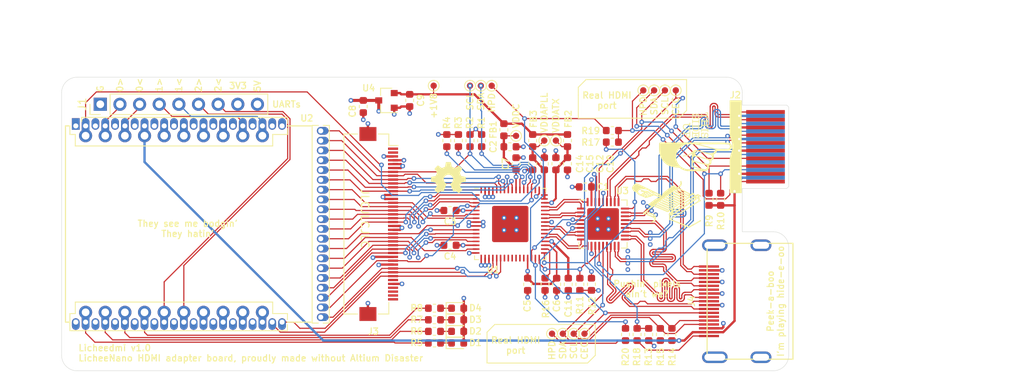
<source format=kicad_pcb>
(kicad_pcb (version 20171130) (host pcbnew "(5.1.5)-2")
  (layers (0 F.Cu signal) (1 In1.Cu mixed) (2 In2.Cu mixed) (31 B.Cu signal) (34 B.Paste user hide) (35 F.Paste user hide) (36 B.SilkS user) (37 F.SilkS user) (38 B.Mask user hide) (39 F.Mask user hide) (44 Edge.Cuts user))
  (net 0 "")
  (net 1 GND)
  (net 2 +3V3)
  (net 3 /VDDA)
  (net 4 +1V8)
  (net 5 /VDDATX)
  (net 6 /VDDAPLL)
  (net 7 "Net-(D1-Pad1)")
  (net 8 "Net-(D2-Pad1)")
  (net 9 "Net-(D3-Pad1)")
  (net 10 "Net-(D4-Pad1)")
  (net 11 /RX2)
  (net 12 /TX2)
  (net 13 /RX1)
  (net 14 /TX1)
  (net 15 /RX0)
  (net 16 /TX0)
  (net 17 /HPD_PCB)
  (net 18 +5V)
  (net 19 /HDSDA_PCB)
  (net 20 /HDSCL_PCB)
  (net 21 "Net-(J2-Pad14)")
  (net 22 /HDCEC_PCB)
  (net 23 /HDC_PCB_N)
  (net 24 /HDC_PCB_P)
  (net 25 /HD0_PCB_N)
  (net 26 /HD0_PCB_P)
  (net 27 /HD1_PCB_N)
  (net 28 /HD1_PCB_P)
  (net 29 /HD2_PCB_N)
  (net 30 /HD2_PCB_P)
  (net 31 "Net-(J3-Pad40)")
  (net 32 "Net-(J3-Pad39)")
  (net 33 "Net-(J3-Pad38)")
  (net 34 "Net-(J3-Pad37)")
  (net 35 "Net-(J3-Pad35)")
  (net 36 /LCD_DE)
  (net 37 /LCD_VSYNC)
  (net 38 /LCD_HSYNC)
  (net 39 /LCD_CLK)
  (net 40 /LCD_B7)
  (net 41 /LCD_B6)
  (net 42 /LCD_B5)
  (net 43 /LCD_B4)
  (net 44 /LCD_B3)
  (net 45 /CPU_SDA)
  (net 46 /LCD_G7)
  (net 47 /LCD_G6)
  (net 48 /LCD_G5)
  (net 49 /LCD_G4)
  (net 50 /LCD_G3)
  (net 51 /LCD_G2)
  (net 52 /LCD_R7)
  (net 53 /LCD_R6)
  (net 54 /LCD_R5)
  (net 55 /LCD_R4)
  (net 56 /LCD_R3)
  (net 57 /CPU_SCL)
  (net 58 "Net-(J3-Pad2)")
  (net 59 "Net-(J3-Pad1)")
  (net 60 /HPD_FEM)
  (net 61 /HDSDA_FEM)
  (net 62 /HDSCL_FEM)
  (net 63 "Net-(J4-Pad14)")
  (net 64 /HDCEC_FEM)
  (net 65 /HDC_FEM_N)
  (net 66 /HDC_FEM_P)
  (net 67 /HD0_FEM_N)
  (net 68 /HD0_FEM_P)
  (net 69 /HD1_FEM_N)
  (net 70 /HD1_FEM_P)
  (net 71 /HD2_FEM_N)
  (net 72 /HD2_FEM_P)
  (net 73 "Net-(R3-Pad2)")
  (net 74 "Net-(R4-Pad2)")
  (net 75 /LED0)
  (net 76 /LED1)
  (net 77 /LED2)
  (net 78 /LED3)
  (net 79 /HDSDA)
  (net 80 /HDSCL)
  (net 81 /OUT_SEL)
  (net 82 "Net-(R16-Pad1)")
  (net 83 /HPD)
  (net 84 /HDMI_INT)
  (net 85 /HD2_P)
  (net 86 /HD2_N)
  (net 87 /HD1_P)
  (net 88 /HD1_N)
  (net 89 /HD0_P)
  (net 90 /HD0_N)
  (net 91 /HDC_P)
  (net 92 /HDC_N)
  (net 93 /HDCEC)
  (net 94 "Net-(U1-Pad28)")
  (net 95 "Net-(U1-Pad27)")
  (net 96 "Net-(U1-Pad26)")
  (net 97 "Net-(U1-Pad25)")
  (net 98 "Net-(U1-Pad24)")
  (net 99 "Net-(U1-Pad23)")
  (net 100 "Net-(U2-Pad64)")
  (net 101 "Net-(U2-Pad62)")
  (net 102 "Net-(U2-Pad60)")
  (net 103 "Net-(U2-Pad58)")
  (net 104 "Net-(U2-Pad56)")
  (net 105 "Net-(U2-Pad54)")
  (net 106 "Net-(U2-Pad52)")
  (net 107 "Net-(U2-Pad51)")
  (net 108 "Net-(U2-Pad50)")
  (net 109 "Net-(U2-Pad49)")
  (net 110 "Net-(U2-Pad48)")
  (net 111 "Net-(U2-Pad47)")
  (net 112 "Net-(U2-Pad46)")
  (net 113 "Net-(U2-Pad45)")
  (net 114 "Net-(U2-Pad22)")
  (net 115 "Net-(U2-Pad21)")
  (net 116 "Net-(U2-Pad19)")
  (net 117 "Net-(U2-Pad17)")
  (net 118 "Net-(U2-Pad16)")
  (net 119 "Net-(U2-Pad15)")
  (net 120 "Net-(U2-Pad14)")
  (net 121 "Net-(U2-Pad13)")
  (net 122 "Net-(U2-Pad11)")
  (net 123 "Net-(U2-Pad9)")
  (net 124 "Net-(U2-Pad7)")
  (net 125 "Net-(U2-Pad5)")
  (net 126 "Net-(U2-Pad3)")
  (net 127 "Net-(U2-Pad1)")
  (module hdmizness:OSHW-Logo_5.7x6mm_SilkScreen (layer F.Cu) (at 125 85)
    (fp_text reference REF** hide)
    (fp_text value OSHW-Logo_5.7x6mm_SilkScreen hide)
  )
  (module Connector_PinHeader_2.54mm:PinHeader_1x09_P2.54mm_Vertical (layer F.Cu) (at 80 74.5 90)
    (fp_text reference J1 (at 0 -2.33 90) (layer F.SilkS))
    (fp_text value Conn_01x09)
    (pad 9 thru_hole oval (at 0 20.32 90) (size 1.7 1.7) (drill 1) (layers *.Cu *.Mask) (net 18 +5V))
    (pad 8 thru_hole oval (at 0 17.78 90) (size 1.7 1.7) (drill 1) (layers *.Cu *.Mask) (net 2 +3V3))
    (pad 7 thru_hole oval (at 0 15.24 90) (size 1.7 1.7) (drill 1) (layers *.Cu *.Mask) (net 11 /RX2))
    (pad 6 thru_hole oval (at 0 12.7 90) (size 1.7 1.7) (drill 1) (layers *.Cu *.Mask) (net 12 /TX2))
    (pad 5 thru_hole oval (at 0 10.16 90) (size 1.7 1.7) (drill 1) (layers *.Cu *.Mask) (net 13 /RX1))
    (pad 4 thru_hole oval (at 0 7.62 90) (size 1.7 1.7) (drill 1) (layers *.Cu *.Mask) (net 14 /TX1))
    (pad 3 thru_hole oval (at 0 5.08 90) (size 1.7 1.7) (drill 1) (layers *.Cu *.Mask) (net 15 /RX0))
    (pad 2 thru_hole oval (at 0 2.54 90) (size 1.7 1.7) (drill 1) (layers *.Cu *.Mask) (net 16 /TX0))
    (pad 1 thru_hole rect (at 0 0 90) (size 1.7 1.7) (drill 1) (layers *.Cu *.Mask) (net 1 GND))
  )
  (module hdmizness:HDMI_A_PCB (layer F.Cu) (at 166 80 270)
    (fp_text reference J2 (at -6.7 3.9 180) (layer F.SilkS) (effects (font (size 0.82 0.82))))
    (fp_text value HDMI_A_PCB)
    (fp_line (start -7 3) (end -5.4 3) (layer Edge.Cuts) (width 0.05))
    (fp_line (start 5.4 3) (end 7 3) (layer Edge.Cuts) (width 0.05))
    (fp_line (start 5.15 -3) (end 5.4 -2.75) (layer Edge.Cuts) (width 0.05))
    (fp_line (start -5.15 -3) (end -5.4 -2.75) (layer Edge.Cuts) (width 0.05))
    (fp_line (start 5.4 -2.75) (end 5.4 3) (layer Edge.Cuts) (width 0.05))
    (fp_line (start -5.15 -3) (end 5.15 -3) (layer Edge.Cuts) (width 0.05))
    (fp_line (start -5.4 3) (end -5.4 -2.75) (layer Edge.Cuts) (width 0.05))
    (pad 19 smd rect (at 4.5 0 270) (size 0.5 5) (layers F.Cu F.Paste F.Mask) (net 17 /HPD_PCB))
    (pad 18 smd rect (at 4 0 270) (size 0.5 5) (layers B.Cu B.Paste B.Mask) (net 18 +5V))
    (pad 17 smd rect (at 3.5 0 270) (size 0.5 5) (layers F.Cu F.Paste F.Mask) (net 1 GND))
    (pad 16 smd rect (at 3 0 270) (size 0.5 5) (layers B.Cu B.Paste B.Mask) (net 19 /HDSDA_PCB))
    (pad 15 smd rect (at 2.5 0 270) (size 0.5 5) (layers F.Cu F.Paste F.Mask) (net 20 /HDSCL_PCB))
    (pad 14 smd rect (at 2 0 270) (size 0.5 5) (layers B.Cu B.Paste B.Mask) (net 21 "Net-(J2-Pad14)"))
    (pad 13 smd rect (at 1.5 0 270) (size 0.5 5) (layers F.Cu F.Paste F.Mask) (net 22 /HDCEC_PCB))
    (pad 12 smd rect (at 1 0 270) (size 0.5 5) (layers B.Cu B.Paste B.Mask) (net 23 /HDC_PCB_N))
    (pad 11 smd rect (at 0.5 0 270) (size 0.5 5) (layers F.Cu F.Paste F.Mask) (net 1 GND))
    (pad 10 smd rect (at 0 0 270) (size 0.5 5) (layers B.Cu B.Paste B.Mask) (net 24 /HDC_PCB_P))
    (pad 9 smd rect (at -0.5 0 270) (size 0.5 5) (layers F.Cu F.Paste F.Mask) (net 25 /HD0_PCB_N))
    (pad 8 smd rect (at -1 0 270) (size 0.5 5) (layers B.Cu B.Paste B.Mask) (net 1 GND))
    (pad 7 smd rect (at -1.5 0 270) (size 0.5 5) (layers F.Cu F.Paste F.Mask) (net 26 /HD0_PCB_P))
    (pad 6 smd rect (at -2 0 270) (size 0.5 5) (layers B.Cu B.Paste B.Mask) (net 27 /HD1_PCB_N))
    (pad 5 smd rect (at -2.5 0 270) (size 0.5 5) (layers F.Cu F.Paste F.Mask) (net 1 GND))
    (pad 4 smd rect (at -3 0 270) (size 0.5 5) (layers B.Cu B.Paste B.Mask) (net 28 /HD1_PCB_P))
    (pad 3 smd rect (at -3.5 0 270) (size 0.5 5) (layers F.Cu F.Paste F.Mask) (net 29 /HD2_PCB_N))
    (pad 2 smd rect (at -4 0 270) (size 0.5 5) (layers B.Cu B.Paste B.Mask) (net 1 GND))
    (pad 1 smd rect (at -4.5 0 270) (size 0.5 5) (layers F.Cu F.Paste F.Mask) (net 30 /HD2_PCB_P))
  )
  (module Capacitor_SMD:C_0603_1608Metric (layer F.Cu) (at 135.9 82.2 270)
    (fp_text reference C14 (at 0 -6.1 90) (layer F.SilkS) (effects (font (size 0.82 0.82))))
    (fp_text value 1u)
    (pad 2 smd roundrect (at 0.7875 0 270) (size 0.875 0.95) (layers F.Cu F.Paste F.Mask) (net 1 GND))
    (pad 1 smd roundrect (at -0.7875 0 270) (size 0.875 0.95) (layers F.Cu F.Paste F.Mask) (net 6 /VDDAPLL))
  )
  (module hdmizness:Boomelec_HDMI-001 (layer F.Cu) (at 164 100 90)
    (fp_text reference J4 (at 0 -7.55 90) (layer F.SilkS) (effects (font (size 0.82 0.82))))
    (fp_text value HDMI_A)
    (pad 19 smd rect (at -4.5 -5.31 270) (size 0.3 2.6) (layers F.Cu F.Paste F.Mask) (net 60 /HPD_FEM))
    (pad 18 smd rect (at -4 -5.31 270) (size 0.3 2.6) (layers F.Cu F.Paste F.Mask) (net 18 +5V))
    (pad 17 smd rect (at -3.5 -5.31 270) (size 0.3 2.6) (layers F.Cu F.Paste F.Mask) (net 1 GND))
    (pad 16 smd rect (at -3 -5.31 270) (size 0.3 2.6) (layers F.Cu F.Paste F.Mask) (net 61 /HDSDA_FEM))
    (pad 15 smd rect (at -2.5 -5.31 270) (size 0.3 2.6) (layers F.Cu F.Paste F.Mask) (net 62 /HDSCL_FEM))
    (pad 14 smd rect (at -2 -5.31 270) (size 0.3 2.6) (layers F.Cu F.Paste F.Mask) (net 63 "Net-(J4-Pad14)"))
    (pad 13 smd rect (at -1.5 -5.31 270) (size 0.3 2.6) (layers F.Cu F.Paste F.Mask) (net 64 /HDCEC_FEM))
    (pad 12 smd rect (at -1 -5.31 270) (size 0.3 2.6) (layers F.Cu F.Paste F.Mask) (net 65 /HDC_FEM_N))
    (pad 11 smd rect (at -0.5 -5.31 270) (size 0.3 2.6) (layers F.Cu F.Paste F.Mask) (net 1 GND))
    (pad 10 smd rect (at 0 -5.31 270) (size 0.3 2.6) (layers F.Cu F.Paste F.Mask) (net 66 /HDC_FEM_P))
    (pad 9 smd rect (at 0.5 -5.31 270) (size 0.3 2.6) (layers F.Cu F.Paste F.Mask) (net 67 /HD0_FEM_N))
    (pad 8 smd rect (at 1 -5.31 270) (size 0.3 2.6) (layers F.Cu F.Paste F.Mask) (net 1 GND))
    (pad 7 smd rect (at 1.5 -5.31 270) (size 0.3 2.6) (layers F.Cu F.Paste F.Mask) (net 68 /HD0_FEM_P))
    (pad 6 smd rect (at 2 -5.31 270) (size 0.3 2.6) (layers F.Cu F.Paste F.Mask) (net 69 /HD1_FEM_N))
    (pad 5 smd rect (at 2.5 -5.31 270) (size 0.3 2.6) (layers F.Cu F.Paste F.Mask) (net 1 GND))
    (pad 4 smd rect (at 3 -5.31 270) (size 0.3 2.6) (layers F.Cu F.Paste F.Mask) (net 70 /HD1_FEM_P))
    (pad 3 smd rect (at 3.5 -5.31 270) (size 0.3 2.6) (layers F.Cu F.Paste F.Mask) (net 71 /HD2_FEM_N))
    (pad 2 smd rect (at 4 -5.31 270) (size 0.3 2.6) (layers F.Cu F.Paste F.Mask) (net 1 GND))
    (pad 1 smd rect (at 4.5 -5.31 270) (size 0.3 2.6) (layers F.Cu F.Paste F.Mask) (net 72 /HD2_FEM_P))
    (pad SH thru_hole oval (at -7.25 1.41 90) (size 1.5 2.7) (drill oval 0.9 2.1) (layers *.Cu *.Mask) (net 1 GND))
    (pad SH thru_hole oval (at 7.25 1.41 90) (size 1.5 2.7) (drill oval 0.9 2.1) (layers *.Cu *.Mask) (net 1 GND))
    (pad SH thru_hole oval (at 7.25 -4.55 90) (size 1.5 3.3) (drill oval 0.9 2.7) (layers *.Cu *.Mask) (net 1 GND))
    (pad SH thru_hole oval (at -7.25 -4.55 90) (size 1.5 3.3) (drill oval 0.9 2.7) (layers *.Cu *.Mask) (net 1 GND))
  )
  (module Package_TO_SOT_SMD:SOT-23 (layer F.Cu) (at 117 74 180)
    (fp_text reference U4 (at 2.3 1.6) (layer F.SilkS) (effects (font (size 0.82 0.82))))
    (fp_text value SC6206B)
    (pad 3 smd rect (at 1 0 180) (size 0.9 0.8) (layers F.Cu F.Paste F.Mask) (net 2 +3V3))
    (pad 2 smd rect (at -1 0.95 180) (size 0.9 0.8) (layers F.Cu F.Paste F.Mask) (net 4 +1V8))
    (pad 1 smd rect (at -1 -0.95 180) (size 0.9 0.8) (layers F.Cu F.Paste F.Mask) (net 1 GND))
  )
  (module Package_DFN_QFN:QFN-36-1EP_6x6mm_P0.5mm_EP4.1x4.1mm (layer F.Cu) (at 145 90)
    (fp_text reference U3 (at 2.5 -4.3) (layer F.SilkS) (effects (font (size 0.82 0.82))))
    (fp_text value TS3DV20812)
    (pad 36 smd roundrect (at -2 -2.8375) (size 0.25 1.075) (layers F.Cu F.Paste F.Mask) (net 85 /HD2_P))
    (pad 35 smd roundrect (at -1.5 -2.8375) (size 0.25 1.075) (layers F.Cu F.Paste F.Mask) (net 2 +3V3))
    (pad 34 smd roundrect (at -1 -2.8375) (size 0.25 1.075) (layers F.Cu F.Paste F.Mask) (net 80 /HDSCL))
    (pad 33 smd roundrect (at -0.5 -2.8375) (size 0.25 1.075) (layers F.Cu F.Paste F.Mask) (net 20 /HDSCL_PCB))
    (pad 32 smd roundrect (at 0 -2.8375) (size 0.25 1.075) (layers F.Cu F.Paste F.Mask) (net 62 /HDSCL_FEM))
    (pad 31 smd roundrect (at 0.5 -2.8375) (size 0.25 1.075) (layers F.Cu F.Paste F.Mask) (net 30 /HD2_PCB_P))
    (pad 30 smd roundrect (at 1 -2.8375) (size 0.25 1.075) (layers F.Cu F.Paste F.Mask) (net 29 /HD2_PCB_N))
    (pad 29 smd roundrect (at 1.5 -2.8375) (size 0.25 1.075) (layers F.Cu F.Paste F.Mask) (net 72 /HD2_FEM_P))
    (pad 28 smd roundrect (at 2 -2.8375) (size 0.25 1.075) (layers F.Cu F.Paste F.Mask) (net 71 /HD2_FEM_N))
    (pad 27 smd roundrect (at 2.8375 -2) (size 1.075 0.25) (layers F.Cu F.Paste F.Mask) (net 81 /OUT_SEL))
    (pad 26 smd roundrect (at 2.8375 -1.5) (size 1.075 0.25) (layers F.Cu F.Paste F.Mask) (net 28 /HD1_PCB_P))
    (pad 25 smd roundrect (at 2.8375 -1) (size 1.075 0.25) (layers F.Cu F.Paste F.Mask) (net 27 /HD1_PCB_N))
    (pad 24 smd roundrect (at 2.8375 -0.5) (size 1.075 0.25) (layers F.Cu F.Paste F.Mask) (net 70 /HD1_FEM_P))
    (pad 23 smd roundrect (at 2.8375 0) (size 1.075 0.25) (layers F.Cu F.Paste F.Mask) (net 69 /HD1_FEM_N))
    (pad 22 smd roundrect (at 2.8375 0.5) (size 1.075 0.25) (layers F.Cu F.Paste F.Mask) (net 26 /HD0_PCB_P))
    (pad 21 smd roundrect (at 2.8375 1) (size 1.075 0.25) (layers F.Cu F.Paste F.Mask) (net 25 /HD0_PCB_N))
    (pad 20 smd roundrect (at 2.8375 1.5) (size 1.075 0.25) (layers F.Cu F.Paste F.Mask) (net 68 /HD0_FEM_P))
    (pad 19 smd roundrect (at 2.8375 2) (size 1.075 0.25) (layers F.Cu F.Paste F.Mask) (net 67 /HD0_FEM_N))
    (pad 18 smd roundrect (at 2 2.8375) (size 0.25 1.075) (layers F.Cu F.Paste F.Mask) (net 24 /HDC_PCB_P))
    (pad 17 smd roundrect (at 1.5 2.8375) (size 0.25 1.075) (layers F.Cu F.Paste F.Mask) (net 23 /HDC_PCB_N))
    (pad 16 smd roundrect (at 1 2.8375) (size 0.25 1.075) (layers F.Cu F.Paste F.Mask) (net 66 /HDC_FEM_P))
    (pad 15 smd roundrect (at 0.5 2.8375) (size 0.25 1.075) (layers F.Cu F.Paste F.Mask) (net 65 /HDC_FEM_N))
    (pad 14 smd roundrect (at 0 2.8375) (size 0.25 1.075) (layers F.Cu F.Paste F.Mask) (net 61 /HDSDA_FEM))
    (pad 13 smd roundrect (at -0.5 2.8375) (size 0.25 1.075) (layers F.Cu F.Paste F.Mask) (net 19 /HDSDA_PCB))
    (pad 12 smd roundrect (at -1 2.8375) (size 0.25 1.075) (layers F.Cu F.Paste F.Mask) (net 79 /HDSDA))
    (pad 11 smd roundrect (at -1.5 2.8375) (size 0.25 1.075) (layers F.Cu F.Paste F.Mask) (net 1 GND))
    (pad 10 smd roundrect (at -2 2.8375) (size 0.25 1.075) (layers F.Cu F.Paste F.Mask) (net 92 /HDC_N))
    (pad 9 smd roundrect (at -2.8375 2) (size 1.075 0.25) (layers F.Cu F.Paste F.Mask) (net 91 /HDC_P))
    (pad 8 smd roundrect (at -2.8375 1.5) (size 1.075 0.25) (layers F.Cu F.Paste F.Mask) (net 90 /HD0_N))
    (pad 7 smd roundrect (at -2.8375 1) (size 1.075 0.25) (layers F.Cu F.Paste F.Mask) (net 89 /HD0_P))
    (pad 6 smd roundrect (at -2.8375 0.5) (size 1.075 0.25) (layers F.Cu F.Paste F.Mask) (net 64 /HDCEC_FEM))
    (pad 5 smd roundrect (at -2.8375 0) (size 1.075 0.25) (layers F.Cu F.Paste F.Mask) (net 22 /HDCEC_PCB))
    (pad 4 smd roundrect (at -2.8375 -0.5) (size 1.075 0.25) (layers F.Cu F.Paste F.Mask) (net 93 /HDCEC))
    (pad 3 smd roundrect (at -2.8375 -1) (size 1.075 0.25) (layers F.Cu F.Paste F.Mask) (net 88 /HD1_N))
    (pad 2 smd roundrect (at -2.8375 -1.5) (size 1.075 0.25) (layers F.Cu F.Paste F.Mask) (net 87 /HD1_P))
    (pad 1 smd roundrect (at -2.8375 -2) (size 1.075 0.25) (layers F.Cu F.Paste F.Mask) (net 86 /HD2_N))
    (pad 37 smd roundrect (at 0 0) (size 4.1 4.1) (layers F.Cu F.Mask) (roundrect_rratio 0.060976))
  )
  (module hdmizness:LicheeNano (layer F.Cu) (at 92 90 270)
    (fp_text reference U2 (at -13.7 -14.7 180) (layer F.SilkS) (effects (font (size 0.82 0.82))))
    (fp_text value LicheeNano)
    (pad 64 thru_hole oval (at 12.7 15.17 270) (size 1.5 1) (drill 0.65 (offset 0.25 0)) (layers *.Cu *.Mask) (net 100 "Net-(U2-Pad64)"))
    (pad 63 thru_hole oval (at 12.7 13.9 90) (size 2 1) (drill 0.65) (layers *.Cu *.Mask) (net 75 /LED0))
    (pad 63 thru_hole circle (at 11.43 13.9 90) (size 1.7 1.7) (drill 1) (layers *.Cu *.Mask) (net 75 /LED0))
    (pad 62 thru_hole oval (at 12.7 12.63 270) (size 1.5 1) (drill 0.65 (offset 0.25 0)) (layers *.Cu *.Mask) (net 101 "Net-(U2-Pad62)"))
    (pad 61 thru_hole oval (at 12.7 11.36 90) (size 2 1) (drill 0.65) (layers *.Cu *.Mask) (net 76 /LED1))
    (pad 61 thru_hole oval (at 11.43 11.36 90) (size 1.7 1.7) (drill 1) (layers *.Cu *.Mask) (net 76 /LED1))
    (pad 60 thru_hole oval (at 12.7 10.09 270) (size 1.5 1) (drill 0.65 (offset 0.25 0)) (layers *.Cu *.Mask) (net 102 "Net-(U2-Pad60)"))
    (pad 59 thru_hole oval (at 12.7 8.82 90) (size 2 1) (drill 0.65) (layers *.Cu *.Mask) (net 77 /LED2))
    (pad 59 thru_hole oval (at 11.43 8.82 90) (size 1.7 1.7) (drill 1) (layers *.Cu *.Mask) (net 77 /LED2))
    (pad 58 thru_hole oval (at 12.7 7.55 270) (size 1.5 1) (drill 0.65 (offset 0.25 0)) (layers *.Cu *.Mask) (net 103 "Net-(U2-Pad58)"))
    (pad 57 thru_hole oval (at 12.7 6.28 90) (size 2 1) (drill 0.65) (layers *.Cu *.Mask) (net 78 /LED3))
    (pad 57 thru_hole oval (at 11.43 6.28 90) (size 1.7 1.7) (drill 1) (layers *.Cu *.Mask) (net 78 /LED3))
    (pad 56 thru_hole oval (at 12.7 5.01 270) (size 1.5 1) (drill 0.65 (offset 0.25 0)) (layers *.Cu *.Mask) (net 104 "Net-(U2-Pad56)"))
    (pad 55 thru_hole oval (at 12.7 3.74 90) (size 2 1) (drill 0.65) (layers *.Cu *.Mask) (net 12 /TX2))
    (pad 55 thru_hole oval (at 11.43 3.74 90) (size 1.7 1.7) (drill 1) (layers *.Cu *.Mask) (net 12 /TX2))
    (pad 54 thru_hole oval (at 12.7 2.47 270) (size 1.5 1) (drill 0.65 (offset 0.25 0)) (layers *.Cu *.Mask) (net 105 "Net-(U2-Pad54)"))
    (pad 53 thru_hole oval (at 12.7 1.2 90) (size 2 1) (drill 0.65) (layers *.Cu *.Mask) (net 11 /RX2))
    (pad 53 thru_hole oval (at 11.43 1.2 90) (size 1.7 1.7) (drill 1) (layers *.Cu *.Mask) (net 11 /RX2))
    (pad 52 thru_hole oval (at 12.7 -0.07 270) (size 1.5 1) (drill 0.65 (offset 0.25 0)) (layers *.Cu *.Mask) (net 106 "Net-(U2-Pad52)"))
    (pad 51 thru_hole oval (at 12.7 -1.34 90) (size 2 1) (drill 0.65) (layers *.Cu *.Mask) (net 107 "Net-(U2-Pad51)"))
    (pad 51 thru_hole oval (at 11.43 -1.34 90) (size 1.7 1.7) (drill 1) (layers *.Cu *.Mask) (net 107 "Net-(U2-Pad51)"))
    (pad 50 thru_hole oval (at 12.7 -2.61 270) (size 1.5 1) (drill 0.65 (offset 0.25 0)) (layers *.Cu *.Mask) (net 108 "Net-(U2-Pad50)"))
    (pad 49 thru_hole oval (at 12.7 -3.88 90) (size 2 1) (drill 0.65) (layers *.Cu *.Mask) (net 109 "Net-(U2-Pad49)"))
    (pad 49 thru_hole oval (at 11.43 -3.88 90) (size 1.7 1.7) (drill 1) (layers *.Cu *.Mask) (net 109 "Net-(U2-Pad49)"))
    (pad 48 thru_hole oval (at 12.7 -5.15 270) (size 1.5 1) (drill 0.65 (offset 0.25 0)) (layers *.Cu *.Mask) (net 110 "Net-(U2-Pad48)"))
    (pad 47 thru_hole oval (at 12.7 -6.42 90) (size 2 1) (drill 0.65) (layers *.Cu *.Mask) (net 111 "Net-(U2-Pad47)"))
    (pad 47 thru_hole oval (at 11.43 -6.42 90) (size 1.7 1.7) (drill 1) (layers *.Cu *.Mask) (net 111 "Net-(U2-Pad47)"))
    (pad 46 thru_hole oval (at 12.7 -7.69 270) (size 1.5 1) (drill 0.65 (offset 0.25 0)) (layers *.Cu *.Mask) (net 112 "Net-(U2-Pad46)"))
    (pad 45 thru_hole oval (at 12.7 -8.96 90) (size 2 1) (drill 0.65) (layers *.Cu *.Mask) (net 113 "Net-(U2-Pad45)"))
    (pad 45 thru_hole oval (at 11.43 -8.96 90) (size 1.7 1.7) (drill 1) (layers *.Cu *.Mask) (net 113 "Net-(U2-Pad45)"))
    (pad 44 thru_hole oval (at 12.7 -10.23 270) (size 1.5 1) (drill 0.65 (offset 0.25 0)) (layers *.Cu *.Mask) (net 36 /LCD_DE))
    (pad 43 thru_hole oval (at 12.7 -11.5 270) (size 1.5 1) (drill 0.65 (offset 0.25 0)) (layers *.Cu *.Mask) (net 37 /LCD_VSYNC))
    (pad 42 thru_hole oval (at 12.065 -16.5) (size 1.5 1) (drill 0.65 (offset 0.25 0)) (layers *.Cu *.Mask) (net 38 /LCD_HSYNC))
    (pad 41 thru_hole oval (at 10.795 -16.5) (size 1.5 1) (drill 0.65 (offset 0.25 0)) (layers *.Cu *.Mask) (net 39 /LCD_CLK))
    (pad 40 thru_hole oval (at 9.525 -16.5) (size 1.5 1) (drill 0.65 (offset 0.25 0)) (layers *.Cu *.Mask) (net 40 /LCD_B7))
    (pad 39 thru_hole oval (at 8.255 -16.5) (size 1.5 1) (drill 0.65 (offset 0.25 0)) (layers *.Cu *.Mask) (net 41 /LCD_B6))
    (pad 38 thru_hole oval (at 6.985 -16.5) (size 1.5 1) (drill 0.65 (offset 0.25 0)) (layers *.Cu *.Mask) (net 42 /LCD_B5))
    (pad 37 thru_hole oval (at 5.715 -16.5) (size 1.5 1) (drill 0.65 (offset 0.25 0)) (layers *.Cu *.Mask) (net 43 /LCD_B4))
    (pad 36 thru_hole oval (at 4.445 -16.5) (size 1.5 1) (drill 0.65 (offset 0.25 0)) (layers *.Cu *.Mask) (net 44 /LCD_B3))
    (pad 35 thru_hole oval (at 3.175 -16.5) (size 1.5 1) (drill 0.65 (offset 0.25 0)) (layers *.Cu *.Mask) (net 45 /CPU_SDA))
    (pad 34 thru_hole oval (at 1.905 -16.5) (size 1.5 1) (drill 0.65 (offset 0.25 0)) (layers *.Cu *.Mask) (net 46 /LCD_G7))
    (pad 33 thru_hole oval (at 0.635 -16.5) (size 1.5 1) (drill 0.65 (offset 0.25 0)) (layers *.Cu *.Mask) (net 47 /LCD_G6))
    (pad 32 thru_hole oval (at -0.635 -16.5) (size 1.5 1) (drill 0.65 (offset 0.25 0)) (layers *.Cu *.Mask) (net 48 /LCD_G5))
    (pad 31 thru_hole oval (at -1.905 -16.5) (size 1.5 1) (drill 0.65 (offset 0.25 0)) (layers *.Cu *.Mask) (net 49 /LCD_G4))
    (pad 30 thru_hole oval (at -3.175 -16.5) (size 1.5 1) (drill 0.65 (offset 0.25 0)) (layers *.Cu *.Mask) (net 50 /LCD_G3))
    (pad 29 thru_hole oval (at -4.445 -16.5) (size 1.5 1) (drill 0.65 (offset 0.25 0)) (layers *.Cu *.Mask) (net 51 /LCD_G2))
    (pad 28 thru_hole oval (at -5.715 -16.5) (size 1.5 1) (drill 0.65 (offset 0.25 0)) (layers *.Cu *.Mask) (net 52 /LCD_R7))
    (pad 27 thru_hole oval (at -6.985 -16.5) (size 1.5 1) (drill 0.65 (offset 0.25 0)) (layers *.Cu *.Mask) (net 53 /LCD_R6))
    (pad 26 thru_hole oval (at -8.255 -16.5) (size 1.5 1) (drill 0.65 (offset 0.25 0)) (layers *.Cu *.Mask) (net 54 /LCD_R5))
    (pad 25 thru_hole oval (at -9.525 -16.5) (size 1.5 1) (drill 0.65 (offset 0.25 0)) (layers *.Cu *.Mask) (net 55 /LCD_R4))
    (pad 24 thru_hole oval (at -10.795 -16.5) (size 1.5 1) (drill 0.65 (offset 0.25 0)) (layers *.Cu *.Mask) (net 56 /LCD_R3))
    (pad 23 thru_hole oval (at -12.065 -16.5) (size 1.5 1) (drill 0.65 (offset 0.25 0)) (layers *.Cu *.Mask) (net 57 /CPU_SCL))
    (pad 22 thru_hole oval (at -12.7 -11.5 90) (size 1.5 1) (drill 0.65 (offset 0.25 0)) (layers *.Cu *.Mask) (net 114 "Net-(U2-Pad22)"))
    (pad 21 thru_hole oval (at -12.7 -10.23 90) (size 1.5 1) (drill 0.65 (offset 0.25 0)) (layers *.Cu *.Mask) (net 115 "Net-(U2-Pad21)"))
    (pad 20 thru_hole oval (at -12.7 -8.96 90) (size 2 1) (drill 0.65) (layers *.Cu *.Mask) (net 13 /RX1))
    (pad 20 thru_hole oval (at -11.43 -8.96 90) (size 1.7 1.7) (drill 1) (layers *.Cu *.Mask) (net 13 /RX1))
    (pad 19 thru_hole oval (at -12.7 -7.69 90) (size 1.5 1) (drill 0.65 (offset 0.25 0)) (layers *.Cu *.Mask) (net 116 "Net-(U2-Pad19)"))
    (pad 18 thru_hole oval (at -12.7 -6.42 90) (size 2 1) (drill 0.65) (layers *.Cu *.Mask) (net 14 /TX1))
    (pad 18 thru_hole oval (at -11.43 -6.42 90) (size 1.7 1.7) (drill 1) (layers *.Cu *.Mask) (net 14 /TX1))
    (pad 17 thru_hole oval (at -12.7 -5.15 90) (size 1.5 1) (drill 0.65 (offset 0.25 0)) (layers *.Cu *.Mask) (net 117 "Net-(U2-Pad17)"))
    (pad 16 thru_hole oval (at -12.7 -3.88 90) (size 2 1) (drill 0.65) (layers *.Cu *.Mask) (net 118 "Net-(U2-Pad16)"))
    (pad 16 thru_hole oval (at -11.43 -3.88 90) (size 1.7 1.7) (drill 1) (layers *.Cu *.Mask) (net 118 "Net-(U2-Pad16)"))
    (pad 15 thru_hole oval (at -12.7 -2.61 90) (size 1.5 1) (drill 0.65 (offset 0.25 0)) (layers *.Cu *.Mask) (net 119 "Net-(U2-Pad15)"))
    (pad 14 thru_hole oval (at -12.7 -1.34 90) (size 2 1) (drill 0.65) (layers *.Cu *.Mask) (net 120 "Net-(U2-Pad14)"))
    (pad 14 thru_hole oval (at -11.43 -1.34 90) (size 1.7 1.7) (drill 1) (layers *.Cu *.Mask) (net 120 "Net-(U2-Pad14)"))
    (pad 13 thru_hole oval (at -12.7 -0.07 90) (size 1.5 1) (drill 0.65 (offset 0.25 0)) (layers *.Cu *.Mask) (net 121 "Net-(U2-Pad13)"))
    (pad 12 thru_hole oval (at -12.7 1.2 90) (size 2 1) (drill 0.65) (layers *.Cu *.Mask) (net 2 +3V3))
    (pad 12 thru_hole oval (at -11.43 1.2 90) (size 1.7 1.7) (drill 1) (layers *.Cu *.Mask) (net 2 +3V3))
    (pad 11 thru_hole oval (at -12.7 2.47 90) (size 1.5 1) (drill 0.65 (offset 0.25 0)) (layers *.Cu *.Mask) (net 122 "Net-(U2-Pad11)"))
    (pad 10 thru_hole oval (at -12.7 3.74 90) (size 2 1) (drill 0.65) (layers *.Cu *.Mask) (net 1 GND))
    (pad 10 thru_hole oval (at -11.43 3.74 90) (size 1.7 1.7) (drill 1) (layers *.Cu *.Mask) (net 1 GND))
    (pad 9 thru_hole oval (at -12.7 5.01 90) (size 1.5 1) (drill 0.65 (offset 0.25 0)) (layers *.Cu *.Mask) (net 123 "Net-(U2-Pad9)"))
    (pad 8 thru_hole oval (at -12.7 6.28 90) (size 2 1) (drill 0.65) (layers *.Cu *.Mask) (net 18 +5V))
    (pad 8 thru_hole oval (at -11.43 6.28 90) (size 1.7 1.7) (drill 1) (layers *.Cu *.Mask) (net 18 +5V))
    (pad 7 thru_hole oval (at -12.7 7.55 90) (size 1.5 1) (drill 0.65 (offset 0.25 0)) (layers *.Cu *.Mask) (net 124 "Net-(U2-Pad7)"))
    (pad 6 thru_hole oval (at -12.7 8.82 90) (size 2 1) (drill 0.65) (layers *.Cu *.Mask) (net 15 /RX0))
    (pad 6 thru_hole oval (at -11.43 8.82 90) (size 1.7 1.7) (drill 1) (layers *.Cu *.Mask) (net 15 /RX0))
    (pad 5 thru_hole oval (at -12.7 10.09 90) (size 1.5 1) (drill 0.65 (offset 0.25 0)) (layers *.Cu *.Mask) (net 125 "Net-(U2-Pad5)"))
    (pad 4 thru_hole oval (at -12.7 11.36 90) (size 2 1) (drill 0.65) (layers *.Cu *.Mask) (net 16 /TX0))
    (pad 4 thru_hole oval (at -11.43 11.36 90) (size 1.7 1.7) (drill 1) (layers *.Cu *.Mask) (net 16 /TX0))
    (pad 3 thru_hole oval (at -12.7 12.63 90) (size 1.5 1) (drill 0.65 (offset 0.25 0)) (layers *.Cu *.Mask) (net 126 "Net-(U2-Pad3)"))
    (pad 2 thru_hole oval (at -12.7 13.9 90) (size 2 1) (drill 0.65) (layers *.Cu *.Mask) (net 84 /HDMI_INT))
    (pad 2 thru_hole circle (at -11.43 13.9 90) (size 1.7 1.7) (drill 1) (layers *.Cu *.Mask) (net 84 /HDMI_INT))
    (pad 1 thru_hole rect (at -12.7 15.17 90) (size 1.5 1) (drill 0.65 (offset 0.25 0)) (layers *.Cu *.Mask) (net 127 "Net-(U2-Pad1)"))
  )
  (module Package_DFN_QFN:QFN-64-1EP_9x9mm_P0.5mm_EP4.7x4.7mm (layer F.Cu) (at 133 90)
    (fp_text reference U1 (at -2.2 5.9) (layer F.SilkS) (effects (font (size 0.82 0.82))))
    (fp_text value TDA19988)
    (pad 64 smd roundrect (at -3.75 -4.4125) (size 0.2 0.875) (layers F.Cu F.Paste F.Mask) (net 46 /LCD_G7))
    (pad 63 smd roundrect (at -3.25 -4.4125) (size 0.2 0.875) (layers F.Cu F.Paste F.Mask) (net 1 GND))
    (pad 62 smd roundrect (at -2.75 -4.4125) (size 0.2 0.875) (layers F.Cu F.Paste F.Mask) (net 1 GND))
    (pad 61 smd roundrect (at -2.25 -4.4125) (size 0.2 0.875) (layers F.Cu F.Paste F.Mask) (net 1 GND))
    (pad 60 smd roundrect (at -1.75 -4.4125) (size 0.2 0.875) (layers F.Cu F.Paste F.Mask) (net 56 /LCD_R3))
    (pad 59 smd roundrect (at -1.25 -4.4125) (size 0.2 0.875) (layers F.Cu F.Paste F.Mask) (net 55 /LCD_R4))
    (pad 58 smd roundrect (at -0.75 -4.4125) (size 0.2 0.875) (layers F.Cu F.Paste F.Mask) (net 54 /LCD_R5))
    (pad 57 smd roundrect (at -0.25 -4.4125) (size 0.2 0.875) (layers F.Cu F.Paste F.Mask) (net 53 /LCD_R6))
    (pad 56 smd roundrect (at 0.25 -4.4125) (size 0.2 0.875) (layers F.Cu F.Paste F.Mask) (net 52 /LCD_R7))
    (pad 55 smd roundrect (at 0.75 -4.4125) (size 0.2 0.875) (layers F.Cu F.Paste F.Mask) (net 3 /VDDA))
    (pad 54 smd roundrect (at 1.25 -4.4125) (size 0.2 0.875) (layers F.Cu F.Paste F.Mask) (net 74 "Net-(R4-Pad2)"))
    (pad 53 smd roundrect (at 1.75 -4.4125) (size 0.2 0.875) (layers F.Cu F.Paste F.Mask) (net 73 "Net-(R3-Pad2)"))
    (pad 52 smd roundrect (at 2.25 -4.4125) (size 0.2 0.875) (layers F.Cu F.Paste F.Mask) (net 57 /CPU_SCL))
    (pad 51 smd roundrect (at 2.75 -4.4125) (size 0.2 0.875) (layers F.Cu F.Paste F.Mask) (net 45 /CPU_SDA))
    (pad 50 smd roundrect (at 3.25 -4.4125) (size 0.2 0.875) (layers F.Cu F.Paste F.Mask) (net 84 /HDMI_INT))
    (pad 49 smd roundrect (at 3.75 -4.4125) (size 0.2 0.875) (layers F.Cu F.Paste F.Mask) (net 1 GND))
    (pad 48 smd roundrect (at 4.4125 -3.75) (size 0.875 0.2) (layers F.Cu F.Paste F.Mask) (net 6 /VDDAPLL))
    (pad 47 smd roundrect (at 4.4125 -3.25) (size 0.875 0.2) (layers F.Cu F.Paste F.Mask) (net 6 /VDDAPLL))
    (pad 46 smd roundrect (at 4.4125 -2.75) (size 0.875 0.2) (layers F.Cu F.Paste F.Mask) (net 5 /VDDATX))
    (pad 45 smd roundrect (at 4.4125 -2.25) (size 0.875 0.2) (layers F.Cu F.Paste F.Mask) (net 85 /HD2_P))
    (pad 44 smd roundrect (at 4.4125 -1.75) (size 0.875 0.2) (layers F.Cu F.Paste F.Mask) (net 86 /HD2_N))
    (pad 43 smd roundrect (at 4.4125 -1.25) (size 0.875 0.2) (layers F.Cu F.Paste F.Mask) (net 87 /HD1_P))
    (pad 42 smd roundrect (at 4.4125 -0.75) (size 0.875 0.2) (layers F.Cu F.Paste F.Mask) (net 88 /HD1_N))
    (pad 41 smd roundrect (at 4.4125 -0.25) (size 0.875 0.2) (layers F.Cu F.Paste F.Mask) (net 5 /VDDATX))
    (pad 40 smd roundrect (at 4.4125 0.25) (size 0.875 0.2) (layers F.Cu F.Paste F.Mask) (net 89 /HD0_P))
    (pad 39 smd roundrect (at 4.4125 0.75) (size 0.875 0.2) (layers F.Cu F.Paste F.Mask) (net 90 /HD0_N))
    (pad 38 smd roundrect (at 4.4125 1.25) (size 0.875 0.2) (layers F.Cu F.Paste F.Mask) (net 91 /HDC_P))
    (pad 37 smd roundrect (at 4.4125 1.75) (size 0.875 0.2) (layers F.Cu F.Paste F.Mask) (net 92 /HDC_N))
    (pad 36 smd roundrect (at 4.4125 2.25) (size 0.875 0.2) (layers F.Cu F.Paste F.Mask) (net 5 /VDDATX))
    (pad 35 smd roundrect (at 4.4125 2.75) (size 0.875 0.2) (layers F.Cu F.Paste F.Mask) (net 3 /VDDA))
    (pad 34 smd roundrect (at 4.4125 3.25) (size 0.875 0.2) (layers F.Cu F.Paste F.Mask) (net 82 "Net-(R16-Pad1)"))
    (pad 33 smd roundrect (at 4.4125 3.75) (size 0.875 0.2) (layers F.Cu F.Paste F.Mask) (net 80 /HDSCL))
    (pad 32 smd roundrect (at 3.75 4.4125) (size 0.2 0.875) (layers F.Cu F.Paste F.Mask) (net 79 /HDSDA))
    (pad 31 smd roundrect (at 3.25 4.4125) (size 0.2 0.875) (layers F.Cu F.Paste F.Mask) (net 83 /HPD))
    (pad 30 smd roundrect (at 2.75 4.4125) (size 0.2 0.875) (layers F.Cu F.Paste F.Mask) (net 93 /HDCEC))
    (pad 29 smd roundrect (at 2.25 4.4125) (size 0.2 0.875) (layers F.Cu F.Paste F.Mask) (net 3 /VDDA))
    (pad 28 smd roundrect (at 1.75 4.4125) (size 0.2 0.875) (layers F.Cu F.Paste F.Mask) (net 94 "Net-(U1-Pad28)"))
    (pad 27 smd roundrect (at 1.25 4.4125) (size 0.2 0.875) (layers F.Cu F.Paste F.Mask) (net 95 "Net-(U1-Pad27)"))
    (pad 26 smd roundrect (at 0.75 4.4125) (size 0.2 0.875) (layers F.Cu F.Paste F.Mask) (net 96 "Net-(U1-Pad26)"))
    (pad 25 smd roundrect (at 0.25 4.4125) (size 0.2 0.875) (layers F.Cu F.Paste F.Mask) (net 97 "Net-(U1-Pad25)"))
    (pad 24 smd roundrect (at -0.25 4.4125) (size 0.2 0.875) (layers F.Cu F.Paste F.Mask) (net 98 "Net-(U1-Pad24)"))
    (pad 23 smd roundrect (at -0.75 4.4125) (size 0.2 0.875) (layers F.Cu F.Paste F.Mask) (net 99 "Net-(U1-Pad23)"))
    (pad 22 smd roundrect (at -1.25 4.4125) (size 0.2 0.875) (layers F.Cu F.Paste F.Mask) (net 38 /LCD_HSYNC))
    (pad 21 smd roundrect (at -1.75 4.4125) (size 0.2 0.875) (layers F.Cu F.Paste F.Mask) (net 37 /LCD_VSYNC))
    (pad 20 smd roundrect (at -2.25 4.4125) (size 0.2 0.875) (layers F.Cu F.Paste F.Mask) (net 36 /LCD_DE))
    (pad 19 smd roundrect (at -2.75 4.4125) (size 0.2 0.875) (layers F.Cu F.Paste F.Mask) (net 1 GND))
    (pad 18 smd roundrect (at -3.25 4.4125) (size 0.2 0.875) (layers F.Cu F.Paste F.Mask) (net 1 GND))
    (pad 17 smd roundrect (at -3.75 4.4125) (size 0.2 0.875) (layers F.Cu F.Paste F.Mask) (net 1 GND))
    (pad 16 smd roundrect (at -4.4125 3.75) (size 0.875 0.2) (layers F.Cu F.Paste F.Mask) (net 1 GND))
    (pad 15 smd roundrect (at -4.4125 3.25) (size 0.875 0.2) (layers F.Cu F.Paste F.Mask) (net 44 /LCD_B3))
    (pad 14 smd roundrect (at -4.4125 2.75) (size 0.875 0.2) (layers F.Cu F.Paste F.Mask) (net 3 /VDDA))
    (pad 13 smd roundrect (at -4.4125 2.25) (size 0.875 0.2) (layers F.Cu F.Paste F.Mask) (net 43 /LCD_B4))
    (pad 12 smd roundrect (at -4.4125 1.75) (size 0.875 0.2) (layers F.Cu F.Paste F.Mask) (net 42 /LCD_B5))
    (pad 11 smd roundrect (at -4.4125 1.25) (size 0.875 0.2) (layers F.Cu F.Paste F.Mask) (net 41 /LCD_B6))
    (pad 10 smd roundrect (at -4.4125 0.75) (size 0.875 0.2) (layers F.Cu F.Paste F.Mask) (net 40 /LCD_B7))
    (pad 9 smd roundrect (at -4.4125 0.25) (size 0.875 0.2) (layers F.Cu F.Paste F.Mask) (net 1 GND))
    (pad 8 smd roundrect (at -4.4125 -0.25) (size 0.875 0.2) (layers F.Cu F.Paste F.Mask) (net 1 GND))
    (pad 7 smd roundrect (at -4.4125 -0.75) (size 0.875 0.2) (layers F.Cu F.Paste F.Mask) (net 51 /LCD_G2))
    (pad 6 smd roundrect (at -4.4125 -1.25) (size 0.875 0.2) (layers F.Cu F.Paste F.Mask) (net 50 /LCD_G3))
    (pad 5 smd roundrect (at -4.4125 -1.75) (size 0.875 0.2) (layers F.Cu F.Paste F.Mask) (net 3 /VDDA))
    (pad 4 smd roundrect (at -4.4125 -2.25) (size 0.875 0.2) (layers F.Cu F.Paste F.Mask) (net 39 /LCD_CLK))
    (pad 3 smd roundrect (at -4.4125 -2.75) (size 0.875 0.2) (layers F.Cu F.Paste F.Mask) (net 49 /LCD_G4))
    (pad 2 smd roundrect (at -4.4125 -3.25) (size 0.875 0.2) (layers F.Cu F.Paste F.Mask) (net 48 /LCD_G5))
    (pad 1 smd roundrect (at -4.4125 -3.75) (size 0.875 0.2) (layers F.Cu F.Paste F.Mask) (net 47 /LCD_G6))
    (pad 65 smd roundrect (at 0 0) (size 4.7 4.7) (layers F.Cu F.Mask) (roundrect_rratio 0.053191) (net 1 GND))
  )
  (module TestPoint:TestPoint_Pad_D1.0mm (layer F.Cu) (at 137.4 79.2)
    (fp_text reference TP15 hide)
    (fp_text value VDDAPLL (at 0 -0.9 90) (layer F.SilkS) (effects (font (size 0.82 0.82)) (justify left)))
    (pad 1 smd circle (at 0 0) (size 0.82 0.82) (layers F.Cu F.Mask) (net 6 /VDDAPLL))
  )
  (module TestPoint:TestPoint_Pad_D1.0mm (layer F.Cu) (at 138.9 79.2)
    (fp_text reference TP14 hide)
    (fp_text value VDDATX (at 0 -0.9 90) (layer F.SilkS) (effects (font (size 0.82 0.82)) (justify left)))
    (pad 1 smd circle (at 0 0) (size 0.82 0.82) (layers F.Cu F.Mask) (net 5 /VDDATX))
  )
  (module TestPoint:TestPoint_Pad_D1.0mm (layer F.Cu) (at 123.1 72.1)
    (fp_text reference TP13 hide)
    (fp_text value +1V8 (at 0 2.6 90) (layer F.SilkS) (effects (font (size 0.82 0.82))))
    (pad 1 smd circle (at 0 0) (size 0.82 0.82) (layers F.Cu F.Mask) (net 4 +1V8))
  )
  (module TestPoint:TestPoint_Pad_D1.0mm (layer F.Cu) (at 133.75 78.5875)
    (fp_text reference TP12 hide)
    (fp_text value VDDC (at 0 -0.9 90) (layer F.SilkS) (effects (font (size 0.82 0.82)) (justify left)))
    (pad 1 smd circle (at 0 0) (size 0.82 0.82) (layers F.Cu F.Mask) (net 3 /VDDA))
  )
  (module TestPoint:TestPoint_Pad_D1.0mm (layer F.Cu) (at 129.2 72.1)
    (fp_text reference TP11 hide)
    (fp_text value SDA (at 0 2.05 90) (layer F.SilkS) (effects (font (size 0.82 0.82))))
    (pad 1 smd circle (at 0 0) (size 0.82 0.82) (layers F.Cu F.Mask) (net 45 /CPU_SDA))
  )
  (module TestPoint:TestPoint_Pad_D1.0mm (layer F.Cu) (at 127.8 72.1)
    (fp_text reference TP10 hide)
    (fp_text value SCL (at 0 2.05 90) (layer F.SilkS) (effects (font (size 0.82 0.82))))
    (pad 1 smd circle (at 0 0) (size 0.82 0.82) (layers F.Cu F.Mask) (net 57 /CPU_SCL))
  )
  (module TestPoint:TestPoint_Pad_D1.0mm (layer F.Cu) (at 130.6 72.1)
    (fp_text reference TP9 hide)
    (fp_text value HPD (at 0 2.2 90) (layer F.SilkS) (effects (font (size 0.82 0.82))))
    (pad 1 smd circle (at 0 0) (size 0.82 0.82) (layers F.Cu F.Mask) (net 83 /HPD))
  )
  (module TestPoint:TestPoint_Pad_D1.0mm (layer F.Cu) (at 138.4 104.2)
    (fp_text reference TP8 hide)
    (fp_text value HPD (at 0 2.15 90) (layer F.SilkS) (effects (font (size 0.82 0.82))))
    (pad 1 smd circle (at 0 0) (size 0.82 0.82) (layers F.Cu F.Mask) (net 60 /HPD_FEM))
  )
  (module TestPoint:TestPoint_Pad_D1.0mm (layer F.Cu) (at 139.8 104.2)
    (fp_text reference TP7 hide)
    (fp_text value SDA (at 0 2.15 90) (layer F.SilkS) (effects (font (size 0.82 0.82))))
    (pad 1 smd circle (at 0 0) (size 0.82 0.82) (layers F.Cu F.Mask) (net 61 /HDSDA_FEM))
  )
  (module TestPoint:TestPoint_Pad_D1.0mm (layer F.Cu) (at 141.2 104.2)
    (fp_text reference TP6 hide)
    (fp_text value SCL (at 0 2.15 90) (layer F.SilkS) (effects (font (size 0.82 0.82))))
    (pad 1 smd circle (at 0 0) (size 0.82 0.82) (layers F.Cu F.Mask) (net 62 /HDSCL_FEM))
  )
  (module TestPoint:TestPoint_Pad_D1.0mm (layer F.Cu) (at 142.6 104.2)
    (fp_text reference TP5 hide)
    (fp_text value CEC (at 0 2.15 90) (layer F.SilkS) (effects (font (size 0.82 0.82))))
    (pad 1 smd circle (at 0 0) (size 0.82 0.82) (layers F.Cu F.Mask) (net 64 /HDCEC_FEM))
  )
  (module TestPoint:TestPoint_Pad_D1.0mm (layer F.Cu) (at 150.2 72.7)
    (fp_text reference TP4 hide)
    (fp_text value HPD (at 0 2.05 90) (layer F.SilkS) (effects (font (size 0.82 0.82))))
    (pad 1 smd circle (at 0 0) (size 0.82 0.82) (layers F.Cu F.Mask) (net 17 /HPD_PCB))
  )
  (module TestPoint:TestPoint_Pad_D1.0mm (layer F.Cu) (at 151.6 72.7)
    (fp_text reference TP3 hide)
    (fp_text value SDA (at 0 2.05 90) (layer F.SilkS) (effects (font (size 0.82 0.82))))
    (pad 1 smd circle (at 0 0) (size 0.82 0.82) (layers F.Cu F.Mask) (net 19 /HDSDA_PCB))
  )
  (module TestPoint:TestPoint_Pad_D1.0mm (layer F.Cu) (at 153 72.7)
    (fp_text reference TP2 hide)
    (fp_text value SCL (at 0 2.05 90) (layer F.SilkS) (effects (font (size 0.82 0.82))))
    (pad 1 smd circle (at 0 0) (size 0.82 0.82) (layers F.Cu F.Mask) (net 20 /HDSCL_PCB))
  )
  (module TestPoint:TestPoint_Pad_D1.0mm (layer F.Cu) (at 154.4 72.7)
    (fp_text reference TP1 hide)
    (fp_text value CEC (at 0 2.05 90) (layer F.SilkS) (effects (font (size 0.82 0.82))))
    (pad 1 smd circle (at 0 0) (size 0.82 0.82) (layers F.Cu F.Mask) (net 22 /HDCEC_PCB))
  )
  (module Resistor_SMD:R_0603_1608Metric (layer F.Cu) (at 147.9 104.3 90)
    (fp_text reference R20 (at -2.9 0 90) (layer F.SilkS) (effects (font (size 0.82 0.82))))
    (fp_text value 1k)
    (pad 2 smd roundrect (at 0.7875 0 90) (size 0.875 0.95) (layers F.Cu F.Paste F.Mask) (net 83 /HPD))
    (pad 1 smd roundrect (at -0.7875 0 90) (size 0.875 0.95) (layers F.Cu F.Paste F.Mask) (net 60 /HPD_FEM))
  )
  (module Resistor_SMD:R_0603_1608Metric (layer F.Cu) (at 146.2 77.9 180)
    (fp_text reference R19 (at 2.8 -0.03) (layer F.SilkS) (effects (font (size 0.82 0.82))))
    (fp_text value 1k)
    (pad 2 smd roundrect (at 0.7875 0 180) (size 0.875 0.95) (layers F.Cu F.Paste F.Mask) (net 83 /HPD))
    (pad 1 smd roundrect (at -0.7875 0 180) (size 0.875 0.95) (layers F.Cu F.Paste F.Mask) (net 17 /HPD_PCB))
  )
  (module Resistor_SMD:R_0603_1608Metric (layer F.Cu) (at 149.4 104.3 90)
    (fp_text reference R18 (at -2.9 -0.03 90) (layer F.SilkS) (effects (font (size 0.82 0.82))))
    (fp_text value 0)
    (pad 2 smd roundrect (at 0.7875 0 90) (size 0.875 0.95) (layers F.Cu F.Paste F.Mask) (net 81 /OUT_SEL))
    (pad 1 smd roundrect (at -0.7875 0 90) (size 0.875 0.95) (layers F.Cu F.Paste F.Mask) (net 60 /HPD_FEM))
  )
  (module Resistor_SMD:R_0603_1608Metric (layer F.Cu) (at 146.2 79.4 180)
    (fp_text reference R17 (at 2.8 -0.03) (layer F.SilkS) (effects (font (size 0.82 0.82))))
    (fp_text value DNP)
    (pad 2 smd roundrect (at 0.7875 0 180) (size 0.875 0.95) (layers F.Cu F.Paste F.Mask) (net 81 /OUT_SEL))
    (pad 1 smd roundrect (at -0.7875 0 180) (size 0.875 0.95) (layers F.Cu F.Paste F.Mask) (net 17 /HPD_PCB))
  )
  (module Resistor_SMD:R_0603_1608Metric (layer F.Cu) (at 137.5 97.8 270)
    (fp_text reference R16 (at 3.2 -0.1 90) (layer F.SilkS) (effects (font (size 0.82 0.82))))
    (fp_text value 10k)
    (pad 2 smd roundrect (at 0.7875 0 270) (size 0.875 0.95) (layers F.Cu F.Paste F.Mask) (net 1 GND))
    (pad 1 smd roundrect (at -0.7875 0 270) (size 0.875 0.95) (layers F.Cu F.Paste F.Mask) (net 82 "Net-(R16-Pad1)"))
  )
  (module Resistor_SMD:R_0603_1608Metric (layer F.Cu) (at 152.4 104.3 270)
    (fp_text reference R15 (at 2.9 -0.03 90) (layer F.SilkS) (effects (font (size 0.82 0.82))))
    (fp_text value 1k)
    (pad 2 smd roundrect (at 0.7875 0 270) (size 0.875 0.95) (layers F.Cu F.Paste F.Mask) (net 18 +5V))
    (pad 1 smd roundrect (at -0.7875 0 270) (size 0.875 0.95) (layers F.Cu F.Paste F.Mask) (net 61 /HDSDA_FEM))
  )
  (module Resistor_SMD:R_0603_1608Metric (layer F.Cu) (at 153.9 104.3 270)
    (fp_text reference R14 (at 2.9 -0.03 90) (layer F.SilkS) (effects (font (size 0.82 0.82))))
    (fp_text value 1k)
    (pad 2 smd roundrect (at 0.7875 0 270) (size 0.875 0.95) (layers F.Cu F.Paste F.Mask) (net 18 +5V))
    (pad 1 smd roundrect (at -0.7875 0 270) (size 0.875 0.95) (layers F.Cu F.Paste F.Mask) (net 62 /HDSCL_FEM))
  )
  (module Resistor_SMD:R_0603_1608Metric (layer F.Cu) (at 150.9 104.3 90)
    (fp_text reference R13 (at -2.9 -0.03 90) (layer F.SilkS) (effects (font (size 0.82 0.82))))
    (fp_text value 10k)
    (pad 2 smd roundrect (at 0.7875 0 90) (size 0.875 0.95) (layers F.Cu F.Paste F.Mask) (net 81 /OUT_SEL))
    (pad 1 smd roundrect (at -0.7875 0 90) (size 0.875 0.95) (layers F.Cu F.Paste F.Mask) (net 1 GND))
  )
  (module Resistor_SMD:R_0603_1608Metric (layer F.Cu) (at 143.5 97.8 270)
    (fp_text reference R12 (at 2.8 -0.1 90) (layer F.SilkS) (effects (font (size 0.82 0.82))))
    (fp_text value 1k)
    (pad 2 smd roundrect (at 0.7875 0 270) (size 0.875 0.95) (layers F.Cu F.Paste F.Mask) (net 2 +3V3))
    (pad 1 smd roundrect (at -0.7875 0 270) (size 0.875 0.95) (layers F.Cu F.Paste F.Mask) (net 80 /HDSCL))
  )
  (module Resistor_SMD:R_0603_1608Metric (layer F.Cu) (at 142 97.8 270)
    (fp_text reference R11 (at 2.7 0 90) (layer F.SilkS) (effects (font (size 0.82 0.82))))
    (fp_text value 1k)
    (pad 2 smd roundrect (at 0.7875 0 270) (size 0.875 0.95) (layers F.Cu F.Paste F.Mask) (net 2 +3V3))
    (pad 1 smd roundrect (at -0.7875 0 270) (size 0.875 0.95) (layers F.Cu F.Paste F.Mask) (net 79 /HDSDA))
  )
  (module Resistor_SMD:R_0603_1608Metric (layer F.Cu) (at 160.2 86.8 270)
    (fp_text reference R10 (at 2.8 -0.03 90) (layer F.SilkS) (effects (font (size 0.82 0.82))))
    (fp_text value 1k)
    (pad 2 smd roundrect (at 0.7875 0 270) (size 0.875 0.95) (layers F.Cu F.Paste F.Mask) (net 18 +5V))
    (pad 1 smd roundrect (at -0.7875 0 270) (size 0.875 0.95) (layers F.Cu F.Paste F.Mask) (net 19 /HDSDA_PCB))
  )
  (module Resistor_SMD:R_0603_1608Metric (layer F.Cu) (at 158.7 86.8 270)
    (fp_text reference R9 (at 2.8 -0.03 90) (layer F.SilkS) (effects (font (size 0.82 0.82))))
    (fp_text value 1k)
    (pad 2 smd roundrect (at 0.7875 0 270) (size 0.875 0.95) (layers F.Cu F.Paste F.Mask) (net 18 +5V))
    (pad 1 smd roundrect (at -0.7875 0 270) (size 0.875 0.95) (layers F.Cu F.Paste F.Mask) (net 20 /HDSCL_PCB))
  )
  (module Resistor_SMD:R_0603_1608Metric (layer F.Cu) (at 123.2 100.9)
    (fp_text reference R8 (at -2.3 -0.03) (layer F.SilkS) (effects (font (size 0.82 0.82))))
    (fp_text value 1k)
    (pad 2 smd roundrect (at 0.7875 0) (size 0.875 0.95) (layers F.Cu F.Paste F.Mask) (net 10 "Net-(D4-Pad1)"))
    (pad 1 smd roundrect (at -0.7875 0) (size 0.875 0.95) (layers F.Cu F.Paste F.Mask) (net 78 /LED3))
  )
  (module Resistor_SMD:R_0603_1608Metric (layer F.Cu) (at 123.2 102.4)
    (fp_text reference R7 (at -2.3 -0.03) (layer F.SilkS) (effects (font (size 0.82 0.82))))
    (fp_text value 1k)
    (pad 2 smd roundrect (at 0.7875 0) (size 0.875 0.95) (layers F.Cu F.Paste F.Mask) (net 9 "Net-(D3-Pad1)"))
    (pad 1 smd roundrect (at -0.7875 0) (size 0.875 0.95) (layers F.Cu F.Paste F.Mask) (net 77 /LED2))
  )
  (module Resistor_SMD:R_0603_1608Metric (layer F.Cu) (at 123.2 103.9)
    (fp_text reference R6 (at -2.3 -0.03) (layer F.SilkS) (effects (font (size 0.82 0.82))))
    (fp_text value 1k)
    (pad 2 smd roundrect (at 0.7875 0) (size 0.875 0.95) (layers F.Cu F.Paste F.Mask) (net 8 "Net-(D2-Pad1)"))
    (pad 1 smd roundrect (at -0.7875 0) (size 0.875 0.95) (layers F.Cu F.Paste F.Mask) (net 76 /LED1))
  )
  (module Resistor_SMD:R_0603_1608Metric (layer F.Cu) (at 123.2 105.4)
    (fp_text reference R5 (at -2.3 -0.03) (layer F.SilkS) (effects (font (size 0.82 0.82))))
    (fp_text value 1k)
    (pad 2 smd roundrect (at 0.7875 0) (size 0.875 0.95) (layers F.Cu F.Paste F.Mask) (net 7 "Net-(D1-Pad1)"))
    (pad 1 smd roundrect (at -0.7875 0) (size 0.875 0.95) (layers F.Cu F.Paste F.Mask) (net 75 /LED0))
  )
  (module Resistor_SMD:R_0603_1608Metric (layer F.Cu) (at 124.8 79.2 270)
    (fp_text reference R4 (at -2.3 0 90) (layer F.SilkS) (effects (font (size 0.82 0.82))))
    (fp_text value 10k)
    (pad 2 smd roundrect (at 0.7875 0 270) (size 0.875 0.95) (layers F.Cu F.Paste F.Mask) (net 74 "Net-(R4-Pad2)"))
    (pad 1 smd roundrect (at -0.7875 0 270) (size 0.875 0.95) (layers F.Cu F.Paste F.Mask) (net 1 GND))
  )
  (module Resistor_SMD:R_0603_1608Metric (layer F.Cu) (at 126.3 79.2 270)
    (fp_text reference R3 (at -2.3 0 90) (layer F.SilkS) (effects (font (size 0.82 0.82))))
    (fp_text value 10k)
    (pad 2 smd roundrect (at 0.7875 0 270) (size 0.875 0.95) (layers F.Cu F.Paste F.Mask) (net 73 "Net-(R3-Pad2)"))
    (pad 1 smd roundrect (at -0.7875 0 270) (size 0.875 0.95) (layers F.Cu F.Paste F.Mask) (net 1 GND))
  )
  (module Resistor_SMD:R_0603_1608Metric (layer F.Cu) (at 127.8 79.2 90)
    (fp_text reference R2 (at 2.3 -0.03 90) (layer F.SilkS) (effects (font (size 0.82 0.82))))
    (fp_text value 1k)
    (pad 2 smd roundrect (at 0.7875 0 90) (size 0.875 0.95) (layers F.Cu F.Paste F.Mask) (net 2 +3V3))
    (pad 1 smd roundrect (at -0.7875 0 90) (size 0.875 0.95) (layers F.Cu F.Paste F.Mask) (net 57 /CPU_SCL))
  )
  (module Resistor_SMD:R_0603_1608Metric (layer F.Cu) (at 129.3 79.2 90)
    (fp_text reference R1 (at 2.3 -0.03 90) (layer F.SilkS) (effects (font (size 0.82 0.82))))
    (fp_text value 1k)
    (pad 2 smd roundrect (at 0.7875 0 90) (size 0.875 0.95) (layers F.Cu F.Paste F.Mask) (net 2 +3V3))
    (pad 1 smd roundrect (at -0.7875 0 90) (size 0.875 0.95) (layers F.Cu F.Paste F.Mask) (net 45 /CPU_SDA))
  )
  (module Connector_FFC-FPC:Hirose_FH12-40S-0.5SH_1x40-1MP_P0.50mm_Horizontal (layer F.Cu) (at 116 90 270)
    (fp_text reference J3 (at 13.9 0.7 180) (layer F.SilkS) (effects (font (size 0.82 0.82))))
    (fp_text value LicheePiNano_LCD)
    (pad 40 smd rect (at 9.75 -1.85 270) (size 0.3 1.3) (layers F.Cu F.Paste F.Mask) (net 31 "Net-(J3-Pad40)"))
    (pad 39 smd rect (at 9.25 -1.85 270) (size 0.3 1.3) (layers F.Cu F.Paste F.Mask) (net 32 "Net-(J3-Pad39)"))
    (pad 38 smd rect (at 8.75 -1.85 270) (size 0.3 1.3) (layers F.Cu F.Paste F.Mask) (net 33 "Net-(J3-Pad38)"))
    (pad 37 smd rect (at 8.25 -1.85 270) (size 0.3 1.3) (layers F.Cu F.Paste F.Mask) (net 34 "Net-(J3-Pad37)"))
    (pad 36 smd rect (at 7.75 -1.85 270) (size 0.3 1.3) (layers F.Cu F.Paste F.Mask) (net 1 GND))
    (pad 35 smd rect (at 7.25 -1.85 270) (size 0.3 1.3) (layers F.Cu F.Paste F.Mask) (net 35 "Net-(J3-Pad35)"))
    (pad 34 smd rect (at 6.75 -1.85 270) (size 0.3 1.3) (layers F.Cu F.Paste F.Mask) (net 36 /LCD_DE))
    (pad 33 smd rect (at 6.25 -1.85 270) (size 0.3 1.3) (layers F.Cu F.Paste F.Mask) (net 37 /LCD_VSYNC))
    (pad 32 smd rect (at 5.75 -1.85 270) (size 0.3 1.3) (layers F.Cu F.Paste F.Mask) (net 38 /LCD_HSYNC))
    (pad 31 smd rect (at 5.25 -1.85 270) (size 0.3 1.3) (layers F.Cu F.Paste F.Mask) (net 2 +3V3))
    (pad 30 smd rect (at 4.75 -1.85 270) (size 0.3 1.3) (layers F.Cu F.Paste F.Mask) (net 39 /LCD_CLK))
    (pad 29 smd rect (at 4.25 -1.85 270) (size 0.3 1.3) (layers F.Cu F.Paste F.Mask) (net 1 GND))
    (pad 28 smd rect (at 3.75 -1.85 270) (size 0.3 1.3) (layers F.Cu F.Paste F.Mask) (net 40 /LCD_B7))
    (pad 27 smd rect (at 3.25 -1.85 270) (size 0.3 1.3) (layers F.Cu F.Paste F.Mask) (net 41 /LCD_B6))
    (pad 26 smd rect (at 2.75 -1.85 270) (size 0.3 1.3) (layers F.Cu F.Paste F.Mask) (net 42 /LCD_B5))
    (pad 25 smd rect (at 2.25 -1.85 270) (size 0.3 1.3) (layers F.Cu F.Paste F.Mask) (net 43 /LCD_B4))
    (pad 24 smd rect (at 1.75 -1.85 270) (size 0.3 1.3) (layers F.Cu F.Paste F.Mask) (net 44 /LCD_B3))
    (pad 23 smd rect (at 1.25 -1.85 270) (size 0.3 1.3) (layers F.Cu F.Paste F.Mask) (net 45 /CPU_SDA))
    (pad 22 smd rect (at 0.75 -1.85 270) (size 0.3 1.3) (layers F.Cu F.Paste F.Mask) (net 1 GND))
    (pad 21 smd rect (at 0.25 -1.85 270) (size 0.3 1.3) (layers F.Cu F.Paste F.Mask) (net 1 GND))
    (pad 20 smd rect (at -0.25 -1.85 270) (size 0.3 1.3) (layers F.Cu F.Paste F.Mask) (net 46 /LCD_G7))
    (pad 19 smd rect (at -0.75 -1.85 270) (size 0.3 1.3) (layers F.Cu F.Paste F.Mask) (net 47 /LCD_G6))
    (pad 18 smd rect (at -1.25 -1.85 270) (size 0.3 1.3) (layers F.Cu F.Paste F.Mask) (net 48 /LCD_G5))
    (pad 17 smd rect (at -1.75 -1.85 270) (size 0.3 1.3) (layers F.Cu F.Paste F.Mask) (net 49 /LCD_G4))
    (pad 16 smd rect (at -2.25 -1.85 270) (size 0.3 1.3) (layers F.Cu F.Paste F.Mask) (net 50 /LCD_G3))
    (pad 15 smd rect (at -2.75 -1.85 270) (size 0.3 1.3) (layers F.Cu F.Paste F.Mask) (net 51 /LCD_G2))
    (pad 14 smd rect (at -3.25 -1.85 270) (size 0.3 1.3) (layers F.Cu F.Paste F.Mask) (net 1 GND))
    (pad 13 smd rect (at -3.75 -1.85 270) (size 0.3 1.3) (layers F.Cu F.Paste F.Mask) (net 1 GND))
    (pad 12 smd rect (at -4.25 -1.85 270) (size 0.3 1.3) (layers F.Cu F.Paste F.Mask) (net 52 /LCD_R7))
    (pad 11 smd rect (at -4.75 -1.85 270) (size 0.3 1.3) (layers F.Cu F.Paste F.Mask) (net 53 /LCD_R6))
    (pad 10 smd rect (at -5.25 -1.85 270) (size 0.3 1.3) (layers F.Cu F.Paste F.Mask) (net 54 /LCD_R5))
    (pad 9 smd rect (at -5.75 -1.85 270) (size 0.3 1.3) (layers F.Cu F.Paste F.Mask) (net 55 /LCD_R4))
    (pad 8 smd rect (at -6.25 -1.85 270) (size 0.3 1.3) (layers F.Cu F.Paste F.Mask) (net 56 /LCD_R3))
    (pad 7 smd rect (at -6.75 -1.85 270) (size 0.3 1.3) (layers F.Cu F.Paste F.Mask) (net 57 /CPU_SCL))
    (pad 6 smd rect (at -7.25 -1.85 270) (size 0.3 1.3) (layers F.Cu F.Paste F.Mask) (net 1 GND))
    (pad 5 smd rect (at -7.75 -1.85 270) (size 0.3 1.3) (layers F.Cu F.Paste F.Mask) (net 1 GND))
    (pad 4 smd rect (at -8.25 -1.85 270) (size 0.3 1.3) (layers F.Cu F.Paste F.Mask) (net 2 +3V3))
    (pad 3 smd rect (at -8.75 -1.85 270) (size 0.3 1.3) (layers F.Cu F.Paste F.Mask) (net 1 GND))
    (pad 2 smd rect (at -9.25 -1.85 270) (size 0.3 1.3) (layers F.Cu F.Paste F.Mask) (net 58 "Net-(J3-Pad2)"))
    (pad 1 smd rect (at -9.75 -1.85 270) (size 0.3 1.3) (layers F.Cu F.Paste F.Mask) (net 59 "Net-(J3-Pad1)"))
    (pad MP smd rect (at -11.65 1.4 270) (size 1.8 2.2) (layers F.Cu F.Paste F.Mask) (net 1 GND))
    (pad MP smd rect (at 11.65 1.4 270) (size 1.8 2.2) (layers F.Cu F.Paste F.Mask) (net 1 GND))
  )
  (module Inductor_SMD:L_0603_1608Metric (layer F.Cu) (at 135.9 79.2 90)
    (fp_text reference FB3 (at 2.8 0.1 90) (layer F.SilkS) (effects (font (size 0.82 0.82))))
    (fp_text value 600@100M)
    (pad 2 smd roundrect (at 0.7875 0 90) (size 0.875 0.95) (layers F.Cu F.Paste F.Mask) (net 4 +1V8))
    (pad 1 smd roundrect (at -0.7875 0 90) (size 0.875 0.95) (layers F.Cu F.Paste F.Mask) (net 6 /VDDAPLL))
  )
  (module Inductor_SMD:L_0603_1608Metric (layer F.Cu) (at 140.4 79.2 90)
    (fp_text reference FB2 (at 2.8 0.1 90) (layer F.SilkS) (effects (font (size 0.82 0.82))))
    (fp_text value 600@100M)
    (pad 2 smd roundrect (at 0.7875 0 90) (size 0.875 0.95) (layers F.Cu F.Paste F.Mask) (net 4 +1V8))
    (pad 1 smd roundrect (at -0.7875 0 90) (size 0.875 0.95) (layers F.Cu F.Paste F.Mask) (net 5 /VDDATX))
  )
  (module Inductor_SMD:L_0603_1608Metric (layer F.Cu) (at 132.175 77.8 90)
    (fp_text reference FB1 (at 0 -1.375 90) (layer F.SilkS) (effects (font (size 0.82 0.82))))
    (fp_text value 600@100M)
    (pad 2 smd roundrect (at 0.7875 0 90) (size 0.875 0.95) (layers F.Cu F.Paste F.Mask) (net 4 +1V8))
    (pad 1 smd roundrect (at -0.7875 0 90) (size 0.875 0.95) (layers F.Cu F.Paste F.Mask) (net 3 /VDDA))
  )
  (module LED_SMD:LED_0603_1608Metric (layer F.Cu) (at 126.2 100.9)
    (fp_text reference D4 (at 2.3 -0.03) (layer F.SilkS) (effects (font (size 0.82 0.82))))
    (fp_text value RED)
    (pad 2 smd roundrect (at 0.7875 0) (size 0.875 0.95) (layers F.Cu F.Paste F.Mask) (net 2 +3V3))
    (pad 1 smd roundrect (at -0.7875 0) (size 0.875 0.95) (layers F.Cu F.Paste F.Mask) (net 10 "Net-(D4-Pad1)"))
  )
  (module LED_SMD:LED_0603_1608Metric (layer F.Cu) (at 126.2 102.4)
    (fp_text reference D3 (at 2.3 -0.03) (layer F.SilkS) (effects (font (size 0.82 0.82))))
    (fp_text value RED)
    (pad 2 smd roundrect (at 0.7875 0) (size 0.875 0.95) (layers F.Cu F.Paste F.Mask) (net 2 +3V3))
    (pad 1 smd roundrect (at -0.7875 0) (size 0.875 0.95) (layers F.Cu F.Paste F.Mask) (net 9 "Net-(D3-Pad1)"))
  )
  (module LED_SMD:LED_0603_1608Metric (layer F.Cu) (at 126.2 103.9)
    (fp_text reference D2 (at 2.3 -0.03) (layer F.SilkS) (effects (font (size 0.82 0.82))))
    (fp_text value RED)
    (pad 2 smd roundrect (at 0.7875 0) (size 0.875 0.95) (layers F.Cu F.Paste F.Mask) (net 2 +3V3))
    (pad 1 smd roundrect (at -0.7875 0) (size 0.875 0.95) (layers F.Cu F.Paste F.Mask) (net 8 "Net-(D2-Pad1)"))
  )
  (module LED_SMD:LED_0603_1608Metric (layer F.Cu) (at 126.2 105.4)
    (fp_text reference D1 (at 2.3 -0.03) (layer F.SilkS) (effects (font (size 0.82 0.82))))
    (fp_text value RED)
    (pad 2 smd roundrect (at 0.7875 0) (size 0.875 0.95) (layers F.Cu F.Paste F.Mask) (net 2 +3V3))
    (pad 1 smd roundrect (at -0.7875 0) (size 0.875 0.95) (layers F.Cu F.Paste F.Mask) (net 7 "Net-(D1-Pad1)"))
  )
  (module Capacitor_SMD:C_0603_1608Metric (layer F.Cu) (at 137.4125 82.2 90)
    (fp_text reference C15 (at 0 5.8875 90) (layer F.SilkS) (effects (font (size 0.82 0.82))))
    (fp_text value 100n)
    (pad 2 smd roundrect (at 0.7875 0 90) (size 0.875 0.95) (layers F.Cu F.Paste F.Mask) (net 1 GND))
    (pad 1 smd roundrect (at -0.7875 0 90) (size 0.875 0.95) (layers F.Cu F.Paste F.Mask) (net 6 /VDDAPLL))
  )
  (module Capacitor_SMD:C_0603_1608Metric (layer F.Cu) (at 138.9 82.2 90)
    (fp_text reference C12 (at 0 5.7 90) (layer F.SilkS) (effects (font (size 0.82 0.82))))
    (fp_text value 100n)
    (pad 2 smd roundrect (at 0.7875 0 90) (size 0.875 0.95) (layers F.Cu F.Paste F.Mask) (net 1 GND))
    (pad 1 smd roundrect (at -0.7875 0 90) (size 0.875 0.95) (layers F.Cu F.Paste F.Mask) (net 5 /VDDATX))
  )
  (module Capacitor_SMD:C_0603_1608Metric (layer F.Cu) (at 140.5 97.8 270)
    (fp_text reference C11 (at 3.1 0 90) (layer F.SilkS) (effects (font (size 0.82 0.82))))
    (fp_text value 100n)
    (pad 2 smd roundrect (at 0.7875 0 270) (size 0.875 0.95) (layers F.Cu F.Paste F.Mask) (net 1 GND))
    (pad 1 smd roundrect (at -0.7875 0 270) (size 0.875 0.95) (layers F.Cu F.Paste F.Mask) (net 5 /VDDATX))
  )
  (module Capacitor_SMD:C_0603_1608Metric (layer F.Cu) (at 140.4 82.2 270)
    (fp_text reference C10 (at 0 -5.53 90) (layer F.SilkS) (effects (font (size 0.82 0.82))))
    (fp_text value 1u)
    (pad 2 smd roundrect (at 0.7875 0 270) (size 0.875 0.95) (layers F.Cu F.Paste F.Mask) (net 1 GND))
    (pad 1 smd roundrect (at -0.7875 0 270) (size 0.875 0.95) (layers F.Cu F.Paste F.Mask) (net 5 /VDDATX))
  )
  (module Capacitor_SMD:C_0603_1608Metric (layer F.Cu) (at 120 74 270)
    (fp_text reference C9 (at 0 -1.43 90) (layer F.SilkS) (effects (font (size 0.82 0.82))))
    (fp_text value 1u)
    (pad 2 smd roundrect (at 0.7875 0 270) (size 0.875 0.95) (layers F.Cu F.Paste F.Mask) (net 1 GND))
    (pad 1 smd roundrect (at -0.7875 0 270) (size 0.875 0.95) (layers F.Cu F.Paste F.Mask) (net 4 +1V8))
  )
  (module Capacitor_SMD:C_0603_1608Metric (layer F.Cu) (at 114 74.7875 270)
    (fp_text reference C8 (at 0.6125 1.4 90) (layer F.SilkS) (effects (font (size 0.82 0.82))))
    (fp_text value 1u)
    (pad 2 smd roundrect (at 0.7875 0 270) (size 0.875 0.95) (layers F.Cu F.Paste F.Mask) (net 1 GND))
    (pad 1 smd roundrect (at -0.7875 0 270) (size 0.875 0.95) (layers F.Cu F.Paste F.Mask) (net 2 +3V3))
  )
  (module Capacitor_SMD:C_0603_1608Metric (layer F.Cu) (at 133.75 82.2 90)
    (fp_text reference C7 (at 0 -1.35 90) (layer F.SilkS) (effects (font (size 0.82 0.82))))
    (fp_text value 100n)
    (pad 2 smd roundrect (at 0.7875 0 90) (size 0.875 0.95) (layers F.Cu F.Paste F.Mask) (net 1 GND))
    (pad 1 smd roundrect (at -0.7875 0 90) (size 0.875 0.95) (layers F.Cu F.Paste F.Mask) (net 3 /VDDA))
  )
  (module Capacitor_SMD:C_0603_1608Metric (layer F.Cu) (at 139 97.8 270)
    (fp_text reference C6 (at 2.8 0 90) (layer F.SilkS) (effects (font (size 0.82 0.82))))
    (fp_text value 100n)
    (pad 2 smd roundrect (at 0.7875 0 270) (size 0.875 0.95) (layers F.Cu F.Paste F.Mask) (net 1 GND))
    (pad 1 smd roundrect (at -0.7875 0 270) (size 0.875 0.95) (layers F.Cu F.Paste F.Mask) (net 3 /VDDA))
  )
  (module Capacitor_SMD:C_0603_1608Metric (layer F.Cu) (at 135.25 97.8 270)
    (fp_text reference C5 (at 2.8 0.05 90) (layer F.SilkS) (effects (font (size 0.82 0.82))))
    (fp_text value 100n)
    (pad 2 smd roundrect (at 0.7875 0 270) (size 0.875 0.95) (layers F.Cu F.Paste F.Mask) (net 1 GND))
    (pad 1 smd roundrect (at -0.7875 0 270) (size 0.875 0.95) (layers F.Cu F.Paste F.Mask) (net 3 /VDDA))
  )
  (module Capacitor_SMD:C_0603_1608Metric (layer F.Cu) (at 125.2125 92.75 180)
    (fp_text reference C4 (at 0 -1.43) (layer F.SilkS) (effects (font (size 0.82 0.82))))
    (fp_text value 100n)
    (pad 2 smd roundrect (at 0.7875 0 180) (size 0.875 0.95) (layers F.Cu F.Paste F.Mask) (net 1 GND))
    (pad 1 smd roundrect (at -0.7875 0 180) (size 0.875 0.95) (layers F.Cu F.Paste F.Mask) (net 3 /VDDA))
  )
  (module Capacitor_SMD:C_0603_1608Metric (layer F.Cu) (at 125.2125 88.25 180)
    (fp_text reference C3 (at 0 -1.43) (layer F.SilkS) (effects (font (size 0.82 0.82))))
    (fp_text value 100n)
    (pad 2 smd roundrect (at 0.7875 0 180) (size 0.875 0.95) (layers F.Cu F.Paste F.Mask) (net 1 GND))
    (pad 1 smd roundrect (at -0.7875 0 180) (size 0.875 0.95) (layers F.Cu F.Paste F.Mask) (net 3 /VDDA))
  )
  (module Capacitor_SMD:C_0603_1608Metric (layer F.Cu) (at 132.9625 80)
    (fp_text reference C2 (at -2.1625 0 90) (layer F.SilkS) (effects (font (size 0.82 0.82))))
    (fp_text value 1u)
    (pad 2 smd roundrect (at 0.7875 0) (size 0.875 0.95) (layers F.Cu F.Paste F.Mask) (net 1 GND))
    (pad 1 smd roundrect (at -0.7875 0) (size 0.875 0.95) (layers F.Cu F.Paste F.Mask) (net 3 /VDDA))
  )
  (module Capacitor_SMD:C_0603_1608Metric (layer F.Cu) (at 142.7125 85.2 180)
    (fp_text reference C1 (at -2.2875 0) (layer F.SilkS) (effects (font (size 0.82 0.82))))
    (fp_text value 100n)
    (pad 2 smd roundrect (at 0.7875 0 180) (size 0.875 0.95) (layers F.Cu F.Paste F.Mask) (net 1 GND))
    (pad 1 smd roundrect (at -0.7875 0 180) (size 0.875 0.95) (layers F.Cu F.Paste F.Mask) (net 2 +3V3))
  )
  (gr_text 5V (at 100.32 73 90) (layer F.SilkS) (effects (font (size 0.82 0.82)) (justify left)))
  (gr_text 3V3 (at 97.8 72.1) (layer F.SilkS) (effects (font (size 0.82 0.82))))
  (gr_text G (at 80 73 90) (layer F.SilkS) (effects (font (size 0.82 0.82)) (justify left)))
  (gr_text "They see me bodgin'\nThey hatin'" (at 91.3 90.6) (layer F.SilkS) (effects (font (size 0.82 0.82))))
  (gr_text "Peek-a-boo\nI'm playing hide-e-oo" (at 167.3 100 90) (layer F.SilkS) (effects (font (size 0.82 0.82))))
  (gr_text UARTs (at 104.08 74.5) (layer F.SilkS) (effects (font (size 0.82 0.82))))
  (gr_text JLCJLCJLC (at 114.2 89.3 270) (layer F.SilkS) (effects (font (size 1 1))))
  (gr_text "Pushin' pixels\nain't we?" (at 150.7 98.4) (layer F.SilkS) (effects (font (size 0.82 0.82))))
  (gr_text "Licheedmi v1.0\nLicheeNano HDMI adapter board, proudly made without Altium Disaster" (at 77.1 106.7) (layer F.SilkS) (effects (font (size 0.82 0.82)) (justify left)))
  (gr_line (start 153.593912 88.719866) (end 153.59687 88.708967) (layer F.SilkS) (width 0.15))
  (gr_line (start 153.669201 89.410457) (end 153.664981 89.408764) (layer F.SilkS) (width 0.15))
  (gr_line (start 153.589613 88.739157) (end 153.59151 88.73) (layer F.SilkS) (width 0.15))
  (gr_line (start 153.645654 89.397904) (end 153.643217 89.396038) (layer F.SilkS) (width 0.15))
  (gr_line (start 153.61834 89.330188) (end 153.612765 89.256806) (layer F.SilkS) (width 0.15))
  (gr_line (start 153.628334 89.379362) (end 153.626704 89.376428) (layer F.SilkS) (width 0.15))
  (gr_line (start 153.672931 89.411789) (end 153.669201 89.410457) (layer F.SilkS) (width 0.15))
  (gr_line (start 153.678425 89.413464) (end 153.672931 89.411789) (layer F.SilkS) (width 0.15))
  (gr_line (start 156.146179 90.389927) (end 153.680475 89.413981) (layer F.SilkS) (width 0.15))
  (gr_line (start 153.660392 89.406686) (end 153.655559 89.404199) (layer F.SilkS) (width 0.15))
  (gr_line (start 153.585981 88.762858) (end 153.585981 88.762858) (layer F.SilkS) (width 0.15))
  (gr_line (start 153.586463 88.758642) (end 153.588173 88.747124) (layer F.SilkS) (width 0.15))
  (gr_line (start 153.79121 88.508905) (end 153.8 88.5) (layer F.SilkS) (width 0.15))
  (gr_line (start 153.79121 88.508905) (end 153.79121 88.508905) (layer F.SilkS) (width 0.15))
  (gr_line (start 153.690926 88.582405) (end 153.715008 88.56384) (layer F.SilkS) (width 0.15))
  (gr_line (start 153.626704 89.376428) (end 153.625243 89.373347) (layer F.SilkS) (width 0.15))
  (gr_line (start 153.63012 89.382152) (end 153.628334 89.379362) (layer F.SilkS) (width 0.15))
  (gr_line (start 153.600434 88.697513) (end 153.604654 88.685718) (layer F.SilkS) (width 0.15))
  (gr_line (start 153.59687 88.708967) (end 153.600434 88.697513) (layer F.SilkS) (width 0.15))
  (gr_line (start 153.588173 88.747124) (end 153.589613 88.739157) (layer F.SilkS) (width 0.15))
  (gr_line (start 153.585981 88.762858) (end 153.586463 88.758642) (layer F.SilkS) (width 0.15))
  (gr_line (start 153.623967 89.370117) (end 153.622893 89.366734) (layer F.SilkS) (width 0.15))
  (gr_line (start 153.650606 89.40128) (end 153.648122 89.39965) (layer F.SilkS) (width 0.15))
  (gr_line (start 157.594594 89.577869) (end 156.146179 90.389927) (layer F.SilkS) (width 0.15))
  (gr_line (start 153.680475 89.413981) (end 153.678425 89.413464) (layer F.SilkS) (width 0.15))
  (gr_line (start 153.656657 88.61061) (end 153.66757 88.601317) (layer F.SilkS) (width 0.15))
  (gr_line (start 153.715008 88.56384) (end 153.738242 88.546555) (layer F.SilkS) (width 0.15))
  (gr_line (start 153.625243 89.373347) (end 153.623967 89.370117) (layer F.SilkS) (width 0.15))
  (gr_line (start 153.680475 89.413981) (end 153.680475 89.413981) (layer F.SilkS) (width 0.15))
  (gr_line (start 153.63625 89.389688) (end 153.634093 89.387312) (layer F.SilkS) (width 0.15))
  (gr_line (start 153.600561 89.050954) (end 153.585981 88.762858) (layer F.SilkS) (width 0.15))
  (gr_line (start 153.621741 88.650402) (end 153.6253 88.644804) (layer F.SilkS) (width 0.15))
  (gr_line (start 153.640828 89.394048) (end 153.6385 89.391933) (layer F.SilkS) (width 0.15))
  (gr_line (start 153.609578 88.673793) (end 153.61232 88.667848) (layer F.SilkS) (width 0.15))
  (gr_line (start 153.612765 89.256806) (end 153.600561 89.050954) (layer F.SilkS) (width 0.15))
  (gr_line (start 153.622893 89.366734) (end 153.61834 89.330188) (layer F.SilkS) (width 0.15))
  (gr_line (start 156.146179 90.389927) (end 156.146179 90.389927) (layer F.SilkS) (width 0.15))
  (gr_line (start 153.633083 88.634094) (end 153.63732 88.629035) (layer F.SilkS) (width 0.15))
  (gr_line (start 153.6253 88.644804) (end 153.629078 88.639359) (layer F.SilkS) (width 0.15))
  (gr_line (start 153.63732 88.629035) (end 153.641796 88.624208) (layer F.SilkS) (width 0.15))
  (gr_line (start 153.775869 88.519563) (end 153.79121 88.508905) (layer F.SilkS) (width 0.15))
  (gr_line (start 153.646516 88.61964) (end 153.646516 88.61964) (layer F.SilkS) (width 0.15))
  (gr_line (start 153.643217 89.396038) (end 153.640828 89.394048) (layer F.SilkS) (width 0.15))
  (gr_line (start 153.66757 88.601317) (end 153.690926 88.582405) (layer F.SilkS) (width 0.15))
  (gr_line (start 153.59151 88.73) (end 153.593912 88.719866) (layer F.SilkS) (width 0.15))
  (gr_line (start 153.615257 88.66195) (end 153.618395 88.656126) (layer F.SilkS) (width 0.15))
  (gr_line (start 153.648122 89.39965) (end 153.645654 89.397904) (layer F.SilkS) (width 0.15))
  (gr_line (start 153.622893 89.366734) (end 153.622893 89.366734) (layer F.SilkS) (width 0.15))
  (gr_line (start 153.634093 89.387312) (end 153.632045 89.384801) (layer F.SilkS) (width 0.15))
  (gr_line (start 153.6385 89.391933) (end 153.63625 89.389688) (layer F.SilkS) (width 0.15))
  (gr_line (start 153.738242 88.546555) (end 153.775869 88.519563) (layer F.SilkS) (width 0.15))
  (gr_line (start 153.664981 89.408764) (end 153.660392 89.406686) (layer F.SilkS) (width 0.15))
  (gr_line (start 153.646516 88.61964) (end 153.656657 88.61061) (layer F.SilkS) (width 0.15))
  (gr_line (start 153.641796 88.624208) (end 153.646516 88.61964) (layer F.SilkS) (width 0.15))
  (gr_line (start 153.655559 89.404199) (end 153.650606 89.40128) (layer F.SilkS) (width 0.15))
  (gr_line (start 153.629078 88.639359) (end 153.633083 88.634094) (layer F.SilkS) (width 0.15))
  (gr_line (start 153.618395 88.656126) (end 153.621741 88.650402) (layer F.SilkS) (width 0.15))
  (gr_line (start 153.61232 88.667848) (end 153.615257 88.66195) (layer F.SilkS) (width 0.15))
  (gr_line (start 153.632045 89.384801) (end 153.63012 89.382152) (layer F.SilkS) (width 0.15))
  (gr_line (start 153.604654 88.685718) (end 153.609578 88.673793) (layer F.SilkS) (width 0.15))
  (gr_line (start 151.575183 88.833679) (end 151.564965 88.826929) (layer F.SilkS) (width 0.15))
  (gr_line (start 151.729889 89.057045) (end 151.726801 89.04116) (layer F.SilkS) (width 0.15))
  (gr_line (start 151.728624 89.259018) (end 151.730215 89.152101) (layer F.SilkS) (width 0.15))
  (gr_poly (pts (xy 155.073376 87.064327) (xy 154.934883 87.161479) (xy 153.380456 86.433875) (xy 153.516882 86.332589) (xy 155.073376 87.064327)) (layer F.SilkS) (width 0.025))
  (gr_line (start 151.554542 88.820634) (end 151.543927 88.814824) (layer F.SilkS) (width 0.15))
  (gr_line (start 152.429808 86.344267) (end 152.42972 86.35436) (layer F.SilkS) (width 0.15))
  (gr_line (start 152.428742 86.334172) (end 152.429808 86.344267) (layer F.SilkS) (width 0.15))
  (gr_line (start 151.604493 88.856336) (end 151.585185 88.840852) (layer F.SilkS) (width 0.15))
  (gr_poly (pts (xy 154.269291 87.616231) (xy 154.134932 87.707181) (xy 152.592908 87.014717) (xy 152.725199 86.919632) (xy 154.269291 87.616231)) (layer F.SilkS) (width 0.025))
  (gr_line (start 151.640001 88.890976) (end 151.622796 88.873129) (layer F.SilkS) (width 0.15))
  (gr_line (start 152.426526 86.324159) (end 152.428742 86.334172) (layer F.SilkS) (width 0.15))
  (gr_line (start 152.398247 86.278281) (end 152.406188 86.286617) (layer F.SilkS) (width 0.15))
  (gr_line (start 151.533131 88.809532) (end 151.522166 88.804789) (layer F.SilkS) (width 0.15))
  (gr_line (start 152.37895 86.263459) (end 152.389166 86.270533) (layer F.SilkS) (width 0.15))
  (gr_line (start 152.367598 86.257141) (end 152.37895 86.263459) (layer F.SilkS) (width 0.15))
  (gr_line (start 150.047405 85.138757) (end 151.049866 85.611086) (layer F.SilkS) (width 0.15))
  (gr_line (start 149.261827 84.80184) (end 149.606602 84.942359) (layer F.SilkS) (width 0.15))
  (gr_line (start 151.522166 88.804789) (end 151.522166 88.804789) (layer F.SilkS) (width 0.15))
  (gr_line (start 151.684079 88.948294) (end 151.670736 88.928813) (layer F.SilkS) (width 0.15))
  (gr_line (start 151.706249 88.987112) (end 151.695948 88.967812) (layer F.SilkS) (width 0.15))
  (gr_line (start 151.721769 89.024041) (end 151.714887 89.00594) (layer F.SilkS) (width 0.15))
  (gr_line (start 151.522166 88.804789) (end 150.48657 88.401713) (layer F.SilkS) (width 0.15))
  (gr_line (start 151.730939 89.07144) (end 151.730674 89.064444) (layer F.SilkS) (width 0.15))
  (gr_poly (pts (xy 154.538008 87.43433) (xy 154.397448 87.529415) (xy 152.849222 86.822481) (xy 152.987716 86.717062) (xy 154.538008 87.43433)) (layer F.SilkS) (width 0.025))
  (gr_line (start 151.656012 88.909622) (end 151.640001 88.890976) (layer F.SilkS) (width 0.15))
  (gr_poly (pts (xy 155.912601 86.491752) (xy 155.774108 86.590971) (xy 154.217614 85.822026) (xy 154.362308 85.710405) (xy 155.912601 86.491752)) (layer F.SilkS) (width 0.025))
  (gr_line (start 151.730674 89.064444) (end 151.729889 89.057045) (layer F.SilkS) (width 0.15))
  (gr_line (start 151.714887 89.00594) (end 151.706249 88.987112) (layer F.SilkS) (width 0.15))
  (gr_line (start 151.695948 88.967812) (end 151.684079 88.948294) (layer F.SilkS) (width 0.15))
  (gr_line (start 151.622796 88.873129) (end 151.604493 88.856336) (layer F.SilkS) (width 0.15))
  (gr_line (start 151.670736 88.928813) (end 151.656012 88.909622) (layer F.SilkS) (width 0.15))
  (gr_line (start 151.726801 89.04116) (end 151.721769 89.024041) (layer F.SilkS) (width 0.15))
  (gr_line (start 151.730939 89.07144) (end 151.730939 89.07144) (layer F.SilkS) (width 0.15))
  (gr_line (start 151.726309 89.392335) (end 151.728624 89.259018) (layer F.SilkS) (width 0.15))
  (gr_poly (pts (xy 153.748392 87.967631) (xy 153.624369 88.060649) (xy 152.088546 87.392989) (xy 152.208435 87.299972) (xy 153.748392 87.967631)) (layer F.SilkS) (width 0.025))
  (gr_line (start 152.42316 86.314313) (end 152.426526 86.324159) (layer F.SilkS) (width 0.15))
  (gr_line (start 152.418647 86.304717) (end 152.42316 86.314313) (layer F.SilkS) (width 0.15))
  (gr_line (start 151.564965 88.826929) (end 151.554542 88.820634) (layer F.SilkS) (width 0.15))
  (gr_line (start 152.406188 86.286617) (end 152.412989 86.295457) (layer F.SilkS) (width 0.15))
  (gr_line (start 151.730215 89.152101) (end 151.730939 89.07144) (layer F.SilkS) (width 0.15))
  (gr_poly (pts (xy 155.631481 86.683989) (xy 155.486787 86.783207) (xy 153.930293 86.032866) (xy 154.074987 85.921244) (xy 155.631481 86.683989)) (layer F.SilkS) (width 0.025))
  (gr_poly (pts (xy 155.350362 86.878292) (xy 155.205668 86.973377) (xy 153.649173 86.23337) (xy 153.795935 86.125883) (xy 155.350362 86.878292)) (layer F.SilkS) (width 0.025))
  (gr_line (start 152.412989 86.295457) (end 152.418647 86.304717) (layer F.SilkS) (width 0.15))
  (gr_poly (pts (xy 153.498278 88.143331) (xy 153.374255 88.226013) (xy 151.828096 87.576957) (xy 151.962455 87.479806) (xy 153.498278 88.143331)) (layer F.SilkS) (width 0.025))
  (gr_poly (pts (xy 154.806726 87.250362) (xy 154.65583 87.349581) (xy 153.11794 86.632313) (xy 153.250232 86.524826) (xy 154.806726 87.250362)) (layer F.SilkS) (width 0.025))
  (gr_line (start 152.389166 86.270533) (end 152.398247 86.278281) (layer F.SilkS) (width 0.15))
  (gr_line (start 152.367598 86.257141) (end 152.367598 86.257141) (layer F.SilkS) (width 0.15))
  (gr_line (start 151.585185 88.840852) (end 151.575183 88.833679) (layer F.SilkS) (width 0.15))
  (gr_line (start 151.543927 88.814824) (end 151.533131 88.809532) (layer F.SilkS) (width 0.15))
  (gr_line (start 151.049866 85.611086) (end 152.367598 86.257141) (layer F.SilkS) (width 0.15))
  (gr_poly (pts (xy 154.015043 87.798133) (xy 153.878617 87.884949) (xy 152.336593 87.209021) (xy 152.470951 87.105668) (xy 154.023311 87.798133) (xy 154.015043 87.798133)) (layer F.SilkS) (width 0.025))
  (gr_line (start 149.606602 84.942359) (end 150.047405 85.138757) (layer F.SilkS) (width 0.15))
  (gr_line (start 156.960566 86.602897) (end 156.950938 86.603801) (layer F.SilkS) (width 0.15))
  (gr_line (start 153.851346 88.667852) (end 153.851346 88.667852) (layer F.SilkS) (width 0.15))
  (gr_line (start 156.739526 86.487099) (end 156.739526 86.487099) (layer F.SilkS) (width 0.15))
  (gr_line (start 153.965182 88.524347) (end 153.949757 88.549487) (layer F.SilkS) (width 0.15))
  (gr_line (start 154.013686 88.428296) (end 154.00348 88.451069) (layer F.SilkS) (width 0.15))
  (gr_line (start 156.825763 86.563104) (end 156.809468 86.549767) (layer F.SilkS) (width 0.15))
  (gr_line (start 156.834376 86.569471) (end 156.825763 86.563104) (layer F.SilkS) (width 0.15))
  (gr_line (start 156.940769 86.603935) (end 156.930175 86.603327) (layer F.SilkS) (width 0.15))
  (gr_line (start 156.973749 86.60003) (end 156.969542 86.601192) (layer F.SilkS) (width 0.15))
  (gr_line (start 156.864016 86.585804) (end 156.853617 86.58085) (layer F.SilkS) (width 0.15))
  (gr_line (start 156.908162 86.600009) (end 156.89697 86.597359) (layer F.SilkS) (width 0.15))
  (gr_line (start 157.150246 86.680035) (end 157.140013 86.516332) (layer F.SilkS) (width 0.15))
  (gr_line (start 156.809468 86.549767) (end 156.793789 86.53643) (layer F.SilkS) (width 0.15))
  (gr_line (start 156.175113 86.407003) (end 156.175113 86.497953) (layer F.SilkS) (width 0.15))
  (gr_line (start 154.050128 88.328754) (end 154.042504 88.35299) (layer F.SilkS) (width 0.15))
  (gr_line (start 153.851346 88.667852) (end 153.82965 88.687173) (layer F.SilkS) (width 0.15))
  (gr_line (start 153.862845 88.657147) (end 153.851346 88.667852) (layer F.SilkS) (width 0.15))
  (gr_line (start 154.059036 88.298425) (end 154.050128 88.328754) (layer F.SilkS) (width 0.15))
  (gr_line (start 156.793789 86.53643) (end 156.779207 86.52364) (layer F.SilkS) (width 0.15))
  (gr_line (start 153.810421 88.704028) (end 153.791419 88.720471) (layer F.SilkS) (width 0.15))
  (gr_line (start 156.950938 86.603801) (end 156.940769 86.603935) (layer F.SilkS) (width 0.15))
  (gr_line (start 153.992014 88.474856) (end 153.979258 88.499377) (layer F.SilkS) (width 0.15))
  (gr_line (start 154.030436 88.386922) (end 154.022661 88.40682) (layer F.SilkS) (width 0.15))
  (gr_line (start 154.067667 88.268827) (end 154.064379 88.280155) (layer F.SilkS) (width 0.15))
  (gr_line (start 156.766201 86.511947) (end 156.746835 86.494042) (layer F.SilkS) (width 0.15))
  (gr_line (start 156.874784 86.590227) (end 156.864016 86.585804) (layer F.SilkS) (width 0.15))
  (gr_line (start 156.843699 86.575396) (end 156.834376 86.569471) (layer F.SilkS) (width 0.15))
  (gr_poly (pts (xy 154.618624 85.327999) (xy 154.093591 85.055147) (xy 153.505014 85.494671) (xy 153.090765 85.807735) (xy 152.947413 85.91866) (xy 152.882296 85.972921) (xy 152.856674 86.004269) (xy 152.831669 86.039026) (xy 152.807173 86.07663) (xy 152.783077 86.116517) (xy 152.735648 86.200886) (xy 152.688509 86.28763) (xy 152.640789 86.372242) (xy 152.616439 86.412341) (xy 152.591616 86.450217) (xy 152.566212 86.485307) (xy 152.540117 86.517049) (xy 152.513223 86.544879) (xy 152.499443 86.55715) (xy 152.485421 86.568233) (xy 152.455221 86.588118) (xy 152.421524 86.606098) (xy 152.384805 86.62245) (xy 152.345539 86.637447) (xy 152.304203 86.651367) (xy 152.26127 86.664485) (xy 152.17252 86.689415) (xy 152.083092 86.714441) (xy 152.039311 86.72768) (xy 151.996788 86.741769) (xy 151.955996 86.756985) (xy 151.917412 86.773603) (xy 151.881511 86.791898) (xy 151.848767 86.812146) (xy 151.318567 87.187576) (xy 150.91239 87.477739) (xy 151.42502 87.696847) (xy 154.618624 85.327999)) (layer F.SilkS) (width 0.15))
  (gr_line (start 156.825763 86.563104) (end 156.825763 86.563104) (layer F.SilkS) (width 0.15))
  (gr_line (start 153.82965 88.687173) (end 153.810421 88.704028) (layer F.SilkS) (width 0.15))
  (gr_line (start 157.150246 86.680035) (end 157.150246 86.680035) (layer F.SilkS) (width 0.15))
  (gr_line (start 153.895087 88.623101) (end 153.884712 88.634736) (layer F.SilkS) (width 0.15))
  (gr_line (start 153.793849 88.881934) (end 157.150246 86.680035) (layer F.SilkS) (width 0.15))
  (gr_line (start 153.932953 88.574514) (end 153.914739 88.599146) (layer F.SilkS) (width 0.15))
  (gr_line (start 156.89697 86.597359) (end 156.885807 86.594088) (layer F.SilkS) (width 0.15))
  (gr_line (start 153.791419 88.720471) (end 153.793849 88.881934) (layer F.SilkS) (width 0.15))
  (gr_line (start 154.042504 88.35299) (end 154.030436 88.386922) (layer F.SilkS) (width 0.15))
  (gr_line (start 156.969542 86.601192) (end 156.965143 86.602147) (layer F.SilkS) (width 0.15))
  (gr_line (start 156.179251 86.398735) (end 154.387113 85.497498) (layer F.SilkS) (width 0.15))
  (gr_line (start 156.175113 86.497953) (end 154.019173 87.942826) (layer F.SilkS) (width 0.15))
  (gr_line (start 156.170983 86.340857) (end 156.175113 86.407003) (layer F.SilkS) (width 0.15))
  (gr_line (start 153.791419 88.720471) (end 153.791419 88.720471) (layer F.SilkS) (width 0.15))
  (gr_line (start 153.884712 88.634736) (end 153.873966 88.646097) (layer F.SilkS) (width 0.15))
  (gr_line (start 153.914739 88.599146) (end 153.895087 88.623101) (layer F.SilkS) (width 0.15))
  (gr_line (start 153.949757 88.549487) (end 153.932953 88.574514) (layer F.SilkS) (width 0.15))
  (gr_line (start 154.067667 88.268827) (end 154.067667 88.268827) (layer F.SilkS) (width 0.15))
  (gr_line (start 153.979258 88.499377) (end 153.965182 88.524347) (layer F.SilkS) (width 0.15))
  (gr_line (start 154.00348 88.451069) (end 153.992014 88.474856) (layer F.SilkS) (width 0.15))
  (gr_line (start 154.022661 88.40682) (end 154.013686 88.428296) (layer F.SilkS) (width 0.15))
  (gr_line (start 154.050128 88.328754) (end 154.050128 88.328754) (layer F.SilkS) (width 0.15))
  (gr_line (start 154.064379 88.280155) (end 154.059036 88.298425) (layer F.SilkS) (width 0.15))
  (gr_line (start 156.746835 86.494042) (end 156.739526 86.487099) (layer F.SilkS) (width 0.15))
  (gr_line (start 156.853617 86.58085) (end 156.843699 86.575396) (layer F.SilkS) (width 0.15))
  (gr_line (start 156.779207 86.52364) (end 156.766201 86.511947) (layer F.SilkS) (width 0.15))
  (gr_line (start 156.739526 86.487099) (end 154.067667 88.268827) (layer F.SilkS) (width 0.15))
  (gr_line (start 156.930175 86.603327) (end 156.919268 86.602009) (layer F.SilkS) (width 0.15))
  (gr_line (start 156.885807 86.594088) (end 156.874784 86.590227) (layer F.SilkS) (width 0.15))
  (gr_line (start 156.919268 86.602009) (end 156.908162 86.600009) (layer F.SilkS) (width 0.15))
  (gr_line (start 156.175113 86.497953) (end 156.175113 86.497953) (layer F.SilkS) (width 0.15))
  (gr_line (start 156.965143 86.602147) (end 156.960566 86.602897) (layer F.SilkS) (width 0.15))
  (gr_line (start 156.175113 86.407003) (end 156.175113 86.407003) (layer F.SilkS) (width 0.15))
  (gr_line (start 153.873966 88.646097) (end 153.862845 88.657147) (layer F.SilkS) (width 0.15))
  (gr_line (start 157.286161 86.23337) (end 157.595185 86.396668) (layer F.SilkS) (width 0.15))
  (gr_line (start 153.793849 88.881934) (end 153.793849 88.881934) (layer F.SilkS) (width 0.15))
  (gr_line (start 155.059812 84.594858) (end 155.062798 84.602014) (layer F.SilkS) (width 0.025))
  (gr_line (start 157.414567 86.902415) (end 157.415515 86.908112) (layer F.SilkS) (width 0.15))
  (gr_line (start 155.043159 84.562531) (end 155.050121 84.574815) (layer F.SilkS) (width 0.025))
  (gr_line (start 155.073377 84.566669) (end 155.067175 84.496002) (layer F.SilkS) (width 0.15))
  (gr_line (start 156.981533 86.597068) (end 156.977751 86.598657) (layer F.SilkS) (width 0.15))
  (gr_poly (pts (xy 154.63826 88.317997) (xy 154.564879 88.366573) (xy 154.453258 88.213611) (xy 154.521471 88.162968) (xy 154.63826 88.317997)) (layer F.SilkS) (width 0.025))
  (gr_poly (pts (xy 156.523416 87.080863) (xy 156.40146 86.9217) (xy 156.324979 86.975443) (xy 156.438667 87.138741) (xy 156.523416 87.080863)) (layer F.SilkS) (width 0.025))
  (gr_line (start 157.41616 86.932313) (end 157.414738 86.945019) (layer F.SilkS) (width 0.15))
  (gr_line (start 155.050121 84.574815) (end 155.056696 84.587947) (layer F.SilkS) (width 0.025))
  (gr_line (start 157.416446 86.919964) (end 157.41616 86.932313) (layer F.SilkS) (width 0.15))
  (gr_line (start 154.990694 84.492908) (end 155.005502 84.510756) (layer F.SilkS) (width 0.025))
  (gr_line (start 155.075431 84.641851) (end 155.077423 84.650707) (layer F.SilkS) (width 0.025))
  (gr_line (start 155.08214 84.679249) (end 155.083257 84.689458) (layer F.SilkS) (width 0.025))
  (gr_line (start 155.065646 84.609426) (end 155.068343 84.617104) (layer F.SilkS) (width 0.025))
  (gr_line (start 155.079212 84.659885) (end 155.080788 84.669395) (layer F.SilkS) (width 0.025))
  (gr_line (start 155.068343 84.617104) (end 155.070881 84.625061) (layer F.SilkS) (width 0.025))
  (gr_line (start 157.416137 86.913967) (end 157.416446 86.919964) (layer F.SilkS) (width 0.15))
  (gr_poly (pts (xy 155.421675 87.805367) (xy 155.34106 87.858077) (xy 155.228405 87.700981) (xy 155.301786 87.647238) (xy 155.421675 87.805367)) (layer F.SilkS) (width 0.025))
  (gr_poly (pts (xy 155.967378 87.447766) (xy 155.879528 87.502543) (xy 155.768941 87.34338) (xy 155.843355 87.291704) (xy 155.967378 87.447766)) (layer F.SilkS) (width 0.025))
  (gr_line (start 157.413285 86.896895) (end 157.414567 86.902415) (layer F.SilkS) (width 0.15))
  (gr_line (start 155.082677 84.67997) (end 155.073377 84.566669) (layer F.SilkS) (width 0.15))
  (gr_poly (pts (xy 155.693493 87.628634) (xy 155.612878 87.67721) (xy 155.498156 87.523214) (xy 155.569469 87.470504) (xy 155.693493 87.628634)) (layer F.SilkS) (width 0.025))
  (gr_line (start 157.33887 87.074662) (end 157.33887 87.074662) (layer F.SilkS) (width 0.15))
  (gr_line (start 157.347541 87.068533) (end 157.34322 87.07177) (layer F.SilkS) (width 0.15))
  (gr_line (start 155.070881 84.625061) (end 155.073247 84.633306) (layer F.SilkS) (width 0.025))
  (gr_line (start 155.035894 84.551007) (end 155.043159 84.562531) (layer F.SilkS) (width 0.025))
  (gr_line (start 155.01313 84.520118) (end 155.020795 84.529889) (layer F.SilkS) (width 0.025))
  (gr_line (start 157.379861 87.032266) (end 157.372299 87.042817) (layer F.SilkS) (width 0.15))
  (gr_line (start 157.414738 86.945019) (end 157.412263 86.957943) (layer F.SilkS) (width 0.15))
  (gr_line (start 155.062798 84.602014) (end 155.065646 84.609426) (layer F.SilkS) (width 0.025))
  (gr_line (start 155.056696 84.587947) (end 155.059812 84.594858) (layer F.SilkS) (width 0.025))
  (gr_line (start 155.005502 84.510756) (end 155.01313 84.520118) (layer F.SilkS) (width 0.025))
  (gr_line (start 157.372299 87.042817) (end 157.364337 87.052471) (layer F.SilkS) (width 0.15))
  (gr_line (start 157.34322 87.07177) (end 157.33887 87.074662) (layer F.SilkS) (width 0.15))
  (gr_line (start 157.33887 87.074662) (end 153.689481 89.416638) (layer F.SilkS) (width 0.15))
  (gr_line (start 157.002229 86.585994) (end 156.98508 86.59526) (layer F.SilkS) (width 0.15))
  (gr_line (start 157.07625 86.548123) (end 157.024704 86.574295) (layer F.SilkS) (width 0.15))
  (gr_poly (pts (xy 156.813838 86.892761) (xy 156.68568 86.733598) (xy 156.606099 86.788375) (xy 156.724954 86.953739) (xy 156.813838 86.892761)) (layer F.SilkS) (width 0.025))
  (gr_line (start 157.356057 87.061089) (end 157.347541 87.068533) (layer F.SilkS) (width 0.15))
  (gr_line (start 157.386942 87.020959) (end 157.379861 87.032266) (layer F.SilkS) (width 0.15))
  (gr_line (start 157.404478 86.983888) (end 157.399332 86.996631) (layer F.SilkS) (width 0.15))
  (gr_line (start 155.083257 84.689458) (end 155.084129 84.700032) (layer F.SilkS) (width 0.025))
  (gr_line (start 155.080788 84.669395) (end 155.08214 84.679249) (layer F.SilkS) (width 0.025))
  (gr_line (start 155.020795 84.529889) (end 155.028411 84.540156) (layer F.SilkS) (width 0.025))
  (gr_line (start 155.082677 84.67997) (end 155.082677 84.67997) (layer F.SilkS) (width 0.15))
  (gr_poly (pts (xy 156.239196 87.265865) (xy 156.15548 87.322709) (xy 156.04696 87.162513) (xy 156.119307 87.106701) (xy 156.239196 87.265865)) (layer F.SilkS) (width 0.025))
  (gr_line (start 157.415515 86.908112) (end 157.416137 86.913967) (layer F.SilkS) (width 0.15))
  (gr_line (start 155.084129 84.700032) (end 155.084745 84.710983) (layer F.SilkS) (width 0.025))
  (gr_line (start 157.408815 86.970946) (end 157.404478 86.983888) (layer F.SilkS) (width 0.15))
  (gr_line (start 157.393459 87.009034) (end 157.386942 87.020959) (layer F.SilkS) (width 0.15))
  (gr_line (start 156.977751 86.598657) (end 156.973749 86.60003) (layer F.SilkS) (width 0.15))
  (gr_line (start 155.077423 84.650707) (end 155.079212 84.659885) (layer F.SilkS) (width 0.025))
  (gr_line (start 156.98508 86.59526) (end 156.981533 86.597068) (layer F.SilkS) (width 0.15))
  (gr_line (start 157.412263 86.957943) (end 157.408815 86.970946) (layer F.SilkS) (width 0.15))
  (gr_line (start 156.98508 86.59526) (end 156.98508 86.59526) (layer F.SilkS) (width 0.15))
  (gr_line (start 157.024704 86.574295) (end 157.002229 86.585994) (layer F.SilkS) (width 0.15))
  (gr_line (start 155.073247 84.633306) (end 155.075431 84.641851) (layer F.SilkS) (width 0.025))
  (gr_line (start 157.140013 86.516332) (end 157.07625 86.548123) (layer F.SilkS) (width 0.15))
  (gr_poly (pts (xy 154.89871 88.148499) (xy 154.817061 88.199142) (xy 154.704406 88.043079) (xy 154.77882 87.993469) (xy 154.89871 88.148499)) (layer F.SilkS) (width 0.025))
  (gr_poly (pts (xy 155.157092 87.979) (xy 155.080611 88.028609) (xy 154.968989 87.87668) (xy 155.038235 87.822936) (xy 155.157092 87.979)) (layer F.SilkS) (width 0.025))
  (gr_line (start 157.364337 87.052471) (end 157.356057 87.061089) (layer F.SilkS) (width 0.15))
  (gr_line (start 157.399332 86.996631) (end 157.393459 87.009034) (layer F.SilkS) (width 0.15))
  (gr_line (start 155.028411 84.540156) (end 155.035894 84.551007) (layer F.SilkS) (width 0.025))
  (gr_line (start 155.0839 84.700417) (end 155.082677 84.67997) (layer F.SilkS) (width 0.15))
  (gr_line (start 155.039965 84.94809) (end 155.045443 84.936453) (layer F.SilkS) (width 0.15))
  (gr_line (start 155.034233 84.95929) (end 155.039965 84.94809) (layer F.SilkS) (width 0.15))
  (gr_line (start 154.902494 85.107988) (end 154.937984 85.077879) (layer F.SilkS) (width 0.15))
  (gr_line (start 156.172017 86.347051) (end 156.135843 86.088669) (layer F.SilkS) (width 0.15))
  (gr_line (start 156.550288 86.087636) (end 156.550288 86.087636) (layer F.SilkS) (width 0.15))
  (gr_line (start 156.567378 86.078489) (end 156.563246 86.080331) (layer F.SilkS) (width 0.15))
  (gr_line (start 156.579198 86.074567) (end 156.575355 86.075621) (layer F.SilkS) (width 0.15))
  (gr_line (start 156.172017 86.347051) (end 156.172017 86.347051) (layer F.SilkS) (width 0.15))
  (gr_line (start 156.606287 86.073589) (end 156.603266 86.073108) (layer F.SilkS) (width 0.15))
  (gr_line (start 154.981502 85.034819) (end 154.99556 85.018094) (layer F.SilkS) (width 0.15))
  (gr_line (start 156.626472 86.081185) (end 156.624347 86.079992) (layer F.SilkS) (width 0.15))
  (gr_line (start 156.609199 86.074205) (end 156.606287 86.073589) (layer F.SilkS) (width 0.15))
  (gr_line (start 155.080085 84.809881) (end 155.081952 84.793143) (layer F.SilkS) (width 0.15))
  (gr_line (start 155.060152 84.898793) (end 155.064417 84.885278) (layer F.SilkS) (width 0.15))
  (gr_line (start 155.06833 84.871259) (end 155.071873 84.856724) (layer F.SilkS) (width 0.15))
  (gr_line (start 155.064417 84.885278) (end 155.06833 84.871259) (layer F.SilkS) (width 0.15))
  (gr_line (start 156.596906 86.072598) (end 156.593569 86.072595) (layer F.SilkS) (width 0.15))
  (gr_line (start 155.055556 84.911819) (end 155.060152 84.898793) (layer F.SilkS) (width 0.15))
  (gr_line (start 155.045443 84.936453) (end 155.050646 84.924367) (layer F.SilkS) (width 0.15))
  (gr_line (start 155.028265 84.970068) (end 155.034233 84.95929) (layer F.SilkS) (width 0.15))
  (gr_line (start 155.009137 85.000003) (end 155.015698 84.990411) (layer F.SilkS) (width 0.15))
  (gr_line (start 156.600139 86.072773) (end 156.596906 86.072598) (layer F.SilkS) (width 0.15))
  (gr_line (start 156.617279 86.076727) (end 156.614697 86.075787) (layer F.SilkS) (width 0.15))
  (gr_line (start 154.95256 85.064604) (end 154.967117 85.050287) (layer F.SilkS) (width 0.15))
  (gr_line (start 154.629992 85.322825) (end 154.75492 85.225931) (layer F.SilkS) (width 0.15))
  (gr_line (start 156.343324 86.228971) (end 156.172017 86.347051) (layer F.SilkS) (width 0.15))
  (gr_line (start 156.624347 86.079992) (end 156.622105 86.078843) (layer F.SilkS) (width 0.15))
  (gr_line (start 156.571415 86.076924) (end 156.567378 86.078489) (layer F.SilkS) (width 0.15))
  (gr_line (start 156.550288 86.087636) (end 156.343324 86.228971) (layer F.SilkS) (width 0.15))
  (gr_line (start 154.629992 85.322825) (end 154.629992 85.322825) (layer F.SilkS) (width 0.15))
  (gr_line (start 156.575355 86.075621) (end 156.571415 86.076924) (layer F.SilkS) (width 0.15))
  (gr_line (start 154.99556 85.018094) (end 155.009137 85.000003) (layer F.SilkS) (width 0.15))
  (gr_line (start 155.08456 84.720212) (end 155.0839 84.700417) (layer F.SilkS) (width 0.15))
  (gr_line (start 156.135843 86.088669) (end 154.629992 85.322825) (layer F.SilkS) (width 0.15))
  (gr_line (start 155.084676 84.739368) (end 155.08456 84.720212) (layer F.SilkS) (width 0.15))
  (gr_line (start 155.084267 84.7579) (end 155.084676 84.739368) (layer F.SilkS) (width 0.15))
  (gr_line (start 154.75492 85.225931) (end 154.857158 85.144929) (layer F.SilkS) (width 0.15))
  (gr_line (start 155.081952 84.793143) (end 155.083353 84.77582) (layer F.SilkS) (width 0.15))
  (gr_line (start 156.612003 86.074942) (end 156.609199 86.074205) (layer F.SilkS) (width 0.15))
  (gr_line (start 156.586585 86.073159) (end 156.582941 86.073751) (layer F.SilkS) (width 0.15))
  (gr_line (start 154.937984 85.077879) (end 154.95256 85.064604) (layer F.SilkS) (width 0.15))
  (gr_line (start 156.614697 86.075787) (end 156.612003 86.074942) (layer F.SilkS) (width 0.15))
  (gr_line (start 156.622105 86.078843) (end 156.619749 86.07775) (layer F.SilkS) (width 0.15))
  (gr_line (start 155.015698 84.990411) (end 155.02208 84.980437) (layer F.SilkS) (width 0.15))
  (gr_line (start 155.083353 84.77582) (end 155.084267 84.7579) (layer F.SilkS) (width 0.15))
  (gr_line (start 156.582941 86.073751) (end 156.579198 86.074567) (layer F.SilkS) (width 0.15))
  (gr_line (start 156.135843 86.088669) (end 156.135843 86.088669) (layer F.SilkS) (width 0.15))
  (gr_line (start 156.563246 86.080331) (end 156.559019 86.08246) (layer F.SilkS) (width 0.15))
  (gr_line (start 155.077769 84.826048) (end 155.080085 84.809881) (layer F.SilkS) (width 0.15))
  (gr_line (start 156.603266 86.073108) (end 156.600139 86.072773) (layer F.SilkS) (width 0.15))
  (gr_line (start 156.590128 86.072778) (end 156.586585 86.073159) (layer F.SilkS) (width 0.15))
  (gr_line (start 156.628481 86.082409) (end 156.626472 86.081185) (layer F.SilkS) (width 0.15))
  (gr_line (start 154.937984 85.077879) (end 154.937984 85.077879) (layer F.SilkS) (width 0.15))
  (gr_line (start 155.075026 84.841658) (end 155.077769 84.826048) (layer F.SilkS) (width 0.15))
  (gr_line (start 155.071873 84.856724) (end 155.075026 84.841658) (layer F.SilkS) (width 0.15))
  (gr_line (start 155.050646 84.924367) (end 155.055556 84.911819) (layer F.SilkS) (width 0.15))
  (gr_line (start 154.967117 85.050287) (end 154.981502 85.034819) (layer F.SilkS) (width 0.15))
  (gr_line (start 154.857158 85.144929) (end 154.902494 85.107988) (layer F.SilkS) (width 0.15))
  (gr_line (start 156.559019 86.08246) (end 156.5547 86.084891) (layer F.SilkS) (width 0.15))
  (gr_line (start 156.5547 86.084891) (end 156.550288 86.087636) (layer F.SilkS) (width 0.15))
  (gr_line (start 156.619749 86.07775) (end 156.617279 86.076727) (layer F.SilkS) (width 0.15))
  (gr_line (start 156.632143 86.084899) (end 156.628481 86.082409) (layer F.SilkS) (width 0.15))
  (gr_line (start 156.593569 86.072595) (end 156.590128 86.072778) (layer F.SilkS) (width 0.15))
  (gr_line (start 155.02208 84.980437) (end 155.028265 84.970068) (layer F.SilkS) (width 0.15))
  (gr_line (start 156.908834 86.35939) (end 156.905748 86.35875) (layer F.SilkS) (width 0.15))
  (gr_line (start 156.911887 86.359888) (end 156.908834 86.35939) (layer F.SilkS) (width 0.15))
  (gr_line (start 157.278989 86.232928) (end 157.27566 86.23098) (layer F.SilkS) (width 0.15))
  (gr_line (start 157.261431 86.225636) (end 157.257663 86.224998) (layer F.SilkS) (width 0.15))
  (gr_line (start 156.973347 86.348412) (end 156.958532 86.354293) (layer F.SilkS) (width 0.15))
  (gr_line (start 156.958532 86.354293) (end 156.951112 86.356427) (layer F.SilkS) (width 0.15))
  (gr_line (start 156.914903 86.360254) (end 156.911887 86.359888) (layer F.SilkS) (width 0.15))
  (gr_line (start 156.917878 86.360496) (end 156.914903 86.360254) (layer F.SilkS) (width 0.15))
  (gr_line (start 156.932008 86.360162) (end 156.92652 86.360569) (layer F.SilkS) (width 0.15))
  (gr_line (start 157.08346 86.29887) (end 157.001859 86.335931) (layer F.SilkS) (width 0.15))
  (gr_line (start 157.229317 86.230269) (end 157.170292 86.258514) (layer F.SilkS) (width 0.15))
  (gr_line (start 157.299344 86.251476) (end 157.294089 86.245471) (layer F.SilkS) (width 0.15))
  (gr_line (start 156.886742 86.351439) (end 156.883529 86.349559) (layer F.SilkS) (width 0.15))
  (gr_line (start 156.946823 86.357534) (end 156.942189 86.358573) (layer F.SilkS) (width 0.15))
  (gr_line (start 157.315173 86.277697) (end 157.31205 86.271088) (layer F.SilkS) (width 0.15))
  (gr_line (start 157.294089 86.245471) (end 157.291287 86.242646) (layer F.SilkS) (width 0.15))
  (gr_line (start 157.304107 86.257839) (end 157.299344 86.251476) (layer F.SilkS) (width 0.15))
  (gr_line (start 156.870682 86.339823) (end 156.870682 86.339823) (layer F.SilkS) (width 0.15))
  (gr_line (start 157.319585 86.290197) (end 157.317694 86.284113) (layer F.SilkS) (width 0.15))
  (gr_line (start 156.896327 86.355891) (end 156.893145 86.354596) (layer F.SilkS) (width 0.15))
  (gr_line (start 156.89949 86.357009) (end 156.896327 86.355891) (layer F.SilkS) (width 0.15))
  (gr_line (start 156.942189 86.358573) (end 156.937241 86.359473) (layer F.SilkS) (width 0.15))
  (gr_line (start 157.237733 86.226851) (end 157.233553 86.228352) (layer F.SilkS) (width 0.15))
  (gr_line (start 157.245909 86.225032) (end 157.241853 86.22575) (layer F.SilkS) (width 0.15))
  (gr_line (start 157.253818 86.224673) (end 157.249899 86.224678) (layer F.SilkS) (width 0.15))
  (gr_line (start 157.308352 86.264422) (end 157.304107 86.257839) (layer F.SilkS) (width 0.15))
  (gr_line (start 156.920808 86.360624) (end 156.917878 86.360496) (layer F.SilkS) (width 0.15))
  (gr_line (start 157.268721 86.227785) (end 157.265118 86.226571) (layer F.SilkS) (width 0.15))
  (gr_line (start 156.883529 86.349559) (end 156.880312 86.347466) (layer F.SilkS) (width 0.15))
  (gr_line (start 156.92652 86.360569) (end 156.920808 86.360624) (layer F.SilkS) (width 0.15))
  (gr_line (start 157.229317 86.230269) (end 157.229317 86.230269) (layer F.SilkS) (width 0.15))
  (gr_line (start 157.291287 86.242646) (end 157.288372 86.239961) (layer F.SilkS) (width 0.15))
  (gr_line (start 157.265118 86.226571) (end 157.261431 86.225636) (layer F.SilkS) (width 0.15))
  (gr_line (start 157.249899 86.224678) (end 157.245909 86.225032) (layer F.SilkS) (width 0.15))
  (gr_line (start 157.241853 86.22575) (end 157.237733 86.226851) (layer F.SilkS) (width 0.15))
  (gr_line (start 156.937241 86.359473) (end 156.932008 86.360162) (layer F.SilkS) (width 0.15))
  (gr_line (start 157.31205 86.271088) (end 157.308352 86.264422) (layer F.SilkS) (width 0.15))
  (gr_line (start 157.170292 86.258514) (end 157.08346 86.29887) (layer F.SilkS) (width 0.15))
  (gr_line (start 157.233553 86.228352) (end 157.229317 86.230269) (layer F.SilkS) (width 0.15))
  (gr_line (start 157.257663 86.224998) (end 157.253818 86.224673) (layer F.SilkS) (width 0.15))
  (gr_line (start 157.272236 86.22926) (end 157.268721 86.227785) (layer F.SilkS) (width 0.15))
  (gr_line (start 157.28222 86.235085) (end 157.278989 86.232928) (layer F.SilkS) (width 0.15))
  (gr_line (start 156.635324 86.087359) (end 156.632143 86.084899) (layer F.SilkS) (width 0.15))
  (gr_line (start 156.638015 86.089685) (end 156.635324 86.087359) (layer F.SilkS) (width 0.15))
  (gr_line (start 156.640205 86.091776) (end 156.638015 86.089685) (layer F.SilkS) (width 0.15))
  (gr_line (start 156.905748 86.35875) (end 156.902632 86.357959) (layer F.SilkS) (width 0.15))
  (gr_line (start 156.958532 86.354293) (end 156.958532 86.354293) (layer F.SilkS) (width 0.15))
  (gr_line (start 156.640205 86.091776) (end 156.640205 86.091776) (layer F.SilkS) (width 0.15))
  (gr_line (start 157.285348 86.237436) (end 157.28222 86.235085) (layer F.SilkS) (width 0.15))
  (gr_line (start 157.27566 86.23098) (end 157.272236 86.22926) (layer F.SilkS) (width 0.15))
  (gr_line (start 156.74653 86.208048) (end 156.640205 86.091776) (layer F.SilkS) (width 0.15))
  (gr_line (start 156.821735 86.289438) (end 156.74653 86.208048) (layer F.SilkS) (width 0.15))
  (gr_line (start 156.889949 86.353115) (end 156.886742 86.351439) (layer F.SilkS) (width 0.15))
  (gr_line (start 157.288372 86.239961) (end 157.285348 86.237436) (layer F.SilkS) (width 0.15))
  (gr_line (start 157.317694 86.284113) (end 157.315173 86.277697) (layer F.SilkS) (width 0.15))
  (gr_line (start 156.85141 86.320686) (end 156.821735 86.289438) (layer F.SilkS) (width 0.15))
  (gr_line (start 156.870682 86.339823) (end 156.85141 86.320686) (layer F.SilkS) (width 0.15))
  (gr_line (start 157.001859 86.335931) (end 156.973347 86.348412) (layer F.SilkS) (width 0.15))
  (gr_line (start 156.877096 86.345152) (end 156.873885 86.342607) (layer F.SilkS) (width 0.15))
  (gr_line (start 156.951112 86.356427) (end 156.946823 86.357534) (layer F.SilkS) (width 0.15))
  (gr_line (start 156.873885 86.342607) (end 156.870682 86.339823) (layer F.SilkS) (width 0.15))
  (gr_line (start 156.880312 86.347466) (end 156.877096 86.345152) (layer F.SilkS) (width 0.15))
  (gr_line (start 156.893145 86.354596) (end 156.889949 86.353115) (layer F.SilkS) (width 0.15))
  (gr_line (start 156.902632 86.357959) (end 156.89949 86.357009) (layer F.SilkS) (width 0.15))
  (gr_line (start 151.677331 89.227411) (end 151.6872 89.241851) (layer F.SilkS) (width 0.15))
  (gr_line (start 151.666877 89.213609) (end 151.677331 89.227411) (layer F.SilkS) (width 0.15))
  (gr_line (start 153.838447 88.455606) (end 153.844156 88.447862) (layer F.SilkS) (width 0.15))
  (gr_line (start 153.858609 88.424718) (end 153.860449 88.421004) (layer F.SilkS) (width 0.15))
  (gr_line (start 151.530736 87.625978) (end 150.240301 88.594542) (layer F.SilkS) (width 0.15))
  (gr_line (start 150.240301 88.594542) (end 151.533689 89.098018) (layer F.SilkS) (width 0.15))
  (gr_line (start 151.655977 89.200466) (end 151.666877 89.213609) (layer F.SilkS) (width 0.15))
  (gr_line (start 151.644769 89.188006) (end 151.655977 89.200466) (layer F.SilkS) (width 0.15))
  (gr_line (start 151.578882 89.128861) (end 151.599656 89.14545) (layer F.SilkS) (width 0.15))
  (gr_line (start 153.287734 88.358306) (end 151.530736 87.625978) (layer F.SilkS) (width 0.15))
  (gr_line (start 151.718025 89.305525) (end 151.722872 89.322808) (layer F.SilkS) (width 0.15))
  (gr_line (start 153.426523 88.349446) (end 153.287734 88.358306) (layer F.SilkS) (width 0.15))
  (gr_line (start 151.624144 89.548048) (end 151.499644 89.641487) (layer F.SilkS) (width 0.15))
  (gr_line (start 151.726298 89.340592) (end 151.728161 89.358854) (layer F.SilkS) (width 0.15))
  (gr_line (start 151.533689 89.098018) (end 151.546474 89.105972) (layer F.SilkS) (width 0.15))
  (gr_line (start 153.809352 88.490063) (end 153.81479 88.484071) (layer F.SilkS) (width 0.15))
  (gr_line (start 151.685766 89.498141) (end 151.67981 89.503984) (layer F.SilkS) (width 0.15))
  (gr_line (start 151.666878 89.514736) (end 151.624144 89.548048) (layer F.SilkS) (width 0.15))
  (gr_line (start 151.709173 89.456527) (end 151.698738 89.477175) (layer F.SilkS) (width 0.15))
  (gr_line (start 151.717209 89.436219) (end 151.709173 89.456527) (layer F.SilkS) (width 0.15))
  (gr_line (start 151.711894 89.288765) (end 151.718025 89.305525) (layer F.SilkS) (width 0.15))
  (gr_line (start 151.70462 89.27255) (end 151.711894 89.288765) (layer F.SilkS) (width 0.15))
  (gr_line (start 154.020063 87.938988) (end 154.020063 87.938988) (layer F.SilkS) (width 0.15))
  (gr_line (start 153.893617 88.326423) (end 153.947162 88.16378) (layer F.SilkS) (width 0.15))
  (gr_line (start 153.862081 88.417364) (end 153.862081 88.417364) (layer F.SilkS) (width 0.15))
  (gr_line (start 151.546474 89.105972) (end 151.560783 89.11564) (layer F.SilkS) (width 0.15))
  (gr_line (start 151.621991 89.165226) (end 151.644769 89.188006) (layer F.SilkS) (width 0.15))
  (gr_line (start 153.854373 88.432319) (end 153.856578 88.428494) (layer F.SilkS) (width 0.15))
  (gr_line (start 151.67981 89.503984) (end 151.666878 89.514736) (layer F.SilkS) (width 0.15))
  (gr_line (start 151.599656 89.14545) (end 151.621991 89.165226) (layer F.SilkS) (width 0.15))
  (gr_line (start 153.426523 88.349446) (end 153.426523 88.349446) (layer F.SilkS) (width 0.15))
  (gr_line (start 153.81479 88.484071) (end 153.820555 88.47753) (layer F.SilkS) (width 0.15))
  (gr_line (start 153.856578 88.428494) (end 153.858609 88.424718) (layer F.SilkS) (width 0.15))
  (gr_line (start 153.862081 88.417364) (end 153.893617 88.326423) (layer F.SilkS) (width 0.15))
  (gr_line (start 153.947162 88.16378) (end 154.020063 87.938988) (layer F.SilkS) (width 0.15))
  (gr_line (start 151.728161 89.358854) (end 151.728323 89.37757) (layer F.SilkS) (width 0.15))
  (gr_line (start 151.560783 89.11564) (end 151.578882 89.128861) (layer F.SilkS) (width 0.15))
  (gr_line (start 153.287734 88.358306) (end 153.287734 88.358306) (layer F.SilkS) (width 0.15))
  (gr_line (start 154.020063 87.938988) (end 153.426523 88.349446) (layer F.SilkS) (width 0.15))
  (gr_line (start 153.860449 88.421004) (end 153.862081 88.417364) (layer F.SilkS) (width 0.15))
  (gr_line (start 153.84951 88.440067) (end 153.854373 88.432319) (layer F.SilkS) (width 0.15))
  (gr_line (start 153.83252 88.463198) (end 153.838447 88.455606) (layer F.SilkS) (width 0.15))
  (gr_line (start 157.319585 86.290197) (end 157.319585 86.290197) (layer F.SilkS) (width 0.15))
  (gr_line (start 157.33779 86.399004) (end 157.319585 86.290197) (layer F.SilkS) (width 0.15))
  (gr_line (start 157.369698 86.607841) (end 157.33779 86.399004) (layer F.SilkS) (width 0.15))
  (gr_line (start 151.6872 89.241851) (end 151.696342 89.256905) (layer F.SilkS) (width 0.15))
  (gr_line (start 150.240301 88.594542) (end 150.240301 88.594542) (layer F.SilkS) (width 0.15))
  (gr_line (start 157.413547 86.901994) (end 157.369698 86.607841) (layer F.SilkS) (width 0.15))
  (gr_line (start 153.82651 88.470539) (end 153.83252 88.463198) (layer F.SilkS) (width 0.15))
  (gr_line (start 153.844156 88.447862) (end 153.84951 88.440067) (layer F.SilkS) (width 0.15))
  (gr_line (start 157.413547 86.901994) (end 157.413547 86.901994) (layer F.SilkS) (width 0.15))
  (gr_line (start 155.51134 90.140549) (end 155.54266 90.510132) (layer F.SilkS) (width 0.15))
  (gr_line (start 157.59103 86.985516) (end 157.413547 86.901994) (layer F.SilkS) (width 0.15))
  (gr_line (start 153.820555 88.47753) (end 153.82651 88.470539) (layer F.SilkS) (width 0.15))
  (gr_line (start 151.722872 89.322808) (end 151.726298 89.340592) (layer F.SilkS) (width 0.15))
  (gr_line (start 151.499644 89.641487) (end 151.322035 89.772251) (layer F.SilkS) (width 0.15))
  (gr_line (start 151.685766 89.498141) (end 151.685766 89.498141) (layer F.SilkS) (width 0.15))
  (gr_line (start 151.530736 87.625978) (end 151.530736 87.625978) (layer F.SilkS) (width 0.15))
  (gr_line (start 151.726645 89.396718) (end 151.722987 89.416275) (layer F.SilkS) (width 0.15))
  (gr_line (start 151.533689 89.098018) (end 151.533689 89.098018) (layer F.SilkS) (width 0.15))
  (gr_line (start 151.698738 89.477175) (end 151.685766 89.498141) (layer F.SilkS) (width 0.15))
  (gr_line (start 151.722987 89.416275) (end 151.717209 89.436219) (layer F.SilkS) (width 0.15))
  (gr_line (start 151.728323 89.37757) (end 151.726645 89.396718) (layer F.SilkS) (width 0.15))
  (gr_line (start 151.696342 89.256905) (end 151.70462 89.27255) (layer F.SilkS) (width 0.15))
  (gr_line (start 150.360426 85.935334) (end 150.580218 85.792825) (layer F.SilkS) (width 0.15))
  (gr_line (start 151.696903 86.219621) (end 150.855004 85.526809) (layer F.SilkS) (width 0.15))
  (gr_poly (pts (xy 149.481072 85.971144) (xy 149.46592 85.916074) (xy 149.458031 85.864274) (xy 149.457033 85.815678) (xy 149.46255 85.770216) (xy 149.474208 85.72782) (xy 149.491632 85.688422) (xy 149.514446 85.651952) (xy 149.542277 85.618343) (xy 149.574751 85.587526) (xy 149.611491 85.559433) (xy 149.652123 85.533994) (xy 149.696274 85.511142) (xy 149.743567 85.490808) (xy 149.793629 85.472923) (xy 149.846085 85.457419) (xy 149.900559 85.444227) (xy 149.956678 85.433279) (xy 150.014067 85.424506) (xy 150.131154 85.413213) (xy 150.248824 85.409798) (xy 150.364079 85.413715) (xy 150.473921 85.424415) (xy 150.575353 85.441349) (xy 150.665377 85.46397) (xy 150.705175 85.477242) (xy 150.740997 85.49173) (xy 150.780546 85.507745) (xy 150.66111 85.449936) (xy 150.134786 85.201231) (xy 149.258904 84.790147) (xy 149.207245 84.839477) (xy 149.091182 84.952388) (xy 149.027242 85.016243) (xy 148.969091 85.076261) (xy 148.944466 85.102776) (xy 148.924025 85.125865) (xy 148.908681 85.144706) (xy 148.899343 85.158478) (xy 148.896502 85.164857) (xy 148.894015 85.172961) (xy 148.890151 85.193911) (xy 148.887846 85.220461) (xy 148.887193 85.251748) (xy 148.888288 85.286906) (xy 148.891224 85.325069) (xy 148.896095 85.365374) (xy 148.902997 85.406955) (xy 148.912022 85.448947) (xy 148.923265 85.490485) (xy 148.936821 85.530704) (xy 148.952783 85.568739) (xy 148.961696 85.586667) (xy 148.971246 85.603725) (xy 148.981445 85.619805) (xy 148.992304 85.634798) (xy 149.003836 85.648596) (xy 149.016052 85.661092) (xy 149.028963 85.672176) (xy 149.042582 85.681741) (xy 149.071025 85.699127) (xy 149.100208 85.716136) (xy 149.159376 85.748611) (xy 149.217242 85.778346) (xy 149.270962 85.804518) (xy 149.354595 85.842886) (xy 149.387527 85.857137) (xy 149.481072 85.971144)) (layer F.SilkS) (width 0.15))
  (gr_line (start 150.118342 86.219621) (end 150.118342 86.219621) (layer F.SilkS) (width 0.15))
  (gr_line (start 149.975746 85.696212) (end 149.957563 85.687588) (layer F.SilkS) (width 0.15))
  (gr_line (start 150.468745 85.777409) (end 150.396238 85.774871) (layer F.SilkS) (width 0.15))
  (gr_line (start 150.596683 85.78264) (end 150.582429 85.779786) (layer F.SilkS) (width 0.15))
  (gr_line (start 150.7407 85.825666) (end 150.703385 85.812803) (layer F.SilkS) (width 0.15))
  (gr_line (start 150.112654 86.214488) (end 150.107168 86.208973) (layer F.SilkS) (width 0.15))
  (gr_line (start 150.083217 86.165908) (end 150.082675 86.162217) (layer F.SilkS) (width 0.15))
  (gr_line (start 150.62927 85.79057) (end 150.596683 85.78264) (layer F.SilkS) (width 0.15))
  (gr_line (start 150.095739 86.120108) (end 150.098977 86.11624) (layer F.SilkS) (width 0.15))
  (gr_line (start 150.0904 86.127857) (end 150.092884 86.123982) (layer F.SilkS) (width 0.15))
  (gr_line (start 150.218164 85.758321) (end 150.171093 85.750955) (layer F.SilkS) (width 0.15))
  (gr_line (start 150.092903 86.190442) (end 150.090974 86.187103) (layer F.SilkS) (width 0.15))
  (gr_line (start 150.092884 86.123982) (end 150.095739 86.120108) (layer F.SilkS) (width 0.15))
  (gr_line (start 150.086204 86.176732) (end 150.084994 86.17317) (layer F.SilkS) (width 0.15))
  (gr_line (start 150.088273 86.131732) (end 150.0904 86.127857) (layer F.SilkS) (width 0.15))
  (gr_line (start 150.086492 86.1356) (end 150.088273 86.131732) (layer F.SilkS) (width 0.15))
  (gr_line (start 150.083919 86.143307) (end 150.085045 86.13946) (layer F.SilkS) (width 0.15))
  (gr_line (start 150.082675 86.162217) (end 150.08238 86.158491) (layer F.SilkS) (width 0.15))
  (gr_line (start 150.087613 86.180245) (end 150.086204 86.176732) (layer F.SilkS) (width 0.15))
  (gr_line (start 150.09498 86.193716) (end 150.092903 86.190442) (layer F.SilkS) (width 0.15))
  (gr_line (start 150.097194 86.19692) (end 150.09498 86.193716) (layer F.SilkS) (width 0.15))
  (gr_line (start 150.107168 86.208973) (end 150.101982 86.203107) (layer F.SilkS) (width 0.15))
  (gr_line (start 150.793615 86.433019) (end 150.233811 86.028148) (layer F.SilkS) (width 0.15))
  (gr_line (start 149.994882 85.704279) (end 149.975746 85.696212) (layer F.SilkS) (width 0.15))
  (gr_line (start 150.124486 85.742012) (end 150.079086 85.731347) (layer F.SilkS) (width 0.15))
  (gr_line (start 150.66554 85.800864) (end 150.62927 85.79057) (layer F.SilkS) (width 0.15))
  (gr_line (start 150.310729 85.768891) (end 150.264957 85.764252) (layer F.SilkS) (width 0.15))
  (gr_line (start 150.550985 85.776747) (end 150.550985 85.776747) (layer F.SilkS) (width 0.15))
  (gr_line (start 150.703385 85.812803) (end 150.66554 85.800864) (layer F.SilkS) (width 0.15))
  (gr_line (start 150.559317 85.77675) (end 150.550985 85.776747) (layer F.SilkS) (width 0.15))
  (gr_line (start 151.06694 86.346783) (end 150.454517 85.8776) (layer F.SilkS) (width 0.15))
  (gr_line (start 150.171093 85.750955) (end 150.124486 85.742012) (layer F.SilkS) (width 0.15))
  (gr_line (start 150.08238 86.158491) (end 150.082344 86.154733) (layer F.SilkS) (width 0.15))
  (gr_line (start 150.569886 85.777792) (end 150.559317 85.77675) (layer F.SilkS) (width 0.15))
  (gr_line (start 150.199761 86.041942) (end 150.360426 85.935334) (layer F.SilkS) (width 0.15))
  (gr_line (start 150.140008 86.083221) (end 150.199761 86.041942) (layer F.SilkS) (width 0.15))
  (gr_line (start 150.550985 85.776747) (end 150.522309 85.777652) (layer F.SilkS) (width 0.15))
  (gr_line (start 150.10665 86.108537) (end 150.140008 86.083221) (layer F.SilkS) (width 0.15))
  (gr_line (start 150.083994 86.16956) (end 150.083217 86.165908) (layer F.SilkS) (width 0.15))
  (gr_line (start 150.329365 86.386613) (end 150.193639 86.279822) (layer F.SilkS) (width 0.15))
  (gr_line (start 150.118342 86.219621) (end 150.112654 86.214488) (layer F.SilkS) (width 0.15))
  (gr_line (start 150.193639 86.279822) (end 150.118342 86.219621) (layer F.SilkS) (width 0.15))
  (gr_line (start 150.354737 85.772383) (end 150.310729 85.768891) (layer F.SilkS) (width 0.15))
  (gr_line (start 150.079086 85.731347) (end 150.035637 85.718817) (layer F.SilkS) (width 0.15))
  (gr_line (start 150.098977 86.11624) (end 150.10261 86.112382) (layer F.SilkS) (width 0.15))
  (gr_line (start 150.085045 86.13946) (end 150.086492 86.1356) (layer F.SilkS) (width 0.15))
  (gr_line (start 150.582429 85.779786) (end 150.569886 85.777792) (layer F.SilkS) (width 0.15))
  (gr_line (start 150.805308 85.85129) (end 150.805308 85.85129) (layer F.SilkS) (width 0.15))
  (gr_line (start 150.083102 86.147137) (end 150.083919 86.143307) (layer F.SilkS) (width 0.15))
  (gr_line (start 150.082581 86.150947) (end 150.083102 86.147137) (layer F.SilkS) (width 0.15))
  (gr_line (start 150.084994 86.17317) (end 150.083994 86.16956) (layer F.SilkS) (width 0.15))
  (gr_line (start 150.101982 86.203107) (end 150.097194 86.19692) (layer F.SilkS) (width 0.15))
  (gr_line (start 150.396238 85.774871) (end 150.354737 85.772383) (layer F.SilkS) (width 0.15))
  (gr_line (start 150.089207 86.183703) (end 150.087613 86.180245) (layer F.SilkS) (width 0.15))
  (gr_line (start 150.10665 86.108537) (end 150.10665 86.108537) (layer F.SilkS) (width 0.15))
  (gr_line (start 150.10261 86.112382) (end 150.10665 86.108537) (layer F.SilkS) (width 0.15))
  (gr_line (start 150.082344 86.154733) (end 150.082581 86.150947) (layer F.SilkS) (width 0.15))
  (gr_line (start 150.522309 85.777652) (end 150.468745 85.777409) (layer F.SilkS) (width 0.15))
  (gr_line (start 150.805308 85.85129) (end 150.775376 85.838735) (layer F.SilkS) (width 0.15))
  (gr_line (start 150.264957 85.764252) (end 150.218164 85.758321) (layer F.SilkS) (width 0.15))
  (gr_line (start 150.517367 86.533872) (end 150.329365 86.386613) (layer F.SilkS) (width 0.15))
  (gr_line (start 150.775376 85.838735) (end 150.7407 85.825666) (layer F.SilkS) (width 0.15))
  (gr_line (start 150.090974 86.187103) (end 150.089207 86.183703) (layer F.SilkS) (width 0.15))
  (gr_line (start 150.035637 85.718817) (end 149.994882 85.704279) (layer F.SilkS) (width 0.15))
  (gr_line (start 148.85269 85.355952) (end 148.851345 85.336083) (layer F.SilkS) (width 0.15))
  (gr_line (start 148.851421 85.315935) (end 148.853012 85.295528) (layer F.SilkS) (width 0.15))
  (gr_line (start 148.92331 85.534835) (end 148.912998 85.518871) (layer F.SilkS) (width 0.15))
  (gr_line (start 149.05752 85.689607) (end 149.048938 85.681465) (layer F.SilkS) (width 0.15))
  (gr_line (start 149.137741 85.742233) (end 149.111854 85.727849) (layer F.SilkS) (width 0.15))
  (gr_line (start 149.309369 85.824332) (end 149.252414 85.797091) (layer F.SilkS) (width 0.15))
  (gr_line (start 149.382982 85.867242) (end 149.360692 85.85253) (layer F.SilkS) (width 0.15))
  (gr_line (start 149.066949 85.697567) (end 149.05752 85.689607) (layer F.SilkS) (width 0.15))
  (gr_line (start 150.822938 85.861005) (end 150.805308 85.85129) (layer F.SilkS) (width 0.15))
  (gr_line (start 148.861122 85.254018) (end 148.86783 85.232956) (layer F.SilkS) (width 0.15))
  (gr_line (start 148.877386 85.450402) (end 148.870367 85.432232) (layer F.SilkS) (width 0.15))
  (gr_line (start 150.848167 85.877417) (end 150.822938 85.861005) (layer F.SilkS) (width 0.15))
  (gr_line (start 149.04078 84.995511) (end 149.070683 84.964461) (layer F.SilkS) (width 0.15))
  (gr_line (start 150.916598 85.92629) (end 150.848167 85.877417) (layer F.SilkS) (width 0.15))
  (gr_line (start 151.000958 85.989825) (end 150.916598 85.92629) (layer F.SilkS) (width 0.15))
  (gr_line (start 149.261827 84.80184) (end 149.261827 84.80184) (layer F.SilkS) (width 0.15))
  (gr_line (start 149.424825 85.90662) (end 149.418295 85.898396) (layer F.SilkS) (width 0.15))
  (gr_line (start 149.070683 84.964461) (end 149.099392 84.936141) (layer F.SilkS) (width 0.15))
  (gr_line (start 148.887031 85.190318) (end 148.899714 85.168783) (layer F.SilkS) (width 0.15))
  (gr_line (start 149.126637 84.910546) (end 149.152153 84.887669) (layer F.SilkS) (width 0.15))
  (gr_line (start 148.851345 85.336083) (end 148.851421 85.315935) (layer F.SilkS) (width 0.15))
  (gr_line (start 148.978461 85.065825) (end 149.00995 85.029297) (layer F.SilkS) (width 0.15))
  (gr_line (start 148.914579 85.147131) (end 148.946582 85.105101) (layer F.SilkS) (width 0.15))
  (gr_line (start 148.864294 85.413682) (end 148.859259 85.394772) (layer F.SilkS) (width 0.15))
  (gr_line (start 148.893874 85.485519) (end 148.885253 85.468171) (layer F.SilkS) (width 0.15))
  (gr_line (start 149.088089 85.712994) (end 149.066949 85.697567) (layer F.SilkS) (width 0.15))
  (gr_line (start 148.989687 85.619371) (end 148.967338 85.59347) (layer F.SilkS) (width 0.15))
  (gr_line (start 149.335987 85.838261) (end 149.309369 85.824332) (layer F.SilkS) (width 0.15))
  (gr_line (start 149.111854 85.727849) (end 149.088089 85.712994) (layer F.SilkS) (width 0.15))
  (gr_line (start 149.011244 85.642779) (end 148.989687 85.619371) (layer F.SilkS) (width 0.15))
  (gr_line (start 149.360692 85.85253) (end 149.335987 85.838261) (layer F.SilkS) (width 0.15))
  (gr_line (start 148.870367 85.432232) (end 148.864294 85.413682) (layer F.SilkS) (width 0.15))
  (gr_line (start 151.091605 86.059938) (end 151.000958 85.989825) (layer F.SilkS) (width 0.15))
  (gr_line (start 149.048938 85.681465) (end 149.011244 85.642779) (layer F.SilkS) (width 0.15))
  (gr_line (start 151.253184 86.187557) (end 151.091605 86.059938) (layer F.SilkS) (width 0.15))
  (gr_line (start 151.324187 86.244469) (end 151.253184 86.187557) (layer F.SilkS) (width 0.15))
  (gr_line (start 148.967338 85.59347) (end 148.944958 85.565237) (layer F.SilkS) (width 0.15))
  (gr_line (start 149.261827 84.80184) (end 149.261827 84.80184) (layer F.SilkS) (width 0.15))
  (gr_line (start 149.231551 84.823236) (end 149.261827 84.80184) (layer F.SilkS) (width 0.15))
  (gr_line (start 149.40235 85.882496) (end 149.393063 85.874795) (layer F.SilkS) (width 0.15))
  (gr_line (start 149.19692 84.85005) (end 149.231551 84.823236) (layer F.SilkS) (width 0.15))
  (gr_line (start 149.152153 84.887669) (end 149.19692 84.85005) (layer F.SilkS) (width 0.15))
  (gr_line (start 148.903154 85.502426) (end 148.893874 85.485519) (layer F.SilkS) (width 0.15))
  (gr_line (start 148.859259 85.394772) (end 148.85536 85.375522) (layer F.SilkS) (width 0.15))
  (gr_line (start 149.099392 84.936141) (end 149.126637 84.910546) (layer F.SilkS) (width 0.15))
  (gr_line (start 149.393063 85.874795) (end 149.382982 85.867242) (layer F.SilkS) (width 0.15))
  (gr_line (start 149.048938 85.681465) (end 149.048938 85.681465) (layer F.SilkS) (width 0.15))
  (gr_line (start 149.252414 85.797091) (end 149.19386 85.769995) (layer F.SilkS) (width 0.15))
  (gr_line (start 148.914579 85.147131) (end 148.914579 85.147131) (layer F.SilkS) (width 0.15))
  (gr_line (start 148.899714 85.168783) (end 148.914579 85.147131) (layer F.SilkS) (width 0.15))
  (gr_line (start 149.410782 85.890359) (end 149.40235 85.882496) (layer F.SilkS) (width 0.15))
  (gr_line (start 148.876435 85.211716) (end 148.887031 85.190318) (layer F.SilkS) (width 0.15))
  (gr_line (start 148.912998 85.518871) (end 148.903154 85.502426) (layer F.SilkS) (width 0.15))
  (gr_line (start 149.00995 85.029297) (end 149.04078 84.995511) (layer F.SilkS) (width 0.15))
  (gr_line (start 148.856214 85.274882) (end 148.861122 85.254018) (layer F.SilkS) (width 0.15))
  (gr_line (start 148.853012 85.295528) (end 148.856214 85.274882) (layer F.SilkS) (width 0.15))
  (gr_line (start 148.85536 85.375522) (end 148.85269 85.355952) (layer F.SilkS) (width 0.15))
  (gr_line (start 148.944958 85.565237) (end 148.92331 85.534835) (layer F.SilkS) (width 0.15))
  (gr_line (start 149.19386 85.769995) (end 149.165244 85.756248) (layer F.SilkS) (width 0.15))
  (gr_line (start 148.885253 85.468171) (end 148.877386 85.450402) (layer F.SilkS) (width 0.15))
  (gr_line (start 148.86783 85.232956) (end 148.876435 85.211716) (layer F.SilkS) (width 0.15))
  (gr_line (start 149.165244 85.756248) (end 149.137741 85.742233) (layer F.SilkS) (width 0.15))
  (gr_line (start 149.418295 85.898396) (end 149.410782 85.890359) (layer F.SilkS) (width 0.15))
  (gr_line (start 148.946582 85.105101) (end 148.978461 85.065825) (layer F.SilkS) (width 0.15))
  (gr_line (start 150.575504 86.531189) (end 150.563251 86.531827) (layer F.SilkS) (width 0.15))
  (gr_line (start 150.612375 86.525083) (end 150.600104 86.527754) (layer F.SilkS) (width 0.15))
  (gr_line (start 150.600104 86.527754) (end 150.587801 86.52981) (layer F.SilkS) (width 0.15))
  (gr_line (start 150.943718 86.41217) (end 150.923548 86.42005) (layer F.SilkS) (width 0.15))
  (gr_line (start 150.797668 86.439042) (end 150.795675 86.439213) (layer F.SilkS) (width 0.15))
  (gr_line (start 150.792817 86.440161) (end 150.784659 86.444139) (layer F.SilkS) (width 0.15))
  (gr_line (start 150.624576 86.521862) (end 150.612375 86.525083) (layer F.SilkS) (width 0.15))
  (gr_line (start 150.63667 86.518153) (end 150.624576 86.521862) (layer F.SilkS) (width 0.15))
  (gr_line (start 150.683214 86.499706) (end 150.660384 86.509525) (layer F.SilkS) (width 0.15))
  (gr_line (start 150.807733 86.440252) (end 150.797668 86.439042) (layer F.SilkS) (width 0.15))
  (gr_line (start 150.539029 86.530628) (end 150.527135 86.528664) (layer F.SilkS) (width 0.15))
  (gr_line (start 150.828376 86.440794) (end 150.817979 86.440823) (layer F.SilkS) (width 0.15))
  (gr_line (start 149.512635 86.012364) (end 149.491886 85.991637) (layer F.SilkS) (width 0.15))
  (gr_line (start 149.698361 86.161937) (end 149.676661 86.14715) (layer F.SilkS) (width 0.15))
  (gr_line (start 150.515436 86.525707) (end 150.503971 86.521692) (layer F.SilkS) (width 0.15))
  (gr_line (start 150.759632 86.458649) (end 150.725009 86.478522) (layer F.SilkS) (width 0.15))
  (gr_line (start 149.676661 86.14715) (end 149.653792 86.130747) (layer F.SilkS) (width 0.15))
  (gr_line (start 149.581851 86.074335) (end 149.557986 86.053963) (layer F.SilkS) (width 0.15))
  (gr_line (start 150.108046 86.346799) (end 149.884965 86.252038) (layer F.SilkS) (width 0.15))
  (gr_line (start 150.338491 86.445824) (end 150.108046 86.346799) (layer F.SilkS) (width 0.15))
  (gr_line (start 150.55108 86.531661) (end 150.539029 86.530628) (layer F.SilkS) (width 0.15))
  (gr_line (start 150.563251 86.531827) (end 150.55108 86.531661) (layer F.SilkS) (width 0.15))
  (gr_line (start 150.860152 86.437503) (end 150.849493 86.439094) (layer F.SilkS) (width 0.15))
  (gr_line (start 150.881515 86.433033) (end 150.870837 86.435469) (layer F.SilkS) (width 0.15))
  (gr_line (start 150.90273 86.42711) (end 150.892157 86.430233) (layer F.SilkS) (width 0.15))
  (gr_line (start 150.725009 86.478522) (end 150.704857 86.489203) (layer F.SilkS) (width 0.15))
  (gr_line (start 150.648619 86.514019) (end 150.63667 86.518153) (layer F.SilkS) (width 0.15))
  (gr_line (start 150.981122 86.395207) (end 150.962993 86.403783) (layer F.SilkS) (width 0.15))
  (gr_line (start 149.43031 85.915043) (end 149.424825 85.90662) (layer F.SilkS) (width 0.15))
  (gr_line (start 150.660384 86.509525) (end 150.648619 86.514019) (layer F.SilkS) (width 0.15))
  (gr_line (start 150.838891 86.440205) (end 150.828376 86.440794) (layer F.SilkS) (width 0.15))
  (gr_line (start 149.47291 85.971291) (end 149.456078 85.951577) (layer F.SilkS) (width 0.15))
  (gr_line (start 150.962993 86.403783) (end 150.943718 86.41217) (layer F.SilkS) (width 0.15))
  (gr_line (start 150.892157 86.430233) (end 150.881515 86.433033) (layer F.SilkS) (width 0.15))
  (gr_line (start 150.870837 86.435469) (end 150.860152 86.437503) (layer F.SilkS) (width 0.15))
  (gr_line (start 150.503971 86.521692) (end 150.492777 86.516556) (layer F.SilkS) (width 0.15))
  (gr_line (start 150.704857 86.489203) (end 150.683214 86.499706) (layer F.SilkS) (width 0.15))
  (gr_line (start 150.817979 86.440823) (end 150.807733 86.440252) (layer F.SilkS) (width 0.15))
  (gr_line (start 150.849493 86.439094) (end 150.838891 86.440205) (layer F.SilkS) (width 0.15))
  (gr_line (start 150.923548 86.42005) (end 150.90273 86.42711) (layer F.SilkS) (width 0.15))
  (gr_line (start 150.997857 86.386756) (end 150.981122 86.395207) (layer F.SilkS) (width 0.15))
  (gr_line (start 149.491886 85.991637) (end 149.47291 85.971291) (layer F.SilkS) (width 0.15))
  (gr_line (start 149.557986 86.053963) (end 149.534791 86.033222) (layer F.SilkS) (width 0.15))
  (gr_line (start 149.43031 85.915043) (end 149.43031 85.915043) (layer F.SilkS) (width 0.15))
  (gr_line (start 149.441755 85.932745) (end 149.43031 85.915043) (layer F.SilkS) (width 0.15))
  (gr_line (start 150.587801 86.52981) (end 150.575504 86.531189) (layer F.SilkS) (width 0.15))
  (gr_line (start 150.795675 86.439213) (end 150.792817 86.440161) (layer F.SilkS) (width 0.15))
  (gr_line (start 149.456078 85.951577) (end 149.441755 85.932745) (layer F.SilkS) (width 0.15))
  (gr_line (start 149.752771 86.194095) (end 149.752771 86.194095) (layer F.SilkS) (width 0.15))
  (gr_line (start 151.026145 86.371493) (end 150.997857 86.386756) (layer F.SilkS) (width 0.15))
  (gr_line (start 149.534791 86.033222) (end 149.512635 86.012364) (layer F.SilkS) (width 0.15))
  (gr_line (start 149.630122 86.112977) (end 149.606019 86.09409) (layer F.SilkS) (width 0.15))
  (gr_line (start 149.606019 86.09409) (end 149.581851 86.074335) (layer F.SilkS) (width 0.15))
  (gr_line (start 149.653792 86.130747) (end 149.630122 86.112977) (layer F.SilkS) (width 0.15))
  (gr_line (start 150.527135 86.528664) (end 150.515436 86.525707) (layer F.SilkS) (width 0.15))
  (gr_line (start 149.718525 86.174856) (end 149.698361 86.161937) (layer F.SilkS) (width 0.15))
  (gr_line (start 149.736784 86.185659) (end 149.718525 86.174856) (layer F.SilkS) (width 0.15))
  (gr_line (start 150.797668 86.439042) (end 150.797668 86.439042) (layer F.SilkS) (width 0.15))
  (gr_line (start 150.492777 86.516556) (end 150.430374 86.486762) (layer F.SilkS) (width 0.15))
  (gr_line (start 150.784659 86.444139) (end 150.759632 86.458649) (layer F.SilkS) (width 0.15))
  (gr_line (start 149.752771 86.194095) (end 149.736784 86.185659) (layer F.SilkS) (width 0.15))
  (gr_line (start 149.884965 86.252038) (end 149.752771 86.194095) (layer F.SilkS) (width 0.15))
  (gr_line (start 150.430374 86.486762) (end 150.338491 86.445824) (layer F.SilkS) (width 0.15))
  (gr_line (start 150.492777 86.516556) (end 150.492777 86.516556) (layer F.SilkS) (width 0.15))
  (gr_line (start 151.318559 86.250944) (end 151.314745 86.255743) (layer F.SilkS) (width 0.15))
  (gr_line (start 152.428477 86.364366) (end 152.426077 86.374201) (layer F.SilkS) (width 0.15))
  (gr_line (start 151.324768 86.241638) (end 151.324768 86.241638) (layer F.SilkS) (width 0.15))
  (gr_line (start 151.324768 86.241638) (end 151.321904 86.246237) (layer F.SilkS) (width 0.15))
  (gr_line (start 151.342512 86.236121) (end 151.330177 86.23886) (layer F.SilkS) (width 0.15))
  (gr_line (start 151.505757 86.221587) (end 151.441037 86.225941) (layer F.SilkS) (width 0.15))
  (gr_line (start 151.817503 86.273032) (end 151.680302 86.2127) (layer F.SilkS) (width 0.15))
  (gr_line (start 152.426077 86.374201) (end 152.422517 86.38378) (layer F.SilkS) (width 0.15))
  (gr_line (start 152.269777 86.446662) (end 152.249766 86.443802) (layer F.SilkS) (width 0.15))
  (gr_line (start 151.261344 86.300165) (end 151.245349 86.309573) (layer F.SilkS) (width 0.15))
  (gr_line (start 152.387253 86.424891) (end 152.376692 86.431166) (layer F.SilkS) (width 0.15))
  (gr_line (start 152.2886 86.448084) (end 152.269777 86.446662) (layer F.SilkS) (width 0.15))
  (gr_line (start 151.310475 86.260615) (end 151.300615 86.270512) (layer F.SilkS) (width 0.15))
  (gr_line (start 152.417796 86.39302) (end 152.411911 86.401835) (layer F.SilkS) (width 0.15))
  (gr_line (start 151.300615 86.270512) (end 151.289074 86.280496) (layer F.SilkS) (width 0.15))
  (gr_line (start 152.206169 86.433434) (end 152.182579 86.425756) (layer F.SilkS) (width 0.15))
  (gr_line (start 152.411911 86.401835) (end 152.40486 86.410142) (layer F.SilkS) (width 0.15))
  (gr_line (start 151.045863 86.36052) (end 151.026145 86.371493) (layer F.SilkS) (width 0.15))
  (gr_line (start 151.051885 86.35743) (end 151.045863 86.36052) (layer F.SilkS) (width 0.15))
  (gr_line (start 151.055017 86.35636) (end 151.051885 86.35743) (layer F.SilkS) (width 0.15))
  (gr_line (start 151.136924 86.349172) (end 151.125692 86.351265) (layer F.SilkS) (width 0.15))
  (gr_line (start 152.228564 86.439421) (end 152.206169 86.433434) (layer F.SilkS) (width 0.15))
  (gr_line (start 152.337957 86.444573) (end 152.322688 86.446955) (layer F.SilkS) (width 0.15))
  (gr_line (start 151.067126 86.356487) (end 151.055017 86.35636) (layer F.SilkS) (width 0.15))
  (gr_line (start 151.289074 86.280496) (end 151.275952 86.290426) (layer F.SilkS) (width 0.15))
  (gr_line (start 151.326544 86.240246) (end 151.324768 86.241638) (layer F.SilkS) (width 0.15))
  (gr_line (start 152.376692 86.431166) (end 152.364957 86.436593) (layer F.SilkS) (width 0.15))
  (gr_line (start 151.680302 86.2127) (end 151.505757 86.221587) (layer F.SilkS) (width 0.15))
  (gr_line (start 151.16944 86.341106) (end 151.15881 86.344075) (layer F.SilkS) (width 0.15))
  (gr_line (start 151.314745 86.255743) (end 151.310475 86.260615) (layer F.SilkS) (width 0.15))
  (gr_line (start 151.680302 86.2127) (end 151.680302 86.2127) (layer F.SilkS) (width 0.15))
  (gr_line (start 151.321904 86.246237) (end 151.318559 86.250944) (layer F.SilkS) (width 0.15))
  (gr_line (start 151.055017 86.35636) (end 151.055017 86.35636) (layer F.SilkS) (width 0.15))
  (gr_line (start 151.079119 86.3562) (end 151.067126 86.356487) (layer F.SilkS) (width 0.15))
  (gr_line (start 151.090984 86.355517) (end 151.079119 86.3562) (layer F.SilkS) (width 0.15))
  (gr_line (start 151.10271 86.354455) (end 151.090984 86.355517) (layer F.SilkS) (width 0.15))
  (gr_line (start 151.114283 86.353032) (end 151.10271 86.354455) (layer F.SilkS) (width 0.15))
  (gr_line (start 151.147968 86.346769) (end 151.136924 86.349172) (layer F.SilkS) (width 0.15))
  (gr_line (start 152.306236 86.448154) (end 152.2886 86.448084) (layer F.SilkS) (width 0.15))
  (gr_line (start 152.157792 86.416304) (end 151.968947 86.337837) (layer F.SilkS) (width 0.15))
  (gr_line (start 151.209586 86.326838) (end 151.19993 86.330729) (layer F.SilkS) (width 0.15))
  (gr_line (start 152.322688 86.446955) (end 152.306236 86.448154) (layer F.SilkS) (width 0.15))
  (gr_line (start 152.364957 86.436593) (end 152.352047 86.441091) (layer F.SilkS) (width 0.15))
  (gr_line (start 151.190012 86.334416) (end 151.179845 86.337881) (layer F.SilkS) (width 0.15))
  (gr_line (start 151.179845 86.337881) (end 151.16944 86.341106) (layer F.SilkS) (width 0.15))
  (gr_line (start 151.968947 86.337837) (end 151.817503 86.273032) (layer F.SilkS) (width 0.15))
  (gr_line (start 151.245349 86.309573) (end 151.228064 86.31851) (layer F.SilkS) (width 0.15))
  (gr_line (start 151.441037 86.225941) (end 151.383945 86.230837) (layer F.SilkS) (width 0.15))
  (gr_line (start 152.42972 86.35436) (end 152.428477 86.364366) (layer F.SilkS) (width 0.15))
  (gr_line (start 152.249766 86.443802) (end 152.228564 86.439421) (layer F.SilkS) (width 0.15))
  (gr_line (start 152.157792 86.416304) (end 152.157792 86.416304) (layer F.SilkS) (width 0.15))
  (gr_line (start 152.396641 86.417855) (end 152.387253 86.424891) (layer F.SilkS) (width 0.15))
  (gr_line (start 151.125692 86.351265) (end 151.114283 86.353032) (layer F.SilkS) (width 0.15))
  (gr_line (start 151.15881 86.344075) (end 151.147968 86.346769) (layer F.SilkS) (width 0.15))
  (gr_line (start 151.19993 86.330729) (end 151.190012 86.334416) (layer F.SilkS) (width 0.15))
  (gr_line (start 151.228064 86.31851) (end 151.209586 86.326838) (layer F.SilkS) (width 0.15))
  (gr_line (start 151.275952 86.290426) (end 151.261344 86.300165) (layer F.SilkS) (width 0.15))
  (gr_line (start 151.330177 86.23886) (end 151.326544 86.240246) (layer F.SilkS) (width 0.15))
  (gr_line (start 151.383945 86.230837) (end 151.360769 86.23344) (layer F.SilkS) (width 0.15))
  (gr_line (start 151.360769 86.23344) (end 151.342512 86.236121) (layer F.SilkS) (width 0.15))
  (gr_line (start 152.352047 86.441091) (end 152.337957 86.444573) (layer F.SilkS) (width 0.15))
  (gr_line (start 152.40486 86.410142) (end 152.396641 86.417855) (layer F.SilkS) (width 0.15))
  (gr_line (start 152.182579 86.425756) (end 152.157792 86.416304) (layer F.SilkS) (width 0.15))
  (gr_line (start 152.422517 86.38378) (end 152.417796 86.39302) (layer F.SilkS) (width 0.15))
  (gr_line (start 153.8 88.5) (end 153.809352 88.490063) (layer F.SilkS) (width 0.15))
  (gr_poly (pts (xy 155.100244 78.423794) (xy 155.10152 78.215627) (xy 155.101182 78.145548) (xy 155.099969 78.094254) (xy 155.097715 78.058831) (xy 155.094253 78.036365) (xy 155.092016 78.029081) (xy 155.089414 78.023943) (xy 155.086426 78.020587) (xy 155.083032 78.01865) (xy 155.080758 78.017908) (xy 155.078334 78.017358) (xy 155.075779 78.016995) (xy 155.073117 78.016815) (xy 155.070366 78.016815) (xy 155.067549 78.01699) (xy 155.064687 78.017339) (xy 155.061799 78.017855) (xy 155.058909 78.018537) (xy 155.056035 78.019379) (xy 155.0532 78.020379) (xy 155.050425 78.021533) (xy 155.04773 78.022837) (xy 155.045136 78.024286) (xy 155.042665 78.025879) (xy 155.040338 78.027609) (xy 155.042352 78.027609) (xy 155.040703 78.029149) (xy 155.039147 78.030992) (xy 155.037682 78.033181) (xy 155.036307 78.035755) (xy 155.035018 78.038758) (xy 155.033813 78.04223) (xy 155.032692 78.046213) (xy 155.03165 78.050749) (xy 155.030687 78.055879) (xy 155.0298 78.061645) (xy 155.028987 78.068089) (xy 155.028245 78.075251) (xy 155.026969 78.091898) (xy 155.025953 78.111919) (xy 155.02518 78.135647) (xy 155.024634 78.163414) (xy 155.024297 78.195551) (xy 155.024152 78.232393) (xy 155.024366 78.321516) (xy 155.02514 78.433443) (xy 155.028131 78.821363) (xy 155.063226 78.821363) (xy 155.097619 78.821363) (xy 155.100244 78.423794)) (layer F.SilkS) (width 0.014051))
  (gr_poly (pts (xy 158.597711 77.819523) (xy 158.596704 77.585255) (xy 158.558099 77.580435) (xy 158.55152 77.579747) (xy 158.545733 77.579295) (xy 158.540688 77.579143) (xy 158.538428 77.579198) (xy 158.536334 77.579352) (xy 158.534401 77.579611) (xy 158.532621 77.579985) (xy 158.530988 77.58048) (xy 158.529496 77.581104) (xy 158.528139 77.581866) (xy 158.52691 77.582772) (xy 158.525803 77.583832) (xy 158.524812 77.585052) (xy 158.52393 77.586441) (xy 158.523151 77.588006) (xy 158.522468 77.589755) (xy 158.521876 77.591696) (xy 158.521368 77.593837) (xy 158.520937 77.596185) (xy 158.520577 77.598749) (xy 158.520282 77.601536) (xy 158.519861 77.60781) (xy 158.519624 77.615071) (xy 158.519518 77.62338) (xy 158.519494 77.632801) (xy 158.519414 77.638736) (xy 158.519176 77.644861) (xy 158.518254 77.657494) (xy 158.516781 77.670326) (xy 158.51481 77.682986) (xy 158.512392 77.695099) (xy 158.511033 77.700835) (xy 158.509581 77.706295) (xy 158.508044 77.711432) (xy 158.506427 77.7162) (xy 158.504739 77.720552) (xy 158.502984 77.724441) (xy 158.487085 77.759581) (xy 158.15014 77.763711) (xy 158.021339 77.765038) (xy 157.924631 77.764759) (xy 157.886875 77.763647) (xy 157.855418 77.76169) (xy 157.829686 77.758741) (xy 157.809102 77.75465) (xy 157.793093 77.749271) (xy 157.786625 77.746052) (xy 157.781084 77.742455) (xy 157.776399 77.738462) (xy 157.772499 77.734055) (xy 157.766764 77.723922) (xy 157.763305 77.71191) (xy 157.761545 77.697869) (xy 157.760827 77.663114) (xy 157.760531 77.650034) (xy 157.759656 77.637792) (xy 157.758219 77.626413) (xy 157.756238 77.615923) (xy 157.753733 77.606348) (xy 157.750721 77.597712) (xy 157.74722 77.590043) (xy 157.745292 77.586579) (xy 157.743249 77.583365) (xy 157.741093 77.580406) (xy 157.738826 77.577705) (xy 157.736451 77.575264) (xy 157.73397 77.573087) (xy 157.731384 77.571178) (xy 157.728697 77.569538) (xy 157.725911 77.568172) (xy 157.723028 77.567083) (xy 157.720049 77.566274) (xy 157.716979 77.565748) (xy 157.713818 77.565508) (xy 157.710569 77.565558) (xy 157.707235 77.565901) (xy 157.703817 77.56654) (xy 157.700318 77.567477) (xy 157.69674 77.568718) (xy 157.696039 77.569423) (xy 157.694354 77.570176) (xy 157.692768 77.571124) (xy 157.691277 77.572293) (xy 157.689879 77.57371) (xy 157.688572 77.5754) (xy 157.687353 77.577388) (xy 157.686219 77.579702) (xy 157.68517 77.582366) (xy 157.684201 77.585407) (xy 157.683311 77.58885) (xy 157.682497 77.592722) (xy 157.681757 77.597048) (xy 157.681089 77.601854) (xy 157.68049 77.607166) (xy 157.679958 77.61301) (xy 157.67949 77.619412) (xy 157.679085 77.626398) (xy 157.678739 77.633994) (xy 157.678216 77.651118) (xy 157.677904 77.670991) (xy 157.677782 77.693821) (xy 157.677833 77.719815) (xy 157.678037 77.749179) (xy 157.678827 77.818849) (xy 157.679987 77.890579) (xy 157.681376 77.947006) (xy 157.683218 77.990111) (xy 157.685739 78.021875) (xy 157.687324 78.034124) (xy 157.689164 78.044281) (xy 157.691286 78.052594) (xy 157.693718 78.05931) (xy 157.696489 78.064677) (xy 157.699627 78.068944) (xy 157.70316 78.072357) (xy 157.707116 78.075165) (xy 157.710362 78.077072) (xy 157.7135 78.078667) (xy 157.716532 78.07995) (xy 157.719458 78.080919) (xy 157.722278 78.081574) (xy 157.724992 78.081913) (xy 157.727601 78.081936) (xy 157.730105 78.081641) (xy 157.732505 78.081027) (xy 157.7348 78.080093) (xy 157.736991 78.078839) (xy 157.739078 78.077263) (xy 157.741062 78.075365) (xy 157.742943 78.073143) (xy 157.744721 78.070596) (xy 157.746396 78.067723) (xy 157.74797 78.064524) (xy 157.749441 78.060997) (xy 157.750811 78.057141) (xy 157.75208 78.052955) (xy 157.753247 78.048439) (xy 157.754314 78.04359) (xy 157.755281 78.038409) (xy 157.756147 78.032894) (xy 157.756914 78.027045) (xy 157.757581 78.020859) (xy 157.75815 78.014336) (xy 157.758619 78.007476) (xy 157.75899 78.000276) (xy 157.759263 77.992737) (xy 157.759515 77.976635) (xy 157.759803 77.957516) (xy 157.760148 77.949133) (xy 157.760647 77.941486) (xy 157.761313 77.934543) (xy 157.76216 77.928268) (xy 157.763201 77.922626) (xy 157.764451 77.917583) (xy 157.765924 77.913105) (xy 157.767633 77.909156) (xy 157.769592 77.905701) (xy 157.771815 77.902708) (xy 157.774316 77.900139) (xy 157.777108 77.897962) (xy 157.780206 77.896141) (xy 157.783624 77.894642) (xy 157.787821 77.893707) (xy 157.795267 77.892807) (xy 157.819175 77.891131) (xy 157.853889 77.889647) (xy 157.897951 77.888392) (xy 157.9499 77.887401) (xy 158.008277 77.88671) (xy 158.071625 77.886355) (xy 158.138482 77.886372) (xy 158.301631 77.887777) (xy 158.360396 77.889194) (xy 158.406034 77.891208) (xy 158.440103 77.893909) (xy 158.464163 77.897387) (xy 158.472926 77.899447) (xy 158.479772 77.901735) (xy 158.484894 77.904262) (xy 158.488489 77.907041) (xy 158.489464 77.908129) (xy 158.490436 77.909379) (xy 158.492368 77.912338) (xy 158.494271 77.915874) (xy 158.496132 77.919941) (xy 158.497939 77.924494) (xy 158.499678 77.929489) (xy 158.501336 77.934881) (xy 158.5029 77.940625) (xy 158.504358 77.946675) (xy 158.505697 77.952988) (xy 158.506903 77.959518) (xy 158.507964 77.966221) (xy 158.508866 77.973051) (xy 158.509596 77.979963) (xy 158.510143 77.986914) (xy 158.510492 77.993858) (xy 158.511353 78.00744) (xy 158.512797 78.020001) (xy 158.514795 78.031511) (xy 158.517321 78.041939) (xy 158.520346 78.051256) (xy 158.522038 78.055487) (xy 158.523844 78.05943) (xy 158.525761 78.06308) (xy 158.527785 78.066433) (xy 158.529914 78.069485) (xy 158.532144 78.072233) (xy 158.534471 78.074672) (xy 158.536891 78.0768) (xy 158.539403 78.078612) (xy 158.542001 78.080104) (xy 158.544682 78.081273) (xy 158.547443 78.082116) (xy 158.550281 78.082627) (xy 158.553192 78.082803) (xy 158.556173 78.082642) (xy 158.55922 78.082138) (xy 158.56233 78.081288) (xy 158.565499 78.080088) (xy 158.568724 78.078535) (xy 158.572001 78.076625) (xy 158.575327 78.074353) (xy 158.578698 78.071717) (xy 158.580296 78.070291) (xy 158.581811 78.068661) (xy 158.583246 78.066803) (xy 158.584602 78.064698) (xy 158.585881 78.062324) (xy 158.587084 78.059661) (xy 158.588215 78.056686) (xy 158.589274 78.05338) (xy 158.590263 78.04972) (xy 158.591185 78.045686) (xy 158.59204 78.041257) (xy 158.592832 78.036411) (xy 158.594229 78.025386) (xy 158.595392 78.012442) (xy 158.596334 77.99741) (xy 158.59707 77.98012) (xy 158.597616 77.960405) (xy 158.597985 77.938096) (xy 158.598191 77.913023) (xy 158.598251 77.885018) (xy 158.597986 77.819535) (xy 158.597711 77.819523)) (layer F.SilkS) (width 0.014051))
  (gr_poly (pts (xy 156.268823 77.076757) (xy 156.268023 77.023976) (xy 156.266949 76.982708) (xy 156.265323 76.951365) (xy 156.264216 76.938919) (xy 156.262868 76.928359) (xy 156.261244 76.919487) (xy 156.259308 76.912104) (xy 156.257027 76.906012) (xy 156.254365 76.901012) (xy 156.251288 76.896906) (xy 156.247762 76.893495) (xy 156.243751 76.890581) (xy 156.239221 76.887965) (xy 156.234664 76.885609) (xy 156.23029 76.883534) (xy 156.226097 76.881743) (xy 156.222082 76.880238) (xy 156.218243 76.879021) (xy 156.214576 76.878097) (xy 156.21108 76.877468) (xy 156.207752 76.877136) (xy 156.204589 76.877104) (xy 156.20159 76.877376) (xy 156.19875 76.877954) (xy 156.196069 76.878841) (xy 156.193543 76.88004) (xy 156.19117 76.881553) (xy 156.188947 76.883384) (xy 156.186872 76.885535) (xy 156.184942 76.888009) (xy 156.183155 76.890809) (xy 156.181508 76.893938) (xy 156.179999 76.897399) (xy 156.178625 76.901194) (xy 156.177384 76.905326) (xy 156.176273 76.909799) (xy 156.17529 76.914614) (xy 156.174432 76.919775) (xy 156.173696 76.925285) (xy 156.173081 76.931146) (xy 156.172583 76.937362) (xy 156.171929 76.950867) (xy 156.171716 76.965824) (xy 156.171458 76.987074) (xy 156.17111 76.996289) (xy 156.170592 77.004638) (xy 156.169888 77.012177) (xy 156.168979 77.01896) (xy 156.167848 77.025044) (xy 156.166478 77.030484) (xy 156.164852 77.035335) (xy 156.162953 77.039653) (xy 156.160762 77.043493) (xy 156.158262 77.04691) (xy 156.155437 77.04996) (xy 156.152268 77.052699) (xy 156.148738 77.055182) (xy 156.14483 77.057464) (xy 156.140704 77.059035) (xy 156.134323 77.06054) (xy 156.125789 77.061974) (xy 156.115206 77.063332) (xy 156.088301 77.065799) (xy 156.054433 77.067905) (xy 156.014424 77.069609) (xy 155.969096 77.070874) (xy 155.919273 77.071662) (xy 155.865777 77.071933) (xy 155.761971 77.073107) (xy 155.665624 77.076269) (xy 155.623622 77.078428) (xy 155.587536 77.080881) (xy 155.558714 77.083562) (xy 155.538507 77.086403) (xy 155.522593 77.089834) (xy 155.507352 77.093973) (xy 155.492768 77.098832) (xy 155.478823 77.104426) (xy 155.465501 77.110768) (xy 155.452785 77.117873) (xy 155.440657 77.125753) (xy 155.429101 77.134423) (xy 155.418101 77.143896) (xy 155.407638 77.154186) (xy 155.397697 77.165307) (xy 155.38826 77.177273) (xy 155.379311 77.190096) (xy 155.370832 77.203792) (xy 155.362807 77.218373) (xy 155.355218 77.233854) (xy 155.354211 77.233854) (xy 155.347644 77.250364) (xy 155.34197 77.269326) (xy 155.337189 77.290393) (xy 155.333297 77.31322) (xy 155.330293 77.337459) (xy 155.328174 77.362765) (xy 155.326939 77.388792) (xy 155.326585 77.415194) (xy 155.32711 77.441623) (xy 155.328512 77.467735) (xy 155.330789 77.493183) (xy 155.333938 77.517621) (xy 155.337958 77.540702) (xy 155.342846 77.562081) (xy 155.3486 77.581411) (xy 155.355218 77.598346) (xy 155.361798 77.611844) (xy 155.368998 77.624881) (xy 155.376795 77.637435) (xy 155.385161 77.649481) (xy 155.394071 77.660996) (xy 155.403499 77.671956) (xy 155.41342 77.682337) (xy 155.423807 77.692116) (xy 155.434634 77.701268) (xy 155.445876 77.70977) (xy 155.457508 77.717598) (xy 155.469502 77.724728) (xy 155.481833 77.731137) (xy 155.494476 77.7368) (xy 155.507405 77.741695) (xy 155.520593 77.745797) (xy 155.5274 77.747257) (xy 155.536902 77.748679) (xy 155.563301 77.751376) (xy 155.598407 77.753827) (xy 155.640836 77.755971) (xy 155.689207 77.757748) (xy 155.742135 77.759097) (xy 155.798238 77.759957) (xy 155.856134 77.760268) (xy 155.990814 77.761197) (xy 156.04091 77.762407) (xy 156.080671 77.764189) (xy 156.110969 77.766601) (xy 156.132676 77.769699) (xy 156.14058 77.771523) (xy 156.146663 77.77354) (xy 156.151034 77.775757) (xy 156.153802 77.778182) (xy 156.154642 77.779204) (xy 156.155473 77.780414) (xy 156.157106 77.783373) (xy 156.158695 77.787009) (xy 156.160236 77.791272) (xy 156.161724 77.796113) (xy 156.163153 77.801482) (xy 156.164518 77.807329) (xy 156.165815 77.813604) (xy 156.167037 77.820258) (xy 156.16818 77.827241) (xy 156.169239 77.834504) (xy 156.170209 77.841996) (xy 156.171084 77.849668) (xy 156.171859 77.85747) (xy 156.172529 77.865353) (xy 156.173089 77.873267) (xy 156.173699 77.88413) (xy 156.174416 77.894014) (xy 156.175253 77.902963) (xy 156.176221 77.911022) (xy 156.177334 77.918237) (xy 156.178604 77.92465) (xy 156.180043 77.930308) (xy 156.181665 77.935254) (xy 156.183481 77.939533) (xy 156.185504 77.943191) (xy 156.187746 77.946271) (xy 156.190221 77.948818) (xy 156.192941 77.950877) (xy 156.195917 77.952492) (xy 156.199163 77.953708) (xy 156.202691 77.954571) (xy 156.207903 77.95547) (xy 156.21282 77.95612) (xy 156.217451 77.95649) (xy 156.221803 77.956551) (xy 156.225886 77.95627) (xy 156.229706 77.955617) (xy 156.233274 77.954561) (xy 156.234965 77.953873) (xy 156.236595 77.953072) (xy 156.238167 77.952156) (xy 156.23968 77.951119) (xy 156.241136 77.949958) (xy 156.242536 77.94867) (xy 156.24388 77.947251) (xy 156.24517 77.945696) (xy 156.247593 77.942165) (xy 156.24981 77.938046) (xy 156.251832 77.933309) (xy 156.253665 77.927923) (xy 156.255319 77.921857) (xy 156.256801 77.915081) (xy 156.258119 77.907563) (xy 156.259283 77.899272) (xy 156.260299 77.890179) (xy 156.261176 77.880252) (xy 156.261922 77.86946) (xy 156.262546 77.857773) (xy 156.263056 77.845159) (xy 156.263765 77.81703) (xy 156.264116 77.784827) (xy 156.264172 77.748303) (xy 156.264001 77.707212) (xy 156.262994 77.486725) (xy 156.218194 77.481905) (xy 156.210233 77.481161) (xy 156.203251 77.480626) (xy 156.197177 77.480401) (xy 156.194459 77.480437) (xy 156.191941 77.480588) (xy 156.189614 77.480866) (xy 156.18747 77.481285) (xy 156.185501 77.481857) (xy 156.183696 77.482595) (xy 156.182047 77.483511) (xy 156.180546 77.484618) (xy 156.179183 77.485928) (xy 156.177949 77.487454) (xy 156.176837 77.489208) (xy 156.175836 77.491204) (xy 156.174938 77.493453) (xy 156.174134 77.495968) (xy 156.173415 77.498762) (xy 156.172773 77.501848) (xy 156.172199 77.505237) (xy 156.171683 77.508943) (xy 156.170791 77.517355) (xy 156.170028 77.527184) (xy 156.168603 77.551496) (xy 156.167081 77.574217) (xy 156.166225 77.583643) (xy 156.165234 77.591906) (xy 156.164057 77.599104) (xy 156.162641 77.605334) (xy 156.160934 77.610691) (xy 156.159955 77.613072) (xy 156.158883 77.615271) (xy 156.157713 77.617301) (xy 156.156436 77.619173) (xy 156.155048 77.620899) (xy 156.153541 77.622491) (xy 156.151908 77.623962) (xy 156.150144 77.625323) (xy 156.148241 77.626586) (xy 156.146193 77.627764) (xy 156.141636 77.629912) (xy 156.13642 77.631862) (xy 156.130494 77.633712) (xy 156.123803 77.635557) (xy 156.118224 77.636656) (xy 156.109995 77.6377) (xy 156.086238 77.639605) (xy 156.053831 77.641232) (xy 156.014074 77.642542) (xy 155.968267 77.643495) (xy 155.917711 77.644053) (xy 155.863705 77.644177) (xy 155.80755 77.643827) (xy 155.699681 77.642213) (xy 155.655509 77.64092) (xy 155.617181 77.639063) (xy 155.5842 77.636462) (xy 155.556069 77.632938) (xy 155.532289 77.628311) (xy 155.512365 77.622401) (xy 155.495797 77.615029) (xy 155.488617 77.610739) (xy 155.482089 77.606016) (xy 155.476152 77.600838) (xy 155.470743 77.595181) (xy 155.461262 77.582346) (xy 155.453147 77.567329) (xy 155.445902 77.549953) (xy 155.439029 77.530036) (xy 155.432031 77.5074) (xy 155.426849 77.488034) (xy 155.422843 77.468626) (xy 155.419999 77.449249) (xy 155.418305 77.42998) (xy 155.417748 77.410894) (xy 155.418316 77.392066) (xy 155.419995 77.373571) (xy 155.422773 77.355486) (xy 155.426637 77.337884) (xy 155.431574 77.320841) (xy 155.437572 77.304433) (xy 155.444618 77.288735) (xy 155.452699 77.273823) (xy 155.461803 77.25977) (xy 155.471916 77.246654) (xy 155.483026 77.234548) (xy 155.525018 77.191827) (xy 155.809594 77.187007) (xy 155.925262 77.185244) (xy 156.012958 77.18536) (xy 156.047557 77.186457) (xy 156.076652 77.188425) (xy 156.10074 77.191399) (xy 156.120317 77.195513) (xy 156.135879 77.200901) (xy 156.142309 77.204114) (xy 156.147922 77.207696) (xy 156.15278 77.211663) (xy 156.156944 77.216033) (xy 156.16344 77.226046) (xy 156.167907 77.237869) (xy 156.170841 77.251635) (xy 156.172739 77.26748) (xy 156.174096 77.285537) (xy 156.175653 77.308392) (xy 156.176538 77.317854) (xy 156.177553 77.326123) (xy 156.178738 77.333285) (xy 156.180139 77.339429) (xy 156.181797 77.344642) (xy 156.182736 77.346927) (xy 156.183755 77.349011) (xy 156.18486 77.350907) (xy 156.186057 77.352624) (xy 156.18735 77.354174) (xy 156.188745 77.355568) (xy 156.190247 77.356817) (xy 156.191862 77.357931) (xy 156.193595 77.358922) (xy 156.195451 77.3598) (xy 156.199555 77.361262) (xy 156.204217 77.362406) (xy 156.20948 77.363318) (xy 156.215387 77.364086) (xy 156.221194 77.364701) (xy 156.226379 77.365056) (xy 156.228755 77.365117) (xy 156.230993 77.365092) (xy 156.233102 77.364971) (xy 156.235086 77.364749) (xy 156.236952 77.364417) (xy 156.238706 77.363969) (xy 156.240355 77.363397) (xy 156.241904 77.362693) (xy 156.24336 77.36185) (xy 156.244729 77.360861) (xy 156.246018 77.359719) (xy 156.247232 77.358415) (xy 156.248377 77.356944) (xy 156.249461 77.355296) (xy 156.250489 77.353466) (xy 156.251467 77.351445) (xy 156.252401 77.349226) (xy 156.253298 77.346802) (xy 156.254165 77.344165) (xy 156.255006 77.341309) (xy 156.25664 77.334906) (xy 156.258248 77.327536) (xy 156.259882 77.319137) (xy 156.26159 77.309653) (xy 156.263412 77.294221) (xy 156.265093 77.272969) (xy 156.266585 77.246854) (xy 156.267843 77.21683) (xy 156.268818 77.183853) (xy 156.269465 77.148879) (xy 156.269737 77.112864) (xy 156.269586 77.076763) (xy 156.268823 77.076757)) (layer F.SilkS) (width 0.014051))
  (gr_poly (pts (xy 158.596704 78.800689) (xy 158.596577 78.796623) (xy 158.596201 78.792651) (xy 158.59558 78.788783) (xy 158.59472 78.78503) (xy 158.593628 78.7814) (xy 158.592307 78.777904) (xy 158.590765 78.774552) (xy 158.589006 78.771352) (xy 158.587036 78.768317) (xy 158.58486 78.765454) (xy 158.582485 78.762773) (xy 158.579915 78.760286) (xy 158.577157 78.758) (xy 158.574215 78.755927) (xy 158.571095 78.754076) (xy 158.567804 78.752457) (xy 158.539514 78.740053) (xy 158.567804 78.682175) (xy 158.572081 78.673668) (xy 158.575931 78.665249) (xy 158.579373 78.656811) (xy 158.582428 78.648253) (xy 158.585114 78.63947) (xy 158.587452 78.630357) (xy 158.589461 78.62081) (xy 158.591161 78.610726) (xy 158.592572 78.6) (xy 158.593713 78.588528) (xy 158.594604 78.576207) (xy 158.595265 78.562931) (xy 158.595716 78.548597) (xy 158.595976 78.533101) (xy 158.596002 78.498207) (xy 158.595535 78.460773) (xy 158.594467 78.430244) (xy 158.593625 78.417173) (xy 158.592537 78.405353) (xy 158.591168 78.394626) (xy 158.589486 78.384833) (xy 158.58746 78.375817) (xy 158.585057 78.367418) (xy 158.582245 78.359479) (xy 158.57899 78.35184) (xy 158.575262 78.344344) (xy 158.571026 78.336832) (xy 158.566252 78.329146) (xy 158.560907 78.321128) (xy 158.550243 78.30587) (xy 158.539973 78.292128) (xy 158.529942 78.279819) (xy 158.524968 78.274176) (xy 158.519995 78.268861) (xy 158.515004 78.263863) (xy 158.509976 78.259173) (xy 158.504891 78.254779) (xy 158.49973 78.250672) (xy 158.494474 78.246841) (xy 158.489104 78.243276) (xy 158.483599 78.239968) (xy 158.477941 78.236905) (xy 158.47211 78.234077) (xy 158.466087 78.231475) (xy 158.459852 78.229087) (xy 158.453386 78.226904) (xy 158.44667 78.224916) (xy 158.439684 78.223112) (xy 158.43241 78.221482) (xy 158.424826 78.220016) (xy 158.408657 78.217533) (xy 158.391022 78.215583) (xy 158.371765 78.214083) (xy 158.350732 78.212951) (xy 158.317458 78.211934) (xy 158.287501 78.212172) (xy 158.260641 78.213888) (xy 158.248303 78.215368) (xy 158.236656 78.217301) (xy 158.225672 78.219714) (xy 158.215323 78.222635) (xy 158.205582 78.226091) (xy 158.196421 78.23011) (xy 158.187813 78.234719) (xy 158.179729 78.239947) (xy 158.172143 78.245821) (xy 158.165025 78.252369) (xy 158.158349 78.259618) (xy 158.152087 78.267596) (xy 158.14621 78.27633) (xy 158.140693 78.285849) (xy 158.135505 78.29618) (xy 158.130621 78.307351) (xy 158.126012 78.31939) (xy 158.12165 78.332323) (xy 158.113558 78.360986) (xy 158.106124 78.393561) (xy 158.099125 78.43027) (xy 158.09234 78.471335) (xy 158.087262 78.501644) (xy 158.081671 78.531749) (xy 158.075748 78.560868) (xy 158.069677 78.588218) (xy 158.063638 78.613014) (xy 158.057814 78.634476) (xy 158.052388 78.651819) (xy 158.04754 78.664261) (xy 158.041101 78.676331) (xy 158.033896 78.687241) (xy 158.025983 78.697009) (xy 158.017423 78.705655) (xy 158.008273 78.713197) (xy 157.998592 78.719654) (xy 157.98844 78.725046) (xy 157.977875 78.729392) (xy 157.966955 78.732709) (xy 157.95574 78.735019) (xy 157.944289 78.736339) (xy 157.932659 78.736688) (xy 157.920911 78.736086) (xy 157.909103 78.734552) (xy 157.897293 78.732104) (xy 157.885541 78.728762) (xy 157.873906 78.724545) (xy 157.862445 78.719471) (xy 157.851218 78.71356) (xy 157.840284 78.706831) (xy 157.829702 78.699302) (xy 157.81953 78.690993) (xy 157.809827 78.681923) (xy 157.800652 78.672111) (xy 157.792064 78.661575) (xy 157.784122 78.650336) (xy 157.776884 78.638411) (xy 157.77041 78.62582) (xy 157.764757 78.612582) (xy 157.759985 78.598716) (xy 157.756153 78.584241) (xy 157.75332 78.569175) (xy 157.751669 78.555441) (xy 157.750753 78.541333) (xy 157.750549 78.52695) (xy 157.751033 78.512388) (xy 157.752182 78.497744) (xy 157.753975 78.483116) (xy 157.756388 78.4686) (xy 157.759397 78.454293) (xy 157.76298 78.440293) (xy 157.767115 78.426696) (xy 157.771777 78.4136) (xy 157.776945 78.401101) (xy 157.782595 78.389297) (xy 157.788704 78.378285) (xy 157.79525 78.368161) (xy 157.802209 78.359024) (xy 157.805305 78.355466) (xy 157.808625 78.351981) (xy 157.815909 78.345239) (xy 157.824003 78.338817) (xy 157.832849 78.332737) (xy 157.84239 78.327022) (xy 157.852566 78.321691) (xy 157.863319 78.316766) (xy 157.874593 78.31227) (xy 157.886328 78.308222) (xy 157.898467 78.304645) (xy 157.910952 78.301559) (xy 157.923724 78.298987) (xy 157.936725 78.296949) (xy 157.949898 78.295467) (xy 157.963184 78.294562) (xy 157.976526 78.294256) (xy 157.9891 78.293963) (xy 158.000759 78.293088) (xy 158.011495 78.291642) (xy 158.021299 78.289632) (xy 158.030164 78.287067) (xy 158.034241 78.285578) (xy 158.038081 78.283955) (xy 158.041681 78.282197) (xy 158.045042 78.280305) (xy 158.048161 78.278281) (xy 158.051038 78.276126) (xy 158.053672 78.27384) (xy 158.056062 78.271426) (xy 158.058207 78.268883) (xy 158.060106 78.266214) (xy 158.061757 78.263418) (xy 158.063161 78.260498) (xy 158.064315 78.257454) (xy 158.065219 78.254287) (xy 158.065871 78.250999) (xy 158.066272 78.24759) (xy 158.066419 78.244061) (xy 158.066311 78.240415) (xy 158.065948 78.23665) (xy 158.065329 78.23277) (xy 158.064453 78.228774) (xy 158.063318 78.224665) (xy 158.062462 78.222203) (xy 158.061565 78.219889) (xy 158.060597 78.217717) (xy 158.059529 78.215683) (xy 158.058334 78.213783) (xy 158.056982 78.212011) (xy 158.056239 78.211172) (xy 158.055445 78.210364) (xy 158.054598 78.209586) (xy 158.053695 78.208837) (xy 158.05273 78.208117) (xy 158.051702 78.207425) (xy 158.050605 78.206761) (xy 158.049438 78.206124) (xy 158.048195 78.205514) (xy 158.046874 78.204929) (xy 158.043983 78.203837) (xy 158.040734 78.202841) (xy 158.0371 78.201939) (xy 158.033052 78.201124) (xy 158.028562 78.200394) (xy 158.0236 78.199742) (xy 158.018138 78.199166) (xy 158.012148 78.19866) (xy 158.005601 78.198219) (xy 157.998468 78.197839) (xy 157.990721 78.197517) (xy 157.98233 78.197246) (xy 157.973268 78.197023) (xy 157.953015 78.196702) (xy 157.929733 78.196518) (xy 157.903191 78.196434) (xy 157.873163 78.196414) (xy 157.815625 78.196515) (xy 157.771662 78.197031) (xy 157.739311 78.198281) (xy 157.726876 78.199282) (xy 157.716607 78.200586) (xy 157.70826 78.202233) (xy 157.701589 78.204264) (xy 157.696348 78.206717) (xy 157.692292 78.209634) (xy 157.689175 78.213054) (xy 157.686752 78.217017) (xy 157.684778 78.221563) (xy 157.683008 78.226731) (xy 157.681827 78.230649) (xy 157.680908 78.234415) (xy 157.680256 78.238039) (xy 157.679876 78.241527) (xy 157.679772 78.244888) (xy 157.679825 78.246523) (xy 157.679949 78.248129) (xy 157.680145 78.249707) (xy 157.680412 78.251258) (xy 157.680752 78.252783) (xy 157.681165 78.254282) (xy 157.681652 78.255758) (xy 157.682213 78.25721) (xy 157.682849 78.25864) (xy 157.683561 78.260049) (xy 157.684349 78.261438) (xy 157.685213 78.262808) (xy 157.686155 78.264159) (xy 157.687175 78.265492) (xy 157.68945 78.268111) (xy 157.692044 78.270673) (xy 157.69496 78.273184) (xy 157.698205 78.275653) (xy 157.702499 78.278849) (xy 157.704432 78.280356) (xy 157.706222 78.281818) (xy 157.707867 78.283252) (xy 157.709367 78.284669) (xy 157.710722 78.286085) (xy 157.71193 78.287512) (xy 157.712991 78.288965) (xy 157.713905 78.290458) (xy 157.71467 78.292003) (xy 157.715286 78.293615) (xy 157.715752 78.295308) (xy 157.716068 78.297095) (xy 157.716232 78.29899) (xy 157.716245 78.301008) (xy 157.716105 78.303161) (xy 157.715812 78.305463) (xy 157.715364 78.307928) (xy 157.714762 78.310571) (xy 157.714004 78.313404) (xy 157.713091 78.316442) (xy 157.71202 78.319698) (xy 157.710792 78.323185) (xy 157.709406 78.326919) (xy 157.707861 78.330912) (xy 157.704291 78.339732) (xy 157.700078 78.349755) (xy 157.695215 78.361092) (xy 157.689336 78.375859) (xy 157.684045 78.392018) (xy 157.67935 78.409386) (xy 157.675262 78.427781) (xy 157.671792 78.44702) (xy 157.66895 78.466921) (xy 157.666745 78.487302) (xy 157.665189 78.507979) (xy 157.664291 78.528771) (xy 157.664062 78.549495) (xy 157.664512 78.569969) (xy 157.66565 78.590009) (xy 157.667488 78.609435) (xy 157.670036 78.628062) (xy 157.673303 78.64571) (xy 157.677301 78.662194) (xy 157.678944 78.667573) (xy 157.680924 78.673041) (xy 157.685852 78.684202) (xy 157.691993 78.69559) (xy 157.699254 78.707113) (xy 157.707546 78.718683) (xy 157.716776 78.73021) (xy 157.726854 78.741605) (xy 157.737687 78.752778) (xy 157.749185 78.763639) (xy 157.761256 78.774099) (xy 157.773809 78.784069) (xy 157.786752 78.793459) (xy 157.799994 78.802178) (xy 157.813444 78.810139) (xy 157.82701 78.817251) (xy 157.8406 78.823425) (xy 157.846689 78.82578) (xy 157.853006 78.827893) (xy 157.859568 78.829766) (xy 157.866393 78.831402) (xy 157.873498 78.832801) (xy 157.8809 78.833966) (xy 157.888615 78.834897) (xy 157.896661 78.835597) (xy 157.905055 78.836068) (xy 157.913813 78.83631) (xy 157.922952 78.836326) (xy 157.932491 78.836117) (xy 157.942445 78.835685) (xy 157.952831 78.835031) (xy 157.963667 78.834158) (xy 157.974969 78.833066) (xy 157.999946 78.830048) (xy 158.011446 78.828271) (xy 158.022322 78.826258) (xy 158.032603 78.823965) (xy 158.042315 78.821349) (xy 158.051485 78.818366) (xy 158.060142 78.814974) (xy 158.068312 78.811129) (xy 158.076021 78.806788) (xy 158.083299 78.801908) (xy 158.090171 78.796445) (xy 158.096665 78.790356) (xy 158.102809 78.783598) (xy 158.108629 78.776128) (xy 158.114152 78.767902) (xy 158.119407 78.758877) (xy 158.124419 78.749009) (xy 158.129217 78.738256) (xy 158.133828 78.726575) (xy 158.138278 78.713921) (xy 158.142595 78.700252) (xy 158.146806 78.685524) (xy 158.150939 78.669695) (xy 158.159078 78.634558) (xy 158.16723 78.594493) (xy 158.175612 78.549157) (xy 158.184442 78.498201) (xy 158.188168 78.477479) (xy 158.19206 78.458349) (xy 158.196162 78.440735) (xy 158.200515 78.42456) (xy 158.205162 78.409748) (xy 158.210146 78.396222) (xy 158.215508 78.383906) (xy 158.221292 78.372724) (xy 158.227539 78.3626) (xy 158.234292 78.353457) (xy 158.241593 78.345218) (xy 158.249484 78.337808) (xy 158.258009 78.331149) (xy 158.267209 78.325166) (xy 158.277127 78.319782) (xy 158.287805 78.314922) (xy 158.299312 78.310613) (xy 158.310801 78.307283) (xy 158.322245 78.304908) (xy 158.333618 78.30346) (xy 158.344891 78.302914) (xy 158.356038 78.303243) (xy 158.367033 78.304421) (xy 158.377847 78.306422) (xy 158.388454 78.30922) (xy 158.398827 78.312789) (xy 158.408939 78.317102) (xy 158.418763 78.322134) (xy 158.428272 78.327857) (xy 158.437438 78.334247) (xy 158.446236 78.341277) (xy 158.454637 78.34892) (xy 158.462615 78.357151) (xy 158.470142 78.365944) (xy 158.477193 78.375272) (xy 158.483739 78.385108) (xy 158.489753 78.395428) (xy 158.495209 78.406205) (xy 158.50008 78.417412) (xy 158.504339 78.429024) (xy 158.507958 78.441014) (xy 158.51091 78.453356) (xy 158.513169 78.466024) (xy 158.514708 78.478993) (xy 158.515499 78.492235) (xy 158.515515 78.505724) (xy 158.51473 78.519435) (xy 158.513116 78.533341) (xy 158.508673 78.558567) (xy 158.502926 78.582214) (xy 158.499565 78.593444) (xy 158.495881 78.604277) (xy 158.491875 78.614712) (xy 158.487548 78.624748) (xy 158.482901 78.634386) (xy 158.477934 78.643623) (xy 158.472649 78.65246) (xy 158.467047 78.660896) (xy 158.461128 78.66893) (xy 158.454894 78.67656) (xy 158.448346 78.683787) (xy 158.441484 78.69061) (xy 158.43431 78.697028) (xy 158.426824 78.70304) (xy 158.419028 78.708645) (xy 158.410923 78.713843) (xy 158.402509 78.718633) (xy 158.393788 78.723014) (xy 158.38476 78.726986) (xy 158.375427 78.730548) (xy 158.365789 78.733698) (xy 158.355847 78.736437) (xy 158.345604 78.738763) (xy 158.335058 78.740676) (xy 158.324212 78.742175) (xy 158.313066 78.74326) (xy 158.301622 78.743929) (xy 158.28988 78.744182) (xy 158.276706 78.74441) (xy 158.264653 78.745007) (xy 158.253697 78.745991) (xy 158.243809 78.747379) (xy 158.234964 78.749189) (xy 158.227135 78.751439) (xy 158.223593 78.752735) (xy 158.220295 78.754147) (xy 158.217238 78.755678) (xy 158.214418 78.757331) (xy 158.211832 78.759106) (xy 158.209477 78.761008) (xy 158.207349 78.763037) (xy 158.205446 78.765196) (xy 158.203763 78.767487) (xy 158.202298 78.769913) (xy 158.201047 78.772476) (xy 158.200007 78.775178) (xy 158.199174 78.77802) (xy 158.198546 78.781007) (xy 158.198118 78.784138) (xy 158.197888 78.787418) (xy 158.198007 78.79443) (xy 158.198877 78.80206) (xy 158.199806 78.807964) (xy 158.200319 78.810638) (xy 158.200913 78.813136) (xy 158.201626 78.815463) (xy 158.202495 78.817625) (xy 158.203556 78.819628) (xy 158.20417 78.820572) (xy 158.204846 78.821478) (xy 158.205589 78.822348) (xy 158.206403 78.823182) (xy 158.207293 78.823981) (xy 158.208263 78.824746) (xy 158.209319 78.825476) (xy 158.210464 78.826174) (xy 158.211703 78.82684) (xy 158.213041 78.827475) (xy 158.216033 78.828653) (xy 158.219477 78.829714) (xy 158.223408 78.830665) (xy 158.227865 78.831512) (xy 158.232883 78.832261) (xy 158.238501 78.832917) (xy 158.244755 78.833488) (xy 158.251681 78.833978) (xy 158.259318 78.834395) (xy 158.267702 78.834743) (xy 158.276869 78.835029) (xy 158.286857 78.83526) (xy 158.309445 78.835578) (xy 158.335759 78.835745) (xy 158.40075 78.835821) (xy 158.597131 78.835821) (xy 158.596704 78.800689)) (layer F.SilkS) (width 0.014051))
  (gr_poly (pts (xy 157.429132 76.73638) (xy 157.428962 76.663765) (xy 157.428335 76.606579) (xy 157.427072 76.562842) (xy 157.424997 76.530576) (xy 157.423599 76.518125) (xy 157.421932 76.507799) (xy 157.419972 76.499352) (xy 157.417699 76.492534) (xy 157.41509 76.4871) (xy 157.412122 76.482801) (xy 157.408774 76.47939) (xy 157.405023 76.476619) (xy 157.401623 76.474607) (xy 157.398309 76.47292) (xy 157.395082 76.471553) (xy 157.391944 76.470504) (xy 157.388897 76.469769) (xy 157.385944 76.469346) (xy 157.383087 76.469232) (xy 157.380327 76.469422) (xy 157.377666 76.469914) (xy 157.375106 76.470705) (xy 157.372651 76.471791) (xy 157.3703 76.47317) (xy 157.368057 76.474837) (xy 157.365924 76.476791) (xy 157.363902 76.479028) (xy 157.361993 76.481544) (xy 157.3602 76.484336) (xy 157.358525 76.487402) (xy 157.356969 76.490738) (xy 157.355534 76.494341) (xy 157.354224 76.498208) (xy 157.353038 76.502335) (xy 157.351981 76.506719) (xy 157.351053 76.511358) (xy 157.350256 76.516247) (xy 157.349593 76.521385) (xy 157.349066 76.526767) (xy 157.348677 76.53239) (xy 157.348427 76.538252) (xy 157.348318 76.544349) (xy 157.348354 76.550678) (xy 157.348535 76.557235) (xy 157.349396 76.576838) (xy 157.34972 76.593961) (xy 157.349502 76.601646) (xy 157.348936 76.608776) (xy 157.34795 76.615371) (xy 157.346472 76.621454) (xy 157.344432 76.627046) (xy 157.341757 76.632168) (xy 157.338377 76.636842) (xy 157.334219 76.641089) (xy 157.329213 76.644931) (xy 157.323287 76.64839) (xy 157.31637 76.651486) (xy 157.308389 76.654242) (xy 157.299274 76.656678) (xy 157.288953 76.658817) (xy 157.277355 76.66068) (xy 157.264408 76.662288) (xy 157.250041 76.663663) (xy 157.234183 76.664827) (xy 157.216761 76.6658) (xy 157.197705 76.666604) (xy 157.154403 76.667793) (xy 157.103705 76.668565) (xy 156.977838 76.669546) (xy 156.851348 76.670148) (xy 156.756177 76.669332) (xy 156.718944 76.668052) (xy 156.68787 76.66601) (xy 156.662399 76.663071) (xy 156.641973 76.659097) (xy 156.626036 76.653953) (xy 156.61403 76.647503) (xy 156.609327 76.643746) (xy 156.605399 76.639611) (xy 156.599586 76.630142) (xy 156.596035 76.61896) (xy 156.594187 76.605928) (xy 156.593377 76.573772) (xy 156.593274 76.567643) (xy 156.592969 76.561417) (xy 156.592474 76.555136) (xy 156.591799 76.548844) (xy 156.590954 76.542584) (xy 156.58995 76.536401) (xy 156.588796 76.530338) (xy 156.587503 76.524437) (xy 156.586081 76.518744) (xy 156.584541 76.5133) (xy 156.582893 76.508151) (xy 156.581147 76.503338) (xy 156.579313 76.498907) (xy 156.577402 76.4949) (xy 156.575423 76.491361) (xy 156.573388 76.488333) (xy 156.570411 76.484318) (xy 156.567647 76.480805) (xy 156.566334 76.479234) (xy 156.565061 76.477787) (xy 156.563824 76.476461) (xy 156.562617 76.475257) (xy 156.561437 76.474174) (xy 156.560279 76.473211) (xy 156.559139 76.472366) (xy 156.558012 76.47164) (xy 156.556894 76.471032) (xy 156.555781 76.47054) (xy 156.554667 76.470164) (xy 156.553548 76.469903) (xy 156.552421 76.469757) (xy 156.55128 76.469724) (xy 156.550121 76.469804) (xy 156.548939 76.469996) (xy 156.547731 76.470299) (xy 156.546492 76.470713) (xy 156.545217 76.471237) (xy 156.543901 76.471869) (xy 156.542541 76.472609) (xy 156.541132 76.473457) (xy 156.539669 76.474411) (xy 156.538149 76.475471) (xy 156.534915 76.477905) (xy 156.531396 76.480753) (xy 156.530389 76.480753) (xy 156.528584 76.482357) (xy 156.526879 76.484098) (xy 156.525273 76.486005) (xy 156.523763 76.488105) (xy 156.522346 76.490428) (xy 156.521022 76.493002) (xy 156.519786 76.495854) (xy 156.518638 76.499013) (xy 156.517574 76.502508) (xy 156.516592 76.506366) (xy 156.515691 76.510617) (xy 156.514867 76.515287) (xy 156.514118 76.520406) (xy 156.513442 76.526002) (xy 156.512837 76.532103) (xy 156.5123 76.538738) (xy 156.511422 76.55372) (xy 156.510789 76.571175) (xy 156.510383 76.59133) (xy 156.510185 76.61441) (xy 156.510176 76.640642) (xy 156.510339 76.670253) (xy 156.511102 76.740514) (xy 156.5151 76.980982) (xy 156.550195 76.980982) (xy 156.555249 76.98089) (xy 156.559819 76.980594) (xy 156.56193 76.98036) (xy 156.563928 76.980064) (xy 156.565817 76.979702) (xy 156.567599 76.97927) (xy 156.569277 76.978765) (xy 156.570855 76.978182) (xy 156.572335 76.977519) (xy 156.57372 76.976771) (xy 156.575013 76.975934) (xy 156.576218 76.975005) (xy 156.577336 76.973981) (xy 156.57837 76.972856) (xy 156.579325 76.971629) (xy 156.580202 76.970294) (xy 156.581005 76.968848) (xy 156.581736 76.967288) (xy 156.582399 76.965609) (xy 156.582995 76.963808) (xy 156.58353 76.961882) (xy 156.584004 76.959826) (xy 156.584421 76.957636) (xy 156.584784 76.95531) (xy 156.58536 76.950231) (xy 156.585755 76.944559) (xy 156.585992 76.938264) (xy 156.586552 76.928725) (xy 156.587456 76.917753) (xy 156.588673 76.90573) (xy 156.590173 76.893036) (xy 156.591925 76.880053) (xy 156.593897 76.867161) (xy 156.59606 76.854743) (xy 156.598382 76.843179) (xy 156.608697 76.789435) (xy 156.966974 76.793564) (xy 157.098575 76.795203) (xy 157.196587 76.797471) (xy 157.234477 76.799242) (xy 157.265747 76.801653) (xy 157.290988 76.804863) (xy 157.310792 76.809034) (xy 157.325752 76.814325) (xy 157.331601 76.817441) (xy 157.33646 76.820897) (xy 157.340404 76.824714) (xy 157.343507 76.828912) (xy 157.345844 76.83351) (xy 157.347487 76.838528) (xy 157.34899 76.849908) (xy 157.34861 76.863211) (xy 157.344568 76.896229) (xy 157.343163 76.908541) (xy 157.342329 76.919897) (xy 157.342076 76.930308) (xy 157.342412 76.939787) (xy 157.343346 76.948344) (xy 157.344039 76.952281) (xy 157.344886 76.955993) (xy 157.345886 76.95948) (xy 157.347041 76.962744) (xy 157.348352 76.965787) (xy 157.34982 76.96861) (xy 157.351447 76.971215) (xy 157.353232 76.973604) (xy 157.355178 76.975777) (xy 157.357286 76.977736) (xy 157.359556 76.979483) (xy 157.361989 76.981019) (xy 157.364587 76.982345) (xy 157.367351 76.983464) (xy 157.370282 76.984377) (xy 157.373381 76.985085) (xy 157.376649 76.985589) (xy 157.380087 76.985891) (xy 157.383696 76.985994) (xy 157.387478 76.985897) (xy 157.395563 76.985113) (xy 157.429376 76.980293) (xy 157.429132 76.73638)) (layer F.SilkS) (width 0.014051))
  (gr_poly (pts (xy 158.600519 76.608222) (xy 158.596521 76.418741) (xy 158.558618 76.414611) (xy 158.554977 76.414237) (xy 158.551528 76.413988) (xy 158.548264 76.413879) (xy 158.545177 76.413927) (xy 158.542261 76.414149) (xy 158.539509 76.41456) (xy 158.536913 76.415177) (xy 158.534467 76.416016) (xy 158.532162 76.417093) (xy 158.529993 76.418424) (xy 158.527953 76.420026) (xy 158.526033 76.421915) (xy 158.524227 76.424106) (xy 158.522528 76.426617) (xy 158.520929 76.429462) (xy 158.519422 76.43266) (xy 158.518001 76.436225) (xy 158.516658 76.440173) (xy 158.515387 76.444522) (xy 158.51418 76.449287) (xy 158.51303 76.454485) (xy 158.511931 76.460132) (xy 158.510874 76.466243) (xy 158.509853 76.472835) (xy 158.507891 76.487528) (xy 158.505988 76.504339) (xy 158.504086 76.523399) (xy 158.50213 76.544836) (xy 158.501494 76.550969) (xy 158.500689 76.556573) (xy 158.499687 76.561678) (xy 158.49846 76.566315) (xy 158.497753 76.568468) (xy 158.496979 76.570514) (xy 158.496135 76.572459) (xy 158.495217 76.574306) (xy 158.494221 76.576059) (xy 158.493145 76.577721) (xy 158.491984 76.579297) (xy 158.490735 76.58079) (xy 158.489395 76.582204) (xy 158.48796 76.583542) (xy 158.486426 76.584809) (xy 158.484791 76.586009) (xy 158.483049 76.587145) (xy 158.481199 76.58822) (xy 158.479236 76.58924) (xy 158.477157 76.590207) (xy 158.472637 76.591999) (xy 158.467611 76.593627) (xy 158.46205 76.595122) (xy 158.455926 76.596513) (xy 158.437605 76.599139) (xy 158.41019 76.601364) (xy 158.333375 76.604638) (xy 158.236074 76.606381) (xy 158.128881 76.60664) (xy 158.02239 76.60546) (xy 157.927196 76.602888) (xy 157.853893 76.598971) (xy 157.82876 76.596522) (xy 157.813073 76.593753) (xy 157.760675 76.579285) (xy 157.760675 76.502113) (xy 157.760399 76.487789) (xy 157.759581 76.474776) (xy 157.758234 76.463071) (xy 157.756371 76.452668) (xy 157.754006 76.443562) (xy 157.75264 76.439495) (xy 157.751152 76.43575) (xy 157.749546 76.432327) (xy 157.747823 76.429226) (xy 157.745984 76.426446) (xy 157.744031 76.423985) (xy 157.741966 76.421845) (xy 157.739791 76.420024) (xy 157.737506 76.418521) (xy 157.735115 76.417336) (xy 157.732618 76.416468) (xy 157.730017 76.415918) (xy 157.727314 76.415683) (xy 157.72451 76.415764) (xy 157.721608 76.41616) (xy 157.718608 76.41687) (xy 157.715513 76.417894) (xy 157.712324 76.419231) (xy 157.709043 76.420881) (xy 157.705671 76.422842) (xy 157.698663 76.427699) (xy 157.697162 76.429141) (xy 157.69573 76.430777) (xy 157.694366 76.432625) (xy 157.693069 76.434704) (xy 157.691837 76.43703) (xy 157.690668 76.439623) (xy 157.689562 76.442498) (xy 157.688516 76.445675) (xy 157.68753 76.449171) (xy 157.686602 76.453004) (xy 157.685731 76.457191) (xy 157.684915 76.461751) (xy 157.683442 76.472059) (xy 157.682172 76.484069) (xy 157.681095 76.497925) (xy 157.680198 76.513768) (xy 157.67947 76.53174) (xy 157.678901 76.551984) (xy 157.678477 76.574642) (xy 157.678189 76.599856) (xy 157.678024 76.627769) (xy 157.677972 76.658522) (xy 157.678739 76.74746) (xy 157.679717 76.784962) (xy 157.681108 76.817142) (xy 157.682925 76.84349) (xy 157.685182 76.863497) (xy 157.686479 76.870964) (xy 157.687891 76.876655) (xy 157.689418 76.880506) (xy 157.691064 76.882454) (xy 157.692692 76.883304) (xy 157.694563 76.884043) (xy 157.696655 76.88467) (xy 157.698945 76.885185) (xy 157.701411 76.885587) (xy 157.704031 76.885876) (xy 157.706782 76.886052) (xy 157.709642 76.886114) (xy 157.712588 76.886061) (xy 157.715599 76.885894) (xy 157.718651 76.885611) (xy 157.721723 76.885213) (xy 157.724792 76.884698) (xy 157.727836 76.884067) (xy 157.730832 76.883319) (xy 157.733758 76.882454) (xy 157.735704 76.881769) (xy 157.737563 76.881036) (xy 157.739339 76.880251) (xy 157.741033 76.879408) (xy 157.742646 76.878503) (xy 157.74418 76.877531) (xy 157.745637 76.876487) (xy 157.747017 76.875366) (xy 157.748322 76.874164) (xy 157.749555 76.872875) (xy 157.750717 76.871495) (xy 157.751808 76.870019) (xy 157.752831 76.868442) (xy 157.753787 76.866759) (xy 157.754678 76.864966) (xy 157.755506 76.863057) (xy 157.756271 76.861028) (xy 157.756976 76.858873) (xy 157.757621 76.856589) (xy 157.75821 76.85417) (xy 157.758742 76.851611) (xy 157.75922 76.848908) (xy 157.759645 76.846055) (xy 157.760018 76.843048) (xy 157.760342 76.839882) (xy 157.760618 76.836553) (xy 157.761031 76.829382) (xy 157.761269 76.821499) (xy 157.761346 76.812863) (xy 157.761427 76.806613) (xy 157.761668 76.800384) (xy 157.762063 76.794215) (xy 157.762609 76.788145) (xy 157.7633 76.782211) (xy 157.764134 76.776454) (xy 157.765104 76.770911) (xy 157.766206 76.765622) (xy 157.767437 76.760624) (xy 157.768791 76.755958) (xy 157.770264 76.75166) (xy 157.771852 76.747771) (xy 157.77355 76.744329) (xy 157.775354 76.741372) (xy 157.777258 76.73894) (xy 157.77926 76.737071) (xy 157.785793 76.734295) (xy 157.798023 76.73164) (xy 157.815128 76.729136) (xy 157.836286 76.726815) (xy 157.887477 76.722848) (xy 157.94502 76.719989) (xy 158.002341 76.718491) (xy 158.052867 76.718604) (xy 158.073527 76.719343) (xy 158.090022 76.720579) (xy 158.101531 76.722344) (xy 158.105159 76.723434) (xy 158.107232 76.724669) (xy 158.10895 76.73129) (xy 158.110324 76.74611) (xy 158.112089 76.795661) (xy 158.112623 76.863954) (xy 158.112024 76.941625) (xy 158.110389 77.019306) (xy 158.107816 77.087632) (xy 158.104402 77.137236) (xy 158.10241 77.152091) (xy 158.100244 77.158752) (xy 158.097725 77.160467) (xy 158.093795 77.162068) (xy 158.082077 77.164929) (xy 158.065836 77.167338) (xy 158.045817 77.169294) (xy 157.997433 77.171859) (xy 157.942895 77.172634) (xy 157.888175 77.171631) (xy 157.839241 77.168861) (xy 157.818811 77.166817) (xy 157.802065 77.164335) (xy 157.789752 77.161417) (xy 157.785491 77.159795) (xy 157.782617 77.158064) (xy 157.781504 77.157067) (xy 157.780399 77.155916) (xy 157.779302 77.154616) (xy 157.778215 77.153173) (xy 157.776076 77.149875) (xy 157.773991 77.146061) (xy 157.771973 77.141773) (xy 157.77003 77.13705) (xy 157.768175 77.131932) (xy 157.766416 77.126459) (xy 157.764765 77.12067) (xy 157.763232 77.114607) (xy 157.761828 77.108309) (xy 157.760563 77.101816) (xy 157.759447 77.095167) (xy 157.758492 77.088404) (xy 157.757708 77.081566) (xy 157.757104 77.074692) (xy 157.755593 77.054798) (xy 157.754762 77.046559) (xy 157.753821 77.039366) (xy 157.752726 77.033148) (xy 157.751432 77.027837) (xy 157.749895 77.023362) (xy 157.749022 77.021416) (xy 157.748071 77.019654) (xy 157.747037 77.018065) (xy 157.745915 77.016643) (xy 157.744699 77.015377) (xy 157.743383 77.014259) (xy 157.741961 77.013281) (xy 157.74043 77.012434) (xy 157.738781 77.011709) (xy 157.737011 77.011097) (xy 157.733083 77.010178) (xy 157.728601 77.009608) (xy 157.723521 77.009317) (xy 157.717798 77.009235) (xy 157.682702 77.009235) (xy 157.678705 77.244192) (xy 157.675714 77.479837) (xy 157.717706 77.479837) (xy 157.725091 77.479807) (xy 157.731571 77.479646) (xy 157.73449 77.479482) (xy 157.737205 77.479247) (xy 157.739724 77.478925) (xy 157.742054 77.478504) (xy 157.744202 77.47797) (xy 157.746175 77.477311) (xy 157.747981 77.476512) (xy 157.749628 77.475561) (xy 157.751123 77.474444) (xy 157.752472 77.473148) (xy 157.753684 77.47166) (xy 157.754766 77.469966) (xy 157.755725 77.468053) (xy 157.756569 77.465908) (xy 157.757304 77.463517) (xy 157.757939 77.460867) (xy 157.758481 77.457946) (xy 157.758937 77.454739) (xy 157.759315 77.451233) (xy 157.759621 77.447415) (xy 157.760051 77.43879) (xy 157.760284 77.428758) (xy 157.7604 77.404045) (xy 157.760482 77.394573) (xy 157.76073 77.385629) (xy 157.761144 77.377204) (xy 157.761727 77.369288) (xy 157.762479 77.361871) (xy 157.763403 77.354942) (xy 157.7645 77.348492) (xy 157.765771 77.342511) (xy 157.767218 77.336989) (xy 157.768843 77.331915) (xy 157.770647 77.327281) (xy 157.772631 77.323075) (xy 157.774797 77.319287) (xy 157.777147 77.315909) (xy 157.779682 77.312929) (xy 157.782403 77.310338) (xy 157.784179 77.309064) (xy 157.786401 77.307833) (xy 157.789087 77.306642) (xy 157.79225 77.305492) (xy 157.80007 77.303308) (xy 157.809981 77.301272) (xy 157.822104 77.299377) (xy 157.836559 77.297615) (xy 157.853468 77.295977) (xy 157.872949 77.294456) (xy 157.895124 77.293043) (xy 157.920113 77.291732) (xy 157.979016 77.289379) (xy 158.05062 77.287334) (xy 158.135888 77.285533) (xy 158.2603 77.283361) (xy 158.353086 77.282975) (xy 158.389068 77.283896) (xy 158.418881 77.285798) (xy 158.443105 77.288858) (xy 158.46232 77.293253) (xy 158.470229 77.296007) (xy 158.477104 77.299162) (xy 158.483016 77.30274) (xy 158.488037 77.306762) (xy 158.492241 77.311252) (xy 158.495699 77.316232) (xy 158.498484 77.321723) (xy 158.500669 77.327749) (xy 158.503526 77.34149) (xy 158.504849 77.357635) (xy 158.505212 77.397843) (xy 158.505265 77.408569) (xy 158.505446 77.418141) (xy 158.505791 77.426638) (xy 158.506334 77.434136) (xy 158.50711 77.440714) (xy 158.508154 77.446446) (xy 158.509501 77.451412) (xy 158.510299 77.453632) (xy 158.511186 77.455689) (xy 158.512166 77.457592) (xy 158.513243 77.459352) (xy 158.514423 77.460978) (xy 158.515709 77.46248) (xy 158.517105 77.463868) (xy 158.518616 77.46515) (xy 158.520246 77.466337) (xy 158.522001 77.467439) (xy 158.525897 77.469423) (xy 158.530341 77.471181) (xy 158.535367 77.472789) (xy 158.541009 77.474324) (xy 158.544675 77.475185) (xy 158.548314 77.475908) (xy 158.551908 77.476496) (xy 158.55544 77.476952) (xy 158.558892 77.477278) (xy 158.562246 77.477475) (xy 158.565484 77.477548) (xy 158.56859 77.477497) (xy 158.571544 77.477325) (xy 158.574329 77.477035) (xy 158.576929 77.47663) (xy 158.579324 77.47611) (xy 158.581498 77.47548) (xy 158.583432 77.47474) (xy 158.585109 77.473894) (xy 158.586511 77.472944) (xy 158.588479 77.466701) (xy 158.590353 77.452801) (xy 158.59373 77.406226) (xy 158.596468 77.341596) (xy 158.598394 77.267293) (xy 158.599334 77.191695) (xy 158.599115 77.123182) (xy 158.597564 77.070133) (xy 158.596234 77.052026) (xy 158.594507 77.040928) (xy 158.594099 77.039573) (xy 158.593625 77.038245) (xy 158.593088 77.036945) (xy 158.592487 77.035674) (xy 158.591826 77.034432) (xy 158.591104 77.033222) (xy 158.590324 77.032043) (xy 158.589487 77.030898) (xy 158.588595 77.029787) (xy 158.587648 77.028711) (xy 158.586648 77.027671) (xy 158.585596 77.026669) (xy 158.584495 77.025705) (xy 158.583344 77.024781) (xy 158.582147 77.023897) (xy 158.580903 77.023055) (xy 158.579615 77.022256) (xy 158.578284 77.0215) (xy 158.576911 77.02079) (xy 158.575498 77.020125) (xy 158.574046 77.019507) (xy 158.572556 77.018938) (xy 158.57103 77.018417) (xy 158.56947 77.017947) (xy 158.567876 77.017528) (xy 158.56625 77.017162) (xy 158.564594 77.016849) (xy 158.562908 77.01659) (xy 158.561195 77.016387) (xy 158.559455 77.016241) (xy 158.55769 77.016152) (xy 158.555902 77.016123) (xy 158.552882 77.016211) (xy 158.549958 77.016476) (xy 158.547129 77.016918) (xy 158.544395 77.017536) (xy 158.541755 77.018331) (xy 158.539211 77.019303) (xy 158.536762 77.020451) (xy 158.534407 77.021775) (xy 158.532148 77.023276) (xy 158.529983 77.024954) (xy 158.527914 77.026807) (xy 158.525939 77.028837) (xy 158.524059 77.031043) (xy 158.522273 77.033425) (xy 158.520583 77.035984) (xy 158.518987 77.038718) (xy 158.517486 77.041629) (xy 158.516079 77.044716) (xy 158.514767 77.047978) (xy 158.51355 77.051417) (xy 158.512427 77.055031) (xy 158.511399 77.058821) (xy 158.510465 77.062787) (xy 158.509626 77.066929) (xy 158.508881 77.071247) (xy 158.508231 77.07574) (xy 158.507675 77.080408) (xy 158.507214 77.085253) (xy 158.506847 77.090272) (xy 158.506574 77.095468) (xy 158.506395 77.100839) (xy 158.506311 77.106385) (xy 158.506176 77.111769) (xy 158.505841 77.116889) (xy 158.505295 77.121749) (xy 158.504524 77.126355) (xy 158.503515 77.130711) (xy 158.502256 77.134823) (xy 158.500732 77.138697) (xy 158.498931 77.142337) (xy 158.496841 77.145749) (xy 158.494448 77.148938) (xy 158.491738 77.151908) (xy 158.4887 77.154667) (xy 158.485321 77.157217) (xy 158.481586 77.159566) (xy 158.477484 77.161717) (xy 158.473001 77.163677) (xy 158.468124 77.165451) (xy 158.46284 77.167043) (xy 158.457137 77.168458) (xy 158.451001 77.169704) (xy 158.44442 77.170783) (xy 158.437379 77.171702) (xy 158.429867 77.172466) (xy 158.421871 77.17308) (xy 158.413376 77.173549) (xy 158.404371 77.173879) (xy 158.384778 77.17414) (xy 158.362986 77.173907) (xy 158.338891 77.17322) (xy 158.212121 77.168399) (xy 158.209131 77.004412) (xy 158.207448 76.935959) (xy 158.206888 76.870914) (xy 158.207448 76.816635) (xy 158.208149 76.795832) (xy 158.209131 76.78048) (xy 158.212121 76.721224) (xy 158.351312 76.721224) (xy 158.40278 76.721551) (xy 158.423729 76.722189) (xy 158.44178 76.723347) (xy 158.457151 76.725179) (xy 158.4639 76.726396) (xy 158.47006 76.727838) (xy 158.47566 76.729525) (xy 158.480727 76.731475) (xy 158.485288 76.733709) (xy 158.48937 76.736246) (xy 158.493 76.739103) (xy 158.496207 76.742301) (xy 158.499016 76.745859) (xy 158.501456 76.749795) (xy 158.503554 76.754129) (xy 158.505338 76.758881) (xy 158.506833 76.764068) (xy 158.508069 76.769711) (xy 158.509869 76.782438) (xy 158.510956 76.797216) (xy 158.511548 76.814197) (xy 158.511865 76.833535) (xy 158.512076 76.841112) (xy 158.512424 76.847896) (xy 158.512941 76.853935) (xy 158.513661 76.859277) (xy 158.514619 76.86397) (xy 158.515198 76.866089) (xy 158.515848 76.868064) (xy 158.516575 76.8699) (xy 158.517382 76.871605) (xy 158.518274 76.873183) (xy 158.519254 76.874642) (xy 158.520328 76.875987) (xy 158.521499 76.877224) (xy 158.522771 76.878359) (xy 158.524149 76.879398) (xy 158.525637 76.880347) (xy 158.52724 76.881213) (xy 158.52896 76.882001) (xy 158.530804 76.882717) (xy 158.534875 76.883959) (xy 158.539487 76.884986) (xy 158.544674 76.885847) (xy 158.55047 76.88659) (xy 158.556365 76.887191) (xy 158.561664 76.88754) (xy 158.566409 76.887599) (xy 158.568587 76.887508) (xy 158.570643 76.88733) (xy 158.572583 76.88706) (xy 158.57441 76.886693) (xy 158.576132 76.886226) (xy 158.577754 76.885652) (xy 158.57928 76.884968) (xy 158.580716 76.884168) (xy 158.582068 76.883248) (xy 158.583341 76.882202) (xy 158.58454 76.881027) (xy 158.585672 76.879717) (xy 158.58674 76.878268) (xy 158.587751 76.876674) (xy 158.58871 76.874931) (xy 158.589623 76.873035) (xy 158.590494 76.87098) (xy 158.591329 76.868761) (xy 158.592915 76.863815) (xy 158.594422 76.858159) (xy 158.595895 76.851753) (xy 158.597375 76.84456) (xy 158.598817 76.831338) (xy 158.600107 76.81151) (xy 158.601186 76.786047) (xy 158.601995 76.755922) (xy 158.602477 76.722106) (xy 158.602572 76.68557) (xy 158.602224 76.647286) (xy 158.601373 76.608225) (xy 158.600519 76.608222)) (layer F.SilkS) (width 0.014051))
  (gr_poly (pts (xy 156.607812 77.823657) (xy 156.704919 77.775425) (xy 156.698683 77.770165) (xy 156.69231 77.765012) (xy 156.679334 77.754835) (xy 156.666364 77.744516) (xy 156.659997 77.739185) (xy 156.653772 77.733677) (xy 156.647733 77.727946) (xy 156.641929 77.721942) (xy 156.636405 77.715621) (xy 156.631208 77.708933) (xy 156.626384 77.701833) (xy 156.624127 77.698113) (xy 156.62198 77.694273) (xy 156.61995 77.690305) (xy 156.618042 77.686205) (xy 156.616263 77.681967) (xy 156.614618 77.677584) (xy 156.610263 77.663602) (xy 156.606395 77.647673) (xy 156.603021 77.630128) (xy 156.600149 77.611297) (xy 156.597786 77.591512) (xy 156.59594 77.571102) (xy 156.59462 77.550398) (xy 156.593831 77.529731) (xy 156.593584 77.509433) (xy 156.593884 77.489832) (xy 156.59474 77.471261) (xy 156.59616 77.45405) (xy 156.598151 77.43853) (xy 156.600721 77.425031) (xy 156.603878 77.413884) (xy 156.607629 77.40542) (xy 156.608917 77.403387) (xy 156.610374 77.401471) (xy 156.612052 77.399668) (xy 156.614 77.397975) (xy 156.616267 77.396389) (xy 156.618903 77.394906) (xy 156.621957 77.393523) (xy 156.625481 77.392236) (xy 156.629522 77.391041) (xy 156.634131 77.389936) (xy 156.639357 77.388917) (xy 156.64525 77.387981) (xy 156.651861 77.387124) (xy 156.659237 77.386342) (xy 156.66743 77.385633) (xy 156.676488 77.384992) (xy 156.686462 77.384417) (xy 156.697401 77.383904) (xy 156.722373 77.383049) (xy 156.751802 77.382402) (xy 156.786084 77.381933) (xy 156.825618 77.381617) (xy 156.8708 77.381425) (xy 156.979699 77.381304) (xy 157.336603 77.381304) (xy 157.346612 77.417822) (xy 157.346779 77.41909) (xy 157.346904 77.420713) (xy 157.347052 77.424862) (xy 157.3471 77.42994) (xy 157.347089 77.435619) (xy 157.347063 77.447469) (xy 157.347133 77.452983) (xy 157.347314 77.457785) (xy 157.428613 77.417133) (xy 157.428613 77.388194) (xy 157.429315 77.078823) (xy 157.387323 77.078823) (xy 157.379946 77.078853) (xy 157.373488 77.079017) (xy 157.370585 77.079185) (xy 157.367888 77.07943) (xy 157.365391 77.079764) (xy 157.363085 77.080203) (xy 157.360962 77.08076) (xy 157.359017 77.081449) (xy 157.357239 77.082286) (xy 157.355623 77.083283) (xy 157.35416 77.084455) (xy 157.352842 77.085816) (xy 157.351663 77.08738) (xy 157.350614 77.089162) (xy 157.349688 77.091175) (xy 157.348877 77.093434) (xy 157.348173 77.095952) (xy 157.347569 77.098744) (xy 157.347058 77.101824) (xy 157.346631 77.105207) (xy 157.34628 77.108905) (xy 157.346 77.112934) (xy 157.345615 77.122039) (xy 157.345416 77.132634) (xy 157.345331 77.15875) (xy 157.345061 77.174952) (xy 157.344303 77.190511) (xy 157.343129 77.205059) (xy 157.341615 77.218226) (xy 157.339835 77.229642) (xy 157.337863 77.23894) (xy 157.336829 77.242679) (xy 157.335774 77.245749) (xy 157.334709 77.248106) (xy 157.333642 77.249701) (xy 157.324772 77.252304) (xy 157.304431 77.254795) (xy 157.235432 77.259326) (xy 157.138838 77.26307) (xy 157.026845 77.265802) (xy 156.911647 77.267296) (xy 156.805436 77.267328) (xy 156.720408 77.265672) (xy 156.689648 77.264141) (xy 156.668756 77.262103) (xy 156.662484 77.261063) (xy 156.656472 77.259857) (xy 156.650718 77.258483) (xy 156.645222 77.256939) (xy 156.639981 77.255222) (xy 156.634993 77.253332) (xy 156.630258 77.251266) (xy 156.625772 77.249021) (xy 156.621536 77.246597) (xy 156.617546 77.243991) (xy 156.613801 77.241201) (xy 156.6103 77.238226) (xy 156.607041 77.235063) (xy 156.604022 77.23171) (xy 156.601242 77.228165) (xy 156.598699 77.224427) (xy 156.596391 77.220494) (xy 156.594316 77.216363) (xy 156.592474 77.212033) (xy 156.590861 77.207501) (xy 156.589477 77.202766) (xy 156.58832 77.197825) (xy 156.587389 77.192678) (xy 156.58668 77.187321) (xy 156.586194 77.181753) (xy 156.585928 77.175972) (xy 156.58588 77.169976) (xy 156.586049 77.163763) (xy 156.586433 77.157331) (xy 156.587031 77.150678) (xy 156.588861 77.136701) (xy 156.589609 77.131853) (xy 156.590166 77.127184) (xy 156.590536 77.122698) (xy 156.590719 77.118395) (xy 156.590719 77.114276) (xy 156.590537 77.110344) (xy 156.590177 77.106599) (xy 156.58964 77.103043) (xy 156.588928 77.099678) (xy 156.588044 77.096505) (xy 156.58699 77.093525) (xy 156.585768 77.090739) (xy 156.584381 77.08815) (xy 156.582831 77.085759) (xy 156.581121 77.083566) (xy 156.579252 77.081574) (xy 156.577226 77.079784) (xy 156.575047 77.078197) (xy 156.572716 77.076815) (xy 156.570236 77.075639) (xy 156.567609 77.074671) (xy 156.564837 77.073912) (xy 156.561922 77.073364) (xy 156.558867 77.073027) (xy 156.555675 77.072903) (xy 156.552346 77.072995) (xy 156.548885 77.073303) (xy 156.545292 77.073828) (xy 156.541571 77.074572) (xy 156.537723 77.075537) (xy 156.533751 77.076724) (xy 156.529657 77.078134) (xy 156.527948 77.078946) (xy 156.526329 77.079974) (xy 156.524797 77.081257) (xy 156.523352 77.082833) (xy 156.521992 77.084739) (xy 156.520714 77.087013) (xy 156.519519 77.089692) (xy 156.518403 77.092814) (xy 156.517367 77.096416) (xy 156.516407 77.100537) (xy 156.515523 77.105214) (xy 156.514714 77.110485) (xy 156.513976 77.116387) (xy 156.51331 77.122957) (xy 156.512714 77.130235) (xy 156.512185 77.138256) (xy 156.511723 77.14706) (xy 156.511327 77.156682) (xy 156.510722 77.178537) (xy 156.510358 77.204121) (xy 156.510225 77.233737) (xy 156.510308 77.267684) (xy 156.510598 77.306264) (xy 156.51108 77.349779) (xy 156.511743 77.398529) (xy 156.514972 77.571041) (xy 156.51723 77.628943) (xy 156.520337 77.672421) (xy 156.524608 77.70483) (xy 156.527277 77.717933) (xy 156.530355 77.729529) (xy 156.533881 77.740036) (xy 156.537895 77.749874) (xy 156.54754 77.769223) (xy 156.548693 77.771259) (xy 156.549958 77.773243) (xy 156.551327 77.775178) (xy 156.552794 77.777067) (xy 156.554354 77.778914) (xy 156.555999 77.78072) (xy 156.559521 77.784226) (xy 156.56331 77.787609) (xy 156.567315 77.790893) (xy 156.571486 77.794103) (xy 156.575773 77.797262) (xy 156.584489 77.803529) (xy 156.588818 77.806685) (xy 156.59306 77.809888) (xy 156.597165 77.813162) (xy 156.601081 77.816532) (xy 156.604759 77.820022) (xy 156.608148 77.823656) (xy 156.607812 77.823657)) (layer F.SilkS) (width 0.014051))
  (gr_poly (pts (xy 156.607812 77.823657) (xy 156.636154 77.85669) (xy 156.650669 77.872991) (xy 156.658182 77.880999) (xy 156.665929 77.888877) (xy 156.673959 77.896602) (xy 156.682321 77.904147) (xy 156.691062 77.911488) (xy 156.70023 77.918599) (xy 156.709875 77.925454) (xy 156.720045 77.932029) (xy 156.730787 77.938298) (xy 156.742151 77.944235) (xy 156.753182 77.949544) (xy 156.763659 77.954291) (xy 156.773796 77.958506) (xy 156.78381 77.96222) (xy 156.793918 77.965462) (xy 156.804333 77.968264) (xy 156.815274 77.970655) (xy 156.826955 77.972665) (xy 156.839593 77.974325) (xy 156.853404 77.975666) (xy 156.868603 77.976717) (xy 156.885406 77.977509) (xy 156.90403 77.978071) (xy 156.924691 77.978435) (xy 156.972986 77.978687) (xy 157.022524 77.978464) (xy 157.06234 77.97759) (xy 157.079239 77.97681) (xy 157.094474 77.975747) (xy 157.108299 77.974362) (xy 157.120969 77.972614) (xy 157.13274 77.970464) (xy 157.143866 77.967872) (xy 157.154604 77.964797) (xy 157.165208 77.9612) (xy 157.175933 77.957041) (xy 157.187035 77.95228) (xy 157.211389 77.940791) (xy 157.246412 77.923286) (xy 157.261172 77.91545) (xy 157.274359 77.907982) (xy 157.286167 77.900701) (xy 157.296792 77.893424) (xy 157.306428 77.885971) (xy 157.315271 77.878159) (xy 157.323516 77.869807) (xy 157.331358 77.860733) (xy 157.338993 77.850754) (xy 157.346615 77.83969) (xy 157.35442 77.827358) (xy 157.362603 77.813576) (xy 157.380884 77.780938) (xy 157.427087 77.697566) (xy 157.428094 77.417134) (xy 157.346795 77.457786) (xy 157.348218 77.48004) (xy 157.348772 77.491636) (xy 157.349138 77.503681) (xy 157.349255 77.516277) (xy 157.349061 77.529524) (xy 157.348496 77.543526) (xy 157.347497 77.558383) (xy 157.34527 77.581967) (xy 157.342323 77.60438) (xy 157.338631 77.625671) (xy 157.334169 77.645892) (xy 157.328909 77.66509) (xy 157.322827 77.683315) (xy 157.315897 77.700617) (xy 157.308091 77.717046) (xy 157.299386 77.732651) (xy 157.289754 77.747481) (xy 157.279169 77.761586) (xy 157.267606 77.775015) (xy 157.255039 77.787819) (xy 157.241442 77.800045) (xy 157.226789 77.811745) (xy 157.211053 77.822967) (xy 157.200149 77.830274) (xy 157.190227 77.836696) (xy 157.180987 77.842292) (xy 157.17213 77.847118) (xy 157.167751 77.84926) (xy 157.163355 77.851231) (xy 157.158904 77.853038) (xy 157.154362 77.854688) (xy 157.14969 77.856188) (xy 157.144851 77.857546) (xy 157.139808 77.858768) (xy 157.134523 77.859861) (xy 157.128958 77.860834) (xy 157.123076 77.861691) (xy 157.11684 77.862442) (xy 157.110212 77.863093) (xy 157.095629 77.864123) (xy 157.079028 77.864838) (xy 157.06011 77.865295) (xy 157.038573 77.865551) (xy 156.986444 77.865687) (xy 156.939825 77.865459) (xy 156.90126 77.864641) (xy 156.869358 77.863031) (xy 156.855471 77.861866) (xy 156.842729 77.860428) (xy 156.830957 77.858691) (xy 156.819982 77.856631) (xy 156.80963 77.854222) (xy 156.799728 77.851438) (xy 156.7901 77.848256) (xy 156.780575 77.844649) (xy 156.761133 77.836062) (xy 156.758327 77.834646) (xy 156.755663 77.833156) (xy 156.753132 77.831595) (xy 156.750727 77.829967) (xy 156.748441 77.828278) (xy 156.746266 77.826531) (xy 156.744195 77.824731) (xy 156.742221 77.822883) (xy 156.740336 77.82099) (xy 156.738533 77.819057) (xy 156.735143 77.815091) (xy 156.731992 77.811018) (xy 156.72902 77.806874) (xy 156.717754 77.790301) (xy 156.714797 77.786335) (xy 156.711665 77.78251) (xy 156.708301 77.778863) (xy 156.706513 77.777116) (xy 156.704645 77.775428) (xy 156.607812 77.823657)) (layer F.SilkS) (width 0.014051))
  (gr_poly (pts (xy 158.602533 75.979146) (xy 158.601407 75.824156) (xy 158.600003 75.76358) (xy 158.598039 75.7135) (xy 158.595517 75.673327) (xy 158.592439 75.642475) (xy 158.588806 75.620357) (xy 158.586781 75.612389) (xy 158.584619 75.606385) (xy 158.567407 75.568489) (xy 158.402032 75.568489) (xy 158.237359 75.568489) (xy 158.237359 75.610519) (xy 158.237359 75.652549) (xy 158.349664 75.652549) (xy 158.386641 75.652672) (xy 158.401743 75.652923) (xy 158.414858 75.653385) (xy 158.426187 75.654122) (xy 158.435934 75.655199) (xy 158.444301 75.656679) (xy 158.45149 75.658626) (xy 158.457704 75.661105) (xy 158.463144 75.664179) (xy 158.468015 75.667912) (xy 158.472518 75.672369) (xy 158.476855 75.677614) (xy 158.48123 75.68371) (xy 158.490899 75.698713) (xy 158.494831 75.705181) (xy 158.498377 75.711458) (xy 158.501547 75.717593) (xy 158.504346 75.723632) (xy 158.506782 75.729624) (xy 158.508862 75.735618) (xy 158.510592 75.741661) (xy 158.511979 75.747801) (xy 158.513032 75.754087) (xy 158.513755 75.760566) (xy 158.514158 75.767287) (xy 158.514245 75.774298) (xy 158.514026 75.781647) (xy 158.513505 75.789381) (xy 158.512691 75.79755) (xy 158.51159 75.8062) (xy 158.509339 75.824253) (xy 158.507078 75.839979) (xy 158.505766 75.84702) (xy 158.504238 75.853539) (xy 158.502421 75.859555) (xy 158.500246 75.865091) (xy 158.49764 75.870164) (xy 158.494532 75.874796) (xy 158.490851 75.879006) (xy 158.486525 75.882814) (xy 158.481483 75.88624) (xy 158.475654 75.889305) (xy 158.468965 75.892028) (xy 158.461347 75.894429) (xy 158.452727 75.896529) (xy 158.443034 75.898347) (xy 158.432196 75.899903) (xy 158.420143 75.901217) (xy 158.406802 75.90231) (xy 158.392103 75.903201) (xy 158.375974 75.903911) (xy 158.358344 75.904458) (xy 158.318294 75.905148) (xy 158.271382 75.905432) (xy 158.154687 75.905419) (xy 158.027722 75.905115) (xy 157.932158 75.903455) (xy 157.894706 75.901677) (xy 157.86337 75.899032) (xy 157.837571 75.895345) (xy 157.816732 75.890439) (xy 157.800274 75.884139) (xy 157.793507 75.88041) (xy 157.787619 75.876268) (xy 157.782537 75.871689) (xy 157.778189 75.866651) (xy 157.771406 75.855112) (xy 157.766692 75.841476) (xy 157.763468 75.825565) (xy 157.759179 75.786218) (xy 157.757731 75.77114) (xy 157.755986 75.757489) (xy 157.753918 75.745234) (xy 157.751498 75.734344) (xy 157.748698 75.724788) (xy 157.747147 75.7205) (xy 157.74549 75.716533) (xy 157.743724 75.712885) (xy 157.741846 75.70955) (xy 157.739851 75.706525) (xy 157.737737 75.703805) (xy 157.7355 75.701388) (xy 157.733136 75.699269) (xy 157.730642 75.697445) (xy 157.728014 75.69591) (xy 157.725249 75.694662) (xy 157.722344 75.693696) (xy 157.719294 75.693009) (xy 157.716097 75.692596) (xy 157.712748 75.692455) (xy 157.709245 75.69258) (xy 157.705583 75.692967) (xy 157.701759 75.693614) (xy 157.693613 75.695669) (xy 157.684778 75.698712) (xy 157.682697 75.700861) (xy 157.680747 75.705554) (xy 157.677241 75.721904) (xy 157.67426 75.746428) (xy 157.671806 75.777791) (xy 157.668486 75.855694) (xy 157.667295 75.944935) (xy 157.668245 76.034835) (xy 157.671349 76.114714) (xy 157.673714 76.147559) (xy 157.676622 76.173895) (xy 157.680075 76.192386) (xy 157.682007 76.198273) (xy 157.684076 76.201698) (xy 157.684952 76.202495) (xy 157.685891 76.20326) (xy 157.686891 76.203992) (xy 157.687947 76.204691) (xy 157.690221 76.205988) (xy 157.692692 76.207145) (xy 157.695336 76.208158) (xy 157.698132 76.209024) (xy 157.701058 76.209738) (xy 157.704091 76.210294) (xy 157.70721 76.21069) (xy 157.710393 76.210921) (xy 157.713616 76.210981) (xy 157.716859 76.210868) (xy 157.720098 76.210577) (xy 157.723313 76.210102) (xy 157.72648 76.209441) (xy 157.729577 76.208588) (xy 157.731915 76.20784) (xy 157.734129 76.207053) (xy 157.736223 76.206221) (xy 157.738201 76.205335) (xy 157.740064 76.204391) (xy 157.741817 76.20338) (xy 157.743463 76.202297) (xy 157.745005 76.201134) (xy 157.746445 76.199886) (xy 157.747789 76.198545) (xy 157.749038 76.197105) (xy 157.750196 76.195559) (xy 157.751265 76.1939) (xy 157.752251 76.192122) (xy 157.753154 76.190218) (xy 157.75398 76.188181) (xy 157.754731 76.186005) (xy 157.755409 76.183683) (xy 157.756019 76.181208) (xy 157.756564 76.178574) (xy 157.757047 76.175774) (xy 157.757471 76.172801) (xy 157.757839 76.169649) (xy 157.758155 76.166311) (xy 157.758421 76.16278) (xy 157.758642 76.159049) (xy 157.758958 76.150964) (xy 157.759128 76.142001) (xy 157.759179 76.132107) (xy 157.759146 76.110911) (xy 157.759456 76.092443) (xy 157.759934 76.084175) (xy 157.76073 76.076519) (xy 157.761922 76.069452) (xy 157.763586 76.062951) (xy 157.765801 76.056993) (xy 157.768643 76.051555) (xy 157.77219 76.046613) (xy 157.776518 76.042144) (xy 157.781707 76.038125) (xy 157.787832 76.034533) (xy 157.794971 76.031344) (xy 157.803201 76.028535) (xy 157.8126 76.026084) (xy 157.823245 76.023966) (xy 157.835214 76.022159) (xy 157.848583 76.020638) (xy 157.863431 76.019382) (xy 157.879834 76.018367) (xy 157.897869 76.01757) (xy 157.917614 76.016967) (xy 157.962544 76.01625) (xy 158.015243 76.016033) (xy 158.146417 76.016351) (xy 158.497125 76.017039) (xy 158.50744 76.063203) (xy 158.509421 76.074081) (xy 158.510848 76.085979) (xy 158.511747 76.098681) (xy 158.512142 76.111969) (xy 158.512059 76.125627) (xy 158.511523 76.139438) (xy 158.510558 76.153184) (xy 158.509191 76.166649) (xy 158.507445 76.179616) (xy 158.505347 76.191868) (xy 158.502921 76.203188) (xy 158.500192 76.213359) (xy 158.497185 76.222164) (xy 158.493925 76.229387) (xy 158.490438 76.234809) (xy 158.488617 76.236777) (xy 158.486749 76.238215) (xy 158.484681 76.239112) (xy 158.481517 76.240002) (xy 158.477323 76.240878) (xy 158.472164 76.241734) (xy 158.466105 76.242566) (xy 158.45921 76.243369) (xy 158.443174 76.244862) (xy 158.424576 76.246169) (xy 158.403935 76.247249) (xy 158.381772 76.248057) (xy 158.358606 76.24855) (xy 158.322624 76.24917) (xy 158.29502 76.250158) (xy 158.283995 76.2509) (xy 158.274627 76.251868) (xy 158.266772 76.253105) (xy 158.260282 76.254656) (xy 158.255013 76.256565) (xy 158.250819 76.258877) (xy 158.247554 76.261636) (xy 158.245073 76.264886) (xy 158.24323 76.268672) (xy 158.24188 76.273039) (xy 158.240877 76.27803) (xy 158.240075 76.28369) (xy 158.239596 76.287157) (xy 158.239277 76.29063) (xy 158.239117 76.294086) (xy 158.239112 76.297502) (xy 158.239262 76.300854) (xy 158.239563 76.304122) (xy 158.240013 76.307281) (xy 158.240609 76.310309) (xy 158.241351 76.313183) (xy 158.242234 76.315882) (xy 158.243258 76.318381) (xy 158.244418 76.320658) (xy 158.245714 76.322691) (xy 158.247143 76.324458) (xy 158.247907 76.325233) (xy 158.248703 76.325934) (xy 158.249531 76.326556) (xy 158.25039 76.327098) (xy 158.257573 76.329781) (xy 158.269433 76.332121) (xy 158.285328 76.334114) (xy 158.304616 76.33576) (xy 158.350796 76.338002) (xy 158.40283 76.338833) (xy 158.455574 76.33824) (xy 158.503887 76.33621) (xy 158.524774 76.334652) (xy 158.542625 76.33273) (xy 158.556796 76.330442) (xy 158.566644 76.327786) (xy 158.602441 76.314006) (xy 158.602533 75.979146)) (layer F.SilkS) (width 0.014051))
  (gr_poly (pts (xy 157.416711 76.373955) (xy 157.419348 76.372802) (xy 157.421782 76.371462) (xy 157.424015 76.369946) (xy 157.426049 76.368263) (xy 157.427883 76.366423) (xy 157.42952 76.364437) (xy 157.430961 76.362314) (xy 157.432206 76.360064) (xy 157.433256 76.357697) (xy 157.434114 76.355224) (xy 157.434779 76.352654) (xy 157.435254 76.349997) (xy 157.435539 76.347263) (xy 157.435635 76.344463) (xy 157.435544 76.341605) (xy 157.435266 76.338701) (xy 157.434803 76.335761) (xy 157.434156 76.332793) (xy 157.433326 76.329809) (xy 157.432314 76.326817) (xy 157.431121 76.323829) (xy 157.429749 76.320854) (xy 157.428198 76.317903) (xy 157.42647 76.314984) (xy 157.424566 76.312109) (xy 157.422486 76.309286) (xy 157.420233 76.306527) (xy 157.417807 76.303841) (xy 157.415209 76.301238) (xy 157.41244 76.298728) (xy 157.409502 76.296322) (xy 157.406396 76.294028) (xy 157.40133 76.290347) (xy 157.396932 76.287015) (xy 157.394981 76.285448) (xy 157.393196 76.28393) (xy 157.391574 76.282448) (xy 157.390116 76.280989) (xy 157.388821 76.279541) (xy 157.387688 76.27809) (xy 157.386716 76.276624) (xy 157.385905 76.27513) (xy 157.385254 76.273595) (xy 157.384763 76.272006) (xy 157.38443 76.270351) (xy 157.384256 76.268616) (xy 157.384238 76.26679) (xy 157.384378 76.264858) (xy 157.384673 76.262808) (xy 157.385124 76.260628) (xy 157.385729 76.258305) (xy 157.386489 76.255825) (xy 157.387401 76.253176) (xy 157.388466 76.250346) (xy 157.389683 76.24732) (xy 157.391051 76.244087) (xy 157.394239 76.236948) (xy 157.398023 76.228824) (xy 157.402398 76.219614) (xy 157.411614 76.197816) (xy 157.419327 76.174516) (xy 157.425553 76.149975) (xy 157.43031 76.124456) (xy 157.433614 76.098219) (xy 157.435483 76.071528) (xy 157.435934 76.044643) (xy 157.434984 76.017827) (xy 157.432649 75.991342) (xy 157.428948 75.96545) (xy 157.423897 75.940412) (xy 157.417513 75.916491) (xy 157.409814 75.893948) (xy 157.400815 75.873045) (xy 157.390536 75.854044) (xy 157.378991 75.837207) (xy 157.371497 75.828297) (xy 157.36322 75.819802) (xy 157.354213 75.811728) (xy 157.344525 75.804082) (xy 157.334207 75.79687) (xy 157.32331 75.790098) (xy 157.311884 75.783773) (xy 157.299981 75.777901) (xy 157.274944 75.767543) (xy 157.248604 75.759075) (xy 157.221368 75.752549) (xy 157.193639 75.748015) (xy 157.165824 75.745527) (xy 157.138329 75.745133) (xy 157.111559 75.746887) (xy 157.098572 75.748586) (xy 157.085918 75.75084) (xy 157.073649 75.753657) (xy 157.061814 75.757043) (xy 157.050464 75.761004) (xy 157.039651 75.765547) (xy 157.029424 75.770678) (xy 157.019835 75.776403) (xy 157.010933 75.78273) (xy 157.002771 75.789664) (xy 156.996323 75.796065) (xy 156.993272 75.799424) (xy 156.990326 75.802921) (xy 156.987476 75.806582) (xy 156.984715 75.810432) (xy 156.982034 75.814496) (xy 156.979425 75.818799) (xy 156.976881 75.823367) (xy 156.974392 75.828223) (xy 156.971951 75.833394) (xy 156.969549 75.838905) (xy 156.96718 75.84478) (xy 156.964834 75.851045) (xy 156.96018 75.864845) (xy 156.955522 75.880504) (xy 156.950797 75.898225) (xy 156.945939 75.918207) (xy 156.940883 75.940652) (xy 156.935564 75.96576) (xy 156.929917 75.993732) (xy 156.923879 76.024769) (xy 156.917383 76.059071) (xy 156.910974 76.092432) (xy 156.904846 76.122135) (xy 156.898854 76.14839) (xy 156.892853 76.171403) (xy 156.886696 76.191384) (xy 156.880239 76.208541) (xy 156.873336 76.223082) (xy 156.869672 76.229437) (xy 156.865842 76.235215) (xy 156.861828 76.240444) (xy 156.857612 76.245149) (xy 156.853175 76.249357) (xy 156.8485 76.253092) (xy 156.843568 76.256382) (xy 156.838361 76.259253) (xy 156.832861 76.261729) (xy 156.82705 76.263838) (xy 156.814421 76.267058) (xy 156.800329 76.269119) (xy 156.784629 76.270231) (xy 156.767175 76.270601) (xy 156.746209 76.270083) (xy 156.736279 76.269369) (xy 156.726712 76.268343) (xy 156.717501 76.267001) (xy 156.708642 76.265336) (xy 156.70013 76.263344) (xy 156.691958 76.261018) (xy 156.684123 76.258354) (xy 156.676618 76.255345) (xy 156.669439 76.251986) (xy 156.66258 76.248271) (xy 156.656036 76.244195) (xy 156.649802 76.239753) (xy 156.643872 76.234938) (xy 156.638242 76.229746) (xy 156.632906 76.224171) (xy 156.627858 76.218206) (xy 156.623094 76.211847) (xy 156.618609 76.205088) (xy 156.614397 76.197924) (xy 156.610452 76.190349) (xy 156.60677 76.182357) (xy 156.603346 76.173943) (xy 156.600173 76.165101) (xy 156.597248 76.155826) (xy 156.594564 76.146112) (xy 156.592117 76.135954) (xy 156.587911 76.114282) (xy 156.584588 76.090766) (xy 156.583595 76.080899) (xy 156.582881 76.071591) (xy 156.582468 76.062755) (xy 156.582375 76.054303) (xy 156.582622 76.046146) (xy 156.583229 76.038199) (xy 156.584216 76.030372) (xy 156.585603 76.022578) (xy 156.58741 76.01473) (xy 156.589657 76.006739) (xy 156.592363 75.998519) (xy 156.595549 75.98998) (xy 156.599235 75.981036) (xy 156.60344 75.971599) (xy 156.608184 75.961581) (xy 156.613489 75.950895) (xy 156.621415 75.93573) (xy 156.6291 75.922079) (xy 156.636711 75.909835) (xy 156.640541 75.904206) (xy 156.644415 75.898889) (xy 156.648355 75.893869) (xy 156.65238 75.889133) (xy 156.656513 75.884669) (xy 156.660774 75.880461) (xy 156.665183 75.876498) (xy 156.669762 75.872765) (xy 156.674532 75.869249) (xy 156.679513 75.865936) (xy 156.684727 75.862813) (xy 156.690194 75.859867) (xy 156.695936 75.857085) (xy 156.701972 75.854451) (xy 156.708325 75.851954) (xy 156.715015 75.84958) (xy 156.722062 75.847315) (xy 156.729489 75.845146) (xy 156.745562 75.841041) (xy 156.763401 75.837158) (xy 156.783174 75.83339) (xy 156.805047 75.829627) (xy 156.832904 75.82481) (xy 156.844439 75.822606) (xy 156.85451 75.820463) (xy 156.863213 75.818326) (xy 156.870647 75.81614) (xy 156.876909 75.81385) (xy 156.882097 75.811398) (xy 156.886308 75.80873) (xy 156.888078 75.807298) (xy 156.889641 75.80579) (xy 156.891009 75.804201) (xy 156.892193 75.802523) (xy 156.893207 75.800749) (xy 156.894062 75.798873) (xy 156.895346 75.794784) (xy 156.896142 75.7902) (xy 156.896548 75.785067) (xy 156.896661 75.779328) (xy 156.896661 75.744188) (xy 156.706506 75.744188) (xy 156.648851 75.744328) (xy 156.604018 75.744896) (xy 156.570362 75.746113) (xy 156.557212 75.747034) (xy 156.546239 75.7482) (xy 156.537239 75.749639) (xy 156.530006 75.751379) (xy 156.524334 75.753447) (xy 156.520017 75.755871) (xy 156.516852 75.758679) (xy 156.51463 75.761899) (xy 156.513149 75.765557) (xy 156.512201 75.769682) (xy 156.511767 75.77243) (xy 156.511584 75.77537) (xy 156.511642 75.778475) (xy 156.511933 75.781718) (xy 156.512451 75.785071) (xy 156.513186 75.788507) (xy 156.514132 75.791997) (xy 156.515279 75.795515) (xy 156.516621 75.799034) (xy 156.518149 75.802525) (xy 156.519855 75.805961) (xy 156.521732 75.809315) (xy 156.523772 75.812559) (xy 156.525966 75.815666) (xy 156.528306 75.818609) (xy 156.530786 75.821359) (xy 156.534506 75.825672) (xy 156.537707 75.829658) (xy 156.53911 75.83156) (xy 156.540381 75.833419) (xy 156.541518 75.835247) (xy 156.542521 75.837056) (xy 156.543389 75.838861) (xy 156.54412 75.840673) (xy 156.544714 75.842505) (xy 156.54517 75.84437) (xy 156.545486 75.84628) (xy 156.545662 75.848249) (xy 156.545698 75.850289) (xy 156.545591 75.852413) (xy 156.545341 75.854633) (xy 156.544947 75.856963) (xy 156.544409 75.859414) (xy 156.543725 75.862) (xy 156.542894 75.864734) (xy 156.541915 75.867628) (xy 156.540787 75.870694) (xy 156.539511 75.873947) (xy 156.536504 75.881059) (xy 156.532888 75.889067) (xy 156.528655 75.898072) (xy 156.523797 75.908176) (xy 156.519466 75.917437) (xy 156.515612 75.926377) (xy 156.512212 75.935124) (xy 156.509243 75.943806) (xy 156.506684 75.95255) (xy 156.50451 75.961485) (xy 156.5027 75.970737) (xy 156.50123 75.980435) (xy 156.500077 75.990706) (xy 156.499219 76.001679) (xy 156.498634 76.01348) (xy 156.498297 76.026238) (xy 156.498187 76.04008) (xy 156.49828 76.055134) (xy 156.498987 76.089389) (xy 156.500588 76.125354) (xy 156.501529 76.140726) (xy 156.502617 76.154574) (xy 156.503896 76.167061) (xy 156.505406 76.178348) (xy 156.507189 76.188597) (xy 156.509286 76.197973) (xy 156.51174 76.206635) (xy 156.514592 76.214747) (xy 156.517883 76.222472) (xy 156.521654 76.229971) (xy 156.525949 76.237406) (xy 156.530807 76.24494) (xy 156.536271 76.252736) (xy 156.542383 76.260955) (xy 156.546578 76.266269) (xy 156.55107 76.271606) (xy 156.555818 76.276933) (xy 156.56078 76.282217) (xy 156.565916 76.287423) (xy 156.571186 76.292518) (xy 156.576549 76.297467) (xy 156.581964 76.302236) (xy 156.58739 76.306792) (xy 156.592787 76.311101) (xy 156.598114 76.315128) (xy 156.603331 76.31884) (xy 156.608396 76.322203) (xy 156.61327 76.325183) (xy 156.61791 76.327745) (xy 156.622278 76.329857) (xy 156.626448 76.331756) (xy 156.630509 76.333704) (xy 156.63444 76.335687) (xy 156.638218 76.33769) (xy 156.641821 76.339699) (xy 156.645226 76.3417) (xy 156.648412 76.343679) (xy 156.651357 76.345621) (xy 156.654038 76.347512) (xy 156.656434 76.349337) (xy 156.658521 76.351082) (xy 156.660279 76.352733) (xy 156.661685 76.354275) (xy 156.662716 76.355694) (xy 156.663351 76.356977) (xy 156.663513 76.357562) (xy 156.663568 76.358107) (xy 156.663846 76.359745) (xy 156.664667 76.361341) (xy 156.666006 76.362892) (xy 156.667841 76.364396) (xy 156.670148 76.365849) (xy 156.672906 76.36725) (xy 156.676089 76.368596) (xy 156.679676 76.369884) (xy 156.687969 76.372275) (xy 156.697599 76.374405) (xy 156.708381 76.376251) (xy 156.720132 76.377793) (xy 156.732667 76.379011) (xy 156.745801 76.379884) (xy 156.759351 76.38039) (xy 156.773131 76.380511) (xy 156.786957 76.380223) (xy 156.800645 76.379508) (xy 156.81401 76.378344) (xy 156.826867 76.37671) (xy 156.837371 76.37494) (xy 156.847477 76.372828) (xy 156.857196 76.370358) (xy 156.866537 76.367513) (xy 156.875511 76.364276) (xy 156.884127 76.360629) (xy 156.892396 76.356557) (xy 156.900328 76.352041) (xy 156.907932 76.347066) (xy 156.915219 76.341613) (xy 156.9222 76.335667) (xy 156.928883 76.32921) (xy 156.93528 76.322225) (xy 156.941399 76.314695) (xy 156.947252 76.306603) (xy 156.952848 76.297932) (xy 156.958197 76.288666) (xy 156.96331 76.278787) (xy 156.968196 76.268279) (xy 156.972866 76.257124) (xy 156.977329 76.245305) (xy 156.981596 76.232806) (xy 156.985677 76.219609) (xy 156.989581 76.205698) (xy 156.993319 76.191055) (xy 156.996901 76.175664) (xy 157.003638 76.142568) (xy 157.00987 76.106276) (xy 157.01568 76.066651) (xy 157.019821 76.039448) (xy 157.024518 76.014201) (xy 157.029788 75.990876) (xy 157.032642 75.979925) (xy 157.035646 75.969442) (xy 157.0388 75.959424) (xy 157.042107 75.949867) (xy 157.045569 75.940767) (xy 157.049188 75.932119) (xy 157.052966 75.92392) (xy 157.056904 75.916165) (xy 157.061005 75.908851) (xy 157.065271 75.901974) (xy 157.070872 75.893516) (xy 157.07605 75.886012) (xy 157.080906 75.879407) (xy 157.085545 75.873644) (xy 157.087815 75.87106) (xy 157.09007 75.868666) (xy 157.092321 75.866454) (xy 157.094582 75.864417) (xy 157.096867 75.862549) (xy 157.099187 75.860841) (xy 157.101556 75.859288) (xy 157.103986 75.857881) (xy 157.106491 75.856615) (xy 157.109083 75.855481) (xy 157.111776 75.854473) (xy 157.114581 75.853584) (xy 157.117513 75.852807) (xy 157.120584 75.852134) (xy 157.123806 75.851559) (xy 157.127193 75.851074) (xy 157.134513 75.850348) (xy 157.142647 75.8499) (xy 157.151697 75.849672) (xy 157.161767 75.849608) (xy 157.177823 75.849889) (xy 157.192809 75.850754) (xy 157.206788 75.852239) (xy 157.219821 75.854379) (xy 157.231971 75.85721) (xy 157.2433 75.860766) (xy 157.25387 75.865083) (xy 157.263742 75.870196) (xy 157.268436 75.873063) (xy 157.272979 75.876141) (xy 157.281643 75.882953) (xy 157.289796 75.890667) (xy 157.2975 75.899319) (xy 157.304817 75.908943) (xy 157.311809 75.919575) (xy 157.318538 75.93125) (xy 157.325067 75.944004) (xy 157.32941 75.953127) (xy 157.333293 75.961766) (xy 157.336727 75.970006) (xy 157.339724 75.977928) (xy 157.342295 75.985615) (xy 157.344451 75.99315) (xy 157.346204 76.000617) (xy 157.347566 76.008097) (xy 157.348548 76.015674) (xy 157.349162 76.023429) (xy 157.349419 76.031447) (xy 157.349331 76.03981) (xy 157.34891 76.0486) (xy 157.348166 76.0579) (xy 157.347111 76.067794) (xy 157.345758 76.078364) (xy 157.343453 76.09366) (xy 157.340374 76.1095) (xy 157.336646 76.125432) (xy 157.332395 76.141004) (xy 157.327744 76.155765) (xy 157.32282 76.169265) (xy 157.320293 76.1754) (xy 157.317745 76.181051) (xy 157.315191 76.186161) (xy 157.312646 76.190674) (xy 157.309646 76.195528) (xy 157.306352 76.200319) (xy 157.302776 76.20504) (xy 157.298929 76.209686) (xy 157.294823 76.214251) (xy 157.290471 76.218729) (xy 157.28107 76.2274) (xy 157.270821 76.235651) (xy 157.259815 76.243434) (xy 157.248147 76.250702) (xy 157.23591 76.257407) (xy 157.223196 76.263502) (xy 157.210099 76.268938) (xy 157.196712 76.273669) (xy 157.183128 76.277646) (xy 157.16944 76.280823) (xy 157.155742 76.283151) (xy 157.142126 76.284582) (xy 157.135378 76.284947) (xy 157.128686 76.28507) (xy 157.115585 76.285207) (xy 157.103522 76.285625) (xy 157.092472 76.286336) (xy 157.082407 76.287349) (xy 157.073301 76.288676) (xy 157.065128 76.290329) (xy 157.057859 76.292316) (xy 157.051469 76.29465) (xy 157.045931 76.297342) (xy 157.041218 76.300401) (xy 157.039163 76.302073) (xy 157.037304 76.30384) (xy 157.035638 76.305705) (xy 157.034161 76.307669) (xy 157.032871 76.309733) (xy 157.031763 76.311898) (xy 157.030835 76.314167) (xy 157.030083 76.316539) (xy 157.029095 76.321603) (xy 157.028772 76.3271) (xy 157.028873 76.331429) (xy 157.029188 76.335538) (xy 157.029737 76.339431) (xy 157.030538 76.343114) (xy 157.03161 76.346592) (xy 157.032972 76.34987) (xy 157.034644 76.352954) (xy 157.036642 76.355849) (xy 157.038988 76.35856) (xy 157.041699 76.361092) (xy 157.044794 76.363451) (xy 157.048293 76.365641) (xy 157.052214 76.367669) (xy 157.056575 76.369539) (xy 157.061397 76.371256) (xy 157.066697 76.372827) (xy 157.072496 76.374255) (xy 157.07881 76.375547) (xy 157.08566 76.376708) (xy 157.093064 76.377742) (xy 157.101042 76.378655) (xy 157.109611 76.379453) (xy 157.118791 76.38014) (xy 157.128601 76.380722) (xy 157.13906 76.381204) (xy 157.150186 76.381592) (xy 157.174517 76.382104) (xy 157.201744 76.3823) (xy 157.232019 76.382222) (xy 157.297724 76.381268) (xy 157.354436 76.379387) (xy 157.37753 76.378186) (xy 157.396106 76.376857) (xy 157.409408 76.375434) (xy 157.416681 76.373952) (xy 157.416711 76.373955)) (layer F.SilkS) (width 0.014051))
  (gr_poly (pts (xy 157.438775 78.027607) (xy 157.395379 78.027607) (xy 157.391009 78.027659) (xy 157.386758 78.027811) (xy 157.382649 78.028058) (xy 157.378702 78.028397) (xy 157.374941 78.028823) (xy 157.371387 78.029331) (xy 157.36806 78.029916) (xy 157.364984 78.030575) (xy 157.362179 78.031303) (xy 157.359668 78.032095) (xy 157.357473 78.032946) (xy 157.355614 78.033853) (xy 157.354114 78.034811) (xy 157.352994 78.035815) (xy 157.352584 78.036333) (xy 157.352277 78.03686) (xy 157.352076 78.037397) (xy 157.351983 78.037943) (xy 157.351564 78.04143) (xy 157.351076 78.04733) (xy 157.350541 78.055318) (xy 157.349984 78.065064) (xy 157.348893 78.08853) (xy 157.348405 78.101595) (xy 157.347986 78.115113) (xy 157.346769 78.12862) (xy 157.345362 78.141653) (xy 157.343762 78.153897) (xy 157.341966 78.165038) (xy 157.339973 78.174761) (xy 157.338902 78.178993) (xy 157.33778 78.182753) (xy 157.336609 78.186001) (xy 157.335386 78.188699) (xy 157.334113 78.190806) (xy 157.332788 78.192284) (xy 157.329898 78.193418) (xy 157.323602 78.194517) (xy 157.30152 78.196592) (xy 157.267989 78.198466) (xy 157.224458 78.200095) (xy 157.172376 78.201436) (xy 157.11319 78.202447) (xy 157.04835 78.203086) (xy 156.979303 78.203308) (xy 156.853218 78.203057) (xy 156.75797 78.201617) (xy 156.720556 78.200129) (xy 156.689226 78.197957) (xy 156.663438 78.194973) (xy 156.642652 78.191047) (xy 156.626325 78.186051) (xy 156.613915 78.179856) (xy 156.604882 78.172333) (xy 156.598682 78.163353) (xy 156.594775 78.152787) (xy 156.59262 78.140508) (xy 156.591394 78.11029) (xy 156.591152 78.096716) (xy 156.590663 78.084368) (xy 156.589902 78.073196) (xy 156.588846 78.063154) (xy 156.58747 78.054192) (xy 156.585753 78.046263) (xy 156.583668 78.039318) (xy 156.581193 78.033308) (xy 156.579802 78.03064) (xy 156.578304 78.028187) (xy 156.576697 78.025944) (xy 156.574977 78.023905) (xy 156.573142 78.022063) (xy 156.571189 78.020414) (xy 156.569114 78.01895) (xy 156.566915 78.017666) (xy 156.564588 78.016555) (xy 156.562132 78.015612) (xy 156.556815 78.014205) (xy 156.550942 78.013396) (xy 156.544488 78.013137) (xy 156.54111 78.013216) (xy 156.537775 78.013447) (xy 156.534503 78.013822) (xy 156.531313 78.01433) (xy 156.528225 78.014963) (xy 156.525259 78.015712) (xy 156.522434 78.016568) (xy 156.519769 78.017523) (xy 156.517285 78.018566) (xy 156.515 78.019689) (xy 156.512935 78.020884) (xy 156.511109 78.022141) (xy 156.509541 78.02345) (xy 156.508252 78.024804) (xy 156.50726 78.026193) (xy 156.506882 78.026898) (xy 156.506585 78.027609) (xy 156.507593 78.027609) (xy 156.507055 78.03102) (xy 156.506564 78.038227) (xy 156.505722 78.063216) (xy 156.504598 78.149794) (xy 156.504224 78.274327) (xy 156.504602 78.423796) (xy 156.506586 78.631563) (xy 156.508261 78.699748) (xy 156.510682 78.748815) (xy 156.514068 78.782275) (xy 156.51619 78.794249) (xy 156.518635 78.803638) (xy 156.52143 78.81088) (xy 156.524603 78.816415) (xy 156.52818 78.820681) (xy 156.53219 78.824117) (xy 156.536284 78.826515) (xy 156.541736 78.828754) (xy 156.556338 78.832761) (xy 156.57525 78.836138) (xy 156.597727 78.838888) (xy 156.623022 78.841011) (xy 156.650389 78.842509) (xy 156.708356 78.843636) (xy 156.737465 78.843268) (xy 156.765661 78.842279) (xy 156.792201 78.840673) (xy 156.816336 78.838449) (xy 156.837323 78.83561) (xy 156.854414 78.832156) (xy 156.866863 78.82809) (xy 156.871114 78.825827) (xy 156.873926 78.823412) (xy 156.877144 78.819371) (xy 156.879955 78.815481) (xy 156.882353 78.811739) (xy 156.884335 78.808141) (xy 156.885895 78.804687) (xy 156.887031 78.801373) (xy 156.887738 78.798198) (xy 156.888012 78.795158) (xy 156.887849 78.792251) (xy 156.887245 78.789475) (xy 156.886195 78.786827) (xy 156.884696 78.784305) (xy 156.882744 78.781907) (xy 156.880334 78.77963) (xy 156.877462 78.777471) (xy 156.874124 78.775429) (xy 156.870316 78.7735) (xy 156.866035 78.771683) (xy 156.861275 78.769975) (xy 156.856033 78.768373) (xy 156.850304 78.766875) (xy 156.844086 78.765479) (xy 156.837372 78.764182) (xy 156.83016 78.762982) (xy 156.822446 78.761877) (xy 156.814224 78.760863) (xy 156.805492 78.759939) (xy 156.796244 78.759102) (xy 156.776188 78.75768) (xy 156.754022 78.756577) (xy 156.726151 78.755355) (xy 156.701723 78.75391) (xy 156.680512 78.751913) (xy 156.671042 78.750604) (xy 156.66229 78.749034) (xy 156.65423 78.747161) (xy 156.646831 78.744944) (xy 156.640067 78.742342) (xy 156.633908 78.739313) (xy 156.628326 78.735817) (xy 156.623293 78.731812) (xy 156.61878 78.727256) (xy 156.614759 78.72211) (xy 156.611201 78.716332) (xy 156.608079 78.709879) (xy 156.605364 78.702712) (xy 156.603027 78.694789) (xy 156.60104 78.686069) (xy 156.599375 78.676511) (xy 156.598003 78.666073) (xy 156.596896 78.654714) (xy 156.595363 78.62907) (xy 156.594549 78.599248) (xy 156.594171 78.525755) (xy 156.594373 78.481124) (xy 156.595034 78.443709) (xy 156.596242 78.412933) (xy 156.598081 78.388215) (xy 156.599264 78.377947) (xy 156.600637 78.368976) (xy 156.60221 78.36123) (xy 156.603994 78.354637) (xy 156.606001 78.349124) (xy 156.60824 78.344618) (xy 156.610722 78.341048) (xy 156.613458 78.338341) (xy 156.614823 78.337348) (xy 156.61648 78.336394) (xy 156.620668 78.334604) (xy 156.62602 78.332969) (xy 156.632533 78.331491) (xy 156.640204 78.330169) (xy 156.649031 78.329003) (xy 156.659009 78.327993) (xy 156.670137 78.327139) (xy 156.682411 78.326442) (xy 156.695829 78.325901) (xy 156.710388 78.325516) (xy 156.726085 78.325288) (xy 156.742917 78.325216) (xy 156.760881 78.3253) (xy 156.800195 78.325937) (xy 156.966241 78.329397) (xy 156.970239 78.403122) (xy 156.970753 78.420401) (xy 156.970393 78.436273) (xy 156.969874 78.443694) (xy 156.969123 78.450779) (xy 156.968136 78.457532) (xy 156.966907 78.463959) (xy 156.965432 78.470064) (xy 156.963707 78.475853) (xy 156.961726 78.481331) (xy 156.959487 78.486502) (xy 156.956982 78.491372) (xy 156.95421 78.495946) (xy 156.951163 78.500228) (xy 156.947839 78.504225) (xy 156.944232 78.50794) (xy 156.940339 78.511379) (xy 156.936153 78.514547) (xy 156.931671 78.517449) (xy 156.926889 78.520089) (xy 156.9218 78.522474) (xy 156.916402 78.524608) (xy 156.91069 78.526496) (xy 156.904658 78.528142) (xy 156.898302 78.529553) (xy 156.891618 78.530733) (xy 156.884601 78.531688) (xy 156.86955 78.532939) (xy 156.853113 78.533347) (xy 156.841129 78.533672) (xy 156.830027 78.534625) (xy 156.819844 78.536167) (xy 156.810618 78.538264) (xy 156.806376 78.539508) (xy 156.802387 78.540877) (xy 156.798656 78.542366) (xy 156.795188 78.543971) (xy 156.791988 78.545687) (xy 156.78906 78.547509) (xy 156.786409 78.549433) (xy 156.78404 78.551454) (xy 156.781957 78.553568) (xy 156.780166 78.55577) (xy 156.778671 78.558056) (xy 156.777476 78.56042) (xy 156.776587 78.562859) (xy 156.776009 78.565368) (xy 156.775745 78.567942) (xy 156.775801 78.570577) (xy 156.776181 78.573268) (xy 156.77689 78.57601) (xy 156.777933 78.5788) (xy 156.779315 78.581632) (xy 156.781041 78.584501) (xy 156.783114 78.587404) (xy 156.78554 78.590336) (xy 156.788324 78.593292) (xy 156.790189 78.59446) (xy 156.793363 78.595592) (xy 156.803403 78.597746) (xy 156.817966 78.59974) (xy 156.836574 78.601559) (xy 156.88402 78.604625) (xy 156.941923 78.606837) (xy 157.006464 78.608087) (xy 157.073827 78.60827) (xy 157.140193 78.607278) (xy 157.201745 78.605004) (xy 157.203267 78.604892) (xy 157.204737 78.604714) (xy 157.206155 78.60447) (xy 157.207521 78.604161) (xy 157.208837 78.603785) (xy 157.210101 78.603344) (xy 157.211315 78.602837) (xy 157.212478 78.602263) (xy 157.21359 78.601624) (xy 157.214653 78.600918) (xy 157.215666 78.600146) (xy 157.216629 78.599307) (xy 157.217543 78.598402) (xy 157.218408 78.597431) (xy 157.219224 78.596392) (xy 157.219991 78.595288) (xy 157.22071 78.594116) (xy 157.221381 78.592878) (xy 157.222004 78.591572) (xy 157.222579 78.5902) (xy 157.223107 78.588761) (xy 157.223588 78.587255) (xy 157.224022 78.585681) (xy 157.224409 78.58404) (xy 157.22475 78.582332) (xy 157.225044 78.580557) (xy 157.225293 78.578714) (xy 157.225495 78.576804) (xy 157.225653 78.574826) (xy 157.225765 78.57278) (xy 157.225854 78.568486) (xy 157.225783 78.562741) (xy 157.225518 78.557664) (xy 157.22529 78.555363) (xy 157.224985 78.553213) (xy 157.224594 78.551209) (xy 157.224107 78.549346) (xy 157.223514 78.547619) (xy 157.222808 78.546022) (xy 157.221976 78.544551) (xy 157.221012 78.543199) (xy 157.219904 78.541963) (xy 157.218644 78.540835) (xy 157.217221 78.539813) (xy 157.215627 78.538889) (xy 157.213852 78.53806) (xy 157.211886 78.537319) (xy 157.209721 78.536661) (xy 157.207346 78.536082) (xy 157.204751 78.535577) (xy 157.201929 78.535139) (xy 157.198868 78.534763) (xy 157.19556 78.534445) (xy 157.188164 78.533961) (xy 157.179665 78.533644) (xy 157.169986 78.533453) (xy 157.159051 78.533346) (xy 157.152105 78.533195) (xy 157.145099 78.532847) (xy 157.138081 78.53231) (xy 157.131098 78.531598) (xy 157.124199 78.53072) (xy 157.117431 78.529689) (xy 157.110841 78.528515) (xy 157.104478 78.52721) (xy 157.098389 78.525783) (xy 157.092621 78.524248) (xy 157.087223 78.522615) (xy 157.082241 78.520894) (xy 157.077724 78.519098) (xy 157.07372 78.517237) (xy 157.070275 78.515322) (xy 157.067438 78.513365) (xy 157.064702 78.511135) (xy 157.062048 78.508582) (xy 157.059479 78.505722) (xy 157.056996 78.50257) (xy 157.054605 78.49914) (xy 157.052306 78.49545) (xy 157.048001 78.487346) (xy 157.044105 78.478383) (xy 157.040642 78.468683) (xy 157.037635 78.45837) (xy 157.035108 78.447568) (xy 157.033085 78.436399) (xy 157.03159 78.424987) (xy 157.030646 78.413457) (xy 157.030277 78.40193) (xy 157.030507 78.390531) (xy 157.03136 78.379383) (xy 157.032859 78.36861) (xy 157.035028 78.358335) (xy 157.036646 78.351931) (xy 157.037442 78.349034) (xy 157.038266 78.346333) (xy 157.039143 78.34382) (xy 157.040101 78.341492) (xy 157.041165 78.339341) (xy 157.042363 78.337362) (xy 157.043722 78.335548) (xy 157.045267 78.333895) (xy 157.047026 78.332395) (xy 157.049025 78.331044) (xy 157.05129 78.329834) (xy 157.053849 78.32876) (xy 157.056728 78.327817) (xy 157.059953 78.326998) (xy 157.063552 78.326297) (xy 157.06755 78.325709) (xy 157.071975 78.325227) (xy 157.076852 78.324845) (xy 157.08221 78.324559) (xy 157.088074 78.32436) (xy 157.09447 78.324245) (xy 157.101426 78.324206) (xy 157.117124 78.324336) (xy 157.135379 78.324701) (xy 157.180414 78.32595) (xy 157.221138 78.327308) (xy 157.253221 78.328891) (xy 157.266397 78.329851) (xy 157.277861 78.330971) (xy 157.287764 78.332282) (xy 157.296254 78.33382) (xy 157.303483 78.335617) (xy 157.3096 78.337709) (xy 157.314754 78.340129) (xy 157.319095 78.34291) (xy 157.322772 78.346088) (xy 157.325936 78.349695) (xy 157.328737 78.353766) (xy 157.331323 78.358335) (xy 157.334764 78.369053) (xy 157.337423 78.385262) (xy 157.339335 78.406151) (xy 157.34054 78.430903) (xy 157.340976 78.488747) (xy 157.339029 78.552285) (xy 157.334999 78.615005) (xy 157.329186 78.670398) (xy 157.325704 78.693313) (xy 157.321889 78.711954) (xy 157.317779 78.725509) (xy 157.315624 78.730124) (xy 157.313409 78.733163) (xy 157.312274 78.734156) (xy 157.31088 78.735145) (xy 157.307341 78.737108) (xy 157.302844 78.739046) (xy 157.297438 78.740948) (xy 157.291171 78.742808) (xy 157.284095 78.744615) (xy 157.276259 78.746362) (xy 157.267713 78.74804) (xy 157.258506 78.749641) (xy 157.248688 78.751156) (xy 157.23831 78.752576) (xy 157.22742 78.753894) (xy 157.216068 78.755101) (xy 157.204305 78.756187) (xy 157.19218 78.757146) (xy 157.179742 78.757967) (xy 157.14242 78.760358) (xy 157.114123 78.762721) (xy 157.102969 78.764028) (xy 157.093604 78.765492) (xy 157.085871 78.767166) (xy 157.079614 78.769104) (xy 157.074678 78.771363) (xy 157.072656 78.772629) (xy 157.070906 78.773995) (xy 157.069408 78.775468) (xy 157.068142 78.777056) (xy 157.066231 78.780599) (xy 157.065016 78.784679) (xy 157.064342 78.789351) (xy 157.064051 78.794668) (xy 157.063989 78.800686) (xy 157.06403 78.806875) (xy 157.064124 78.809675) (xy 157.064304 78.812287) (xy 157.064599 78.81472) (xy 157.065037 78.816981) (xy 157.065646 78.819077) (xy 157.066454 78.821015) (xy 157.066942 78.821927) (xy 157.06749 78.822803) (xy 157.068102 78.823643) (xy 157.068782 78.824447) (xy 157.069532 78.825219) (xy 157.070357 78.825957) (xy 157.07126 78.826662) (xy 157.072245 78.827337) (xy 157.074473 78.828597) (xy 157.07707 78.829743) (xy 157.080063 78.830782) (xy 157.083482 78.831723) (xy 157.087354 78.832571) (xy 157.091708 78.833336) (xy 157.096571 78.834023) (xy 157.101972 78.83464) (xy 157.107939 78.835195) (xy 157.114501 78.835695) (xy 157.121686 78.836147) (xy 157.129521 78.836558) (xy 157.147256 78.837289) (xy 157.167934 78.837946) (xy 157.219018 78.839271) (xy 157.293591 78.841834) (xy 157.323143 78.842233) (xy 157.336162 78.84187) (xy 157.348076 78.841002) (xy 157.358937 78.839531) (xy 157.368795 78.837359) (xy 157.3777 78.83439) (xy 157.385703 78.830525) (xy 157.392853 78.825667) (xy 157.399203 78.819719) (xy 157.404802 78.812582) (xy 157.4097 78.804158) (xy 157.413948 78.794352) (xy 157.417597 78.783063) (xy 157.420696 78.770197) (xy 157.423297 78.755653) (xy 157.42545 78.739336) (xy 157.427205 78.721146) (xy 157.429724 78.678762) (xy 157.431258 78.62772) (xy 157.43221 78.567238) (xy 157.433984 78.414834) (xy 157.438775 78.027607)) (layer F.SilkS) (width 0.014051))
  (gr_poly (pts (xy 156.1 78.8) (xy 156.054498 78.686312) (xy 156.053496 78.686768) (xy 156.052601 78.687365) (xy 156.051805 78.688092) (xy 156.051102 78.688941) (xy 156.050484 78.689901) (xy 156.049944 78.690962) (xy 156.049473 78.692116) (xy 156.049065 78.693351) (xy 156.048407 78.696028) (xy 156.047909 78.698915) (xy 156.047155 78.705009) (xy 156.046779 78.708058) (xy 156.046325 78.711004) (xy 156.045732 78.713769) (xy 156.045365 78.715059) (xy 156.044941 78.716275) (xy 156.044452 78.717406) (xy 156.043892 78.718444) (xy 156.043252 78.719377) (xy 156.042525 78.720196) (xy 156.041703 78.720892) (xy 156.04078 78.721455) (xy 156.039748 78.721874) (xy 156.038598 78.722141) (xy 156.023476 78.723936) (xy 156.008626 78.72476) (xy 155.994095 78.724629) (xy 155.979925 78.723563) (xy 155.966165 78.721578) (xy 155.952857 78.718694) (xy 155.940047 78.714927) (xy 155.927781 78.710296) (xy 155.916104 78.704818) (xy 155.905061 78.698512) (xy 155.894696 78.691395) (xy 155.885056 78.683486) (xy 155.876185 78.674802) (xy 155.868128 78.665362) (xy 155.860931 78.655182) (xy 155.854638 78.644282) (xy 155.85171 78.637939) (xy 155.848966 78.631119) (xy 155.846405 78.623789) (xy 155.844026 78.615913) (xy 155.841827 78.607459) (xy 155.839807 78.598391) (xy 155.837964 78.588677) (xy 155.836297 78.578281) (xy 155.834805 78.567171) (xy 155.833486 78.555311) (xy 155.832338 78.542668) (xy 155.831361 78.529208) (xy 155.830553 78.514896) (xy 155.829912 78.4997) (xy 155.829436 78.483584) (xy 155.829126 78.466514) (xy 155.82933 78.414813) (xy 155.830003 78.371595) (xy 155.830544 78.354581) (xy 155.831237 78.341385) (xy 155.832093 78.332573) (xy 155.832586 78.329987) (xy 155.833124 78.32871) (xy 155.833619 78.3284) (xy 155.834536 78.328093) (xy 155.837592 78.32749) (xy 155.842202 78.326905) (xy 155.84828 78.32634) (xy 155.864479 78.325289) (xy 155.88548 78.324365) (xy 155.910574 78.323596) (xy 155.939051 78.323012) (xy 155.970203 78.32264) (xy 156.00332 78.32251) (xy 156.136285 78.32251) (xy 156.263299 78.150941) (xy 156.263299 78.020716) (xy 156.221307 78.020716) (xy 156.213847 78.020744) (xy 156.207316 78.020911) (xy 156.204377 78.021084) (xy 156.201645 78.021338) (xy 156.199111 78.021689) (xy 156.196767 78.022151) (xy 156.194604 78.022741) (xy 156.192613 78.023473) (xy 156.190786 78.024362) (xy 156.189114 78.025426) (xy 156.187589 78.026678) (xy 156.186202 78.028134) (xy 156.184945 78.02981) (xy 156.183809 78.03172) (xy 156.182785 78.033882) (xy 156.181865 78.036309) (xy 156.18104 78.039017) (xy 156.180303 78.042023) (xy 156.179643 78.04534) (xy 156.179053 78.048985) (xy 156.178525 78.052973) (xy 156.178048 78.057319) (xy 156.17722 78.067149) (xy 156.176498 78.078598) (xy 156.175104 78.106844) (xy 156.173658 78.134646) (xy 156.172877 78.145994) (xy 156.171971 78.155811) (xy 156.170875 78.164226) (xy 156.169523 78.17137) (xy 156.16785 78.177371) (xy 156.166873 78.179983) (xy 156.165792 78.182357) (xy 156.164598 78.184511) (xy 156.163282 78.186459) (xy 156.161838 78.188219) (xy 156.160257 78.189805) (xy 156.15853 78.191235) (xy 156.15665 78.192525) (xy 156.154608 78.19369) (xy 156.152397 78.194747) (xy 156.147432 78.1966) (xy 156.141691 78.198214) (xy 156.135108 78.199718) (xy 156.127618 78.20124) (xy 156.121576 78.202132) (xy 156.1125 78.203003) (xy 156.085982 78.204665) (xy 156.049537 78.206184) (xy 156.00464 78.20752) (xy 155.895386 78.209475) (xy 155.770013 78.2102) (xy 155.652967 78.21029) (xy 155.566784 78.209401) (xy 155.533712 78.208047) (xy 155.506491 78.205795) (xy 155.484499 78.20243) (xy 155.467115 78.197734) (xy 155.459956 78.194819) (xy 155.453716 78.19149) (xy 155.448317 78.18772) (xy 155.443682 78.18348) (xy 155.439732 78.178745) (xy 155.436389 78.173487) (xy 155.431218 78.161295) (xy 155.427546 78.146684) (xy 155.42475 78.129439) (xy 155.419305 78.086176) (xy 155.417255 78.072951) (xy 155.414859 78.060994) (xy 155.412124 78.050308) (xy 155.409053 78.040899) (xy 155.407393 78.036674) (xy 155.40565 78.032769) (xy 155.403826 78.029186) (xy 155.401921 78.025924) (xy 155.399935 78.022984) (xy 155.397869 78.020367) (xy 155.395723 78.018072) (xy 155.393499 78.016101) (xy 155.391196 78.014455) (xy 155.388815 78.013132) (xy 155.386357 78.012135) (xy 155.383822 78.011464) (xy 155.381211 78.011118) (xy 155.378525 78.0111) (xy 155.375763 78.011408) (xy 155.372927 78.012044) (xy 155.370016 78.013008) (xy 155.367033 78.014301) (xy 155.363976 78.015923) (xy 155.360847 78.017874) (xy 155.357646 78.020156) (xy 155.354375 78.022768) (xy 155.351032 78.025712) (xy 155.347619 78.028987) (xy 155.346147 78.031427) (xy 155.344728 78.035829) (xy 155.342061 78.050029) (xy 155.339636 78.070596) (xy 155.337468 78.096539) (xy 155.333973 78.160589) (xy 155.331708 78.234253) (xy 155.330807 78.309604) (xy 155.331402 78.378716) (xy 155.333625 78.433662) (xy 155.335389 78.453346) (xy 155.33761 78.466516) (xy 155.33851 78.469337) (xy 155.339701 78.471989) (xy 155.341162 78.47447) (xy 155.342876 78.476781) (xy 155.344825 78.478919) (xy 155.346989 78.480885) (xy 155.34935 78.482678) (xy 155.351889 78.484297) (xy 155.354589 78.485742) (xy 155.35743 78.487012) (xy 155.360394 78.488105) (xy 155.363462 78.489023) (xy 155.366617 78.489763) (xy 155.369838 78.490325) (xy 155.373108 78.490709) (xy 155.376409 78.490913) (xy 155.379721 78.490938) (xy 155.383027 78.490782) (xy 155.386307 78.490445) (xy 155.389543 78.489926) (xy 155.392717 78.489224) (xy 155.395809 78.48834) (xy 155.398803 78.487271) (xy 155.401678 78.486018) (xy 155.404417 78.484579) (xy 155.407 78.482955) (xy 155.40941 78.481144) (xy 155.411628 78.479145) (xy 155.413635 78.476959) (xy 155.415413 78.474584) (xy 155.416943 78.47202) (xy 155.418207 78.469266) (xy 155.419132 78.466793) (xy 155.42003 78.463985) (xy 155.420896 78.460875) (xy 155.421725 78.457494) (xy 155.422512 78.453873) (xy 155.423254 78.450045) (xy 155.424585 78.441889) (xy 155.42568 78.43328) (xy 155.426506 78.424469) (xy 155.427028 78.415709) (xy 155.427163 78.411428) (xy 155.427209 78.407253) (xy 155.427304 78.392802) (xy 155.427729 78.380092) (xy 155.428134 78.374355) (xy 155.428701 78.369012) (xy 155.429458 78.364049) (xy 155.430432 78.359451) (xy 155.43165 78.355205) (xy 155.433137 78.351297) (xy 155.434922 78.347712) (xy 155.437031 78.344438) (xy 155.43949 78.341459) (xy 155.442327 78.338762) (xy 155.445567 78.336333) (xy 155.449239 78.334158) (xy 155.453368 78.332223) (xy 155.457982 78.330514) (xy 155.463107 78.329017) (xy 155.46877 78.327719) (xy 155.474998 78.326604) (xy 155.481817 78.32566) (xy 155.489255 78.324871) (xy 155.497337 78.324225) (xy 155.515545 78.323304) (xy 155.536654 78.322785) (xy 155.560879 78.322555) (xy 155.588434 78.322503) (xy 155.732446 78.322503) (xy 155.741449 78.49407) (xy 155.743661 78.528927) (xy 155.746255 78.560907) (xy 155.749297 78.590184) (xy 155.752851 78.616927) (xy 155.756984 78.64131) (xy 155.76176 78.663502) (xy 155.767245 78.683677) (xy 155.773504 78.702005) (xy 155.780602 78.718658) (xy 155.788605 78.733808) (xy 155.797577 78.747627) (xy 155.807586 78.760285) (xy 155.818694 78.771955) (xy 155.830969 78.782808) (xy 155.844475 78.793017) (xy 155.859277 78.802751) (xy 155.86676 78.807217) (xy 155.873973 78.811186) (xy 155.881059 78.814678) (xy 155.888166 78.817712) (xy 155.895439 78.820308) (xy 155.903024 78.822485) (xy 155.911067 78.824263) (xy 155.919713 78.825661) (xy 155.929109 78.826698) (xy 155.939399 78.827394) (xy 155.95073 78.827767) (xy 155.963248 78.827839) (xy 155.977098 78.827627) (xy 155.992426 78.827152) (xy 156.009379 78.826433) (xy 156.0281 78.825488) (xy 156.03276 78.825194) (xy 156.037131 78.824817) (xy 156.041225 78.824362) (xy 156.045057 78.823835) (xy 156.048639 78.82324) (xy 156.051985 78.822583) (xy 156.058021 78.8211) (xy 156.063273 78.819428) (xy 156.067846 78.817606) (xy 156.071849 78.815674) (xy 156.075387 78.813673) (xy 156.078568 78.811642) (xy 156.081498 78.809623) (xy 156.087032 78.80578) (xy 156.089849 78.804036) (xy 156.092843 78.802463) (xy 156.09612 78.801103) (xy 156.099786 78.799996) (xy 156.1 78.8)) (layer F.SilkS) (width 0.014051))
  (gr_poly (pts (xy 162.917169 73.994764) (xy 162.144067 73.994764) (xy 161.371667 73.994764) (xy 161.367669 76.014975) (xy 161.367669 78.111668) (xy 161.373647 78.210946) (xy 161.382174 78.309134) (xy 161.393078 78.405145) (xy 161.406186 78.497891) (xy 161.421328 78.586284) (xy 161.43833 78.669237) (xy 161.45702 78.745661) (xy 161.477228 78.814469) (xy 161.488088 78.848966) (xy 161.502614 78.896166) (xy 161.535119 79.003951) (xy 161.553389 79.0644) (xy 161.57533 79.135488) (xy 161.598192 79.208332) (xy 161.619226 79.274047) (xy 161.632702 79.317523) (xy 161.645257 79.362365) (xy 161.656877 79.408473) (xy 161.667549 79.455746) (xy 161.677261 79.504085) (xy 161.685999 79.553388) (xy 161.693752 79.603557) (xy 161.700506 79.654489) (xy 161.706247 79.706086) (xy 161.710965 79.758247) (xy 161.714645 79.810872) (xy 161.717275 79.863861) (xy 161.718841 79.917113) (xy 161.719332 79.970528) (xy 161.718734 80.024006) (xy 161.717035 80.077446) (xy 161.714757 80.12571) (xy 161.711765 80.174672) (xy 161.708187 80.222982) (xy 161.704152 80.26929) (xy 161.69979 80.312246) (xy 161.695229 80.350497) (xy 161.690599 80.382694) (xy 161.686029 80.407487) (xy 161.677291 80.449728) (xy 161.669069 80.490742) (xy 161.662254 80.525786) (xy 161.657739 80.550115) (xy 161.656888 80.554633) (xy 161.655844 80.55947) (xy 161.653244 80.569923) (xy 161.65007 80.581127) (xy 161.646451 80.592734) (xy 161.64252 80.604397) (xy 161.638406 80.615767) (xy 161.634239 80.626499) (xy 161.630151 80.636243) (xy 161.626217 80.645445) (xy 161.622509 80.654629) (xy 161.619119 80.663546) (xy 161.61614 80.671951) (xy 161.613662 80.679595) (xy 161.611779 80.686233) (xy 161.611089 80.689097) (xy 161.610582 80.691616) (xy 161.610269 80.693761) (xy 161.610162 80.695499) (xy 161.606666 80.711389) (xy 161.597153 80.745715) (xy 161.565938 80.850447) (xy 161.528241 80.971241) (xy 161.510624 81.025642) (xy 161.495782 81.069638) (xy 161.481756 81.113948) (xy 161.466118 81.170038) (xy 161.449734 81.234238) (xy 161.433469 81.302881) (xy 161.41819 81.372297) (xy 161.404763 81.43882) (xy 161.394053 81.498779) (xy 161.386926 81.548508) (xy 161.382974 81.610742) (xy 161.379711 81.734116) (xy 161.375047 82.169737) (xy 161.372524 82.866287) (xy 161.371728 83.834682) (xy 161.371026 85.994764) (xy 162.144098 85.994764) (xy 162.917199 85.994764) (xy 162.917199 79.994764) (xy 162.917169 73.994764)) (layer F.SilkS) (width 0.014051))
  (gr_poly (pts (xy 161.637658 79.873496) (xy 161.63394 79.854883) (xy 161.629647 79.836738) (xy 161.624946 79.819518) (xy 161.620004 79.803679) (xy 161.614988 79.789677) (xy 161.612504 79.783507) (xy 161.610064 79.777967) (xy 161.607689 79.773115) (xy 161.605399 79.769007) (xy 161.603216 79.765701) (xy 161.601159 79.763252) (xy 161.599293 79.761212) (xy 161.597457 79.759097) (xy 161.595663 79.756924) (xy 161.593923 79.75471) (xy 161.592251 79.75247) (xy 161.590658 79.750222) (xy 161.589158 79.747981) (xy 161.587762 79.745765) (xy 161.586484 79.743588) (xy 161.585336 79.741469) (xy 161.58433 79.739423) (xy 161.583478 79.737467) (xy 161.582794 79.735617) (xy 161.582291 79.733889) (xy 161.581979 79.732301) (xy 161.581872 79.730868) (xy 161.581578 79.72799) (xy 161.580712 79.724619) (xy 161.579301 79.720786) (xy 161.577371 79.71652) (xy 161.572059 79.706809) (xy 161.564983 79.695727) (xy 161.556353 79.683516) (xy 161.546377 79.670416) (xy 161.535265 79.656668) (xy 161.523225 79.642511) (xy 161.510467 79.628188) (xy 161.497198 79.613937) (xy 161.483628 79.600001) (xy 161.469966 79.58662) (xy 161.456421 79.574034) (xy 161.443201 79.562484) (xy 161.430515 79.55221) (xy 161.418573 79.543454) (xy 161.411472 79.538791) (xy 161.403536 79.533997) (xy 161.394852 79.529108) (xy 161.385506 79.52416) (xy 161.375585 79.519188) (xy 161.365174 79.514228) (xy 161.343232 79.504488) (xy 161.320372 79.495226) (xy 161.297285 79.486729) (xy 161.274663 79.479283) (xy 161.263743 79.476043) (xy 161.253198 79.473174) (xy 161.171671 79.469563) (xy 160.980167 79.46707) (xy 160.389024 79.464429) (xy 159.2268 79.461462) (xy 159.14071 79.672302) (xy 159.285394 79.672302) (xy 161.168481 79.671597) (xy 161.240167 79.707426) (xy 161.255452 79.715544) (xy 161.270029 79.724311) (xy 161.283894 79.733723) (xy 161.297045 79.743775) (xy 161.309477 79.754464) (xy 161.321188 79.765783) (xy 161.332176 79.77773) (xy 161.342435 79.7903) (xy 161.351964 79.803488) (xy 161.360759 79.81729) (xy 161.368818 79.831702) (xy 161.376136 79.846719) (xy 161.38271 79.862337) (xy 161.388539 79.878552) (xy 161.393617 79.895359) (xy 161.397943 79.912754) (xy 161.400666 79.926372) (xy 161.402788 79.939948) (xy 161.404315 79.953467) (xy 161.405255 79.966916) (xy 161.405403 79.993544) (xy 161.403289 80.019715) (xy 161.398973 80.045313) (xy 161.392514 80.070222) (xy 161.38397 80.094327) (xy 161.373399 80.11751) (xy 161.360861 80.139655) (xy 161.346413 80.160648) (xy 161.330116 80.180371) (xy 161.312026 80.198709) (xy 161.302328 80.207323) (xy 161.292204 80.215546) (xy 161.281661 80.223365) (xy 161.270707 80.230765) (xy 161.259349 80.237732) (xy 161.247594 80.244251) (xy 161.23545 80.250307) (xy 161.222925 80.255887) (xy 161.186241 80.2653) (xy 161.126912 80.27309) (xy 160.952126 80.28396) (xy 160.722189 80.288813) (xy 160.460725 80.287962) (xy 160.191356 80.281725) (xy 159.937704 80.270414) (xy 159.723393 80.254347) (xy 159.638373 80.244628) (xy 159.572046 80.233838) (xy 159.489659 80.214554) (xy 159.345674 80.178644) (xy 158.972589 80.083631) (xy 158.927087 80.193874) (xy 159.052484 80.227636) (xy 159.315396 80.2996) (xy 159.397724 80.323542) (xy 159.454202 80.34191) (xy 159.474365 80.349579) (xy 159.490006 80.356544) (xy 159.501774 80.363036) (xy 159.510313 80.369285) (xy 159.516273 80.37552) (xy 159.520299 80.381972) (xy 159.52514 80.396445) (xy 159.526027 80.401147) (xy 159.526446 80.406252) (xy 159.526407 80.411743) (xy 159.525921 80.417601) (xy 159.524998 80.423809) (xy 159.523649 80.430347) (xy 159.519716 80.444347) (xy 159.514205 80.459456) (xy 159.507201 80.47553) (xy 159.498788 80.492425) (xy 159.489049 80.509995) (xy 159.47807 80.528098) (xy 159.465935 80.546588) (xy 159.452728 80.565321) (xy 159.438533 80.584153) (xy 159.423434 80.60294) (xy 159.407516 80.621537) (xy 159.390863 80.6398) (xy 159.373559 80.657585) (xy 159.344125 80.685082) (xy 159.313072 80.710734) (xy 159.280513 80.734503) (xy 159.246564 80.756352) (xy 159.211337 80.776244) (xy 159.174946 80.794143) (xy 159.137504 80.81001) (xy 159.099126 80.823811) (xy 159.059925 80.835506) (xy 159.020015 80.845059) (xy 158.97951 80.852434) (xy 158.938522 80.857594) (xy 158.897167 80.8605) (xy 158.855556 80.861117) (xy 158.813805 80.859407) (xy 158.772027 80.855334) (xy 158.667291 80.829151) (xy 158.621087 80.941461) (xy 158.769922 80.981424) (xy 158.817484 80.994778) (xy 158.856075 81.006445) (xy 158.872512 81.011879) (xy 158.887312 81.01717) (xy 158.900677 81.022411) (xy 158.912809 81.027697) (xy 158.92391 81.033119) (xy 158.934182 81.03877) (xy 158.943826 81.044744) (xy 158.953046 81.051134) (xy 158.962042 81.058032) (xy 158.971016 81.065532) (xy 158.989709 81.08271) (xy 158.997724 81.090575) (xy 159.005248 81.098333) (xy 159.012307 81.106029) (xy 159.018925 81.113707) (xy 159.025127 81.12141) (xy 159.03094 81.129184) (xy 159.036387 81.137072) (xy 159.041494 81.145119) (xy 159.046286 81.153368) (xy 159.050788 81.161865) (xy 159.055025 81.170653) (xy 159.059022 81.179777) (xy 159.062804 81.189281) (xy 159.066397 81.199209) (xy 159.069825 81.209605) (xy 159.073114 81.220514) (xy 159.080201 81.245838) (xy 159.082985 81.256761) (xy 159.085265 81.266763) (xy 159.087043 81.276021) (xy 159.088319 81.284713) (xy 159.089095 81.293018) (xy 159.089372 81.301113) (xy 159.089152 81.309176) (xy 159.088437 81.317386) (xy 159.087227 81.325919) (xy 159.085525 81.334955) (xy 159.083331 81.344671) (xy 159.080647 81.355245) (xy 159.073816 81.379678) (xy 159.069293 81.393972) (xy 159.064137 81.407913) (xy 159.058372 81.421489) (xy 159.052017 81.434686) (xy 159.045095 81.447491) (xy 159.037627 81.459891) (xy 159.029635 81.471872) (xy 159.021139 81.483422) (xy 159.012163 81.494527) (xy 159.002727 81.505173) (xy 158.992853 81.515348) (xy 158.982562 81.525039) (xy 158.971875 81.534232) (xy 158.960816 81.542913) (xy 158.949404 81.551071) (xy 158.937662 81.558691) (xy 158.92561 81.56576) (xy 158.913271 81.572266) (xy 158.900667 81.578194) (xy 158.887818 81.583532) (xy 158.874746 81.588266) (xy 158.861472 81.592383) (xy 158.848019 81.59587) (xy 158.834408 81.598714) (xy 158.82066 81.600902) (xy 158.806797 81.602419) (xy 158.79284 81.603254) (xy 158.778811 81.603392) (xy 158.764732 81.602822) (xy 158.750624 81.601528) (xy 158.736508 81.599498) (xy 158.722406 81.59672) (xy 158.389612 81.507836) (xy 158.344812 81.616701) (xy 158.563897 81.675268) (xy 158.574223 81.678951) (xy 158.584452 81.683195) (xy 158.59457 81.687977) (xy 158.604562 81.693278) (xy 158.614412 81.699074) (xy 158.624106 81.705346) (xy 158.633627 81.712072) (xy 158.642961 81.71923) (xy 158.652093 81.726799) (xy 158.661007 81.734758) (xy 158.669688 81.743086) (xy 158.678121 81.75176) (xy 158.694182 81.770066) (xy 158.70907 81.789505) (xy 158.722661 81.809907) (xy 158.734834 81.831101) (xy 158.740351 81.841941) (xy 158.745468 81.852916) (xy 158.75017 81.864003) (xy 158.754442 81.875182) (xy 158.758267 81.886431) (xy 158.761633 81.897729) (xy 158.764522 81.909054) (xy 158.766919 81.920385) (xy 158.768811 81.931702) (xy 158.770181 81.942981) (xy 158.771014 81.954204) (xy 158.771295 81.965346) (xy 158.770453 81.984258) (xy 158.767976 82.00339) (xy 158.763939 82.022623) (xy 158.758416 82.04184) (xy 158.75148 82.060925) (xy 158.743206 82.07976) (xy 158.733668 82.098228) (xy 158.72294 82.116211) (xy 158.711096 82.133592) (xy 158.698211 82.150254) (xy 158.684358 82.16608) (xy 158.669611 82.180951) (xy 158.654046 82.194752) (xy 158.637735 82.207364) (xy 158.620753 82.21867) (xy 158.603174 82.228553) (xy 158.597314 82.230829) (xy 158.590066 82.232431) (xy 158.571729 82.233752) (xy 158.548811 82.232803) (xy 158.521961 82.229869) (xy 158.491827 82.225236) (xy 158.459057 82.219188) (xy 158.388208 82.203995) (xy 158.243423 82.169213) (xy 158.179864 82.154194) (xy 158.129114 82.143803) (xy 158.071222 82.285741) (xy 158.103631 82.294011) (xy 158.145463 82.3056) (xy 158.18402 82.317057) (xy 158.219048 82.328293) (xy 158.250295 82.339221) (xy 158.277506 82.349752) (xy 158.300428 82.359796) (xy 158.318808 82.369266) (xy 158.326215 82.373757) (xy 158.332391 82.378072) (xy 158.341942 82.385659) (xy 158.351144 82.393511) (xy 158.359994 82.401617) (xy 158.368487 82.40997) (xy 158.376621 82.418559) (xy 158.384393 82.427377) (xy 158.391798 82.436413) (xy 158.398835 82.445659) (xy 158.405498 82.455105) (xy 158.411785 82.464743) (xy 158.417693 82.474562) (xy 158.423218 82.484555) (xy 158.428357 82.494712) (xy 158.433106 82.505024) (xy 158.437463 82.515482) (xy 158.441423 82.526076) (xy 158.444983 82.536798) (xy 158.448141 82.547638) (xy 158.450892 82.558588) (xy 158.453233 82.569638) (xy 158.455161 82.580779) (xy 158.456673 82.592002) (xy 158.457765 82.603298) (xy 158.458433 82.614657) (xy 158.458676 82.626071) (xy 158.458488 82.637531) (xy 158.457867 82.649027) (xy 158.456809 82.660551) (xy 158.455311 82.672092) (xy 158.45337 82.683643) (xy 158.450982 82.695193) (xy 158.448144 82.706735) (xy 158.444493 82.718914) (xy 158.440085 82.730961) (xy 158.434952 82.742856) (xy 158.429127 82.754576) (xy 158.422642 82.766101) (xy 158.41553 82.777408) (xy 158.407822 82.788477) (xy 158.399553 82.799286) (xy 158.390753 82.809813) (xy 158.381456 82.820038) (xy 158.371693 82.829939) (xy 158.361498 82.839495) (xy 158.350903 82.848684) (xy 158.33994 82.857485) (xy 158.328642 82.865876) (xy 158.317041 82.873836) (xy 158.305169 82.881344) (xy 158.29306 82.888379) (xy 158.280745 82.894918) (xy 158.268257 82.900941) (xy 158.255629 82.906426) (xy 158.242893 82.911352) (xy 158.230081 82.915697) (xy 158.217225 82.919441) (xy 158.204359 82.922561) (xy 158.191515 82.925037) (xy 158.178725 82.926846) (xy 158.166022 82.927968) (xy 158.153437 82.928382) (xy 158.141005 82.928065) (xy 158.128756 82.926996) (xy 158.116723 82.925155) (xy 158.102038 82.921677) (xy 158.077005 82.915014) (xy 158.005246 82.895124) (xy 157.92015 82.871474) (xy 157.840417 82.850052) (xy 157.717096 83.151155) (xy 158.287591 83.149075) (xy 158.368188 83.113246) (xy 158.386909 83.104624) (xy 158.405621 83.095427) (xy 158.424179 83.085756) (xy 158.442437 83.075712) (xy 158.46025 83.065397) (xy 158.477473 83.054912) (xy 158.493959 83.044358) (xy 158.509565 83.033838) (xy 158.524143 83.023452) (xy 158.53755 83.013302) (xy 158.549639 83.00349) (xy 158.560264 82.994116) (xy 158.569282 82.985283) (xy 158.576545 82.977092) (xy 158.58191 82.969643) (xy 158.585229 82.96304) (xy 158.586285 82.960393) (xy 158.587565 82.957542) (xy 158.58905 82.954511) (xy 158.590723 82.951328) (xy 158.592566 82.948017) (xy 158.594563 82.944605) (xy 158.598943 82.937582) (xy 158.603722 82.930469) (xy 158.60876 82.923474) (xy 158.611331 82.920086) (xy 158.613914 82.916806) (xy 158.61649 82.91366) (xy 158.619043 82.910673) (xy 158.621772 82.90738) (xy 158.624734 82.903337) (xy 158.627901 82.8986) (xy 158.631244 82.893228) (xy 158.634735 82.887276) (xy 158.638346 82.8808) (xy 158.642049 82.873859) (xy 158.645814 82.866507) (xy 158.653423 82.850801) (xy 158.660945 82.834136) (xy 158.668156 82.816965) (xy 158.671574 82.808331) (xy 158.674829 82.799741) (xy 158.679574 82.786886) (xy 158.683806 82.774769) (xy 158.687542 82.763212) (xy 158.690801 82.752039) (xy 158.693599 82.741073) (xy 158.695954 82.730135) (xy 158.697883 82.71905) (xy 158.699403 82.707639) (xy 158.700532 82.695726) (xy 158.701287 82.683133) (xy 158.701686 82.669684) (xy 158.701745 82.655201) (xy 158.701483 82.639507) (xy 158.700916 82.622425) (xy 158.698938 82.583388) (xy 158.690942 82.450407) (xy 158.73504 82.427671) (xy 158.748476 82.419925) (xy 158.762869 82.410285) (xy 158.778034 82.398944) (xy 158.79379 82.386098) (xy 158.809954 82.371939) (xy 158.826342 82.356664) (xy 158.842773 82.340464) (xy 158.859063 82.323536) (xy 158.87503 82.306073) (xy 158.890491 82.288269) (xy 158.905263 82.270318) (xy 158.919164 82.252416) (xy 158.93201 82.234755) (xy 158.94362 82.21753) (xy 158.953809 82.200936) (xy 158.962396 82.185166) (xy 158.969902 82.168305) (xy 158.976938 82.149147) (xy 158.983458 82.128077) (xy 158.989413 82.105482) (xy 158.994757 82.081747) (xy 158.999441 82.057258) (xy 159.003419 82.032401) (xy 159.006643 82.007563) (xy 159.009065 81.983128) (xy 159.010639 81.959484) (xy 159.011316 81.937015) (xy 159.011049 81.916108) (xy 159.009791 81.897148) (xy 159.007495 81.880522) (xy 159.004113 81.866615) (xy 159.001999 81.860802) (xy 158.999597 81.855814) (xy 158.997712 81.85222) (xy 158.996092 81.848651) (xy 158.994737 81.845106) (xy 158.993649 81.841585) (xy 158.992828 81.838087) (xy 158.992275 81.834611) (xy 158.991991 81.831156) (xy 158.991977 81.827721) (xy 158.992233 81.824306) (xy 158.992761 81.820908) (xy 158.993561 81.817528) (xy 158.994634 81.814165) (xy 158.995981 81.810818) (xy 158.997602 81.807485) (xy 158.999499 81.804166) (xy 159.001672 81.80086) (xy 159.004123 81.797566) (xy 159.006851 81.794284) (xy 159.009858 81.791012) (xy 159.013145 81.787749) (xy 159.016712 81.784495) (xy 159.020561 81.781249) (xy 159.024692 81.77801) (xy 159.029106 81.774776) (xy 159.033803 81.771548) (xy 159.038785 81.768324) (xy 159.044053 81.765103) (xy 159.049606 81.761884) (xy 159.061576 81.755451) (xy 159.074701 81.749016) (xy 159.089192 81.741571) (xy 159.103859 81.732792) (xy 159.118635 81.722755) (xy 159.133448 81.711538) (xy 159.148231 81.699217) (xy 159.162914 81.685868) (xy 159.177427 81.671568) (xy 159.191701 81.656393) (xy 159.205668 81.64042) (xy 159.219257 81.623725) (xy 159.2324 81.606384) (xy 159.245027 81.588475) (xy 159.25707 81.570074) (xy 159.268458 81.551257) (xy 159.279123 81.532101) (xy 159.288995 81.512682) (xy 159.294943 81.500315) (xy 159.300244 81.488735) (xy 159.304936 81.477731) (xy 159.309054 81.467096) (xy 159.312634 81.45662) (xy 159.315713 81.446095) (xy 159.318327 81.435311) (xy 159.320512 81.424061) (xy 159.322305 81.412135) (xy 159.32374 81.399324) (xy 159.324856 81.38542) (xy 159.325688 81.370214) (xy 159.326272 81.353498) (xy 159.326644 81.335061) (xy 159.326898 81.292194) (xy 159.326672 81.249567) (xy 159.32584 81.215332) (xy 159.325125 81.200919) (xy 159.324172 81.188074) (xy 159.322951 81.176618) (xy 159.321435 81.166375) (xy 159.319594 81.157168) (xy 159.3174 81.148819) (xy 159.314823 81.141153) (xy 159.311835 81.133991) (xy 159.308406 81.127156) (xy 159.304508 81.120472) (xy 159.300113 81.113762) (xy 159.29519 81.106847) (xy 159.291852 81.102382) (xy 159.288632 81.097821) (xy 159.285544 81.093199) (xy 159.282601 81.08855) (xy 159.279817 81.083906) (xy 159.277205 81.079301) (xy 159.274778 81.074769) (xy 159.27255 81.070343) (xy 159.270534 81.066057) (xy 159.268743 81.061943) (xy 159.267192 81.058036) (xy 159.265892 81.054369) (xy 159.264858 81.050975) (xy 159.264103 81.047888) (xy 159.26364 81.045142) (xy 159.263482 81.042769) (xy 159.263596 81.041629) (xy 159.263933 81.040373) (xy 159.264488 81.039005) (xy 159.265255 81.037529) (xy 159.266229 81.035951) (xy 159.267405 81.034275) (xy 159.268775 81.032504) (xy 159.270336 81.030645) (xy 159.274005 81.026677) (xy 159.278367 81.022406) (xy 159.283377 81.01787) (xy 159.288991 81.013105) (xy 159.295164 81.008148) (xy 159.301851 81.003034) (xy 159.309008 80.9978) (xy 159.31659 80.992483) (xy 159.324552 80.987119) (xy 159.33285 80.981745) (xy 159.341439 80.976396) (xy 159.350274 80.97111) (xy 159.38107 80.952273) (xy 159.411343 80.932191) (xy 159.441014 80.910949) (xy 159.470001 80.888629) (xy 159.498225 80.865317) (xy 159.525607 80.841096) (xy 159.552065 80.81605) (xy 159.57752 80.790263) (xy 159.601891 80.763818) (xy 159.6251 80.7368) (xy 159.647065 80.709292) (xy 159.667706 80.681379) (xy 159.686944 80.653143) (xy 159.704699 80.624669) (xy 159.72089 80.596042) (xy 159.735437 80.567343) (xy 159.738019 80.56219) (xy 159.740839 80.557091) (xy 159.743866 80.552077) (xy 159.747074 80.547179) (xy 159.750432 80.542428) (xy 159.753912 80.537856) (xy 159.757486 80.533493) (xy 159.761125 80.52937) (xy 159.764801 80.525519) (xy 159.768484 80.521971) (xy 159.772147 80.518756) (xy 159.77576 80.515906) (xy 159.779295 80.513452) (xy 159.782724 80.511425) (xy 159.786018 80.509856) (xy 159.789148 80.508776) (xy 159.808757 80.507162) (xy 159.853522 80.505643) (xy 160.007055 80.503033) (xy 160.22682 80.501226) (xy 160.489892 80.500507) (xy 160.831967 80.499598) (xy 161.051355 80.496423) (xy 161.125565 80.493663) (xy 161.181731 80.48995) (xy 161.224062 80.485154) (xy 161.256769 80.479147) (xy 161.281257 80.472908) (xy 161.305164 80.465484) (xy 161.328468 80.456912) (xy 161.351145 80.447227) (xy 161.373172 80.436467) (xy 161.394526 80.424669) (xy 161.415183 80.411869) (xy 161.435122 80.398103) (xy 161.454318 80.383409) (xy 161.472749 80.367823) (xy 161.490391 80.351382) (xy 161.507221 80.334122) (xy 161.523217 80.31608) (xy 161.538355 80.297293) (xy 161.552612 80.277797) (xy 161.565965 80.25763) (xy 161.578391 80.236827) (xy 161.589866 80.215426) (xy 161.600369 80.193463) (xy 161.609874 80.170974) (xy 161.61836 80.147997) (xy 161.625804 80.124569) (xy 161.632182 80.100725) (xy 161.637471 80.076502) (xy 161.641648 80.051938) (xy 161.644689 80.027068) (xy 161.646573 80.001931) (xy 161.647276 79.976561) (xy 161.646774 79.950996) (xy 161.645044 79.925272) (xy 161.642065 79.899427) (xy 161.637811 79.873497) (xy 161.637658 79.873496)) (layer F.SilkS) (width 0.014051))
  (gr_poly (pts (xy 157.717126 83.151172) (xy 157.840448 82.850069) (xy 157.171857 82.673886) (xy 156.887577 82.596429) (xy 156.797308 82.570588) (xy 156.756616 82.557235) (xy 156.745087 82.551163) (xy 156.734009 82.544826) (xy 156.723371 82.538212) (xy 156.713159 82.531309) (xy 156.703362 82.524104) (xy 156.693968 82.516586) (xy 156.684965 82.508742) (xy 156.676339 82.50056) (xy 156.668081 82.492028) (xy 156.660176 82.483135) (xy 156.652613 82.473868) (xy 156.645379 82.464214) (xy 156.638464 82.454163) (xy 156.631853 82.443701) (xy 156.625536 82.432816) (xy 156.6195 82.421497) (xy 156.610523 82.402539) (xy 156.602933 82.383452) (xy 156.596704 82.364283) (xy 156.591806 82.345082) (xy 156.588211 82.325894) (xy 156.58589 82.306768) (xy 156.584815 82.287752) (xy 156.584957 82.268893) (xy 156.586288 82.250239) (xy 156.588779 82.231837) (xy 156.592401 82.213736) (xy 156.597126 82.195983) (xy 156.602926 82.178625) (xy 156.609771 82.161711) (xy 156.617634 82.145288) (xy 156.626485 82.129403) (xy 156.636297 82.114105) (xy 156.64704 82.099441) (xy 156.658686 82.085458) (xy 156.671207 82.072205) (xy 156.684573 82.059729) (xy 156.698757 82.048077) (xy 156.71373 82.037298) (xy 156.729462 82.02744) (xy 156.745927 82.018549) (xy 156.763095 82.010673) (xy 156.780937 82.00386) (xy 156.799425 81.998159) (xy 156.81853 81.993615) (xy 156.838225 81.990278) (xy 156.85848 81.988195) (xy 156.879266 81.987414) (xy 156.89359 81.98809) (xy 156.912686 81.990364) (xy 156.937251 81.994409) (xy 156.967981 82.000393) (xy 157.050724 82.018867) (xy 157.16649 82.047153) (xy 157.320854 82.086618) (xy 157.519391 82.13863) (xy 158.071283 82.28576) (xy 158.129175 82.143822) (xy 158.108892 82.140767) (xy 158.091911 82.139015) (xy 158.077219 82.138214) (xy 158.063803 82.138015) (xy 158.036747 82.138018) (xy 158.021083 82.137519) (xy 158.002645 82.13622) (xy 157.98042 82.133769) (xy 157.953395 82.129817) (xy 157.920558 82.124012) (xy 157.880896 82.116005) (xy 157.833398 82.105444) (xy 157.777049 82.09198) (xy 157.710838 82.075261) (xy 157.633752 82.054937) (xy 157.051065 81.897349) (xy 156.784875 81.822737) (xy 156.772374 81.817604) (xy 156.760251 81.812048) (xy 156.748506 81.806072) (xy 156.737139 81.799676) (xy 156.726148 81.79286) (xy 156.715532 81.785626) (xy 156.705291 81.777975) (xy 156.695424 81.769906) (xy 156.685931 81.761421) (xy 156.676809 81.752521) (xy 156.668058 81.743207) (xy 156.659678 81.733479) (xy 156.651668 81.723338) (xy 156.644026 81.712785) (xy 156.636753 81.70182) (xy 156.629846 81.690445) (xy 156.616904 81.665946) (xy 156.606232 81.641141) (xy 156.597813 81.616131) (xy 156.591633 81.591015) (xy 156.587675 81.565893) (xy 156.585924 81.540865) (xy 156.586364 81.51603) (xy 156.588979 81.491488) (xy 156.593754 81.46734) (xy 156.600673 81.443684) (xy 156.609721 81.420621) (xy 156.615038 81.409342) (xy 156.620881 81.39825) (xy 156.627248 81.387355) (xy 156.634138 81.376671) (xy 156.641548 81.36621) (xy 156.649476 81.355984) (xy 156.657921 81.346006) (xy 156.66688 81.336288) (xy 156.676352 81.326844) (xy 156.686334 81.317684) (xy 156.70403 81.302769) (xy 156.721469 81.289464) (xy 156.738787 81.277745) (xy 156.756121 81.267589) (xy 156.764837 81.26309) (xy 156.773608 81.258972) (xy 156.782451 81.255234) (xy 156.791383 81.251872) (xy 156.800421 81.248883) (xy 156.809583 81.246264) (xy 156.818884 81.244013) (xy 156.828344 81.242126) (xy 156.837977 81.240601) (xy 156.847803 81.239434) (xy 156.857836 81.238623) (xy 156.868096 81.238164) (xy 156.889359 81.238294) (xy 156.91173 81.2398) (xy 156.935343 81.242659) (xy 156.960337 81.246847) (xy 156.986846 81.252341) (xy 157.015008 81.259117) (xy 157.655385 81.429326) (xy 158.344812 81.616719) (xy 158.389612 81.507854) (xy 157.852216 81.366073) (xy 157.275476 81.211574) (xy 157.236352 81.200696) (xy 157.200683 81.190201) (xy 157.168248 81.179953) (xy 157.138831 81.169816) (xy 157.11221 81.159656) (xy 157.088166 81.149337) (xy 157.066482 81.138724) (xy 157.046937 81.12768) (xy 157.029313 81.116072) (xy 157.01339 81.103764) (xy 156.998949 81.09062) (xy 156.985772 81.076504) (xy 156.973638 81.061282) (xy 156.962329 81.044818) (xy 156.951625 81.026977) (xy 156.941308 81.007624) (xy 156.940301 81.007624) (xy 156.932105 80.990174) (xy 156.924959 80.973166) (xy 156.918865 80.956537) (xy 156.913824 80.940222) (xy 156.90984 80.924158) (xy 156.906914 80.908282) (xy 156.905048 80.892529) (xy 156.904245 80.876835) (xy 156.904505 80.861138) (xy 156.905833 80.845373) (xy 156.908228 80.829477) (xy 156.911694 80.813386) (xy 156.916232 80.797036) (xy 156.921845 80.780364) (xy 156.928535 80.763305) (xy 156.936303 80.745796) (xy 156.941692 80.734911) (xy 156.94759 80.724281) (xy 156.953977 80.713917) (xy 156.96083 80.70383) (xy 156.968131 80.69403) (xy 156.975857 80.68453) (xy 156.983987 80.675339) (xy 156.992501 80.666469) (xy 157.001378 80.657931) (xy 157.010596 80.649736) (xy 157.020135 80.641894) (xy 157.029973 80.634417) (xy 157.04009 80.627315) (xy 157.050465 80.620601) (xy 157.061077 80.614283) (xy 157.071905 80.608375) (xy 157.082927 80.602886) (xy 157.094123 80.597827) (xy 157.105472 80.593211) (xy 157.116953 80.589046) (xy 157.128545 80.585345) (xy 157.140227 80.582119) (xy 157.151977 80.579378) (xy 157.163776 80.577133) (xy 157.175602 80.575396) (xy 157.187434 80.574177) (xy 157.199251 80.573487) (xy 157.211032 80.573338) (xy 157.222757 80.57374) (xy 157.234403 80.574704) (xy 157.245951 80.576242) (xy 157.257379 80.578364) (xy 157.803392 80.722158) (xy 158.621637 80.941478) (xy 158.66784 80.829167) (xy 158.551073 80.803513) (xy 158.386773 80.764388) (xy 158.180931 80.712695) (xy 157.939538 80.649333) (xy 157.654313 80.574074) (xy 157.404882 80.510323) (xy 157.218136 80.464745) (xy 157.120965 80.444004) (xy 157.096802 80.441076) (xy 157.072282 80.438944) (xy 157.047522 80.437596) (xy 157.022637 80.43702) (xy 156.997744 80.437204) (xy 156.972957 80.438137) (xy 156.948394 80.439806) (xy 156.924169 80.442201) (xy 156.900399 80.445308) (xy 156.877199 80.449117) (xy 156.854685 80.453615) (xy 156.832973 80.458791) (xy 156.81218 80.464633) (xy 156.792419 80.471128) (xy 156.773809 80.478266) (xy 156.756463 80.486034) (xy 156.74944 80.489756) (xy 156.741186 80.494704) (xy 156.731805 80.500794) (xy 156.721399 80.507946) (xy 156.697922 80.525102) (xy 156.671575 80.545514) (xy 156.643178 80.568526) (xy 156.613551 80.593478) (xy 156.583514 80.619714) (xy 156.553888 80.646576) (xy 156.523544 80.674131) (xy 156.491442 80.702345) (xy 156.458561 80.730421) (xy 156.425886 80.757564) (xy 156.394396 80.782977) (xy 156.365073 80.805865) (xy 156.3389 80.825431) (xy 156.316858 80.84088) (xy 156.268989 80.871757) (xy 156.220139 80.901074) (xy 156.170343 80.92882) (xy 156.119636 80.954981) (xy 156.068054 80.979543) (xy 156.01563 81.002496) (xy 155.9624 81.023824) (xy 155.908399 81.043517) (xy 155.853661 81.06156) (xy 155.798222 81.077941) (xy 155.742117 81.092647) (xy 155.68538 81.105665) (xy 155.628046 81.116983) (xy 155.57015 81.126587) (xy 155.511728 81.134465) (xy 155.452813 81.140604) (xy 155.432656 81.142588) (xy 155.414262 81.144814) (xy 155.397594 81.147301) (xy 155.382616 81.150069) (xy 155.36929 81.153137) (xy 155.35758 81.156525) (xy 155.347448 81.160252) (xy 155.338857 81.164337) (xy 155.331771 81.168801) (xy 155.328781 81.17118) (xy 155.326153 81.173662) (xy 155.323882 81.176247) (xy 155.321965 81.178939) (xy 155.320396 81.181741) (xy 155.319171 81.184654) (xy 155.318285 81.18768) (xy 155.317733 81.190823) (xy 155.317512 81.194085) (xy 155.317616 81.197469) (xy 155.31878 81.204608) (xy 155.321191 81.212262) (xy 155.321971 81.214108) (xy 155.322822 81.21585) (xy 155.323759 81.217489) (xy 155.324799 81.219027) (xy 155.325957 81.220465) (xy 155.327249 81.221804) (xy 155.328691 81.223046) (xy 155.330299 81.224192) (xy 155.332088 81.225244) (xy 155.334075 81.226204) (xy 155.336274 81.227072) (xy 155.338703 81.22785) (xy 155.341376 81.22854) (xy 155.34431 81.229142) (xy 155.34752 81.229659) (xy 155.351022 81.230092) (xy 155.354832 81.230442) (xy 155.358966 81.23071) (xy 155.363439 81.230899) (xy 155.368268 81.231009) (xy 155.373468 81.231042) (xy 155.379055 81.231) (xy 155.385044 81.230883) (xy 155.391452 81.230694) (xy 155.398295 81.230433) (xy 155.405587 81.230103) (xy 155.421586 81.229238) (xy 155.439574 81.228111) (xy 155.45968 81.226733) (xy 155.519354 81.221483) (xy 155.579408 81.214049) (xy 155.639692 81.204483) (xy 155.700055 81.192837) (xy 155.760349 81.179163) (xy 155.820422 81.163513) (xy 155.880126 81.145939) (xy 155.939309 81.126493) (xy 155.997824 81.105228) (xy 156.055519 81.082194) (xy 156.112245 81.057445) (xy 156.167852 81.031032) (xy 156.22219 81.003008) (xy 156.275109 80.973423) (xy 156.32646 80.942331) (xy 156.376092 80.909783) (xy 156.40947 80.887387) (xy 156.424581 80.877563) (xy 156.438176 80.868979) (xy 156.449911 80.861878) (xy 156.459438 80.856503) (xy 156.466411 80.853098) (xy 156.468831 80.85221) (xy 156.470483 80.851905) (xy 156.471254 80.855819) (xy 156.472062 80.86731) (xy 156.473739 80.911476) (xy 156.477025 81.073706) (xy 156.47962 81.313827) (xy 156.480798 81.607072) (xy 156.482885 82.097132) (xy 156.486746 82.250248) (xy 156.489912 82.30888) (xy 156.494104 82.357485) (xy 156.499473 82.397509) (xy 156.506171 82.430392) (xy 156.514349 82.457581) (xy 156.52416 82.480517) (xy 156.535754 82.500645) (xy 156.549284 82.519407) (xy 156.582757 82.558611) (xy 156.597184 82.574563) (xy 156.61134 82.589127) (xy 156.618445 82.595945) (xy 156.625638 82.602484) (xy 156.63297 82.608767) (xy 156.640493 82.614815) (xy 156.648259 82.620653) (xy 156.656318 82.626302) (xy 156.664724 82.631786) (xy 156.673527 82.637126) (xy 156.68278 82.642346) (xy 156.692533 82.647468) (xy 156.702839 82.652515) (xy 156.71375 82.657509) (xy 156.725317 82.662474) (xy 156.737592 82.667432) (xy 156.764472 82.677416) (xy 156.794804 82.687644) (xy 156.829001 82.698297) (xy 156.867478 82.709555) (xy 156.910647 82.721601) (xy 156.958923 82.734616) (xy 157.012719 82.74878) (xy 157.531297 82.885578) (xy 157.629525 82.91351) (xy 157.651283 82.920872) (xy 157.659723 82.92517) (xy 157.655947 82.925975) (xy 157.643049 82.926691) (xy 157.59173 82.927855) (xy 157.399896 82.929105) (xy 157.113694 82.928908) (xy 156.762597 82.92725) (xy 156.290148 82.923575) (xy 155.999849 82.918735) (xy 155.906241 82.915365) (xy 155.838055 82.911089) (xy 155.788584 82.905702) (xy 155.751123 82.898999) (xy 155.623533 82.86601) (xy 155.500661 82.824561) (xy 155.382819 82.774982) (xy 155.270321 82.717603) (xy 155.163479 82.652756) (xy 155.062605 82.58077) (xy 154.968013 82.501975) (xy 154.880014 82.416702) (xy 154.798922 82.325281) (xy 154.725049 82.228043) (xy 154.658707 82.125317) (xy 154.600211 82.017434) (xy 154.549871 81.904725) (xy 154.527858 81.846663) (xy 154.508001 81.787519) (xy 154.49034 81.727333) (xy 154.474914 81.666146) (xy 154.461761 81.604001) (xy 154.450921 81.540938) (xy 154.442698 81.479289) (xy 154.436775 81.418022) (xy 154.433158 81.357122) (xy 154.431854 81.296571) (xy 154.432866 81.236355) (xy 154.436199 81.176457) (xy 154.44186 81.116861) (xy 154.449853 81.057551) (xy 154.460184 80.998512) (xy 154.472857 80.939727) (xy 154.487878 80.881181) (xy 154.505252 80.822857) (xy 154.524984 80.764739) (xy 154.54708 80.706813) (xy 154.571544 80.64906) (xy 154.598382 80.591467) (xy 154.637852 80.515571) (xy 154.681307 80.442023) (xy 154.728582 80.37096) (xy 154.77951 80.302521) (xy 154.833926 80.236845) (xy 154.891666 80.17407) (xy 154.952562 80.114336) (xy 155.01645 80.057779) (xy 155.083164 80.00454) (xy 155.152539 79.954757) (xy 155.224408 79.908568) (xy 155.298606 79.866112) (xy 155.374968 79.827527) (xy 155.453328 79.792953) (xy 155.533521 79.762528) (xy 155.615381 79.736391) (xy 155.65208 79.726142) (xy 155.688165 79.71694) (xy 155.724233 79.708744) (xy 155.760879 79.701512) (xy 155.798701 79.695203) (xy 155.838295 79.689777) (xy 155.880257 79.685193) (xy 155.925184 79.681409) (xy 155.973671 79.678386) (xy 156.026316 79.676082) (xy 156.083714 79.674456) (xy 156.146462 79.673467) (xy 156.290395 79.673238) (xy 156.462884 79.675068) (xy 156.627517 79.678023) (xy 156.763024 79.682081) (xy 156.876087 79.687943) (xy 156.97339 79.696307) (xy 157.061615 79.707873) (xy 157.147444 79.72334) (xy 157.237561 79.743407) (xy 157.338647 79.768775) (xy 158.927514 80.193901) (xy 158.973016 80.083657) (xy 158.907169 80.067046) (xy 158.854265 80.053963) (xy 158.79993 80.040395) (xy 158.729791 80.022334) (xy 157.718286 79.757061) (xy 157.402032 79.673689) (xy 159.141137 79.672309) (xy 159.227228 79.461468) (xy 158.667055 79.452626) (xy 158.425216 79.450466) (xy 158.057784 79.448688) (xy 156.776391 79.446997) (xy 152.39834 79.446997) (xy 152.335626 79.478691) (xy 152.329184 79.482087) (xy 152.322749 79.485733) (xy 152.316358 79.489597) (xy 152.310051 79.493645) (xy 152.303866 79.497846) (xy 152.297843 79.502167) (xy 152.29202 79.506576) (xy 152.286435 79.51104) (xy 152.281129 79.515526) (xy 152.27614 79.520002) (xy 152.271506 79.524437) (xy 152.267266 79.528796) (xy 152.26346 79.533048) (xy 152.260126 79.537161) (xy 152.257302 79.541101) (xy 152.255029 79.544837) (xy 152.256036 79.544837) (xy 152.253668 79.550965) (xy 152.25155 79.559224) (xy 152.249674 79.56986) (xy 152.248034 79.583121) (xy 152.246624 79.599253) (xy 152.245437 79.618502) (xy 152.244465 79.641117) (xy 152.243703 79.667343) (xy 152.242781 79.731618) (xy 152.242617 79.813302) (xy 152.243157 79.914371) (xy 152.244348 80.036798) (xy 152.248506 80.277362) (xy 152.25124 80.367596) (xy 152.254724 80.443063) (xy 152.259192 80.507709) (xy 152.264879 80.565484) (xy 152.272019 80.620335) (xy 152.280847 80.67621) (xy 152.304639 80.820822) (xy 152.31875 80.911855) (xy 152.320459 80.922624) (xy 152.322545 80.932981) (xy 152.32371 80.937927) (xy 152.324945 80.942677) (xy 152.326243 80.947199) (xy 152.327596 80.951463) (xy 152.328996 80.955435) (xy 152.330434 80.959086) (xy 152.331904 80.962385) (xy 152.333397 80.965299) (xy 152.334905 80.967798) (xy 152.33642 80.96985) (xy 152.337935 80.971424) (xy 152.339441 80.972489) (xy 152.339915 80.97293) (xy 152.340397 80.973449) (xy 152.34138 80.97471) (xy 152.342378 80.976254) (xy 152.343378 80.97806) (xy 152.344369 80.980109) (xy 152.345338 80.982382) (xy 152.346273 80.984859) (xy 152.347162 80.987521) (xy 152.347991 80.990348) (xy 152.34875 80.993322) (xy 152.349426 80.996422) (xy 152.350006 80.999629) (xy 152.350479 81.002924) (xy 152.350832 81.006288) (xy 152.351053 81.0097) (xy 152.351129 81.013141) (xy 152.351693 81.020953) (xy 152.353339 81.031295) (xy 152.356 81.043954) (xy 152.359606 81.058716) (xy 152.36938 81.093702) (xy 152.382116 81.134549) (xy 152.397264 81.179557) (xy 152.414279 81.227021) (xy 152.432611 81.27524) (xy 152.451715 81.322512) (xy 152.476014 81.379509) (xy 152.500123 81.433593) (xy 152.524207 81.48502) (xy 152.548432 81.534046) (xy 152.572965 81.580925) (xy 152.597971 81.625914) (xy 152.623616 81.669268) (xy 152.650068 81.711243) (xy 152.677491 81.752094) (xy 152.706051 81.792077) (xy 152.735916 81.831449) (xy 152.76725 81.870463) (xy 152.80022 81.909377) (xy 152.834993 81.948446) (xy 152.871733 81.987925) (xy 152.910608 82.02807) (xy 152.950061 82.067296) (xy 152.989013 82.104364) (xy 153.02773 82.139445) (xy 153.066476 82.172709) (xy 153.105515 82.204329) (xy 153.145112 82.234474) (xy 153.185531 82.263315) (xy 153.227037 82.291025) (xy 153.269894 82.317774) (xy 153.314366 82.343732) (xy 153.360718 82.369072) (xy 153.409215 82.393964) (xy 153.460121 82.418578) (xy 153.513701 82.443087) (xy 153.570218 82.467661) (xy 153.629938 82.492471) (xy 153.678253 82.511108) (xy 153.729987 82.529136) (xy 153.784844 82.5465) (xy 153.842531 82.563146) (xy 153.902752 82.579018) (xy 153.965214 82.59406) (xy 154.095682 82.621438) (xy 154.23158 82.64484) (xy 154.370553 82.663823) (xy 154.510248 82.677949) (xy 154.57963 82.683052) (xy 154.648309 82.686775) (xy 154.72023 82.69055) (xy 154.77943 82.695169) (xy 154.804771 82.697913) (xy 154.827544 82.701011) (xy 154.847956 82.70451) (xy 154.866208 82.708457) (xy 154.882508 82.7129) (xy 154.897057 82.717886) (xy 154.910062 82.723464) (xy 154.921727 82.729679) (xy 154.932256 82.736581) (xy 154.941853 82.744217) (xy 154.950722 82.752633) (xy 154.95907 82.761878) (xy 154.962546 82.76581) (xy 154.966535 82.769953) (xy 154.970991 82.774272) (xy 154.975869 82.778733) (xy 154.981123 82.783301) (xy 154.986708 82.787942) (xy 154.992577 82.792621) (xy 154.998685 82.797304) (xy 155.004987 82.801957) (xy 155.011437 82.806545) (xy 155.017989 82.811034) (xy 155.024597 82.815389) (xy 155.031216 82.819575) (xy 155.037801 82.823559) (xy 155.044305 82.827305) (xy 155.050683 82.83078) (xy 155.064014 82.837983) (xy 155.078428 82.846096) (xy 155.093459 82.85484) (xy 155.108644 82.863938) (xy 155.123517 82.873111) (xy 155.137613 82.882082) (xy 155.150467 82.890572) (xy 155.161615 82.898304) (xy 155.166828 82.901929) (xy 155.172276 82.905529) (xy 155.177914 82.909082) (xy 155.183699 82.912565) (xy 155.19553 82.919239) (xy 155.207414 82.925374) (xy 155.218998 82.930795) (xy 155.224567 82.933183) (xy 155.229927 82.935327) (xy 155.235036 82.937205) (xy 155.239848 82.938795) (xy 155.24432 82.940075) (xy 155.248407 82.941023) (xy 155.252296 82.941893) (xy 155.256143 82.942932) (xy 155.259927 82.944126) (xy 155.263625 82.945463) (xy 155.267215 82.946928) (xy 155.270674 82.948511) (xy 155.273981 82.950197) (xy 155.277112 82.951973) (xy 155.280047 82.953827) (xy 155.282763 82.955746) (xy 155.285237 82.957717) (xy 155.287447 82.959726) (xy 155.289371 82.961762) (xy 155.290987 82.96381) (xy 155.292273 82.965858) (xy 155.293207 82.967894) (xy 155.293615 82.9689) (xy 155.294089 82.969895) (xy 155.294625 82.970879) (xy 155.295223 82.971848) (xy 155.295878 82.972802) (xy 155.296588 82.97374) (xy 155.297352 82.97466) (xy 155.298166 82.975561) (xy 155.299027 82.976441) (xy 155.299935 82.9773) (xy 155.300885 82.978135) (xy 155.301875 82.978946) (xy 155.302904 82.97973) (xy 155.303968 82.980487) (xy 155.305065 82.981216) (xy 155.306192 82.981914) (xy 155.307347 82.982581) (xy 155.308527 82.983215) (xy 155.309731 82.983815) (xy 155.310954 82.984379) (xy 155.312196 82.984906) (xy 155.313453 82.985395) (xy 155.314723 82.985844) (xy 155.316003 82.986252) (xy 155.317291 82.986618) (xy 155.318585 82.98694) (xy 155.319881 82.987217) (xy 155.321178 82.987447) (xy 155.322472 82.987629) (xy 155.323762 82.987762) (xy 155.325045 82.987845) (xy 155.326318 82.987875) (xy 155.329047 82.98798) (xy 155.332076 82.988272) (xy 155.335372 82.988745) (xy 155.338904 82.989387) (xy 155.342642 82.990192) (xy 155.346553 82.991149) (xy 155.350607 82.992249) (xy 155.354772 82.993485) (xy 155.359017 82.994847) (xy 155.36331 82.996327) (xy 155.36762 82.997914) (xy 155.371916 82.999601) (xy 155.376166 83.001379) (xy 155.380339 83.003239) (xy 155.384404 83.005171) (xy 155.38833 83.007168) (xy 155.40531 83.01532) (xy 155.425711 83.023898) (xy 155.449177 83.032806) (xy 155.475352 83.041949) (xy 155.534406 83.060559) (xy 155.60003 83.078967) (xy 155.669379 83.096409) (xy 155.739609 83.112125) (xy 155.807875 83.125351) (xy 155.840382 83.130792) (xy 155.871332 83.135326) (xy 155.928867 83.141882) (xy 155.961444 83.14458) (xy 155.998066 83.146916) (xy 156.087959 83.150574) (xy 156.207578 83.152998) (xy 156.365954 83.154333) (xy 156.572118 83.154722) (xy 157.163934 83.153239) (xy 157.717126 83.151172)) (layer F.SilkS) (width 0.014051))
  (gr_poly (pts (xy 156.1 78.8) (xy 156.148424 78.791569) (xy 156.154857 78.789938) (xy 156.16123 78.78797) (xy 156.167501 78.785601) (xy 156.173625 78.782768) (xy 156.176619 78.781159) (xy 156.17956 78.77941) (xy 156.182443 78.777513) (xy 156.185262 78.775462) (xy 156.188012 78.773247) (xy 156.190688 78.770862) (xy 156.193284 78.768298) (xy 156.195794 78.765547) (xy 156.200598 78.759825) (xy 156.205386 78.753752) (xy 156.210128 78.747381) (xy 156.21479 78.740766) (xy 156.219341 78.733958) (xy 156.223749 78.727012) (xy 156.227984 78.719978) (xy 156.232011 78.712912) (xy 156.235801 78.705864) (xy 156.23932 78.698889) (xy 156.242538 78.692038) (xy 156.245422 78.685365) (xy 156.24794 78.678922) (xy 156.250061 78.672763) (xy 156.251753 78.666939) (xy 156.252984 78.661505) (xy 156.254252 78.654814) (xy 156.255434 78.645302) (xy 156.257544 78.618532) (xy 156.259319 78.582616) (xy 156.260763 78.538976) (xy 156.261878 78.489034) (xy 156.26267 78.434212) (xy 156.263299 78.315616) (xy 156.263299 78.150941) (xy 156.136529 78.322508) (xy 156.168237 78.322508) (xy 156.176233 78.417593) (xy 156.178261 78.448931) (xy 156.178791 78.477809) (xy 156.17787 78.504337) (xy 156.175544 78.528628) (xy 156.171859 78.550793) (xy 156.166863 78.570945) (xy 156.160601 78.589194) (xy 156.153119 78.605654) (xy 156.144466 78.620436) (xy 156.134686 78.633651) (xy 156.123826 78.645412) (xy 156.111933 78.65583) (xy 156.099053 78.665017) (xy 156.085232 78.673085) (xy 156.070518 78.680146) (xy 156.054956 78.686312) (xy 156.1 78.8)) (layer F.SilkS) (width 0.014051))
  (gr_arc (start 167 93) (end 169 93) (angle -90) (layer Edge.Cuts) (width 0.05))
  (gr_arc (start 77 73) (end 77 71) (angle -90) (layer Edge.Cuts) (width 0.05))
  (gr_arc (start 161 73) (end 163 73) (angle -90) (layer Edge.Cuts) (width 0.05))
  (gr_arc (start 167 107) (end 167 109) (angle -90) (layer Edge.Cuts) (width 0.05))
  (gr_arc (start 77 107) (end 75 107) (angle -90) (layer Edge.Cuts) (width 0.05))
  (gr_text "Real HDMI\nport" (at 145.5 74) (layer F.SilkS) (effects (font (size 0.82 0.82))))
  (gr_line (start 142.8 71.3) (end 155.8 71.3) (layer F.SilkS) (width 0.12))
  (gr_line (start 141.8 72.3) (end 142.8 71.3) (layer F.SilkS) (width 0.12))
  (gr_line (start 141.8 76.3) (end 141.8 73.3) (layer F.SilkS) (width 0.12))
  (gr_line (start 141.8 73.3) (end 141.8 72.3) (layer F.SilkS) (width 0.12))
  (gr_line (start 155.8 75.3) (end 154.8 76.3) (layer F.SilkS) (width 0.12))
  (gr_line (start 154.8 76.3) (end 141.8 76.3) (layer F.SilkS) (width 0.12))
  (gr_line (start 155.8 71.3) (end 155.8 75.3) (layer F.SilkS) (width 0.12))
  (gr_line (start 130 108) (end 130 105) (layer F.SilkS) (width 0.12))
  (gr_line (start 143 108) (end 130 108) (layer F.SilkS) (width 0.12))
  (gr_line (start 144 107) (end 143 108) (layer F.SilkS) (width 0.12))
  (gr_line (start 144 103) (end 144 107) (layer F.SilkS) (width 0.12))
  (gr_line (start 131 103) (end 144 103) (layer F.SilkS) (width 0.12))
  (gr_line (start 130 104) (end 131 103) (layer F.SilkS) (width 0.12))
  (gr_line (start 130 105) (end 130 104) (layer F.SilkS) (width 0.12))
  (gr_text "Real HDMI\nport" (at 133.7 105.7) (layer F.SilkS) (effects (font (size 0.82 0.82))))
  (gr_text 2< (at 95.24 73 90) (layer F.SilkS) (effects (font (size 0.82 0.82)) (justify left)))
  (gr_text 2> (at 92.7 73 90) (layer F.SilkS) (effects (font (size 0.82 0.82)) (justify left)))
  (gr_text 1< (at 90.16 73 90) (layer F.SilkS) (effects (font (size 0.82 0.82)) (justify left)))
  (gr_text 1> (at 87.62 73 90) (layer F.SilkS) (effects (font (size 0.82 0.82)) (justify left)))
  (gr_text 0< (at 85.08 73 90) (layer F.SilkS) (effects (font (size 0.82 0.82)) (justify left)))
  (gr_text 0> (at 82.54 73 90) (layer F.SilkS) (effects (font (size 0.82 0.82)) (justify left)))
  (gr_line (start 163 73) (end 163 73) (layer Edge.Cuts) (width 0.05))
  (gr_line (start 163 91) (end 163 87) (layer Edge.Cuts) (width 0.05))
  (gr_line (start 167 91) (end 163 91) (layer Edge.Cuts) (width 0.05))
  (gr_line (start 169 107) (end 169 93) (layer Edge.Cuts) (width 0.05))
  (gr_line (start 77 109) (end 167 109) (layer Edge.Cuts) (width 0.05))
  (gr_line (start 75 73) (end 75 107) (layer Edge.Cuts) (width 0.05))
  (gr_line (start 161 71) (end 77 71) (layer Edge.Cuts) (width 0.05))
  (via (at 144.3 89.3) (size 0.6) (drill 0.3) (layers F.Cu B.Cu) (net 0))
  (segment (start 126.3 78.4125) (end 124.8 78.4125) (width 0.15) (layer F.Cu) (net 1))
  (via (at 123.7 78.4) (size 0.6) (drill 0.3) (layers F.Cu B.Cu) (net 1))
  (segment (start 124.8 78.4125) (end 123.7125 78.4125) (width 0.15) (layer F.Cu) (net 1))
  (segment (start 123.7125 78.4125) (end 123.7 78.4) (width 0.15) (layer F.Cu) (net 1))
  (via (at 120 75.7) (size 0.6) (drill 0.3) (layers F.Cu B.Cu) (net 1))
  (segment (start 120 74.7875) (end 120 75.7) (width 0.3) (layer F.Cu) (net 1))
  (via (at 118 75.8) (size 0.6) (drill 0.3) (layers F.Cu B.Cu) (net 1))
  (segment (start 118 74.95) (end 118 75.8) (width 0.3) (layer F.Cu) (net 1))
  (segment (start 118 74.95) (end 118.75 74.95) (width 0.3) (layer F.Cu) (net 1))
  (segment (start 118.9125 74.7875) (end 120 74.7875) (width 0.3) (layer F.Cu) (net 1))
  (segment (start 118.75 74.95) (end 118.9125 74.7875) (width 0.3) (layer F.Cu) (net 1))
  (via (at 114 76.5) (size 0.6) (drill 0.3) (layers F.Cu B.Cu) (net 1))
  (segment (start 114 75.575) (end 114 76.5) (width 0.3) (layer F.Cu) (net 1))
  (via (at 123.525 88.25) (size 0.6) (drill 0.3) (layers F.Cu B.Cu) (net 1))
  (via (at 123.525 92.75) (size 0.6) (drill 0.3) (layers F.Cu B.Cu) (net 1))
  (via (at 135.25 99.4875) (size 0.6) (drill 0.3) (layers F.Cu B.Cu) (net 1))
  (via (at 139 99.4875) (size 0.6) (drill 0.3) (layers F.Cu B.Cu) (net 1))
  (via (at 140.5 99.4875) (size 0.6) (drill 0.3) (layers F.Cu B.Cu) (net 1))
  (via (at 137.5 99.4875) (size 0.6) (drill 0.3) (layers F.Cu B.Cu) (net 1))
  (segment (start 135.25 98.5875) (end 135.25 99.4875) (width 0.3) (layer F.Cu) (net 1))
  (segment (start 137.5 98.5875) (end 137.5 99.4875) (width 0.3) (layer F.Cu) (net 1))
  (segment (start 139 98.5875) (end 139 99.4875) (width 0.3) (layer F.Cu) (net 1))
  (segment (start 140.5 98.5875) (end 140.5 99.4875) (width 0.3) (layer F.Cu) (net 1))
  (segment (start 123.525 88.25) (end 123.95 88.25) (width 0.3) (layer F.Cu) (net 1))
  (segment (start 123.95 88.25) (end 124.425 88.25) (width 0.3) (layer F.Cu) (net 1))
  (segment (start 123.525 92.75) (end 124.425 92.75) (width 0.3) (layer F.Cu) (net 1))
  (via (at 134.7 81.4) (size 0.6) (drill 0.3) (layers F.Cu B.Cu) (net 1))
  (segment (start 133.75 81.4125) (end 134.6875 81.4125) (width 0.3) (layer F.Cu) (net 1))
  (segment (start 134.6875 81.4125) (end 134.7 81.4) (width 0.3) (layer F.Cu) (net 1))
  (via (at 134.7 80) (size 0.6) (drill 0.3) (layers F.Cu B.Cu) (net 1))
  (segment (start 133.75 80) (end 134.7 80) (width 0.3) (layer F.Cu) (net 1))
  (via (at 137.4 80.5) (size 0.6) (drill 0.3) (layers F.Cu B.Cu) (net 1))
  (segment (start 137.4125 81.4125) (end 137.4125 80.5125) (width 0.3) (layer F.Cu) (net 1))
  (segment (start 137.4125 80.5125) (end 137.4 80.5) (width 0.3) (layer F.Cu) (net 1))
  (via (at 138.9 80.5) (size 0.6) (drill 0.3) (layers F.Cu B.Cu) (net 1))
  (segment (start 138.9 81.4125) (end 138.9 80.5) (width 0.3) (layer F.Cu) (net 1))
  (via (at 140.4 83.9) (size 0.6) (drill 0.3) (layers F.Cu B.Cu) (net 1))
  (segment (start 140.4 82.9875) (end 140.4 83.9) (width 0.3) (layer F.Cu) (net 1))
  (via (at 141 85.2) (size 0.6) (drill 0.3) (layers F.Cu B.Cu) (net 1))
  (segment (start 141.925 85.2) (end 141 85.2) (width 0.3) (layer F.Cu) (net 1))
  (segment (start 150.9 105.0875) (end 150.9 105.1) (width 0.15) (layer F.Cu) (net 1))
  (via (at 151.6 105.8) (size 0.6) (drill 0.3) (layers F.Cu B.Cu) (net 1))
  (segment (start 150.9 105.1) (end 151.6 105.8) (width 0.15) (layer F.Cu) (net 1))
  (via (at 160.4 96) (size 0.6) (drill 0.3) (layers F.Cu B.Cu) (net 1))
  (segment (start 158.69 96) (end 160.4 96) (width 0.3) (layer F.Cu) (net 1))
  (via (at 160.4 97.5) (size 0.6) (drill 0.3) (layers F.Cu B.Cu) (net 1))
  (segment (start 158.69 97.5) (end 160.4 97.5) (width 0.3) (layer F.Cu) (net 1))
  (via (at 160.4 99) (size 0.6) (drill 0.3) (layers F.Cu B.Cu) (net 1))
  (segment (start 158.69 99) (end 160.4 99) (width 0.3) (layer F.Cu) (net 1))
  (via (at 160.4 100.5) (size 0.6) (drill 0.3) (layers F.Cu B.Cu) (net 1))
  (segment (start 158.69 100.5) (end 160.4 100.5) (width 0.3) (layer F.Cu) (net 1))
  (via (at 162.6 83.5) (size 0.6) (drill 0.3) (layers F.Cu B.Cu) (net 1))
  (segment (start 166 83.5) (end 162.6 83.5) (width 0.3) (layer F.Cu) (net 1))
  (via (at 132.2 89.2) (size 0.6) (drill 0.3) (layers F.Cu B.Cu) (net 1))
  (via (at 133.8 89.2) (size 0.6) (drill 0.3) (layers F.Cu B.Cu) (net 1))
  (via (at 132.2 90.8) (size 0.6) (drill 0.3) (layers F.Cu B.Cu) (net 1))
  (via (at 133.8 90.8) (size 0.6) (drill 0.3) (layers F.Cu B.Cu) (net 1))
  (via (at 162.6 79) (size 0.6) (drill 0.3) (layers F.Cu B.Cu) (net 1))
  (segment (start 166 79) (end 162.6 79) (width 0.3) (layer B.Cu) (net 1))
  (via (at 162.6 77.5) (size 0.6) (drill 0.3) (layers F.Cu B.Cu) (net 1))
  (segment (start 166 77.5) (end 162.6 77.5) (width 0.3) (layer F.Cu) (net 1))
  (via (at 162.6 76) (size 0.6) (drill 0.3) (layers F.Cu B.Cu) (net 1))
  (segment (start 166 76) (end 162.6 76) (width 0.3) (layer B.Cu) (net 1))
  (via (at 162.6 80.5) (size 0.6) (drill 0.3) (layers F.Cu B.Cu) (net 1))
  (segment (start 166 80.5) (end 162.6 80.5) (width 0.3) (layer F.Cu) (net 1))
  (via (at 143.5 93.85) (size 0.6) (drill 0.3) (layers F.Cu B.Cu) (net 1))
  (segment (start 143.5 92.8375) (end 143.5 93.85) (width 0.2) (layer F.Cu) (net 1))
  (via (at 145.7 89.3) (size 0.6) (drill 0.3) (layers F.Cu B.Cu) (net 0))
  (via (at 145.7 90.7) (size 0.6) (drill 0.3) (layers F.Cu B.Cu) (net 0))
  (via (at 144.3 90.7) (size 0.6) (drill 0.3) (layers F.Cu B.Cu) (net 0))
  (via (at 127.65 89.77502) (size 0.6) (drill 0.3) (layers F.Cu B.Cu) (net 1))
  (segment (start 128.5875 89.75) (end 127.67502 89.75) (width 0.2) (layer F.Cu) (net 1))
  (segment (start 127.67502 89.75) (end 127.65 89.77502) (width 0.2) (layer F.Cu) (net 1))
  (via (at 127.65 90.225) (size 0.6) (drill 0.3) (layers F.Cu B.Cu) (net 1))
  (segment (start 128.5875 90.25) (end 127.675 90.25) (width 0.2) (layer F.Cu) (net 1))
  (segment (start 127.675 90.25) (end 127.65 90.225) (width 0.2) (layer F.Cu) (net 1))
  (via (at 129.5 89.75) (size 0.6) (drill 0.3) (layers F.Cu B.Cu) (net 1))
  (segment (start 128.5875 89.75) (end 129.5 89.75) (width 0.2) (layer F.Cu) (net 1))
  (via (at 129.5 90.25) (size 0.6) (drill 0.3) (layers F.Cu B.Cu) (net 1))
  (segment (start 128.5875 90.25) (end 129.5 90.25) (width 0.2) (layer F.Cu) (net 1))
  (via (at 127.7 93.775) (size 0.6) (drill 0.3) (layers F.Cu B.Cu) (net 1))
  (segment (start 128.5875 93.75) (end 127.725 93.75) (width 0.2) (layer F.Cu) (net 1))
  (segment (start 127.725 93.75) (end 127.7 93.775) (width 0.2) (layer F.Cu) (net 1))
  (via (at 129.25 95.35) (size 0.6) (drill 0.3) (layers F.Cu B.Cu) (net 1))
  (segment (start 129.25 94.4125) (end 129.25 95.35) (width 0.2) (layer F.Cu) (net 1))
  (via (at 129.75 95.35) (size 0.6) (drill 0.3) (layers F.Cu B.Cu) (net 1))
  (segment (start 129.75 94.4125) (end 129.75 95.35) (width 0.2) (layer F.Cu) (net 1))
  (via (at 130.25 95.35) (size 0.6) (drill 0.3) (layers F.Cu B.Cu) (net 1))
  (segment (start 130.25 94.4125) (end 130.25 95.35) (width 0.2) (layer F.Cu) (net 1))
  (via (at 129.75 86.5) (size 0.6) (drill 0.3) (layers F.Cu B.Cu) (net 1))
  (segment (start 129.75 85.5875) (end 129.75 86.5) (width 0.2) (layer F.Cu) (net 1))
  (via (at 130.25 86.5) (size 0.6) (drill 0.3) (layers F.Cu B.Cu) (net 1))
  (segment (start 130.25 85.5875) (end 130.25 86.5) (width 0.2) (layer F.Cu) (net 1))
  (via (at 130.75 86.5) (size 0.6) (drill 0.3) (layers F.Cu B.Cu) (net 1))
  (segment (start 130.75 85.5875) (end 130.75 86.5) (width 0.2) (layer F.Cu) (net 1))
  (via (at 136.35 86.45) (size 0.6) (drill 0.3) (layers F.Cu B.Cu) (net 1))
  (segment (start 136.75 85.5875) (end 136.75 86.05072) (width 0.2) (layer F.Cu) (net 1))
  (segment (start 136.74928 86.05072) (end 136.35 86.45) (width 0.2) (layer F.Cu) (net 1))
  (segment (start 136.75 86.05072) (end 136.74928 86.05072) (width 0.2) (layer F.Cu) (net 1))
  (via (at 134.85 83.14999) (size 0.6) (drill 0.3) (layers F.Cu B.Cu) (net 1))
  (segment (start 135.01249 82.9875) (end 134.85 83.14999) (width 0.3) (layer F.Cu) (net 1))
  (segment (start 135.9 82.9875) (end 135.01249 82.9875) (width 0.3) (layer F.Cu) (net 1))
  (via (at 119.1 82.5) (size 0.6) (drill 0.3) (layers F.Cu B.Cu) (net 1))
  (segment (start 117.85 82.25) (end 118.85 82.25) (width 0.3) (layer F.Cu) (net 1))
  (segment (start 118.85 82.25) (end 119.1 82.5) (width 0.3) (layer F.Cu) (net 1))
  (segment (start 118.85 82.75) (end 119.1 82.5) (width 0.3) (layer F.Cu) (net 1))
  (segment (start 117.85 82.75) (end 118.85 82.75) (width 0.3) (layer F.Cu) (net 1))
  (via (at 116.65 81.25) (size 0.6) (drill 0.3) (layers F.Cu B.Cu) (net 1))
  (segment (start 117.85 81.25) (end 116.65 81.25) (width 0.3) (layer F.Cu) (net 1))
  (via (at 116.55 86.5) (size 0.6) (drill 0.3) (layers F.Cu B.Cu) (net 1))
  (segment (start 117.85 86.75) (end 116.8 86.75) (width 0.3) (layer F.Cu) (net 1))
  (segment (start 116.8 86.75) (end 116.55 86.5) (width 0.3) (layer F.Cu) (net 1))
  (segment (start 116.8 86.25) (end 116.55 86.5) (width 0.3) (layer F.Cu) (net 1))
  (segment (start 117.85 86.25) (end 116.8 86.25) (width 0.3) (layer F.Cu) (net 1))
  (via (at 119 90.5) (size 0.6) (drill 0.3) (layers F.Cu B.Cu) (net 1))
  (segment (start 117.85 90.75) (end 118.75 90.75) (width 0.3) (layer F.Cu) (net 1))
  (segment (start 118.75 90.75) (end 119 90.5) (width 0.3) (layer F.Cu) (net 1))
  (segment (start 118.75 90.25) (end 119 90.5) (width 0.3) (layer F.Cu) (net 1))
  (segment (start 117.85 90.25) (end 118.75 90.25) (width 0.3) (layer F.Cu) (net 1))
  (via (at 115.25 94.35) (size 0.6) (drill 0.3) (layers F.Cu B.Cu) (net 1))
  (segment (start 117.85 94.25) (end 115.35 94.25) (width 0.3) (layer F.Cu) (net 1))
  (segment (start 115.35 94.25) (end 115.25 94.35) (width 0.3) (layer F.Cu) (net 1))
  (via (at 119 97.75) (size 0.6) (drill 0.3) (layers F.Cu B.Cu) (net 1))
  (segment (start 117.85 97.75) (end 119 97.75) (width 0.3) (layer F.Cu) (net 1))
  (via (at 114.6 100.25) (size 0.6) (drill 0.3) (layers F.Cu B.Cu) (net 1))
  (segment (start 114.6 101.65) (end 114.6 100.25) (width 0.3) (layer F.Cu) (net 1))
  (via (at 114.6 77) (size 0.6) (drill 0.3) (layers F.Cu B.Cu) (net 1))
  (segment (start 114.6 78.35) (end 114.6 77) (width 0.3) (layer F.Cu) (net 1))
  (via (at 160.55 102.85) (size 0.6) (drill 0.3) (layers F.Cu B.Cu) (net 1))
  (segment (start 160.4 103.5) (end 160.55 103.35) (width 0.3) (layer F.Cu) (net 1))
  (segment (start 160.55 103.35) (end 160.55 102.85) (width 0.3) (layer F.Cu) (net 1))
  (segment (start 158.69 103.5) (end 160.4 103.5) (width 0.3) (layer F.Cu) (net 1))
  (via (at 151.8 88.8) (size 0.6) (drill 0.3) (layers F.Cu B.Cu) (net 1))
  (via (at 150.2 87.2) (size 0.6) (drill 0.3) (layers F.Cu B.Cu) (net 1))
  (via (at 148.2 95.9) (size 0.6) (drill 0.3) (layers F.Cu B.Cu) (net 1))
  (via (at 148.2 93.5) (size 0.6) (drill 0.3) (layers F.Cu B.Cu) (net 1))
  (via (at 151.1 92.65) (size 0.6) (drill 0.3) (layers F.Cu B.Cu) (net 1))
  (segment (start 142 98.5875) (end 143.5 98.5875) (width 0.15) (layer F.Cu) (net 2))
  (via (at 144.4 98.6) (size 0.6) (drill 0.3) (layers F.Cu B.Cu) (net 2))
  (segment (start 143.5 98.5875) (end 144.3875 98.5875) (width 0.15) (layer F.Cu) (net 2))
  (segment (start 144.3875 98.5875) (end 144.4 98.6) (width 0.15) (layer F.Cu) (net 2))
  (via (at 128.55 77.7) (size 0.6) (drill 0.3) (layers F.Cu B.Cu) (net 2))
  (segment (start 127.8375 78.4125) (end 128.55 77.7) (width 0.15) (layer F.Cu) (net 2))
  (segment (start 127.8 78.4125) (end 127.8375 78.4125) (width 0.15) (layer F.Cu) (net 2))
  (segment (start 129.2625 78.4125) (end 128.55 77.7) (width 0.15) (layer F.Cu) (net 2))
  (segment (start 129.3 78.4125) (end 129.2625 78.4125) (width 0.15) (layer F.Cu) (net 2))
  (via (at 119.25 81.75) (size 0.6) (drill 0.3) (layers F.Cu B.Cu) (net 2))
  (segment (start 117.85 81.75) (end 119.25 81.75) (width 0.3) (layer F.Cu) (net 2))
  (via (at 116 95.3) (size 0.6) (drill 0.3) (layers F.Cu B.Cu) (net 2))
  (segment (start 117.85 95.25) (end 116.05 95.25) (width 0.3) (layer F.Cu) (net 2))
  (segment (start 116.05 95.25) (end 116 95.3) (width 0.3) (layer F.Cu) (net 2))
  (segment (start 143.5 87.1625) (end 143.5 85.2) (width 0.25) (layer F.Cu) (net 2))
  (via (at 143.5 84.25) (size 0.6) (drill 0.3) (layers F.Cu B.Cu) (net 2))
  (segment (start 143.5 85.2) (end 143.5 84.25) (width 0.25) (layer F.Cu) (net 2))
  (via (at 116 75.4) (size 0.6) (drill 0.3) (layers F.Cu B.Cu) (net 2))
  (segment (start 116 75.4) (end 116 74) (width 0.4) (layer F.Cu) (net 2))
  (segment (start 126.9875 100.9) (end 126.9875 102.4) (width 0.3) (layer F.Cu) (net 2))
  (segment (start 126.9875 102.4) (end 126.9875 103.9) (width 0.3) (layer F.Cu) (net 2))
  (segment (start 126.9875 105.4) (end 126.9875 103.9) (width 0.3) (layer F.Cu) (net 2))
  (via (at 112.4 74) (size 0.6) (drill 0.3) (layers F.Cu B.Cu) (net 2))
  (segment (start 112.4 74) (end 114 74) (width 0.4) (layer F.Cu) (net 2))
  (segment (start 114 74) (end 116 74) (width 0.4) (layer F.Cu) (net 2))
  (via (at 127 99.6) (size 0.6) (drill 0.3) (layers F.Cu B.Cu) (net 2))
  (segment (start 127 100.8875) (end 126.9875 100.9) (width 0.3) (layer F.Cu) (net 2))
  (segment (start 127 99.6) (end 127 100.8875) (width 0.3) (layer F.Cu) (net 2))
  (segment (start 133.75 85.5875) (end 133.75 83.9) (width 0.2) (layer F.Cu) (net 3))
  (segment (start 128.5875 92.75) (end 126.9 92.75) (width 0.2) (layer F.Cu) (net 3))
  (segment (start 132.175 81.4125) (end 133.75 82.9875) (width 0.3) (layer F.Cu) (net 3))
  (segment (start 132.175 80) (end 132.175 81.4125) (width 0.3) (layer F.Cu) (net 3))
  (segment (start 132.175 78.5875) (end 132.175 80) (width 0.3) (layer F.Cu) (net 3))
  (segment (start 132.175 78.5875) (end 133.75 78.5875) (width 0.15) (layer F.Cu) (net 3))
  (segment (start 139 93.65) (end 139 97.0125) (width 0.2) (layer F.Cu) (net 3))
  (segment (start 137.4125 92.75) (end 138.1 92.75) (width 0.2) (layer F.Cu) (net 3))
  (segment (start 138.1 92.75) (end 139 93.65) (width 0.2) (layer F.Cu) (net 3))
  (via (at 126.9 92.75) (size 0.6) (drill 0.3) (layers F.Cu B.Cu) (net 3))
  (segment (start 126 92.75) (end 126.9 92.75) (width 0.3) (layer F.Cu) (net 3))
  (segment (start 126.9 88.25) (end 128.5875 88.25) (width 0.2) (layer F.Cu) (net 3))
  (via (at 126.9 88.25) (size 0.6) (drill 0.3) (layers F.Cu B.Cu) (net 3))
  (segment (start 126 88.25) (end 126.9 88.25) (width 0.3) (layer F.Cu) (net 3))
  (segment (start 133.75 83.9) (end 133.75 82.9875) (width 0.2) (layer F.Cu) (net 3))
  (via (at 133.75 83.9) (size 0.6) (drill 0.3) (layers F.Cu B.Cu) (net 3))
  (segment (start 135.25 96.1) (end 135.25 94.4125) (width 0.2) (layer F.Cu) (net 3))
  (via (at 135.25 96.1) (size 0.6) (drill 0.3) (layers F.Cu B.Cu) (net 3))
  (segment (start 135.25 96.1) (end 135.25 97.0125) (width 0.3) (layer F.Cu) (net 3))
  (segment (start 135.98751 97.75001) (end 138.26249 97.75001) (width 0.3) (layer F.Cu) (net 3))
  (segment (start 138.26249 97.75001) (end 139 97.0125) (width 0.3) (layer F.Cu) (net 3))
  (segment (start 135.25 97.0125) (end 135.98751 97.75001) (width 0.3) (layer F.Cu) (net 3))
  (segment (start 118 73.05) (end 118.75 73.05) (width 0.3) (layer F.Cu) (net 4))
  (segment (start 118.9125 73.2125) (end 120 73.2125) (width 0.3) (layer F.Cu) (net 4))
  (segment (start 118.75 73.05) (end 118.9125 73.2125) (width 0.3) (layer F.Cu) (net 4))
  (segment (start 135.9 78.4125) (end 140.4 78.4125) (width 0.3) (layer F.Cu) (net 4))
  (segment (start 134.5 77.0125) (end 135.9 78.4125) (width 0.3) (layer F.Cu) (net 4))
  (segment (start 132.175 77.0125) (end 134.5 77.0125) (width 0.3) (layer F.Cu) (net 4))
  (segment (start 128.375 73.2125) (end 132.175 77.0125) (width 0.3) (layer F.Cu) (net 4))
  (segment (start 123.0875 72.1125) (end 123.1 72.1) (width 0.15) (layer F.Cu) (net 4))
  (segment (start 123.0875 73.2125) (end 123.0875 72.1125) (width 0.15) (layer F.Cu) (net 4))
  (segment (start 123.0875 73.2125) (end 128.375 73.2125) (width 0.3) (layer F.Cu) (net 4))
  (segment (start 120 73.2125) (end 123.0875 73.2125) (width 0.3) (layer F.Cu) (net 4))
  (segment (start 138.35 87.25) (end 138.35 87.25) (width 0.2) (layer F.Cu) (net 5))
  (segment (start 138.9 82.9875) (end 138.9 86.7) (width 0.25) (layer F.Cu) (net 5))
  (segment (start 138.9 86.7) (end 138.35 87.25) (width 0.25) (layer F.Cu) (net 5))
  (segment (start 138.35 87.25) (end 137.4125 87.25) (width 0.2) (layer F.Cu) (net 5))
  (via (at 138.35 87.25) (size 0.6) (drill 0.3) (layers F.Cu B.Cu) (net 5))
  (segment (start 138.35 89.75) (end 137.4125 89.75) (width 0.2) (layer F.Cu) (net 5))
  (via (at 138.35 89.75) (size 0.6) (drill 0.3) (layers F.Cu B.Cu) (net 5))
  (segment (start 138.35 92.25) (end 137.4125 92.25) (width 0.2) (layer F.Cu) (net 5))
  (via (at 138.35 92.25) (size 0.6) (drill 0.3) (layers F.Cu B.Cu) (net 5))
  (segment (start 138.9 82.9125) (end 140.4 81.4125) (width 0.3) (layer F.Cu) (net 5))
  (segment (start 138.9 82.9875) (end 138.9 82.9125) (width 0.3) (layer F.Cu) (net 5))
  (segment (start 140.4 81.4125) (end 140.4 79.9875) (width 0.3) (layer F.Cu) (net 5))
  (segment (start 139.6875 79.9875) (end 138.9 79.2) (width 0.15) (layer F.Cu) (net 5))
  (segment (start 140.4 79.9875) (end 139.6875 79.9875) (width 0.15) (layer F.Cu) (net 5))
  (segment (start 140.5 94.4) (end 138.35 92.25) (width 0.3) (layer F.Cu) (net 5))
  (segment (start 140.5 97.0125) (end 140.5 94.4) (width 0.3) (layer F.Cu) (net 5))
  (segment (start 137.4125 82.9875) (end 137.4125 86.25) (width 0.3) (layer F.Cu) (net 6))
  (segment (start 137.4125 86.2) (end 137.4125 86.7) (width 0.3) (layer F.Cu) (net 6))
  (segment (start 135.9 79.9875) (end 135.9 81.4125) (width 0.3) (layer F.Cu) (net 6))
  (segment (start 135.9 81.475) (end 137.4125 82.9875) (width 0.3) (layer F.Cu) (net 6))
  (segment (start 135.9 81.4125) (end 135.9 81.475) (width 0.3) (layer F.Cu) (net 6))
  (segment (start 136.6125 79.9875) (end 137.4 79.2) (width 0.15) (layer F.Cu) (net 6))
  (segment (start 135.9 79.9875) (end 136.6125 79.9875) (width 0.15) (layer F.Cu) (net 6))
  (segment (start 125.4125 105.4) (end 123.9875 105.4) (width 0.15) (layer F.Cu) (net 7))
  (segment (start 125.4125 103.9) (end 123.9875 103.9) (width 0.15) (layer F.Cu) (net 8))
  (segment (start 125.4125 102.4) (end 123.9875 102.4) (width 0.15) (layer F.Cu) (net 9))
  (segment (start 125.4125 100.9) (end 123.9875 100.9) (width 0.15) (layer F.Cu) (net 10))
  (segment (start 90.8 95.374278) (end 90.8 101.43) (width 0.15) (layer F.Cu) (net 11))
  (segment (start 96.19 75.45) (end 103.599596 75.45) (width 0.15) (layer F.Cu) (net 11))
  (segment (start 95.24 74.5) (end 96.19 75.45) (width 0.15) (layer F.Cu) (net 11))
  (segment (start 104.52502 76.375424) (end 104.525019 81.649259) (width 0.15) (layer F.Cu) (net 11))
  (segment (start 103.599596 75.45) (end 104.52502 76.375424) (width 0.15) (layer F.Cu) (net 11))
  (segment (start 104.525019 81.649259) (end 90.8 95.374278) (width 0.15) (layer F.Cu) (net 11))
  (segment (start 104.22501 76.499692) (end 104.22501 81.52499) (width 0.15) (layer F.Cu) (net 12))
  (segment (start 103.500299 75.774981) (end 104.22501 76.499692) (width 0.15) (layer F.Cu) (net 12))
  (segment (start 92.7 74.5) (end 93.974981 75.774981) (width 0.15) (layer F.Cu) (net 12))
  (segment (start 93.974981 75.774981) (end 103.500299 75.774981) (width 0.15) (layer F.Cu) (net 12))
  (segment (start 88.26 97.49) (end 88.26 101.43) (width 0.15) (layer F.Cu) (net 12))
  (segment (start 104.22501 81.52499) (end 88.26 97.49) (width 0.15) (layer F.Cu) (net 12))
  (segment (start 100.96 76.76) (end 100.96 77.3) (width 0.15) (layer B.Cu) (net 13))
  (segment (start 90.16 74.5) (end 91.73499 76.07499) (width 0.15) (layer B.Cu) (net 13))
  (segment (start 100.27499 76.07499) (end 100.96 76.76) (width 0.15) (layer B.Cu) (net 13))
  (segment (start 91.73499 76.07499) (end 100.27499 76.07499) (width 0.15) (layer B.Cu) (net 13))
  (segment (start 98.42 76.82) (end 98.42 77.3) (width 0.15) (layer F.Cu) (net 14))
  (segment (start 89.27499 76.07499) (end 97.67499 76.07499) (width 0.15) (layer F.Cu) (net 14))
  (segment (start 87.62 74.5) (end 87.7 74.5) (width 0.15) (layer F.Cu) (net 14))
  (segment (start 97.67499 76.07499) (end 98.42 76.82) (width 0.15) (layer F.Cu) (net 14))
  (segment (start 87.7 74.5) (end 89.27499 76.07499) (width 0.15) (layer F.Cu) (net 14))
  (segment (start 83.18 77.3) (end 83.18 76.82) (width 0.15) (layer F.Cu) (net 15))
  (segment (start 85.08 74.92) (end 85.08 74.5) (width 0.15) (layer F.Cu) (net 15))
  (segment (start 83.18 76.82) (end 85.08 74.92) (width 0.15) (layer F.Cu) (net 15))
  (segment (start 80.64 77.3) (end 80.64 76.71) (width 0.15) (layer F.Cu) (net 16))
  (segment (start 82.54 74.81) (end 82.54 74.5) (width 0.15) (layer F.Cu) (net 16))
  (segment (start 80.64 76.71) (end 82.54 74.81) (width 0.15) (layer F.Cu) (net 16))
  (segment (start 146.9875 77.9) (end 146.9875 79.4) (width 0.15) (layer F.Cu) (net 17))
  (via (at 152.75 79.05) (size 0.6) (drill 0.3) (layers F.Cu B.Cu) (net 17))
  (via (at 148.799992 77.9) (size 0.6) (drill 0.3) (layers F.Cu B.Cu) (net 17))
  (segment (start 146.9875 77.9) (end 148.799992 77.9) (width 0.15) (layer F.Cu) (net 17))
  (segment (start 151.6 77.9) (end 148.799992 77.9) (width 0.15) (layer B.Cu) (net 17))
  (segment (start 152.75 79.05) (end 151.6 77.9) (width 0.15) (layer B.Cu) (net 17))
  (segment (start 148.799992 77.899992) (end 148.8 77.9) (width 0.15) (layer F.Cu) (net 17))
  (segment (start 150.2 72.7) (end 148.799992 74.100008) (width 0.15) (layer F.Cu) (net 17))
  (segment (start 148.8 77.9) (end 148.799992 77.9) (width 0.15) (layer F.Cu) (net 17))
  (segment (start 148.799992 74.100008) (end 148.799992 77.899992) (width 0.15) (layer F.Cu) (net 17))
  (segment (start 157.95 84.25) (end 152.75 79.05) (width 0.15) (layer F.Cu) (net 17))
  (segment (start 157.95 86.365074) (end 157.95 84.25) (width 0.15) (layer F.Cu) (net 17))
  (segment (start 158.334926 86.75) (end 157.95 86.365074) (width 0.15) (layer F.Cu) (net 17))
  (segment (start 162.472998 84.5) (end 161.4 85.572998) (width 0.15) (layer F.Cu) (net 17))
  (segment (start 166 84.5) (end 162.472998 84.5) (width 0.15) (layer F.Cu) (net 17))
  (segment (start 161.4 86.2) (end 160.85 86.75) (width 0.15) (layer F.Cu) (net 17))
  (segment (start 161.4 85.572998) (end 161.4 86.2) (width 0.15) (layer F.Cu) (net 17))
  (segment (start 160.85 86.75) (end 158.334926 86.75) (width 0.15) (layer F.Cu) (net 17))
  (segment (start 160.2 87.5875) (end 158.7 87.5875) (width 0.3) (layer F.Cu) (net 18))
  (segment (start 153.9 105.0875) (end 152.4 105.0875) (width 0.3) (layer F.Cu) (net 18))
  (segment (start 155.506434 105.0875) (end 154.8125 105.0875) (width 0.3) (layer F.Cu) (net 18))
  (segment (start 158.69 104) (end 156.593934 104) (width 0.3) (layer F.Cu) (net 18))
  (segment (start 156.593934 104) (end 155.506434 105.0875) (width 0.3) (layer F.Cu) (net 18))
  (via (at 162 85.75) (size 0.6) (drill 0.3) (layers F.Cu B.Cu) (net 18))
  (segment (start 166 84) (end 162.988002 84) (width 0.3) (layer B.Cu) (net 18))
  (segment (start 162 84.988002) (end 162 85.75) (width 0.3) (layer B.Cu) (net 18))
  (segment (start 162.988002 84) (end 162 84.988002) (width 0.3) (layer B.Cu) (net 18))
  (segment (start 162 87.5875) (end 162 85.75) (width 0.3) (layer F.Cu) (net 18))
  (segment (start 160.2 87.5875) (end 162 87.5875) (width 0.3) (layer F.Cu) (net 18))
  (segment (start 160.53641 104) (end 158.69 104) (width 0.3) (layer F.Cu) (net 18))
  (segment (start 162 87.5875) (end 162 102.53641) (width 0.3) (layer F.Cu) (net 18))
  (segment (start 162 102.53641) (end 160.53641 104) (width 0.3) (layer F.Cu) (net 18))
  (segment (start 154.8125 105.0875) (end 153.9 105.0875) (width 0.3) (layer F.Cu) (net 18))
  (via (at 154.8125 105.0875) (size 0.6) (drill 0.3) (layers F.Cu B.Cu) (net 18))
  (segment (start 85.72 81.97) (end 85.72 78.57) (width 0.3) (layer B.Cu) (net 18))
  (segment (start 154.8125 105.0875) (end 108.8375 105.0875) (width 0.3) (layer B.Cu) (net 18))
  (segment (start 108.8375 105.0875) (end 85.72 81.97) (width 0.3) (layer B.Cu) (net 18))
  (via (at 153.3 78.5) (size 0.6) (drill 0.3) (layers F.Cu B.Cu) (net 19))
  (segment (start 153.3 78.5) (end 152.15 77.35) (width 0.15) (layer B.Cu) (net 19))
  (via (at 149.35 77.35) (size 0.6) (drill 0.3) (layers F.Cu B.Cu) (net 19))
  (segment (start 152.15 77.35) (end 149.35 77.35) (width 0.15) (layer B.Cu) (net 19))
  (segment (start 149.35 74.95) (end 151.6 72.7) (width 0.15) (layer F.Cu) (net 19))
  (segment (start 149.35 77.35) (end 149.35 74.95) (width 0.15) (layer F.Cu) (net 19))
  (via (at 144.475 95.15) (size 0.6) (drill 0.3) (layers F.Cu B.Cu) (net 19))
  (segment (start 144.5 92.8375) (end 144.5 95.125) (width 0.15) (layer F.Cu) (net 19))
  (segment (start 144.5 95.125) (end 144.475 95.15) (width 0.15) (layer F.Cu) (net 19))
  (via (at 158.1 83.5) (size 0.6) (drill 0.3) (layers F.Cu B.Cu) (net 19))
  (segment (start 152.8 96.55) (end 158.1 91.25) (width 0.15) (layer B.Cu) (net 19))
  (segment (start 144.475 95.15) (end 145.875 96.55) (width 0.15) (layer B.Cu) (net 19))
  (segment (start 158.1 91.25) (end 158.1 83.5) (width 0.15) (layer B.Cu) (net 19))
  (segment (start 153.3 78.5) (end 158.1 83.3) (width 0.15) (layer F.Cu) (net 19))
  (segment (start 158.1 83.3) (end 158.1 83.5) (width 0.15) (layer F.Cu) (net 19))
  (segment (start 145.875 96.55) (end 152.8 96.55) (width 0.15) (layer B.Cu) (net 19))
  (segment (start 160.2 86.0125) (end 160.2 83.9) (width 0.15) (layer F.Cu) (net 19))
  (segment (start 165.974999 82.974999) (end 160.724997 82.974999) (width 0.15) (layer B.Cu) (net 19))
  (via (at 160.2 83.499996) (size 0.6) (drill 0.3) (layers F.Cu B.Cu) (net 19))
  (segment (start 160.724997 82.974999) (end 160.2 83.499996) (width 0.15) (layer B.Cu) (net 19))
  (segment (start 160.2 83.9) (end 160.2 83.499996) (width 0.15) (layer F.Cu) (net 19))
  (segment (start 160.199996 83.5) (end 160.2 83.499996) (width 0.15) (layer B.Cu) (net 19))
  (segment (start 166 83) (end 165.974999 82.974999) (width 0.15) (layer B.Cu) (net 19))
  (segment (start 158.1 83.5) (end 160.199996 83.5) (width 0.15) (layer B.Cu) (net 19))
  (segment (start 158.7 82.5) (end 158.7 86.0125) (width 0.15) (layer F.Cu) (net 20))
  (segment (start 166 82.5) (end 158.7 82.5) (width 0.15) (layer F.Cu) (net 20))
  (segment (start 158.7 82.5) (end 158.45 82.5) (width 0.15) (layer F.Cu) (net 20))
  (via (at 153.85 77.95) (size 0.6) (drill 0.3) (layers F.Cu B.Cu) (net 20))
  (segment (start 158.45 82.5) (end 158.4 82.5) (width 0.15) (layer F.Cu) (net 20))
  (segment (start 158.4 82.5) (end 153.85 77.95) (width 0.15) (layer F.Cu) (net 20))
  (segment (start 153.85 77.95) (end 153 77.1) (width 0.15) (layer B.Cu) (net 20))
  (segment (start 144.5 83.1) (end 144.5 87.1625) (width 0.15) (layer F.Cu) (net 20))
  (segment (start 144.5 82.822998) (end 144.5 83.1) (width 0.15) (layer F.Cu) (net 20))
  (segment (start 147.350723 80.324999) (end 146.997999 80.324999) (width 0.15) (layer F.Cu) (net 20))
  (segment (start 146.997999 80.324999) (end 144.5 82.822998) (width 0.15) (layer F.Cu) (net 20))
  (via (at 150 76.8) (size 0.6) (drill 0.3) (layers F.Cu B.Cu) (net 20))
  (segment (start 153 77.1) (end 152.7 76.8) (width 0.15) (layer B.Cu) (net 20))
  (segment (start 152.7 76.8) (end 150 76.8) (width 0.15) (layer B.Cu) (net 20))
  (segment (start 150 77.675722) (end 147.350723 80.324999) (width 0.15) (layer F.Cu) (net 20))
  (segment (start 150 76.8) (end 150 77.675722) (width 0.15) (layer F.Cu) (net 20))
  (segment (start 150 75.7) (end 153 72.7) (width 0.15) (layer F.Cu) (net 20))
  (segment (start 150 76.8) (end 150 75.7) (width 0.15) (layer F.Cu) (net 20))
  (via (at 140.545494 89.995044) (size 0.6) (drill 0.3) (layers F.Cu B.Cu) (net 22))
  (segment (start 142.1625 90) (end 140.55045 90) (width 0.15) (layer F.Cu) (net 22))
  (segment (start 140.55045 90) (end 140.545494 89.995044) (width 0.15) (layer F.Cu) (net 22))
  (via (at 154.4 77.4) (size 0.6) (drill 0.3) (layers F.Cu B.Cu) (net 22))
  (segment (start 158.5 81.5) (end 166 81.5) (width 0.15) (layer F.Cu) (net 22))
  (segment (start 154.4 77.4) (end 158.5 81.5) (width 0.15) (layer F.Cu) (net 22))
  (segment (start 140.545494 89.995044) (end 141.304686 89.995044) (width 0.15) (layer B.Cu) (net 22))
  (via (at 147.25 80.85) (size 0.6) (drill 0.3) (layers F.Cu B.Cu) (net 22))
  (segment (start 154.4 73.7) (end 154.4 72.7) (width 0.15) (layer F.Cu) (net 22))
  (segment (start 147.25 80.85) (end 154.4 73.7) (width 0.15) (layer F.Cu) (net 22))
  (via (at 155.3 73.7) (size 0.6) (drill 0.3) (layers F.Cu B.Cu) (net 22))
  (segment (start 154.4 74.6) (end 155.3 73.7) (width 0.15) (layer B.Cu) (net 22))
  (segment (start 154.4 77.4) (end 154.4 74.6) (width 0.15) (layer B.Cu) (net 22))
  (segment (start 154.4 73.7) (end 155.3 73.7) (width 0.15) (layer F.Cu) (net 22))
  (segment (start 141.304686 89.995044) (end 142.6 88.69973) (width 0.15) (layer B.Cu) (net 22))
  (segment (start 142.6 84.022998) (end 144.322998 82.3) (width 0.15) (layer B.Cu) (net 22))
  (segment (start 142.6 88.69973) (end 142.6 84.022998) (width 0.15) (layer B.Cu) (net 22))
  (segment (start 145.8 82.3) (end 147.25 80.85) (width 0.15) (layer B.Cu) (net 22))
  (segment (start 144.322998 82.3) (end 145.8 82.3) (width 0.15) (layer B.Cu) (net 22))
  (segment (start 146.5 93.5375) (end 146.5863 93.6238) (width 0.1524) (layer F.Cu) (net 23))
  (segment (start 146.5 93.5375) (end 146.5 92.8375) (width 0.1524) (layer F.Cu) (net 23))
  (segment (start 146.5863 93.6238) (end 146.5863 94.217808) (width 0.1524) (layer F.Cu) (net 23))
  (segment (start 147.9762 94.8637) (end 148.2 95.0875) (width 0.1524) (layer F.Cu) (net 23))
  (segment (start 147.232192 94.8637) (end 147.9762 94.8637) (width 0.1524) (layer F.Cu) (net 23))
  (segment (start 146.5863 94.217808) (end 147.232192 94.8637) (width 0.1524) (layer F.Cu) (net 23))
  (via (at 148.2 95.0875) (size 0.6) (drill 0.3) (layers F.Cu B.Cu) (net 23))
  (segment (start 151.367808 94.8637) (end 148.4238 94.8637) (width 0.1524) (layer B.Cu) (net 23))
  (segment (start 148.4238 94.8637) (end 148.2 95.0875) (width 0.1524) (layer B.Cu) (net 23))
  (segment (start 156.6637 81.467808) (end 156.6637 89.567808) (width 0.1524) (layer B.Cu) (net 23))
  (segment (start 157.467808 80.6637) (end 156.6637 81.467808) (width 0.1524) (layer B.Cu) (net 23))
  (segment (start 162.2762 81.026201) (end 161.913699 80.6637) (width 0.1524) (layer B.Cu) (net 23))
  (segment (start 162.878778 81) (end 162.852577 81.026201) (width 0.1524) (layer B.Cu) (net 23))
  (segment (start 166 81) (end 162.878778 81) (width 0.1524) (layer B.Cu) (net 23))
  (segment (start 156.6637 89.567808) (end 151.367808 94.8637) (width 0.1524) (layer B.Cu) (net 23))
  (segment (start 161.913699 80.6637) (end 157.467808 80.6637) (width 0.1524) (layer B.Cu) (net 23))
  (segment (start 162.852577 81.026201) (end 162.2762 81.026201) (width 0.1524) (layer B.Cu) (net 23))
  (segment (start 147 93.5375) (end 146.9137 93.6238) (width 0.1524) (layer F.Cu) (net 24))
  (segment (start 147 93.5375) (end 147 92.8375) (width 0.1524) (layer F.Cu) (net 24))
  (segment (start 146.9137 93.6238) (end 146.9137 94.082192) (width 0.1524) (layer F.Cu) (net 24))
  (via (at 148.2 94.3125) (size 0.6) (drill 0.3) (layers F.Cu B.Cu) (net 24))
  (segment (start 147.367808 94.5363) (end 147.9762 94.5363) (width 0.1524) (layer F.Cu) (net 24))
  (segment (start 146.9137 94.082192) (end 147.367808 94.5363) (width 0.1524) (layer F.Cu) (net 24))
  (segment (start 147.9762 94.5363) (end 148.2 94.3125) (width 0.1524) (layer F.Cu) (net 24))
  (segment (start 162.878778 80) (end 166 80) (width 0.1524) (layer B.Cu) (net 24))
  (segment (start 162.852577 79.973799) (end 162.878778 80) (width 0.1524) (layer B.Cu) (net 24))
  (segment (start 161.913699 80.3363) (end 162.2762 79.973799) (width 0.1524) (layer B.Cu) (net 24))
  (segment (start 157.332192 80.3363) (end 161.913699 80.3363) (width 0.1524) (layer B.Cu) (net 24))
  (segment (start 156.3363 81.332192) (end 157.332192 80.3363) (width 0.1524) (layer B.Cu) (net 24))
  (segment (start 156.3363 89.432192) (end 156.3363 81.332192) (width 0.1524) (layer B.Cu) (net 24))
  (segment (start 155.296922 90.47157) (end 156.3363 89.432192) (width 0.1524) (layer B.Cu) (net 24))
  (segment (start 151.232192 94.5363) (end 151.734246 94.034246) (width 0.1524) (layer B.Cu) (net 24))
  (segment (start 151.734246 93.571234) (end 152.181278 93.124203) (width 0.1524) (layer B.Cu) (net 24))
  (segment (start 162.2762 79.973799) (end 162.852577 79.973799) (width 0.1524) (layer B.Cu) (net 24))
  (segment (start 154.00137 91.767125) (end 155.296922 90.47157) (width 0.1524) (layer B.Cu) (net 24))
  (segment (start 151.734246 94.034246) (end 151.734246 93.571234) (width 0.1524) (layer B.Cu) (net 24))
  (segment (start 148.2 94.3125) (end 148.4238 94.5363) (width 0.1524) (layer B.Cu) (net 24))
  (segment (start 148.4238 94.5363) (end 151.232192 94.5363) (width 0.1524) (layer B.Cu) (net 24))
  (segment (start 152.181278 93.124203) (end 152.644292 93.124203) (width 0.1524) (layer B.Cu) (net 24))
  (segment (start 153.091324 92.677168) (end 153.091324 92.214156) (width 0.1524) (layer B.Cu) (net 24))
  (segment (start 152.644292 93.124203) (end 153.091324 92.677168) (width 0.1524) (layer B.Cu) (net 24))
  (segment (start 153.091324 92.214156) (end 153.538356 91.767125) (width 0.1524) (layer B.Cu) (net 24))
  (segment (start 153.538356 91.767125) (end 154.00137 91.767125) (width 0.1524) (layer B.Cu) (net 24))
  (segment (start 161.3238 79.1637) (end 161.1 79.3875) (width 0.1524) (layer F.Cu) (net 25))
  (via (at 161.1 79.3875) (size 0.6) (drill 0.3) (layers F.Cu B.Cu) (net 25))
  (segment (start 148.5375 91) (end 148.6238 90.9137) (width 0.1524) (layer F.Cu) (net 25))
  (segment (start 150.8762 91.6637) (end 151.1 91.8875) (width 0.1524) (layer F.Cu) (net 25))
  (via (at 151.1 91.8875) (size 0.6) (drill 0.3) (layers F.Cu B.Cu) (net 25))
  (segment (start 162.2762 79.526201) (end 161.913699 79.1637) (width 0.1524) (layer F.Cu) (net 25))
  (segment (start 162.852577 79.526201) (end 162.2762 79.526201) (width 0.1524) (layer F.Cu) (net 25))
  (segment (start 162.878778 79.5) (end 162.852577 79.526201) (width 0.1524) (layer F.Cu) (net 25))
  (segment (start 166 79.5) (end 162.878778 79.5) (width 0.1524) (layer F.Cu) (net 25))
  (segment (start 161.913699 79.1637) (end 161.3238 79.1637) (width 0.1524) (layer F.Cu) (net 25))
  (segment (start 148.5375 91) (end 147.8375 91) (width 0.1524) (layer F.Cu) (net 25))
  (segment (start 148.6238 90.9137) (end 149.582192 90.9137) (width 0.1524) (layer F.Cu) (net 25))
  (segment (start 149.582192 90.9137) (end 150.332192 91.6637) (width 0.1524) (layer F.Cu) (net 25))
  (segment (start 150.332192 91.6637) (end 150.8762 91.6637) (width 0.1524) (layer F.Cu) (net 25))
  (segment (start 153.9637 81.967808) (end 156.767808 79.1637) (width 0.1524) (layer B.Cu) (net 25))
  (segment (start 153.9637 87.9719) (end 153.9637 81.967808) (width 0.1524) (layer B.Cu) (net 25))
  (segment (start 153.996948 88.066919) (end 153.978792 88.038023) (width 0.1524) (layer B.Cu) (net 25))
  (segment (start 154.082187 88.120479) (end 154.049976 88.109207) (width 0.1524) (layer B.Cu) (net 25))
  (segment (start 154.1161 88.1243) (end 154.082187 88.120479) (width 0.1524) (layer B.Cu) (net 25))
  (segment (start 155.262042 88.1243) (end 154.1161 88.1243) (width 0.1524) (layer B.Cu) (net 25))
  (segment (start 155.362638 88.135634) (end 155.262042 88.1243) (width 0.1524) (layer B.Cu) (net 25))
  (segment (start 155.45819 88.169069) (end 155.362638 88.135634) (width 0.1524) (layer B.Cu) (net 25))
  (segment (start 155.543906 88.222928) (end 155.45819 88.169069) (width 0.1524) (layer B.Cu) (net 25))
  (segment (start 155.615489 88.294511) (end 155.543906 88.222928) (width 0.1524) (layer B.Cu) (net 25))
  (segment (start 155.702783 88.475779) (end 155.669348 88.380227) (width 0.1524) (layer B.Cu) (net 25))
  (segment (start 155.714118 88.576375) (end 155.702783 88.475779) (width 0.1524) (layer B.Cu) (net 25))
  (segment (start 155.714118 88.631824) (end 155.714118 88.576375) (width 0.1524) (layer B.Cu) (net 25))
  (segment (start 155.702783 88.73242) (end 155.714118 88.631824) (width 0.1524) (layer B.Cu) (net 25))
  (segment (start 155.615489 88.913688) (end 155.669348 88.827972) (width 0.1524) (layer B.Cu) (net 25))
  (segment (start 155.45819 89.03913) (end 155.543906 88.985271) (width 0.1524) (layer B.Cu) (net 25))
  (segment (start 155.362638 89.072565) (end 155.45819 89.03913) (width 0.1524) (layer B.Cu) (net 25))
  (segment (start 154.1161 89.0839) (end 155.262042 89.0839) (width 0.1524) (layer B.Cu) (net 25))
  (segment (start 154.049976 89.098992) (end 154.082187 89.08772) (width 0.1524) (layer B.Cu) (net 25))
  (segment (start 154.082187 89.08772) (end 154.1161 89.0839) (width 0.1524) (layer B.Cu) (net 25))
  (segment (start 153.978792 88.038023) (end 153.96752 88.005812) (width 0.1524) (layer B.Cu) (net 25))
  (segment (start 151.1 91.8875) (end 151.3238 91.6637) (width 0.1524) (layer B.Cu) (net 25))
  (segment (start 151.3238 91.6637) (end 152.367808 91.6637) (width 0.1524) (layer B.Cu) (net 25))
  (segment (start 155.262042 89.0839) (end 155.362638 89.072565) (width 0.1524) (layer B.Cu) (net 25))
  (segment (start 155.543906 88.985271) (end 155.615489 88.913688) (width 0.1524) (layer B.Cu) (net 25))
  (segment (start 153.9637 89.2363) (end 153.96752 89.202387) (width 0.1524) (layer B.Cu) (net 25))
  (segment (start 154.02108 88.091051) (end 153.996948 88.066919) (width 0.1524) (layer B.Cu) (net 25))
  (segment (start 160.8762 79.1637) (end 161.1 79.3875) (width 0.1524) (layer B.Cu) (net 25))
  (segment (start 154.02108 89.117148) (end 154.049976 89.098992) (width 0.1524) (layer B.Cu) (net 25))
  (segment (start 156.767808 79.1637) (end 160.8762 79.1637) (width 0.1524) (layer B.Cu) (net 25))
  (segment (start 155.669348 88.380227) (end 155.615489 88.294511) (width 0.1524) (layer B.Cu) (net 25))
  (segment (start 153.996948 89.14128) (end 154.02108 89.117148) (width 0.1524) (layer B.Cu) (net 25))
  (segment (start 155.669348 88.827972) (end 155.702783 88.73242) (width 0.1524) (layer B.Cu) (net 25))
  (segment (start 153.96752 88.005812) (end 153.9637 87.9719) (width 0.1524) (layer B.Cu) (net 25))
  (segment (start 153.9637 90.067808) (end 153.9637 89.2363) (width 0.1524) (layer B.Cu) (net 25))
  (segment (start 154.049976 88.109207) (end 154.02108 88.091051) (width 0.1524) (layer B.Cu) (net 25))
  (segment (start 153.978792 89.170176) (end 153.996948 89.14128) (width 0.1524) (layer B.Cu) (net 25))
  (segment (start 152.367808 91.6637) (end 153.9637 90.067808) (width 0.1524) (layer B.Cu) (net 25))
  (segment (start 153.96752 89.202387) (end 153.978792 89.170176) (width 0.1524) (layer B.Cu) (net 25))
  (via (at 161.1 78.6125) (size 0.6) (drill 0.3) (layers F.Cu B.Cu) (net 26))
  (segment (start 161.3238 78.8363) (end 161.1 78.6125) (width 0.1524) (layer F.Cu) (net 26))
  (segment (start 148.5375 90.5) (end 148.6238 90.5863) (width 0.1524) (layer F.Cu) (net 26))
  (via (at 151.1 91.1125) (size 0.6) (drill 0.3) (layers F.Cu B.Cu) (net 26))
  (segment (start 150.8762 91.3363) (end 151.1 91.1125) (width 0.1524) (layer F.Cu) (net 26))
  (segment (start 162.878778 78.5) (end 162.852577 78.473799) (width 0.1524) (layer F.Cu) (net 26))
  (segment (start 166 78.5) (end 162.878778 78.5) (width 0.1524) (layer F.Cu) (net 26))
  (segment (start 162.852577 78.473799) (end 162.2762 78.473799) (width 0.1524) (layer F.Cu) (net 26))
  (segment (start 161.913699 78.8363) (end 161.3238 78.8363) (width 0.1524) (layer F.Cu) (net 26))
  (segment (start 162.2762 78.473799) (end 161.913699 78.8363) (width 0.1524) (layer F.Cu) (net 26))
  (segment (start 148.5375 90.5) (end 147.8375 90.5) (width 0.1524) (layer F.Cu) (net 26))
  (segment (start 148.6238 90.5863) (end 149.717808 90.5863) (width 0.1524) (layer F.Cu) (net 26))
  (segment (start 149.717808 90.5863) (end 150.467808 91.3363) (width 0.1524) (layer F.Cu) (net 26))
  (segment (start 150.467808 91.3363) (end 150.8762 91.3363) (width 0.1524) (layer F.Cu) (net 26))
  (segment (start 155.353469 88.50908) (end 155.329337 88.484948) (width 0.1524) (layer B.Cu) (net 26))
  (segment (start 155.371625 88.670223) (end 155.382897 88.638012) (width 0.1524) (layer B.Cu) (net 26))
  (segment (start 155.329337 88.723251) (end 155.353469 88.699119) (width 0.1524) (layer B.Cu) (net 26))
  (segment (start 154.088375 88.7565) (end 155.234318 88.7565) (width 0.1524) (layer B.Cu) (net 26))
  (segment (start 155.353469 88.699119) (end 155.371625 88.670223) (width 0.1524) (layer B.Cu) (net 26))
  (segment (start 155.26823 88.752679) (end 155.300441 88.741407) (width 0.1524) (layer B.Cu) (net 26))
  (segment (start 155.386718 88.6041) (end 155.382897 88.570187) (width 0.1524) (layer B.Cu) (net 26))
  (segment (start 153.6363 89.208575) (end 153.647634 89.107979) (width 0.1524) (layer B.Cu) (net 26))
  (segment (start 155.329337 88.484948) (end 155.300441 88.466792) (width 0.1524) (layer B.Cu) (net 26))
  (segment (start 155.382897 88.638012) (end 155.386718 88.6041) (width 0.1524) (layer B.Cu) (net 26))
  (segment (start 153.6363 89.932192) (end 153.6363 89.208575) (width 0.1524) (layer B.Cu) (net 26))
  (segment (start 155.382897 88.570187) (end 155.371625 88.537976) (width 0.1524) (layer B.Cu) (net 26))
  (segment (start 153.734928 88.926711) (end 153.806511 88.855128) (width 0.1524) (layer B.Cu) (net 26))
  (segment (start 152.232192 91.3363) (end 153.6363 89.932192) (width 0.1524) (layer B.Cu) (net 26))
  (segment (start 151.3238 91.3363) (end 152.232192 91.3363) (width 0.1524) (layer B.Cu) (net 26))
  (segment (start 151.1 91.1125) (end 151.3238 91.3363) (width 0.1524) (layer B.Cu) (net 26))
  (segment (start 153.647634 89.107979) (end 153.681069 89.012427) (width 0.1524) (layer B.Cu) (net 26))
  (segment (start 153.892227 88.801269) (end 153.987779 88.767834) (width 0.1524) (layer B.Cu) (net 26))
  (segment (start 155.234318 88.7565) (end 155.26823 88.752679) (width 0.1524) (layer B.Cu) (net 26))
  (segment (start 153.806511 88.855128) (end 153.892227 88.801269) (width 0.1524) (layer B.Cu) (net 26))
  (segment (start 155.26823 88.45552) (end 155.234318 88.4517) (width 0.1524) (layer B.Cu) (net 26))
  (segment (start 155.371625 88.537976) (end 155.353469 88.50908) (width 0.1524) (layer B.Cu) (net 26))
  (segment (start 153.734928 88.281488) (end 153.681069 88.195772) (width 0.1524) (layer B.Cu) (net 26))
  (segment (start 153.987779 88.767834) (end 154.088375 88.7565) (width 0.1524) (layer B.Cu) (net 26))
  (segment (start 155.300441 88.466792) (end 155.26823 88.45552) (width 0.1524) (layer B.Cu) (net 26))
  (segment (start 155.234318 88.4517) (end 154.088375 88.4517) (width 0.1524) (layer B.Cu) (net 26))
  (segment (start 154.088375 88.4517) (end 153.987779 88.440365) (width 0.1524) (layer B.Cu) (net 26))
  (segment (start 155.300441 88.741407) (end 155.329337 88.723251) (width 0.1524) (layer B.Cu) (net 26))
  (segment (start 160.8762 78.8363) (end 161.1 78.6125) (width 0.1524) (layer B.Cu) (net 26))
  (segment (start 153.987779 88.440365) (end 153.892227 88.40693) (width 0.1524) (layer B.Cu) (net 26))
  (segment (start 153.892227 88.40693) (end 153.806511 88.353071) (width 0.1524) (layer B.Cu) (net 26))
  (segment (start 153.806511 88.353071) (end 153.734928 88.281488) (width 0.1524) (layer B.Cu) (net 26))
  (segment (start 153.681069 88.195772) (end 153.647634 88.10022) (width 0.1524) (layer B.Cu) (net 26))
  (segment (start 153.647634 88.10022) (end 153.6363 87.999624) (width 0.1524) (layer B.Cu) (net 26))
  (segment (start 153.681069 89.012427) (end 153.734928 88.926711) (width 0.1524) (layer B.Cu) (net 26))
  (segment (start 153.6363 87.999624) (end 153.6363 81.832192) (width 0.1524) (layer B.Cu) (net 26))
  (segment (start 153.6363 81.832192) (end 156.632192 78.8363) (width 0.1524) (layer B.Cu) (net 26))
  (segment (start 156.632192 78.8363) (end 160.8762 78.8363) (width 0.1524) (layer B.Cu) (net 26))
  (segment (start 150.957503 88.274004) (end 151.274004 88.274004) (width 0.1524) (layer F.Cu) (net 27))
  (segment (start 150.317807 88.9137) (end 150.957503 88.274004) (width 0.1524) (layer F.Cu) (net 27))
  (segment (start 148.5375 89) (end 148.6238 88.9137) (width 0.1524) (layer F.Cu) (net 27))
  (via (at 151.274004 88.274004) (size 0.6) (drill 0.3) (layers F.Cu B.Cu) (net 27))
  (segment (start 148.5375 89) (end 147.8375 89) (width 0.1524) (layer F.Cu) (net 27))
  (segment (start 148.6238 88.9137) (end 150.317807 88.9137) (width 0.1524) (layer F.Cu) (net 27))
  (segment (start 151.274004 87.957503) (end 151.274004 88.274004) (width 0.1524) (layer B.Cu) (net 27))
  (segment (start 152.5637 86.667807) (end 151.274004 87.957503) (width 0.1524) (layer B.Cu) (net 27))
  (segment (start 152.5637 81.267808) (end 152.5637 86.667807) (width 0.1524) (layer B.Cu) (net 27))
  (segment (start 156.167808 77.6637) (end 152.5637 81.267808) (width 0.1524) (layer B.Cu) (net 27))
  (segment (start 157.499624 77.6637) (end 156.167808 77.6637) (width 0.1524) (layer B.Cu) (net 27))
  (segment (start 157.60022 77.652365) (end 157.499624 77.6637) (width 0.1524) (layer B.Cu) (net 27))
  (segment (start 157.695772 77.61893) (end 157.60022 77.652365) (width 0.1524) (layer B.Cu) (net 27))
  (segment (start 157.781488 77.565071) (end 157.695772 77.61893) (width 0.1524) (layer B.Cu) (net 27))
  (segment (start 157.853071 77.493488) (end 157.781488 77.565071) (width 0.1524) (layer B.Cu) (net 27))
  (segment (start 157.90693 77.407772) (end 157.853071 77.493488) (width 0.1524) (layer B.Cu) (net 27))
  (segment (start 157.940365 77.31222) (end 157.90693 77.407772) (width 0.1524) (layer B.Cu) (net 27))
  (segment (start 157.9517 77.211624) (end 157.940365 77.31222) (width 0.1524) (layer B.Cu) (net 27))
  (segment (start 157.9517 76.670216) (end 157.9517 77.211624) (width 0.1524) (layer B.Cu) (net 27))
  (segment (start 157.95552 76.636303) (end 157.9517 76.670216) (width 0.1524) (layer B.Cu) (net 27))
  (segment (start 157.966792 76.604092) (end 157.95552 76.636303) (width 0.1524) (layer B.Cu) (net 27))
  (segment (start 157.984948 76.575196) (end 157.966792 76.604092) (width 0.1524) (layer B.Cu) (net 27))
  (segment (start 158.00908 76.551064) (end 157.984948 76.575196) (width 0.1524) (layer B.Cu) (net 27))
  (segment (start 158.037976 76.532908) (end 158.00908 76.551064) (width 0.1524) (layer B.Cu) (net 27))
  (segment (start 158.070187 76.521636) (end 158.037976 76.532908) (width 0.1524) (layer B.Cu) (net 27))
  (segment (start 158.1041 76.517816) (end 158.070187 76.521636) (width 0.1524) (layer B.Cu) (net 27))
  (segment (start 158.138012 76.521636) (end 158.1041 76.517816) (width 0.1524) (layer B.Cu) (net 27))
  (segment (start 158.170223 76.532908) (end 158.138012 76.521636) (width 0.1524) (layer B.Cu) (net 27))
  (segment (start 158.199119 76.551064) (end 158.170223 76.532908) (width 0.1524) (layer B.Cu) (net 27))
  (segment (start 158.223251 76.575196) (end 158.199119 76.551064) (width 0.1524) (layer B.Cu) (net 27))
  (segment (start 158.241407 76.604092) (end 158.223251 76.575196) (width 0.1524) (layer B.Cu) (net 27))
  (segment (start 158.252679 76.636303) (end 158.241407 76.604092) (width 0.1524) (layer B.Cu) (net 27))
  (segment (start 158.2565 76.670216) (end 158.252679 76.636303) (width 0.1524) (layer B.Cu) (net 27))
  (segment (start 158.2565 77.211624) (end 158.2565 76.670216) (width 0.1524) (layer B.Cu) (net 27))
  (segment (start 158.267834 77.31222) (end 158.2565 77.211624) (width 0.1524) (layer B.Cu) (net 27))
  (segment (start 158.301269 77.407772) (end 158.267834 77.31222) (width 0.1524) (layer B.Cu) (net 27))
  (segment (start 158.355128 77.493488) (end 158.301269 77.407772) (width 0.1524) (layer B.Cu) (net 27))
  (segment (start 158.426711 77.565071) (end 158.355128 77.493488) (width 0.1524) (layer B.Cu) (net 27))
  (segment (start 158.512427 77.61893) (end 158.426711 77.565071) (width 0.1524) (layer B.Cu) (net 27))
  (segment (start 158.607979 77.652365) (end 158.512427 77.61893) (width 0.1524) (layer B.Cu) (net 27))
  (segment (start 158.708575 77.6637) (end 158.607979 77.652365) (width 0.1524) (layer B.Cu) (net 27))
  (segment (start 159.099624 77.6637) (end 158.708575 77.6637) (width 0.1524) (layer B.Cu) (net 27))
  (segment (start 159.20022 77.652365) (end 159.099624 77.6637) (width 0.1524) (layer B.Cu) (net 27))
  (segment (start 159.295772 77.61893) (end 159.20022 77.652365) (width 0.1524) (layer B.Cu) (net 27))
  (segment (start 159.381488 77.565071) (end 159.295772 77.61893) (width 0.1524) (layer B.Cu) (net 27))
  (segment (start 159.453071 77.493488) (end 159.381488 77.565071) (width 0.1524) (layer B.Cu) (net 27))
  (segment (start 159.50693 77.407772) (end 159.453071 77.493488) (width 0.1524) (layer B.Cu) (net 27))
  (segment (start 159.540365 77.31222) (end 159.50693 77.407772) (width 0.1524) (layer B.Cu) (net 27))
  (segment (start 159.5517 77.211624) (end 159.540365 77.31222) (width 0.1524) (layer B.Cu) (net 27))
  (segment (start 159.5517 75.6524) (end 159.5517 77.211624) (width 0.1524) (layer B.Cu) (net 27))
  (segment (start 159.55552 75.618487) (end 159.5517 75.6524) (width 0.1524) (layer B.Cu) (net 27))
  (segment (start 159.566792 75.586276) (end 159.55552 75.618487) (width 0.1524) (layer B.Cu) (net 27))
  (segment (start 159.584948 75.55738) (end 159.566792 75.586276) (width 0.1524) (layer B.Cu) (net 27))
  (segment (start 159.770223 75.515092) (end 159.738012 75.50382) (width 0.1524) (layer B.Cu) (net 27))
  (segment (start 160.112427 77.61893) (end 160.026711 77.565071) (width 0.1524) (layer B.Cu) (net 27))
  (segment (start 159.852679 75.618487) (end 159.841407 75.586276) (width 0.1524) (layer B.Cu) (net 27))
  (segment (start 159.60908 75.533248) (end 159.584948 75.55738) (width 0.1524) (layer B.Cu) (net 27))
  (segment (start 162.878778 78) (end 162.852577 78.026201) (width 0.1524) (layer B.Cu) (net 27))
  (segment (start 159.841407 75.586276) (end 159.823251 75.55738) (width 0.1524) (layer B.Cu) (net 27))
  (segment (start 159.955128 77.493488) (end 159.901269 77.407772) (width 0.1524) (layer B.Cu) (net 27))
  (segment (start 160.207979 77.652365) (end 160.112427 77.61893) (width 0.1524) (layer B.Cu) (net 27))
  (segment (start 159.637976 75.515092) (end 159.60908 75.533248) (width 0.1524) (layer B.Cu) (net 27))
  (segment (start 159.799119 75.533248) (end 159.770223 75.515092) (width 0.1524) (layer B.Cu) (net 27))
  (segment (start 159.7041 75.5) (end 159.670187 75.50382) (width 0.1524) (layer B.Cu) (net 27))
  (segment (start 159.738012 75.50382) (end 159.7041 75.5) (width 0.1524) (layer B.Cu) (net 27))
  (segment (start 166 78) (end 162.878778 78) (width 0.1524) (layer B.Cu) (net 27))
  (segment (start 162.852577 78.026201) (end 162.2762 78.026201) (width 0.1524) (layer B.Cu) (net 27))
  (segment (start 159.670187 75.50382) (end 159.637976 75.515092) (width 0.1524) (layer B.Cu) (net 27))
  (segment (start 162.2762 78.026201) (end 161.913699 77.6637) (width 0.1524) (layer B.Cu) (net 27))
  (segment (start 161.913699 77.6637) (end 160.308575 77.6637) (width 0.1524) (layer B.Cu) (net 27))
  (segment (start 160.308575 77.6637) (end 160.207979 77.652365) (width 0.1524) (layer B.Cu) (net 27))
  (segment (start 160.026711 77.565071) (end 159.955128 77.493488) (width 0.1524) (layer B.Cu) (net 27))
  (segment (start 159.901269 77.407772) (end 159.867834 77.31222) (width 0.1524) (layer B.Cu) (net 27))
  (segment (start 159.867834 77.31222) (end 159.8565 77.211624) (width 0.1524) (layer B.Cu) (net 27))
  (segment (start 159.8565 77.211624) (end 159.8565 75.6524) (width 0.1524) (layer B.Cu) (net 27))
  (segment (start 159.8565 75.6524) (end 159.852679 75.618487) (width 0.1524) (layer B.Cu) (net 27))
  (segment (start 159.823251 75.55738) (end 159.799119 75.533248) (width 0.1524) (layer B.Cu) (net 27))
  (segment (start 150.725996 88.042497) (end 150.725996 87.725996) (width 0.1524) (layer F.Cu) (net 28))
  (segment (start 148.5375 88.5) (end 148.6238 88.5863) (width 0.1524) (layer F.Cu) (net 28))
  (via (at 150.725996 87.725996) (size 0.6) (drill 0.3) (layers F.Cu B.Cu) (net 28))
  (segment (start 150.182193 88.5863) (end 150.725996 88.042497) (width 0.1524) (layer F.Cu) (net 28))
  (segment (start 148.5375 88.5) (end 147.8375 88.5) (width 0.1524) (layer F.Cu) (net 28))
  (segment (start 148.6238 88.5863) (end 150.182193 88.5863) (width 0.1524) (layer F.Cu) (net 28))
  (segment (start 158.572565 76.541895) (end 158.53913 76.446343) (width 0.1524) (layer B.Cu) (net 28))
  (segment (start 158.5839 77.1839) (end 158.5839 76.642491) (width 0.1524) (layer B.Cu) (net 28))
  (segment (start 158.598992 77.250023) (end 158.58772 77.217812) (width 0.1524) (layer B.Cu) (net 28))
  (segment (start 158.617148 77.278919) (end 158.598992 77.250023) (width 0.1524) (layer B.Cu) (net 28))
  (segment (start 158.670176 77.321207) (end 158.64128 77.303051) (width 0.1524) (layer B.Cu) (net 28))
  (segment (start 159.2243 75.624675) (end 159.2243 77.1839) (width 0.1524) (layer B.Cu) (net 28))
  (segment (start 159.138023 77.321207) (end 159.105812 77.332479) (width 0.1524) (layer B.Cu) (net 28))
  (segment (start 159.166919 77.303051) (end 159.138023 77.321207) (width 0.1524) (layer B.Cu) (net 28))
  (segment (start 159.105812 77.332479) (end 159.0719 77.3363) (width 0.1524) (layer B.Cu) (net 28))
  (segment (start 158.5839 76.642491) (end 158.572565 76.541895) (width 0.1524) (layer B.Cu) (net 28))
  (segment (start 159.191051 77.278919) (end 159.166919 77.303051) (width 0.1524) (layer B.Cu) (net 28))
  (segment (start 152.2363 86.532193) (end 151.042497 87.725996) (width 0.1524) (layer B.Cu) (net 28))
  (segment (start 159.209207 77.250023) (end 159.191051 77.278919) (width 0.1524) (layer B.Cu) (net 28))
  (segment (start 159.220479 77.217812) (end 159.209207 77.250023) (width 0.1524) (layer B.Cu) (net 28))
  (segment (start 159.235634 75.524079) (end 159.2243 75.624675) (width 0.1524) (layer B.Cu) (net 28))
  (segment (start 159.269069 75.428527) (end 159.235634 75.524079) (width 0.1524) (layer B.Cu) (net 28))
  (segment (start 159.322928 75.342811) (end 159.269069 75.428527) (width 0.1524) (layer B.Cu) (net 28))
  (segment (start 158.64128 77.303051) (end 158.617148 77.278919) (width 0.1524) (layer B.Cu) (net 28))
  (segment (start 160.198992 77.250023) (end 160.18772 77.217812) (width 0.1524) (layer B.Cu) (net 28))
  (segment (start 160.217148 77.278919) (end 160.198992 77.250023) (width 0.1524) (layer B.Cu) (net 28))
  (segment (start 159.2243 77.1839) (end 159.220479 77.217812) (width 0.1524) (layer B.Cu) (net 28))
  (segment (start 160.24128 77.303051) (end 160.217148 77.278919) (width 0.1524) (layer B.Cu) (net 28))
  (segment (start 160.302387 77.332479) (end 160.270176 77.321207) (width 0.1524) (layer B.Cu) (net 28))
  (segment (start 160.3363 77.3363) (end 160.302387 77.332479) (width 0.1524) (layer B.Cu) (net 28))
  (segment (start 162.852577 76.973799) (end 162.2762 76.973799) (width 0.1524) (layer B.Cu) (net 28))
  (segment (start 162.878778 77) (end 162.852577 76.973799) (width 0.1524) (layer B.Cu) (net 28))
  (segment (start 159.927972 75.217369) (end 159.83242 75.183934) (width 0.1524) (layer B.Cu) (net 28))
  (segment (start 166 77) (end 162.878778 77) (width 0.1524) (layer B.Cu) (net 28))
  (segment (start 162.2762 76.973799) (end 161.913699 77.3363) (width 0.1524) (layer B.Cu) (net 28))
  (segment (start 158.7363 77.3363) (end 158.702387 77.332479) (width 0.1524) (layer B.Cu) (net 28))
  (segment (start 160.18772 77.217812) (end 160.1839 77.1839) (width 0.1524) (layer B.Cu) (net 28))
  (segment (start 152.2363 81.132192) (end 152.2363 86.532193) (width 0.1524) (layer B.Cu) (net 28))
  (segment (start 159.394511 75.271228) (end 159.322928 75.342811) (width 0.1524) (layer B.Cu) (net 28))
  (segment (start 161.913699 77.3363) (end 160.3363 77.3363) (width 0.1524) (layer B.Cu) (net 28))
  (segment (start 160.270176 77.321207) (end 160.24128 77.303051) (width 0.1524) (layer B.Cu) (net 28))
  (segment (start 158.485271 76.360627) (end 158.413688 76.289044) (width 0.1524) (layer B.Cu) (net 28))
  (segment (start 160.013688 75.271228) (end 159.927972 75.217369) (width 0.1524) (layer B.Cu) (net 28))
  (segment (start 160.1839 77.1839) (end 160.1839 75.624675) (width 0.1524) (layer B.Cu) (net 28))
  (segment (start 159.0719 77.3363) (end 158.7363 77.3363) (width 0.1524) (layer B.Cu) (net 28))
  (segment (start 160.13913 75.428527) (end 160.085271 75.342811) (width 0.1524) (layer B.Cu) (net 28))
  (segment (start 157.505812 77.332479) (end 157.4719 77.3363) (width 0.1524) (layer B.Cu) (net 28))
  (segment (start 158.702387 77.332479) (end 158.670176 77.321207) (width 0.1524) (layer B.Cu) (net 28))
  (segment (start 159.731824 75.1726) (end 159.676375 75.1726) (width 0.1524) (layer B.Cu) (net 28))
  (segment (start 160.1839 75.624675) (end 160.172565 75.524079) (width 0.1524) (layer B.Cu) (net 28))
  (segment (start 160.172565 75.524079) (end 160.13913 75.428527) (width 0.1524) (layer B.Cu) (net 28))
  (segment (start 160.085271 75.342811) (end 160.013688 75.271228) (width 0.1524) (layer B.Cu) (net 28))
  (segment (start 158.58772 77.217812) (end 158.5839 77.1839) (width 0.1524) (layer B.Cu) (net 28))
  (segment (start 159.83242 75.183934) (end 159.731824 75.1726) (width 0.1524) (layer B.Cu) (net 28))
  (segment (start 159.676375 75.1726) (end 159.575779 75.183934) (width 0.1524) (layer B.Cu) (net 28))
  (segment (start 159.480227 75.217369) (end 159.394511 75.271228) (width 0.1524) (layer B.Cu) (net 28))
  (segment (start 159.575779 75.183934) (end 159.480227 75.217369) (width 0.1524) (layer B.Cu) (net 28))
  (segment (start 158.53913 76.446343) (end 158.485271 76.360627) (width 0.1524) (layer B.Cu) (net 28))
  (segment (start 158.413688 76.289044) (end 158.327972 76.235185) (width 0.1524) (layer B.Cu) (net 28))
  (segment (start 158.327972 76.235185) (end 158.23242 76.20175) (width 0.1524) (layer B.Cu) (net 28))
  (segment (start 158.23242 76.20175) (end 158.131824 76.190416) (width 0.1524) (layer B.Cu) (net 28))
  (segment (start 158.131824 76.190416) (end 158.076375 76.190416) (width 0.1524) (layer B.Cu) (net 28))
  (segment (start 158.076375 76.190416) (end 157.975779 76.20175) (width 0.1524) (layer B.Cu) (net 28))
  (segment (start 157.975779 76.20175) (end 157.880227 76.235185) (width 0.1524) (layer B.Cu) (net 28))
  (segment (start 157.880227 76.235185) (end 157.794511 76.289044) (width 0.1524) (layer B.Cu) (net 28))
  (segment (start 157.794511 76.289044) (end 157.722928 76.360627) (width 0.1524) (layer B.Cu) (net 28))
  (segment (start 157.722928 76.360627) (end 157.669069 76.446343) (width 0.1524) (layer B.Cu) (net 28))
  (segment (start 157.669069 76.446343) (end 157.635634 76.541895) (width 0.1524) (layer B.Cu) (net 28))
  (segment (start 157.635634 76.541895) (end 157.6243 76.642491) (width 0.1524) (layer B.Cu) (net 28))
  (segment (start 157.6243 76.642491) (end 157.6243 77.1839) (width 0.1524) (layer B.Cu) (net 28))
  (segment (start 157.6243 77.1839) (end 157.620479 77.217812) (width 0.1524) (layer B.Cu) (net 28))
  (segment (start 157.620479 77.217812) (end 157.609207 77.250023) (width 0.1524) (layer B.Cu) (net 28))
  (segment (start 157.609207 77.250023) (end 157.591051 77.278919) (width 0.1524) (layer B.Cu) (net 28))
  (segment (start 157.591051 77.278919) (end 157.566919 77.303051) (width 0.1524) (layer B.Cu) (net 28))
  (segment (start 157.566919 77.303051) (end 157.538023 77.321207) (width 0.1524) (layer B.Cu) (net 28))
  (segment (start 157.538023 77.321207) (end 157.505812 77.332479) (width 0.1524) (layer B.Cu) (net 28))
  (segment (start 157.4719 77.3363) (end 156.032192 77.3363) (width 0.1524) (layer B.Cu) (net 28))
  (segment (start 156.032192 77.3363) (end 152.2363 81.132192) (width 0.1524) (layer B.Cu) (net 28))
  (segment (start 151.042497 87.725996) (end 150.725996 87.725996) (width 0.1524) (layer B.Cu) (net 28))
  (segment (start 162.852577 76.526201) (end 162.878778 76.5) (width 0.1524) (layer F.Cu) (net 29))
  (segment (start 162.2762 76.526201) (end 162.852577 76.526201) (width 0.1524) (layer F.Cu) (net 29))
  (segment (start 161.913699 76.1637) (end 162.2762 76.526201) (width 0.1524) (layer F.Cu) (net 29))
  (segment (start 159.935975 76.1637) (end 161.913699 76.1637) (width 0.1524) (layer F.Cu) (net 29))
  (segment (start 159.835379 76.152365) (end 159.935975 76.1637) (width 0.1524) (layer F.Cu) (net 29))
  (segment (start 159.654111 76.065071) (end 159.739827 76.11893) (width 0.1524) (layer F.Cu) (net 29))
  (segment (start 159.582528 75.993488) (end 159.654111 76.065071) (width 0.1524) (layer F.Cu) (net 29))
  (segment (start 159.528669 75.907772) (end 159.582528 75.993488) (width 0.1524) (layer F.Cu) (net 29))
  (segment (start 159.495234 75.81222) (end 159.528669 75.907772) (width 0.1524) (layer F.Cu) (net 29))
  (segment (start 159.4839 74.864453) (end 159.4839 75.711624) (width 0.1524) (layer F.Cu) (net 29))
  (segment (start 159.480079 74.83054) (end 159.4839 74.864453) (width 0.1524) (layer F.Cu) (net 29))
  (segment (start 159.468807 74.798329) (end 159.480079 74.83054) (width 0.1524) (layer F.Cu) (net 29))
  (segment (start 159.426519 74.745301) (end 159.450651 74.769433) (width 0.1524) (layer F.Cu) (net 29))
  (segment (start 159.397623 74.727145) (end 159.426519 74.745301) (width 0.1524) (layer F.Cu) (net 29))
  (segment (start 158.2195 76.3161) (end 158.2195 77.163272) (width 0.1524) (layer F.Cu) (net 29))
  (segment (start 158.204407 76.249977) (end 158.215679 76.282188) (width 0.1524) (layer F.Cu) (net 29))
  (segment (start 158.162119 76.196949) (end 158.186251 76.221081) (width 0.1524) (layer F.Cu) (net 29))
  (segment (start 158.133223 76.178793) (end 158.162119 76.196949) (width 0.1524) (layer F.Cu) (net 29))
  (segment (start 159.3315 74.712053) (end 159.365412 74.715873) (width 0.1524) (layer F.Cu) (net 29))
  (segment (start 158.101012 76.167521) (end 158.133223 76.178793) (width 0.1524) (layer F.Cu) (net 29))
  (segment (start 158.0671 76.1637) (end 158.101012 76.167521) (width 0.1524) (layer F.Cu) (net 29))
  (segment (start 159.13433 77.35942) (end 159.167765 77.263868) (width 0.1524) (layer F.Cu) (net 29))
  (segment (start 159.4839 75.711624) (end 159.495234 75.81222) (width 0.1524) (layer F.Cu) (net 29))
  (segment (start 154.067808 76.1637) (end 158.0671 76.1637) (width 0.1524) (layer F.Cu) (net 29))
  (segment (start 152.278432 77.953076) (end 154.067808 76.1637) (width 0.1524) (layer F.Cu) (net 29))
  (segment (start 159.1791 74.864453) (end 159.18292 74.83054) (width 0.1524) (layer F.Cu) (net 29))
  (segment (start 159.450651 74.769433) (end 159.468807 74.798329) (width 0.1524) (layer F.Cu) (net 29))
  (segment (start 150.982877 79.248628) (end 152.278432 77.953076) (width 0.1524) (layer F.Cu) (net 29))
  (segment (start 158.82762 77.604013) (end 158.923172 77.570578) (width 0.1524) (layer F.Cu) (net 29))
  (segment (start 145.9137 84.317808) (end 148.715754 81.515754) (width 0.1524) (layer F.Cu) (net 29))
  (segment (start 162.878778 76.5) (end 166 76.5) (width 0.1524) (layer F.Cu) (net 29))
  (segment (start 145.9137 86.3762) (end 145.9137 84.317808) (width 0.1524) (layer F.Cu) (net 29))
  (segment (start 150.982877 79.711642) (end 150.982877 79.248628) (width 0.1524) (layer F.Cu) (net 29))
  (segment (start 158.727024 77.615347) (end 158.82762 77.604013) (width 0.1524) (layer F.Cu) (net 29))
  (segment (start 158.2195 77.163272) (end 158.230834 77.263868) (width 0.1524) (layer F.Cu) (net 29))
  (segment (start 146 86.4625) (end 145.9137 86.3762) (width 0.1524) (layer F.Cu) (net 29))
  (segment (start 158.671575 77.615347) (end 158.727024 77.615347) (width 0.1524) (layer F.Cu) (net 29))
  (segment (start 150.535845 80.158675) (end 150.982877 79.711642) (width 0.1524) (layer F.Cu) (net 29))
  (segment (start 158.186251 76.221081) (end 158.204407 76.249977) (width 0.1524) (layer F.Cu) (net 29))
  (segment (start 149.178766 81.515754) (end 149.625798 81.068721) (width 0.1524) (layer F.Cu) (net 29))
  (segment (start 149.625798 81.068721) (end 149.625798 80.605707) (width 0.1524) (layer F.Cu) (net 29))
  (segment (start 158.215679 76.282188) (end 158.2195 76.3161) (width 0.1524) (layer F.Cu) (net 29))
  (segment (start 159.365412 74.715873) (end 159.397623 74.727145) (width 0.1524) (layer F.Cu) (net 29))
  (segment (start 146 87.1625) (end 146 86.4625) (width 0.1524) (layer F.Cu) (net 29))
  (segment (start 149.625798 80.605707) (end 150.072833 80.158675) (width 0.1524) (layer F.Cu) (net 29))
  (segment (start 159.008888 77.516719) (end 159.080471 77.445136) (width 0.1524) (layer F.Cu) (net 29))
  (segment (start 150.072833 80.158675) (end 150.535845 80.158675) (width 0.1524) (layer F.Cu) (net 29))
  (segment (start 159.080471 77.445136) (end 159.13433 77.35942) (width 0.1524) (layer F.Cu) (net 29))
  (segment (start 158.230834 77.263868) (end 158.264269 77.35942) (width 0.1524) (layer F.Cu) (net 29))
  (segment (start 159.1791 77.163272) (end 159.1791 74.864453) (width 0.1524) (layer F.Cu) (net 29))
  (segment (start 158.264269 77.35942) (end 158.318128 77.445136) (width 0.1524) (layer F.Cu) (net 29))
  (segment (start 159.167765 77.263868) (end 159.1791 77.163272) (width 0.1524) (layer F.Cu) (net 29))
  (segment (start 158.318128 77.445136) (end 158.389711 77.516719) (width 0.1524) (layer F.Cu) (net 29))
  (segment (start 158.389711 77.516719) (end 158.475427 77.570578) (width 0.1524) (layer F.Cu) (net 29))
  (segment (start 158.475427 77.570578) (end 158.570979 77.604013) (width 0.1524) (layer F.Cu) (net 29))
  (segment (start 159.739827 76.11893) (end 159.835379 76.152365) (width 0.1524) (layer F.Cu) (net 29))
  (segment (start 158.570979 77.604013) (end 158.671575 77.615347) (width 0.1524) (layer F.Cu) (net 29))
  (segment (start 158.923172 77.570578) (end 159.008888 77.516719) (width 0.1524) (layer F.Cu) (net 29))
  (segment (start 148.715754 81.515754) (end 149.178766 81.515754) (width 0.1524) (layer F.Cu) (net 29))
  (segment (start 159.18292 74.83054) (end 159.194192 74.798329) (width 0.1524) (layer F.Cu) (net 29))
  (segment (start 159.194192 74.798329) (end 159.212348 74.769433) (width 0.1524) (layer F.Cu) (net 29))
  (segment (start 159.212348 74.769433) (end 159.23648 74.745301) (width 0.1524) (layer F.Cu) (net 29))
  (segment (start 159.23648 74.745301) (end 159.265376 74.727145) (width 0.1524) (layer F.Cu) (net 29))
  (segment (start 159.265376 74.727145) (end 159.297587 74.715873) (width 0.1524) (layer F.Cu) (net 29))
  (segment (start 159.297587 74.715873) (end 159.3315 74.712053) (width 0.1524) (layer F.Cu) (net 29))
  (segment (start 158.50213 76.092228) (end 158.448271 76.006512) (width 0.1524) (layer F.Cu) (net 30))
  (segment (start 158.5469 76.288376) (end 158.535565 76.18778) (width 0.1524) (layer F.Cu) (net 30))
  (segment (start 159.107627 74.429422) (end 159.021911 74.483281) (width 0.1524) (layer F.Cu) (net 30))
  (segment (start 158.55072 77.16946) (end 158.5469 77.135547) (width 0.1524) (layer F.Cu) (net 30))
  (segment (start 158.633176 77.272855) (end 158.60428 77.254699) (width 0.1524) (layer F.Cu) (net 30))
  (segment (start 159.86868 75.803051) (end 159.844548 75.778919) (width 0.1524) (layer F.Cu) (net 30))
  (segment (start 158.794319 77.254699) (end 158.765423 77.272855) (width 0.1524) (layer F.Cu) (net 30))
  (segment (start 158.818451 77.230567) (end 158.794319 77.254699) (width 0.1524) (layer F.Cu) (net 30))
  (segment (start 158.665387 77.284127) (end 158.633176 77.272855) (width 0.1524) (layer F.Cu) (net 30))
  (segment (start 158.950328 74.554864) (end 158.896469 74.64058) (width 0.1524) (layer F.Cu) (net 30))
  (segment (start 158.863034 74.736132) (end 158.8517 74.836728) (width 0.1524) (layer F.Cu) (net 30))
  (segment (start 158.896469 74.64058) (end 158.863034 74.736132) (width 0.1524) (layer F.Cu) (net 30))
  (segment (start 158.733212 77.284127) (end 158.6993 77.287947) (width 0.1524) (layer F.Cu) (net 30))
  (segment (start 159.203179 74.395987) (end 159.107627 74.429422) (width 0.1524) (layer F.Cu) (net 30))
  (segment (start 158.6993 77.287947) (end 158.665387 77.284127) (width 0.1524) (layer F.Cu) (net 30))
  (segment (start 159.021911 74.483281) (end 158.950328 74.554864) (width 0.1524) (layer F.Cu) (net 30))
  (segment (start 153.932192 75.8363) (end 145.5863 84.182192) (width 0.1524) (layer F.Cu) (net 30))
  (segment (start 158.8517 74.836728) (end 158.8517 77.135547) (width 0.1524) (layer F.Cu) (net 30))
  (segment (start 159.45982 74.395987) (end 159.359224 74.384653) (width 0.1524) (layer F.Cu) (net 30))
  (segment (start 159.826392 75.750023) (end 159.81512 75.717812) (width 0.1524) (layer F.Cu) (net 30))
  (segment (start 159.897576 75.821207) (end 159.86868 75.803051) (width 0.1524) (layer F.Cu) (net 30))
  (segment (start 159.641088 74.483281) (end 159.555372 74.429422) (width 0.1524) (layer F.Cu) (net 30))
  (segment (start 159.359224 74.384653) (end 159.303775 74.384653) (width 0.1524) (layer F.Cu) (net 30))
  (segment (start 159.9637 75.8363) (end 159.929787 75.832479) (width 0.1524) (layer F.Cu) (net 30))
  (segment (start 158.765423 77.272855) (end 158.733212 77.284127) (width 0.1524) (layer F.Cu) (net 30))
  (segment (start 162.878778 75.5) (end 162.852577 75.473799) (width 0.1524) (layer F.Cu) (net 30))
  (segment (start 166 75.5) (end 162.878778 75.5) (width 0.1524) (layer F.Cu) (net 30))
  (segment (start 158.561992 77.201671) (end 158.55072 77.16946) (width 0.1524) (layer F.Cu) (net 30))
  (segment (start 159.712671 74.554864) (end 159.641088 74.483281) (width 0.1524) (layer F.Cu) (net 30))
  (segment (start 158.535565 76.18778) (end 158.50213 76.092228) (width 0.1524) (layer F.Cu) (net 30))
  (segment (start 162.852577 75.473799) (end 162.2762 75.473799) (width 0.1524) (layer F.Cu) (net 30))
  (segment (start 159.844548 75.778919) (end 159.826392 75.750023) (width 0.1524) (layer F.Cu) (net 30))
  (segment (start 159.929787 75.832479) (end 159.897576 75.821207) (width 0.1524) (layer F.Cu) (net 30))
  (segment (start 162.2762 75.473799) (end 161.913699 75.8363) (width 0.1524) (layer F.Cu) (net 30))
  (segment (start 158.376688 75.934929) (end 158.290972 75.88107) (width 0.1524) (layer F.Cu) (net 30))
  (segment (start 158.8517 77.135547) (end 158.847879 77.16946) (width 0.1524) (layer F.Cu) (net 30))
  (segment (start 159.81512 75.717812) (end 159.8113 75.6839) (width 0.1524) (layer F.Cu) (net 30))
  (segment (start 158.847879 77.16946) (end 158.836607 77.201671) (width 0.1524) (layer F.Cu) (net 30))
  (segment (start 159.8113 75.6839) (end 159.8113 74.836728) (width 0.1524) (layer F.Cu) (net 30))
  (segment (start 158.5469 77.135547) (end 158.5469 76.288376) (width 0.1524) (layer F.Cu) (net 30))
  (segment (start 159.8113 74.836728) (end 159.799965 74.736132) (width 0.1524) (layer F.Cu) (net 30))
  (segment (start 158.836607 77.201671) (end 158.818451 77.230567) (width 0.1524) (layer F.Cu) (net 30))
  (segment (start 159.799965 74.736132) (end 159.76653 74.64058) (width 0.1524) (layer F.Cu) (net 30))
  (segment (start 158.094824 75.8363) (end 153.932192 75.8363) (width 0.1524) (layer F.Cu) (net 30))
  (segment (start 159.76653 74.64058) (end 159.712671 74.554864) (width 0.1524) (layer F.Cu) (net 30))
  (segment (start 158.60428 77.254699) (end 158.580148 77.230567) (width 0.1524) (layer F.Cu) (net 30))
  (segment (start 159.555372 74.429422) (end 159.45982 74.395987) (width 0.1524) (layer F.Cu) (net 30))
  (segment (start 161.913699 75.8363) (end 159.9637 75.8363) (width 0.1524) (layer F.Cu) (net 30))
  (segment (start 158.580148 77.230567) (end 158.561992 77.201671) (width 0.1524) (layer F.Cu) (net 30))
  (segment (start 159.303775 74.384653) (end 159.203179 74.395987) (width 0.1524) (layer F.Cu) (net 30))
  (segment (start 158.448271 76.006512) (end 158.376688 75.934929) (width 0.1524) (layer F.Cu) (net 30))
  (segment (start 158.290972 75.88107) (end 158.19542 75.847635) (width 0.1524) (layer F.Cu) (net 30))
  (segment (start 158.19542 75.847635) (end 158.094824 75.8363) (width 0.1524) (layer F.Cu) (net 30))
  (segment (start 145.5863 84.182192) (end 145.5863 86.3762) (width 0.1524) (layer F.Cu) (net 30))
  (segment (start 145.5863 86.3762) (end 145.5 86.4625) (width 0.1524) (layer F.Cu) (net 30))
  (segment (start 145.5 86.4625) (end 145.5 87.1625) (width 0.1524) (layer F.Cu) (net 30))
  (segment (start 116.25 96.75) (end 109 104) (width 0.15) (layer F.Cu) (net 36))
  (segment (start 117.85 96.75) (end 116.25 96.75) (width 0.15) (layer F.Cu) (net 36))
  (segment (start 103.274682 104) (end 102.23 102.955318) (width 0.15) (layer F.Cu) (net 36))
  (segment (start 102.23 102.955318) (end 102.23 102.7) (width 0.15) (layer F.Cu) (net 36))
  (segment (start 129.627002 96.75) (end 117.85 96.75) (width 0.15) (layer F.Cu) (net 36))
  (segment (start 130.775001 95.097999) (end 130.775001 95.602001) (width 0.15) (layer F.Cu) (net 36))
  (segment (start 130.775001 95.602001) (end 129.627002 96.75) (width 0.15) (layer F.Cu) (net 36))
  (segment (start 130.75 95.072998) (end 130.775001 95.097999) (width 0.15) (layer F.Cu) (net 36))
  (segment (start 130.75 94.4125) (end 130.75 95.072998) (width 0.15) (layer F.Cu) (net 36))
  (segment (start 109 104) (end 103.274682 104) (width 0.15) (layer F.Cu) (net 36))
  (segment (start 109.075722 103.5) (end 116.325722 96.25) (width 0.15) (layer F.Cu) (net 37))
  (segment (start 105 102.7) (end 105.8 103.5) (width 0.15) (layer F.Cu) (net 37))
  (segment (start 116.325722 96.25) (end 117.85 96.25) (width 0.15) (layer F.Cu) (net 37))
  (segment (start 103.5 102.7) (end 105 102.7) (width 0.15) (layer F.Cu) (net 37))
  (via (at 126.85 96.15) (size 0.6) (drill 0.3) (layers F.Cu B.Cu) (net 37))
  (segment (start 117.85 96.25) (end 126.75 96.25) (width 0.15) (layer F.Cu) (net 37))
  (segment (start 126.75 96.25) (end 126.85 96.15) (width 0.15) (layer F.Cu) (net 37))
  (via (at 130.35 96.8) (size 0.6) (drill 0.3) (layers F.Cu B.Cu) (net 37))
  (segment (start 126.85 96.15) (end 127.5 96.8) (width 0.15) (layer B.Cu) (net 37))
  (segment (start 127.5 96.8) (end 130.35 96.8) (width 0.15) (layer B.Cu) (net 37))
  (segment (start 131.25 95.9) (end 131.25 94.4125) (width 0.15) (layer F.Cu) (net 37))
  (segment (start 130.35 96.8) (end 131.25 95.9) (width 0.15) (layer F.Cu) (net 37))
  (segment (start 109.075722 103.5) (end 105.8 103.5) (width 0.15) (layer F.Cu) (net 37))
  (segment (start 116.401444 95.75) (end 117.85 95.75) (width 0.15) (layer F.Cu) (net 38))
  (segment (start 110.086444 102.065) (end 116.401444 95.75) (width 0.15) (layer F.Cu) (net 38))
  (via (at 126.15 95.725) (size 0.6) (drill 0.3) (layers F.Cu B.Cu) (net 38))
  (segment (start 117.85 95.75) (end 126.125 95.75) (width 0.15) (layer F.Cu) (net 38))
  (segment (start 126.125 95.75) (end 126.15 95.725) (width 0.15) (layer F.Cu) (net 38))
  (via (at 131.2 96.75) (size 0.6) (drill 0.3) (layers F.Cu B.Cu) (net 38))
  (segment (start 131.75 96.2) (end 131.75 94.4125) (width 0.15) (layer F.Cu) (net 38))
  (segment (start 131.2 96.75) (end 131.75 96.2) (width 0.15) (layer F.Cu) (net 38))
  (segment (start 130.7 96.25) (end 131.2 96.75) (width 0.15) (layer B.Cu) (net 38))
  (segment (start 127.727002 96.25) (end 130.7 96.25) (width 0.15) (layer B.Cu) (net 38))
  (segment (start 127.102001 95.624999) (end 127.727002 96.25) (width 0.15) (layer B.Cu) (net 38))
  (segment (start 126.15 95.725) (end 126.250001 95.624999) (width 0.15) (layer B.Cu) (net 38))
  (segment (start 126.250001 95.624999) (end 127.102001 95.624999) (width 0.15) (layer B.Cu) (net 38))
  (segment (start 110.086444 102.065) (end 108.5 102.065) (width 0.15) (layer F.Cu) (net 38))
  (segment (start 121.424999 94.875001) (end 122.2 94.1) (width 0.15) (layer F.Cu) (net 39))
  (via (at 122.2 94.1) (size 0.6) (drill 0.3) (layers F.Cu B.Cu) (net 39))
  (segment (start 119.797999 94.875001) (end 121.424999 94.875001) (width 0.15) (layer F.Cu) (net 39))
  (segment (start 117.85 94.75) (end 119.672998 94.75) (width 0.15) (layer F.Cu) (net 39))
  (segment (start 119.672998 94.75) (end 119.797999 94.875001) (width 0.15) (layer F.Cu) (net 39))
  (segment (start 122.952002 94.1) (end 125.65 91.402002) (width 0.15) (layer B.Cu) (net 39))
  (segment (start 122.2 94.1) (end 122.952002 94.1) (width 0.15) (layer B.Cu) (net 39))
  (segment (start 125.65 91.402002) (end 125.65 88.55) (width 0.15) (layer B.Cu) (net 39))
  (via (at 127.45 87.65) (size 0.6) (drill 0.3) (layers F.Cu B.Cu) (net 39))
  (segment (start 125.65 88.55) (end 126.55 87.65) (width 0.15) (layer B.Cu) (net 39))
  (segment (start 126.55 87.65) (end 127.45 87.65) (width 0.15) (layer B.Cu) (net 39))
  (segment (start 128.5875 87.75) (end 128 87.75) (width 0.15) (layer F.Cu) (net 39))
  (segment (start 127.9 87.65) (end 127.45 87.65) (width 0.15) (layer F.Cu) (net 39))
  (segment (start 128 87.75) (end 127.9 87.65) (width 0.15) (layer F.Cu) (net 39))
  (segment (start 115.75 94.75) (end 117.85 94.75) (width 0.15) (layer F.Cu) (net 39))
  (segment (start 109.705 100.795) (end 115.75 94.75) (width 0.15) (layer F.Cu) (net 39))
  (segment (start 109.705 100.795) (end 108.5 100.795) (width 0.15) (layer F.Cu) (net 39))
  (via (at 119.45 93.75) (size 0.6) (drill 0.3) (layers F.Cu B.Cu) (net 40))
  (segment (start 117.85 93.75) (end 119.45 93.75) (width 0.15) (layer F.Cu) (net 40))
  (via (at 122.7 90.75) (size 0.6) (drill 0.3) (layers F.Cu B.Cu) (net 40))
  (segment (start 122.7 90.75) (end 128.5875 90.75) (width 0.15) (layer F.Cu) (net 40))
  (segment (start 121.922998 90.75) (end 122.7 90.75) (width 0.15) (layer B.Cu) (net 40))
  (segment (start 119.45 93.222998) (end 121.922998 90.75) (width 0.15) (layer B.Cu) (net 40))
  (segment (start 119.45 93.75) (end 119.45 93.222998) (width 0.15) (layer B.Cu) (net 40))
  (segment (start 115.1 93.75) (end 117.85 93.75) (width 0.15) (layer F.Cu) (net 40))
  (segment (start 109.325 99.525) (end 115.1 93.75) (width 0.15) (layer F.Cu) (net 40))
  (segment (start 108.5 99.525) (end 109.325 99.525) (width 0.15) (layer F.Cu) (net 40))
  (segment (start 120 93.522998) (end 120 94.3) (width 0.15) (layer F.Cu) (net 41))
  (via (at 120 94.3) (size 0.6) (drill 0.3) (layers F.Cu B.Cu) (net 41))
  (segment (start 119.702001 93.224999) (end 120 93.522998) (width 0.15) (layer F.Cu) (net 41))
  (segment (start 117.85 93.25) (end 117.875001 93.224999) (width 0.15) (layer F.Cu) (net 41))
  (segment (start 117.875001 93.224999) (end 119.702001 93.224999) (width 0.15) (layer F.Cu) (net 41))
  (via (at 122.15 91.3) (size 0.6) (drill 0.3) (layers F.Cu B.Cu) (net 41))
  (segment (start 128.5875 91.25) (end 123.35 91.25) (width 0.15) (layer F.Cu) (net 41))
  (segment (start 123.3 91.3) (end 122.15 91.3) (width 0.15) (layer F.Cu) (net 41))
  (segment (start 123.35 91.25) (end 123.3 91.3) (width 0.15) (layer F.Cu) (net 41))
  (segment (start 121.99872 91.3) (end 122.15 91.3) (width 0.15) (layer B.Cu) (net 41))
  (segment (start 120 94.3) (end 120 93.29872) (width 0.15) (layer B.Cu) (net 41))
  (segment (start 120 93.29872) (end 121.99872 91.3) (width 0.15) (layer B.Cu) (net 41))
  (segment (start 110.170722 98.255) (end 115.175722 93.25) (width 0.15) (layer F.Cu) (net 41))
  (segment (start 115.175722 93.25) (end 117.85 93.25) (width 0.15) (layer F.Cu) (net 41))
  (segment (start 110.170722 98.255) (end 108.5 98.255) (width 0.15) (layer F.Cu) (net 41))
  (segment (start 115.25 92.75) (end 117.85 92.75) (width 0.15) (layer F.Cu) (net 42))
  (segment (start 111.015 96.985) (end 115.25 92.75) (width 0.15) (layer F.Cu) (net 42))
  (segment (start 117.85 92.75) (end 119.65128 92.75) (width 0.15) (layer F.Cu) (net 42))
  (via (at 120.55 93.75) (size 0.6) (drill 0.3) (layers F.Cu B.Cu) (net 42))
  (segment (start 120.55 93.64872) (end 120.55 93.75) (width 0.15) (layer F.Cu) (net 42))
  (segment (start 119.65128 92.75) (end 120.55 93.64872) (width 0.15) (layer F.Cu) (net 42))
  (via (at 122.7 91.85) (size 0.6) (drill 0.3) (layers F.Cu B.Cu) (net 42))
  (segment (start 121.872998 91.85) (end 122.7 91.85) (width 0.15) (layer B.Cu) (net 42))
  (segment (start 120.55 93.172998) (end 121.872998 91.85) (width 0.15) (layer B.Cu) (net 42))
  (segment (start 120.55 93.75) (end 120.55 93.172998) (width 0.15) (layer B.Cu) (net 42))
  (segment (start 128.58748 91.74998) (end 122.80002 91.74998) (width 0.15) (layer F.Cu) (net 42))
  (segment (start 128.5875 91.75) (end 128.58748 91.74998) (width 0.15) (layer F.Cu) (net 42))
  (segment (start 122.80002 91.74998) (end 122.7 91.85) (width 0.15) (layer F.Cu) (net 42))
  (segment (start 111.015 96.985) (end 108.5 96.985) (width 0.15) (layer F.Cu) (net 42))
  (segment (start 114.75 92.25) (end 117.85 92.25) (width 0.15) (layer F.Cu) (net 43))
  (segment (start 111.285 95.715) (end 114.75 92.25) (width 0.15) (layer F.Cu) (net 43))
  (via (at 121.1 94.35) (size 0.6) (drill 0.3) (layers F.Cu B.Cu) (net 43))
  (segment (start 121.075001 94.324999) (end 121.05 94.35) (width 0.15) (layer F.Cu) (net 43))
  (via (at 122.1 92.4) (size 0.6) (drill 0.3) (layers F.Cu B.Cu) (net 43))
  (segment (start 122.125001 92.375001) (end 122.1 92.35) (width 0.15) (layer F.Cu) (net 43))
  (segment (start 121.05 94.35) (end 121.075001 94.324999) (width 0.15) (layer B.Cu) (net 43))
  (segment (start 119.827002 92.25) (end 117.85 92.25) (width 0.15) (layer F.Cu) (net 43))
  (segment (start 121.1 94.35) (end 121.1 93.522998) (width 0.15) (layer F.Cu) (net 43))
  (segment (start 121.1 93.522998) (end 119.827002 92.25) (width 0.15) (layer F.Cu) (net 43))
  (segment (start 121.1 93.4) (end 122.1 92.4) (width 0.15) (layer B.Cu) (net 43))
  (segment (start 121.1 94.35) (end 121.1 93.4) (width 0.15) (layer B.Cu) (net 43))
  (segment (start 127.476287 92.25) (end 128.5875 92.25) (width 0.15) (layer F.Cu) (net 43))
  (segment (start 127.276277 92.04999) (end 127.476287 92.25) (width 0.15) (layer F.Cu) (net 43))
  (segment (start 123.277012 92.04999) (end 127.276277 92.04999) (width 0.15) (layer F.Cu) (net 43))
  (segment (start 122.1 92.4) (end 122.927002 92.4) (width 0.15) (layer F.Cu) (net 43))
  (segment (start 122.927002 92.4) (end 123.277012 92.04999) (width 0.15) (layer F.Cu) (net 43))
  (segment (start 111.285 95.715) (end 108.5 95.715) (width 0.15) (layer F.Cu) (net 43))
  (segment (start 114.25 91.75) (end 117.85 91.75) (width 0.15) (layer F.Cu) (net 44))
  (segment (start 111.555 94.445) (end 114.25 91.75) (width 0.15) (layer F.Cu) (net 44))
  (segment (start 117.85 91.75) (end 120.2 91.75) (width 0.15) (layer F.Cu) (net 44))
  (segment (start 121.90001 93.45001) (end 127.24999 93.45001) (width 0.15) (layer F.Cu) (net 44))
  (segment (start 120.2 91.75) (end 121.90001 93.45001) (width 0.15) (layer F.Cu) (net 44))
  (segment (start 127.45 93.25) (end 128.5875 93.25) (width 0.15) (layer F.Cu) (net 44))
  (segment (start 127.24999 93.45001) (end 127.45 93.25) (width 0.15) (layer F.Cu) (net 44))
  (segment (start 111.555 94.445) (end 108.5 94.445) (width 0.15) (layer F.Cu) (net 44))
  (segment (start 113.75 91.25) (end 117.85 91.25) (width 0.15) (layer F.Cu) (net 45))
  (segment (start 111.825 93.175) (end 113.75 91.25) (width 0.15) (layer F.Cu) (net 45))
  (via (at 136.15 84.5) (size 0.6) (drill 0.3) (layers F.Cu B.Cu) (net 45))
  (segment (start 135.75 85.5875) (end 135.75 84.9) (width 0.15) (layer F.Cu) (net 45))
  (segment (start 135.75 84.9) (end 136.15 84.5) (width 0.15) (layer F.Cu) (net 45))
  (segment (start 136.15 82.824432) (end 135.350537 82.024969) (width 0.15) (layer B.Cu) (net 45))
  (segment (start 136.15 84.5) (end 136.15 82.824432) (width 0.15) (layer B.Cu) (net 45))
  (segment (start 135.350537 82.024969) (end 134.350752 82.02497) (width 0.15) (layer B.Cu) (net 45))
  (segment (start 134.350752 82.02497) (end 133.975752 82.39997) (width 0.15) (layer B.Cu) (net 45))
  (segment (start 133.975752 82.39997) (end 130.79997 82.39997) (width 0.15) (layer B.Cu) (net 45))
  (via (at 129.3 80.9) (size 0.6) (drill 0.3) (layers F.Cu B.Cu) (net 45))
  (segment (start 130.79997 82.39997) (end 129.3 80.9) (width 0.15) (layer B.Cu) (net 45))
  (segment (start 129.3 80.9) (end 129.3 79.9875) (width 0.15) (layer F.Cu) (net 45))
  (segment (start 117.85 91.25) (end 121.2 91.25) (width 0.15) (layer F.Cu) (net 45))
  (via (at 126.2 90.2) (size 0.6) (drill 0.3) (layers F.Cu B.Cu) (net 45))
  (segment (start 121.2 91.25) (end 122.25 90.2) (width 0.15) (layer F.Cu) (net 45))
  (segment (start 122.25 90.2) (end 126.2 90.2) (width 0.15) (layer F.Cu) (net 45))
  (via (at 135.75 86.9) (size 0.6) (drill 0.3) (layers F.Cu B.Cu) (net 45))
  (segment (start 135.75 86.9) (end 135.75 85.5875) (width 0.15) (layer F.Cu) (net 45))
  (segment (start 135.3 87.35) (end 135.75 86.9) (width 0.15) (layer B.Cu) (net 45))
  (segment (start 126.2 90.2) (end 129.05 87.35) (width 0.15) (layer B.Cu) (net 45))
  (segment (start 129.05 87.35) (end 135.3 87.35) (width 0.15) (layer B.Cu) (net 45))
  (segment (start 129.3 80.9) (end 129.3 75.4) (width 0.15) (layer B.Cu) (net 45))
  (via (at 129.2 72.1) (size 0.6) (drill 0.3) (layers F.Cu B.Cu) (net 45))
  (segment (start 129.3 75.4) (end 129.2 75.3) (width 0.15) (layer B.Cu) (net 45))
  (segment (start 129.2 75.3) (end 129.2 72.1) (width 0.15) (layer B.Cu) (net 45))
  (segment (start 111.825 93.175) (end 108.5 93.175) (width 0.15) (layer F.Cu) (net 45))
  (segment (start 114.25 89.75) (end 117.85 89.75) (width 0.15) (layer F.Cu) (net 46))
  (segment (start 112.095 91.905) (end 114.25 89.75) (width 0.15) (layer F.Cu) (net 46))
  (via (at 119.5 89.75) (size 0.6) (drill 0.3) (layers F.Cu B.Cu) (net 46))
  (segment (start 117.85 89.75) (end 119.5 89.75) (width 0.15) (layer F.Cu) (net 46))
  (via (at 122.65 86.45) (size 0.6) (drill 0.3) (layers F.Cu B.Cu) (net 46))
  (segment (start 121.872998 86.45) (end 122.65 86.45) (width 0.15) (layer B.Cu) (net 46))
  (segment (start 119.5 88.822998) (end 121.872998 86.45) (width 0.15) (layer B.Cu) (net 46))
  (segment (start 119.5 89.75) (end 119.5 88.822998) (width 0.15) (layer B.Cu) (net 46))
  (segment (start 124.137664 85.5875) (end 129.25 85.5875) (width 0.15) (layer F.Cu) (net 46))
  (segment (start 123.275164 86.45) (end 124.137664 85.5875) (width 0.15) (layer F.Cu) (net 46))
  (segment (start 122.65 86.45) (end 123.275164 86.45) (width 0.15) (layer F.Cu) (net 46))
  (segment (start 112.095 91.905) (end 108.5 91.905) (width 0.15) (layer F.Cu) (net 46))
  (segment (start 113.75 89.25) (end 117.85 89.25) (width 0.15) (layer F.Cu) (net 47))
  (segment (start 112.365 90.635) (end 113.75 89.25) (width 0.15) (layer F.Cu) (net 47))
  (via (at 120.05 90.3) (size 0.6) (drill 0.3) (layers F.Cu B.Cu) (net 47))
  (segment (start 120.05 89.522998) (end 120.05 90.3) (width 0.15) (layer F.Cu) (net 47))
  (segment (start 119.247999 89.224999) (end 119.752001 89.224999) (width 0.15) (layer F.Cu) (net 47))
  (segment (start 119.752001 89.224999) (end 120.05 89.522998) (width 0.15) (layer F.Cu) (net 47))
  (segment (start 119.222998 89.25) (end 119.247999 89.224999) (width 0.15) (layer F.Cu) (net 47))
  (segment (start 117.85 89.25) (end 119.222998 89.25) (width 0.15) (layer F.Cu) (net 47))
  (via (at 122.1 87) (size 0.6) (drill 0.3) (layers F.Cu B.Cu) (net 47))
  (segment (start 120.05 90.3) (end 120.05 88.94872) (width 0.15) (layer B.Cu) (net 47))
  (segment (start 121.99872 87) (end 122.1 87) (width 0.15) (layer B.Cu) (net 47))
  (segment (start 120.05 88.94872) (end 121.99872 87) (width 0.15) (layer B.Cu) (net 47))
  (segment (start 123.899442 86.25) (end 128.5875 86.25) (width 0.15) (layer F.Cu) (net 47))
  (segment (start 123.149442 87) (end 123.899442 86.25) (width 0.15) (layer F.Cu) (net 47))
  (segment (start 122.1 87) (end 123.149442 87) (width 0.15) (layer F.Cu) (net 47))
  (segment (start 112.365 90.635) (end 108.5 90.635) (width 0.15) (layer F.Cu) (net 47))
  (segment (start 113.25 88.75) (end 117.85 88.75) (width 0.15) (layer F.Cu) (net 48))
  (segment (start 112.635 89.365) (end 113.25 88.75) (width 0.15) (layer F.Cu) (net 48))
  (via (at 120.6 89.75) (size 0.6) (drill 0.3) (layers F.Cu B.Cu) (net 48))
  (segment (start 120.6 89.34936) (end 120.6 89.75) (width 0.15) (layer F.Cu) (net 48))
  (segment (start 117.85 88.75) (end 120.00064 88.75) (width 0.15) (layer F.Cu) (net 48))
  (segment (start 120.00064 88.75) (end 120.6 89.34936) (width 0.15) (layer F.Cu) (net 48))
  (via (at 122.65 87.55) (size 0.6) (drill 0.3) (layers F.Cu B.Cu) (net 48))
  (segment (start 121.872998 87.55) (end 122.65 87.55) (width 0.15) (layer B.Cu) (net 48))
  (segment (start 120.6 89.75) (end 120.6 88.822998) (width 0.15) (layer B.Cu) (net 48))
  (segment (start 120.6 88.822998) (end 121.872998 87.55) (width 0.15) (layer B.Cu) (net 48))
  (segment (start 123.82372 86.75) (end 128.5875 86.75) (width 0.15) (layer F.Cu) (net 48))
  (segment (start 123.02372 87.55) (end 123.82372 86.75) (width 0.15) (layer F.Cu) (net 48))
  (segment (start 122.65 87.55) (end 123.02372 87.55) (width 0.15) (layer F.Cu) (net 48))
  (segment (start 112.635 89.365) (end 108.5 89.365) (width 0.15) (layer F.Cu) (net 48))
  (segment (start 113.06 88.25) (end 117.85 88.25) (width 0.15) (layer F.Cu) (net 49))
  (segment (start 112.905 88.095) (end 113.06 88.25) (width 0.15) (layer F.Cu) (net 49))
  (via (at 121.15 90.3) (size 0.6) (drill 0.3) (layers F.Cu B.Cu) (net 49))
  (segment (start 121.15 89.452445) (end 121.15 90.3) (width 0.15) (layer F.Cu) (net 49))
  (segment (start 119.947555 88.25) (end 121.15 89.452445) (width 0.15) (layer F.Cu) (net 49))
  (segment (start 117.85 88.25) (end 119.947555 88.25) (width 0.15) (layer F.Cu) (net 49))
  (via (at 122.1 88.1) (size 0.6) (drill 0.3) (layers F.Cu B.Cu) (net 49))
  (segment (start 121.15 89.05) (end 122.1 88.1) (width 0.15) (layer B.Cu) (net 49))
  (segment (start 121.15 90.3) (end 121.15 89.05) (width 0.15) (layer B.Cu) (net 49))
  (segment (start 127.674999 87.124999) (end 127.8 87.25) (width 0.15) (layer F.Cu) (net 49))
  (segment (start 123.872999 87.124999) (end 127.674999 87.124999) (width 0.15) (layer F.Cu) (net 49))
  (segment (start 127.8 87.25) (end 128.5875 87.25) (width 0.15) (layer F.Cu) (net 49))
  (segment (start 122.1 88.1) (end 122.897998 88.1) (width 0.15) (layer F.Cu) (net 49))
  (segment (start 122.897998 88.1) (end 123.872999 87.124999) (width 0.15) (layer F.Cu) (net 49))
  (segment (start 112.905 88.095) (end 108.5 88.095) (width 0.15) (layer F.Cu) (net 49))
  (segment (start 113.75 87.75) (end 117.85 87.75) (width 0.15) (layer F.Cu) (net 50))
  (segment (start 112.825 86.825) (end 113.75 87.75) (width 0.15) (layer F.Cu) (net 50))
  (via (at 121.706121 89.735566) (size 0.6) (drill 0.3) (layers F.Cu B.Cu) (net 50))
  (segment (start 121.706121 89.306121) (end 121.706121 89.735566) (width 0.15) (layer F.Cu) (net 50))
  (segment (start 120.15 87.75) (end 121.706121 89.306121) (width 0.15) (layer F.Cu) (net 50))
  (segment (start 117.85 87.75) (end 120.15 87.75) (width 0.15) (layer F.Cu) (net 50))
  (via (at 122.664434 88.656121) (size 0.6) (drill 0.3) (layers F.Cu B.Cu) (net 50))
  (segment (start 121.706121 89.614434) (end 122.664434 88.656121) (width 0.15) (layer B.Cu) (net 50))
  (segment (start 121.706121 89.735566) (end 121.706121 89.614434) (width 0.15) (layer B.Cu) (net 50))
  (segment (start 122.958323 88.95001) (end 127.09999 88.95001) (width 0.15) (layer F.Cu) (net 50))
  (segment (start 122.664434 88.656121) (end 122.958323 88.95001) (width 0.15) (layer F.Cu) (net 50))
  (segment (start 127.3 88.75) (end 128.5875 88.75) (width 0.15) (layer F.Cu) (net 50))
  (segment (start 127.09999 88.95001) (end 127.3 88.75) (width 0.15) (layer F.Cu) (net 50))
  (segment (start 112.825 86.825) (end 108.5 86.825) (width 0.15) (layer F.Cu) (net 50))
  (segment (start 114.25 87.25) (end 117.85 87.25) (width 0.15) (layer F.Cu) (net 51))
  (segment (start 112.555 85.555) (end 114.25 87.25) (width 0.15) (layer F.Cu) (net 51))
  (segment (start 122.35002 89.25002) (end 128.58748 89.25002) (width 0.15) (layer F.Cu) (net 51))
  (segment (start 117.85 87.25) (end 120.35 87.25) (width 0.15) (layer F.Cu) (net 51))
  (segment (start 128.58748 89.25002) (end 128.5875 89.25) (width 0.15) (layer F.Cu) (net 51))
  (segment (start 120.35 87.25) (end 122.35002 89.25002) (width 0.15) (layer F.Cu) (net 51))
  (segment (start 112.555 85.555) (end 108.5 85.555) (width 0.15) (layer F.Cu) (net 51))
  (segment (start 113.75 85.75) (end 117.85 85.75) (width 0.15) (layer F.Cu) (net 52))
  (segment (start 112.285 84.285) (end 113.75 85.75) (width 0.15) (layer F.Cu) (net 52))
  (via (at 120 85.75) (size 0.6) (drill 0.3) (layers F.Cu B.Cu) (net 52))
  (segment (start 117.85 85.75) (end 120 85.75) (width 0.15) (layer F.Cu) (net 52))
  (via (at 133.15 84.45) (size 0.6) (drill 0.3) (layers F.Cu B.Cu) (net 52))
  (segment (start 133.15 84.45) (end 133.15 84.85) (width 0.15) (layer F.Cu) (net 52))
  (segment (start 133.25 84.95) (end 133.25 85.5875) (width 0.15) (layer F.Cu) (net 52))
  (segment (start 133.15 84.85) (end 133.25 84.95) (width 0.15) (layer F.Cu) (net 52))
  (segment (start 132.10128 85.6) (end 133.15 84.55128) (width 0.15) (layer B.Cu) (net 52))
  (segment (start 133.15 84.55128) (end 133.15 84.45) (width 0.15) (layer B.Cu) (net 52))
  (segment (start 121.425722 85.6) (end 132.10128 85.6) (width 0.15) (layer B.Cu) (net 52))
  (segment (start 121.275722 85.75) (end 121.425722 85.6) (width 0.15) (layer B.Cu) (net 52))
  (segment (start 120 85.75) (end 121.275722 85.75) (width 0.15) (layer B.Cu) (net 52))
  (segment (start 109.715 84.285) (end 108.5 84.285) (width 0.15) (layer F.Cu) (net 52))
  (segment (start 112.285 84.285) (end 109.715 84.285) (width 0.15) (layer F.Cu) (net 52))
  (via (at 120.55 85.2) (size 0.6) (drill 0.3) (layers F.Cu B.Cu) (net 53))
  (segment (start 114.25 85.25) (end 117.85 85.25) (width 0.15) (layer F.Cu) (net 53))
  (segment (start 112.015 83.015) (end 114.25 85.25) (width 0.15) (layer F.Cu) (net 53))
  (segment (start 119.75 85.25) (end 119.8 85.2) (width 0.15) (layer F.Cu) (net 53))
  (segment (start 119.8 85.2) (end 120.55 85.2) (width 0.15) (layer F.Cu) (net 53))
  (segment (start 117.85 85.25) (end 119.75 85.25) (width 0.15) (layer F.Cu) (net 53))
  (via (at 132.6 83.9) (size 0.6) (drill 0.3) (layers F.Cu B.Cu) (net 53))
  (segment (start 132.6 83.9) (end 132.6 84.75) (width 0.15) (layer F.Cu) (net 53))
  (segment (start 132.75 84.9) (end 132.75 85.5875) (width 0.15) (layer F.Cu) (net 53))
  (segment (start 132.6 84.75) (end 132.75 84.9) (width 0.15) (layer F.Cu) (net 53))
  (segment (start 132.6 84.677002) (end 132.6 83.9) (width 0.15) (layer B.Cu) (net 53))
  (segment (start 132.077002 85.2) (end 132.6 84.677002) (width 0.15) (layer B.Cu) (net 53))
  (segment (start 120.55 85.2) (end 132.077002 85.2) (width 0.15) (layer B.Cu) (net 53))
  (segment (start 112.015 83.015) (end 108.5 83.015) (width 0.15) (layer F.Cu) (net 53))
  (via (at 120 84.65) (size 0.6) (drill 0.3) (layers F.Cu B.Cu) (net 54))
  (segment (start 114.75 84.75) (end 117.85 84.75) (width 0.15) (layer F.Cu) (net 54))
  (segment (start 111.745 81.745) (end 114.75 84.75) (width 0.15) (layer F.Cu) (net 54))
  (segment (start 119.45 84.65) (end 120 84.65) (width 0.15) (layer F.Cu) (net 54))
  (segment (start 117.85 84.75) (end 119.35 84.75) (width 0.15) (layer F.Cu) (net 54))
  (segment (start 119.35 84.75) (end 119.45 84.65) (width 0.15) (layer F.Cu) (net 54))
  (via (at 132.05 84.45) (size 0.6) (drill 0.3) (layers F.Cu B.Cu) (net 54))
  (segment (start 132.25 84.8) (end 132.25 85.5875) (width 0.15) (layer F.Cu) (net 54))
  (segment (start 132.05 84.45) (end 132.05 84.6) (width 0.15) (layer F.Cu) (net 54))
  (segment (start 132.05 84.6) (end 132.25 84.8) (width 0.15) (layer F.Cu) (net 54))
  (segment (start 120 84.65) (end 131.05 84.65) (width 0.15) (layer B.Cu) (net 54))
  (segment (start 131.25 84.45) (end 132.05 84.45) (width 0.15) (layer B.Cu) (net 54))
  (segment (start 131.05 84.65) (end 131.25 84.45) (width 0.15) (layer B.Cu) (net 54))
  (segment (start 111.745 81.745) (end 108.5 81.745) (width 0.15) (layer F.Cu) (net 54))
  (via (at 120.55 84.1) (size 0.6) (drill 0.3) (layers F.Cu B.Cu) (net 55))
  (segment (start 115.25 84.25) (end 117.85 84.25) (width 0.15) (layer F.Cu) (net 55))
  (segment (start 111.475 80.475) (end 115.25 84.25) (width 0.15) (layer F.Cu) (net 55))
  (segment (start 119.772998 84.1) (end 120.55 84.1) (width 0.15) (layer F.Cu) (net 55))
  (segment (start 119.622998 84.25) (end 119.772998 84.1) (width 0.15) (layer F.Cu) (net 55))
  (segment (start 117.85 84.25) (end 119.622998 84.25) (width 0.15) (layer F.Cu) (net 55))
  (via (at 131.5 83.9) (size 0.6) (drill 0.3) (layers F.Cu B.Cu) (net 55))
  (segment (start 131.5 83.9) (end 131.5 84.75) (width 0.15) (layer F.Cu) (net 55))
  (segment (start 131.75 85) (end 131.75 85.5875) (width 0.15) (layer F.Cu) (net 55))
  (segment (start 131.5 84.75) (end 131.75 85) (width 0.15) (layer F.Cu) (net 55))
  (segment (start 120.55 84.1) (end 130.9 84.1) (width 0.15) (layer B.Cu) (net 55))
  (segment (start 131.1 83.9) (end 131.5 83.9) (width 0.15) (layer B.Cu) (net 55))
  (segment (start 130.9 84.1) (end 131.1 83.9) (width 0.15) (layer B.Cu) (net 55))
  (segment (start 111.475 80.475) (end 108.5 80.475) (width 0.15) (layer F.Cu) (net 55))
  (segment (start 115.75 83.75) (end 117.85 83.75) (width 0.15) (layer F.Cu) (net 56))
  (segment (start 111.205 79.205) (end 115.75 83.75) (width 0.15) (layer F.Cu) (net 56))
  (segment (start 119.2 83.75) (end 117.85 83.75) (width 0.15) (layer F.Cu) (net 56))
  (segment (start 119.4 83.55) (end 119.2 83.75) (width 0.15) (layer F.Cu) (net 56))
  (segment (start 131.25 85.5875) (end 131.25 85) (width 0.15) (layer F.Cu) (net 56))
  (segment (start 122.15 84.7) (end 121 83.55) (width 0.15) (layer F.Cu) (net 56))
  (segment (start 131.25 85) (end 130.95 84.7) (width 0.15) (layer F.Cu) (net 56))
  (segment (start 130.95 84.7) (end 122.15 84.7) (width 0.15) (layer F.Cu) (net 56))
  (segment (start 121 83.55) (end 119.4 83.55) (width 0.15) (layer F.Cu) (net 56))
  (segment (start 111.205 79.205) (end 108.5 79.205) (width 0.15) (layer F.Cu) (net 56))
  (segment (start 117.85 83.25) (end 116.197499 83.25) (width 0.15) (layer F.Cu) (net 57))
  (segment (start 116.197499 83.25) (end 110.882499 77.935) (width 0.15) (layer F.Cu) (net 57))
  (via (at 135.600001 83.9) (size 0.6) (drill 0.3) (layers F.Cu B.Cu) (net 57))
  (segment (start 135.600001 84.573146) (end 135.600001 83.9) (width 0.15) (layer F.Cu) (net 57))
  (segment (start 135.25 85.5875) (end 135.25 84.923147) (width 0.15) (layer F.Cu) (net 57))
  (segment (start 135.25 84.923147) (end 135.600001 84.573146) (width 0.15) (layer F.Cu) (net 57))
  (via (at 127.8 80.9) (size 0.6) (drill 0.3) (layers F.Cu B.Cu) (net 57))
  (segment (start 127.8 80.9) (end 127.8 79.9875) (width 0.15) (layer F.Cu) (net 57))
  (segment (start 134.475021 82.324979) (end 134.10002 82.69998) (width 0.15) (layer B.Cu) (net 57))
  (segment (start 129.59998 82.69998) (end 127.8 80.9) (width 0.15) (layer B.Cu) (net 57))
  (segment (start 135.600001 83.574277) (end 135.675011 83.499267) (width 0.15) (layer B.Cu) (net 57))
  (segment (start 134.10002 82.69998) (end 129.59998 82.69998) (width 0.15) (layer B.Cu) (net 57))
  (segment (start 135.675011 83.499267) (end 135.67501 82.77372) (width 0.15) (layer B.Cu) (net 57))
  (segment (start 135.67501 82.77372) (end 135.226269 82.324979) (width 0.15) (layer B.Cu) (net 57))
  (segment (start 135.600001 83.9) (end 135.600001 83.574277) (width 0.15) (layer B.Cu) (net 57))
  (segment (start 135.226269 82.324979) (end 134.475021 82.324979) (width 0.15) (layer B.Cu) (net 57))
  (segment (start 125.45 83.25) (end 127.8 80.9) (width 0.15) (layer F.Cu) (net 57))
  (segment (start 117.85 83.25) (end 125.45 83.25) (width 0.15) (layer F.Cu) (net 57))
  (via (at 127.8 72.1) (size 0.6) (drill 0.3) (layers F.Cu B.Cu) (net 57))
  (segment (start 127.8 80.9) (end 127.8 72.1) (width 0.15) (layer B.Cu) (net 57))
  (segment (start 108.5 77.935) (end 110.882499 77.935) (width 0.15) (layer F.Cu) (net 57))
  (segment (start 147.9 105.0875) (end 149.4 105.0875) (width 0.15) (layer F.Cu) (net 60))
  (segment (start 150.637501 106.325001) (end 154.799277 106.325001) (width 0.15) (layer F.Cu) (net 60))
  (segment (start 149.4 105.0875) (end 150.637501 106.325001) (width 0.15) (layer F.Cu) (net 60))
  (segment (start 156.624278 104.5) (end 158.69 104.5) (width 0.15) (layer F.Cu) (net 60))
  (segment (start 154.799277 106.325001) (end 156.624278 104.5) (width 0.15) (layer F.Cu) (net 60))
  (segment (start 139.63502 105.43502) (end 146.66498 105.43502) (width 0.15) (layer F.Cu) (net 60))
  (segment (start 138.4 104.2) (end 139.63502 105.43502) (width 0.15) (layer F.Cu) (net 60))
  (segment (start 147.0125 105.0875) (end 147.9 105.0875) (width 0.15) (layer F.Cu) (net 60))
  (segment (start 146.66498 105.43502) (end 147.0125 105.0875) (width 0.15) (layer F.Cu) (net 60))
  (segment (start 154.340064 104.17501) (end 153.06251 104.17501) (width 0.15) (layer F.Cu) (net 61))
  (segment (start 155.515074 103) (end 154.340064 104.17501) (width 0.15) (layer F.Cu) (net 61))
  (segment (start 153.06251 104.17501) (end 152.4 103.5125) (width 0.15) (layer F.Cu) (net 61))
  (segment (start 158.69 103) (end 155.515074 103) (width 0.15) (layer F.Cu) (net 61))
  (segment (start 150.98751 102.10001) (end 152.4 103.5125) (width 0.15) (layer F.Cu) (net 61))
  (segment (start 143.089268 105.13501) (end 146.124268 102.10001) (width 0.15) (layer F.Cu) (net 61))
  (segment (start 139.8 104.2) (end 140.73501 105.13501) (width 0.15) (layer F.Cu) (net 61))
  (segment (start 146.124268 102.10001) (end 150.98751 102.10001) (width 0.15) (layer F.Cu) (net 61))
  (segment (start 140.73501 105.13501) (end 143.089268 105.13501) (width 0.15) (layer F.Cu) (net 61))
  (segment (start 139.8 104.2) (end 141.95 102.05) (width 0.15) (layer F.Cu) (net 61))
  (segment (start 145 99) (end 141.95 102.05) (width 0.15) (layer F.Cu) (net 61))
  (segment (start 145 92.8375) (end 145 99) (width 0.15) (layer F.Cu) (net 61))
  (segment (start 154.9125 102.5) (end 153.9 103.5125) (width 0.15) (layer F.Cu) (net 62))
  (segment (start 158.69 102.5) (end 154.9125 102.5) (width 0.15) (layer F.Cu) (net 62))
  (segment (start 141.835001 104.835001) (end 142.964999 104.835001) (width 0.15) (layer F.Cu) (net 62))
  (segment (start 141.2 104.2) (end 141.835001 104.835001) (width 0.15) (layer F.Cu) (net 62))
  (segment (start 142.964999 104.835001) (end 146 101.8) (width 0.15) (layer F.Cu) (net 62))
  (segment (start 152.1875 101.8) (end 153.9 103.5125) (width 0.15) (layer F.Cu) (net 62))
  (segment (start 146 101.8) (end 152.1875 101.8) (width 0.15) (layer F.Cu) (net 62))
  (via (at 145.025 86) (size 0.6) (drill 0.3) (layers F.Cu B.Cu) (net 62))
  (segment (start 145 87.1625) (end 145 86.025) (width 0.15) (layer F.Cu) (net 62))
  (segment (start 145 86.025) (end 145.025 86) (width 0.15) (layer F.Cu) (net 62))
  (via (at 144.95 100.5) (size 0.6) (drill 0.3) (layers F.Cu B.Cu) (net 62))
  (segment (start 141.25 104.2) (end 144.95 100.5) (width 0.15) (layer F.Cu) (net 62))
  (segment (start 141.2 104.2) (end 141.25 104.2) (width 0.15) (layer F.Cu) (net 62))
  (segment (start 142.95001 89.524268) (end 145.025 87.449278) (width 0.15) (layer B.Cu) (net 62))
  (segment (start 142.95001 94.823008) (end 142.95001 89.524268) (width 0.15) (layer B.Cu) (net 62))
  (segment (start 144.95 100.5) (end 144.95 96.822998) (width 0.15) (layer B.Cu) (net 62))
  (segment (start 145.025 87.449278) (end 145.025 86) (width 0.15) (layer B.Cu) (net 62))
  (segment (start 144.95 96.822998) (end 142.95001 94.823008) (width 0.15) (layer B.Cu) (net 62))
  (segment (start 142.1625 90.5) (end 141.1 90.5) (width 0.15) (layer F.Cu) (net 64))
  (via (at 141.05 90.55) (size 0.6) (drill 0.3) (layers F.Cu B.Cu) (net 64))
  (segment (start 141.1 90.5) (end 141.05 90.55) (width 0.15) (layer F.Cu) (net 64))
  (segment (start 145.3 101.5) (end 142.6 104.2) (width 0.15) (layer F.Cu) (net 64))
  (segment (start 158.69 101.5) (end 145.3 101.5) (width 0.15) (layer F.Cu) (net 64))
  (via (at 145.3 101.5) (size 0.6) (drill 0.3) (layers F.Cu B.Cu) (net 64))
  (segment (start 145.172998 101.5) (end 145.3 101.5) (width 0.15) (layer B.Cu) (net 64))
  (segment (start 142.635497 98.962499) (end 145.172998 101.5) (width 0.15) (layer B.Cu) (net 64))
  (segment (start 139.835497 98.962499) (end 142.635497 98.962499) (width 0.15) (layer B.Cu) (net 64))
  (segment (start 136.874999 96.002001) (end 139.835497 98.962499) (width 0.15) (layer B.Cu) (net 64))
  (segment (start 136.874999 94.725001) (end 136.874999 96.002001) (width 0.15) (layer B.Cu) (net 64))
  (segment (start 141.05 90.55) (end 136.874999 94.725001) (width 0.15) (layer B.Cu) (net 64))
  (segment (start 156.739999 101) (end 158.69 101) (width 0.1524) (layer F.Cu) (net 65))
  (segment (start 156.403699 100.6637) (end 156.739999 101) (width 0.1524) (layer F.Cu) (net 65))
  (segment (start 148.432192 100.6637) (end 156.403699 100.6637) (width 0.1524) (layer F.Cu) (net 65))
  (segment (start 147.605737 99.837244) (end 148.432192 100.6637) (width 0.1524) (layer F.Cu) (net 65))
  (segment (start 147.54262 99.758098) (end 147.605737 99.837244) (width 0.1524) (layer F.Cu) (net 65))
  (segment (start 147.498696 99.666889) (end 147.54262 99.758098) (width 0.1524) (layer F.Cu) (net 65))
  (segment (start 147.476169 99.568194) (end 147.498696 99.666889) (width 0.1524) (layer F.Cu) (net 65))
  (segment (start 147.476169 99.466962) (end 147.476169 99.568194) (width 0.1524) (layer F.Cu) (net 65))
  (segment (start 147.498696 99.368267) (end 147.476169 99.466962) (width 0.1524) (layer F.Cu) (net 65))
  (segment (start 147.54262 99.27706) (end 147.498696 99.368267) (width 0.1524) (layer F.Cu) (net 65))
  (segment (start 147.605737 99.197912) (end 147.54262 99.27706) (width 0.1524) (layer F.Cu) (net 65))
  (segment (start 148.537981 98.265671) (end 147.605737 99.197912) (width 0.1524) (layer F.Cu) (net 65))
  (segment (start 148.559257 98.238988) (end 148.537981 98.265671) (width 0.1524) (layer F.Cu) (net 65))
  (segment (start 145.59949 100.055365) (end 145.638698 100.094573) (width 0.1524) (layer F.Cu) (net 65))
  (segment (start 145.717845 100.15769) (end 145.809052 100.201614) (width 0.1524) (layer F.Cu) (net 65))
  (segment (start 145.638698 100.094573) (end 145.717845 100.15769) (width 0.1524) (layer F.Cu) (net 65))
  (segment (start 145.5863 97.817808) (end 146.284246 98.515753) (width 0.1524) (layer F.Cu) (net 65))
  (segment (start 146.198882 100.15769) (end 146.278029 100.094573) (width 0.1524) (layer F.Cu) (net 65))
  (segment (start 146.320331 98.573181) (end 146.327925 98.606453) (width 0.1524) (layer F.Cu) (net 65))
  (segment (start 145.59949 99.416034) (end 145.536372 99.495181) (width 0.1524) (layer F.Cu) (net 65))
  (segment (start 148.349135 98.028866) (end 148.379884 98.01406) (width 0.1524) (layer F.Cu) (net 65))
  (segment (start 146.327925 98.640579) (end 146.320331 98.67385) (width 0.1524) (layer F.Cu) (net 65))
  (segment (start 145.809052 100.201614) (end 145.907747 100.22414) (width 0.1524) (layer F.Cu) (net 65))
  (segment (start 145.492449 99.586389) (end 145.469923 99.685083) (width 0.1524) (layer F.Cu) (net 65))
  (segment (start 148.379884 98.01406) (end 148.413154 98.006465) (width 0.1524) (layer F.Cu) (net 65))
  (segment (start 145.469923 99.685083) (end 145.469923 99.786316) (width 0.1524) (layer F.Cu) (net 65))
  (segment (start 148.537981 98.050145) (end 148.559258 98.076826) (width 0.1524) (layer F.Cu) (net 65))
  (segment (start 146.327925 98.606453) (end 146.327925 98.640579) (width 0.1524) (layer F.Cu) (net 65))
  (segment (start 148.413154 98.006465) (end 148.44728 98.006465) (width 0.1524) (layer F.Cu) (net 65))
  (segment (start 145.5 92.8375) (end 145.5 93.5375) (width 0.1524) (layer F.Cu) (net 65))
  (segment (start 145.5 93.5375) (end 145.5863 93.6238) (width 0.1524) (layer F.Cu) (net 65))
  (segment (start 145.5863 93.6238) (end 145.5863 97.817808) (width 0.1524) (layer F.Cu) (net 65))
  (segment (start 146.284246 98.515753) (end 146.305524 98.542434) (width 0.1524) (layer F.Cu) (net 65))
  (segment (start 146.305524 98.542434) (end 146.320331 98.573181) (width 0.1524) (layer F.Cu) (net 65))
  (segment (start 146.320331 98.67385) (end 146.305524 98.704598) (width 0.1524) (layer F.Cu) (net 65))
  (segment (start 146.305524 98.704598) (end 146.284246 98.731279) (width 0.1524) (layer F.Cu) (net 65))
  (segment (start 146.284246 98.731279) (end 145.59949 99.416034) (width 0.1524) (layer F.Cu) (net 65))
  (segment (start 145.536372 99.495181) (end 145.492449 99.586389) (width 0.1524) (layer F.Cu) (net 65))
  (segment (start 145.469923 99.786316) (end 145.492449 99.885011) (width 0.1524) (layer F.Cu) (net 65))
  (segment (start 145.492449 99.885011) (end 145.536372 99.976218) (width 0.1524) (layer F.Cu) (net 65))
  (segment (start 145.536372 99.976218) (end 145.59949 100.055365) (width 0.1524) (layer F.Cu) (net 65))
  (segment (start 145.907747 100.22414) (end 146.00898 100.22414) (width 0.1524) (layer F.Cu) (net 65))
  (segment (start 146.00898 100.22414) (end 146.107674 100.201614) (width 0.1524) (layer F.Cu) (net 65))
  (segment (start 146.107674 100.201614) (end 146.198882 100.15769) (width 0.1524) (layer F.Cu) (net 65))
  (segment (start 146.278029 100.094573) (end 147.294063 99.078537) (width 0.1524) (layer F.Cu) (net 65))
  (segment (start 147.294063 99.078537) (end 147.409815 98.962782) (width 0.1524) (layer F.Cu) (net 65))
  (segment (start 147.409815 98.962782) (end 148.322455 98.050145) (width 0.1524) (layer F.Cu) (net 65))
  (segment (start 148.322455 98.050145) (end 148.349135 98.028866) (width 0.1524) (layer F.Cu) (net 65))
  (segment (start 148.44728 98.006465) (end 148.480552 98.014059) (width 0.1524) (layer F.Cu) (net 65))
  (segment (start 148.480552 98.014059) (end 148.511299 98.028866) (width 0.1524) (layer F.Cu) (net 65))
  (segment (start 148.511299 98.028866) (end 148.537981 98.050145) (width 0.1524) (layer F.Cu) (net 65))
  (segment (start 148.559258 98.076826) (end 148.574065 98.107573) (width 0.1524) (layer F.Cu) (net 65))
  (segment (start 148.574065 98.107573) (end 148.581658 98.140843) (width 0.1524) (layer F.Cu) (net 65))
  (segment (start 148.581658 98.140843) (end 148.581659 98.174971) (width 0.1524) (layer F.Cu) (net 65))
  (segment (start 148.581659 98.174971) (end 148.574064 98.208241) (width 0.1524) (layer F.Cu) (net 65))
  (segment (start 148.574064 98.208241) (end 148.559257 98.238988) (width 0.1524) (layer F.Cu) (net 65))
  (segment (start 156.739999 100) (end 158.69 100) (width 0.1524) (layer F.Cu) (net 66))
  (segment (start 156.403699 100.3363) (end 156.739999 100) (width 0.1524) (layer F.Cu) (net 66))
  (segment (start 150.7507 100.3363) (end 156.403699 100.3363) (width 0.1524) (layer F.Cu) (net 66))
  (segment (start 150.4233 100.0089) (end 150.7507 100.3363) (width 0.1524) (layer F.Cu) (net 66))
  (segment (start 149.7911 100.0089) (end 150.4233 100.0089) (width 0.1524) (layer F.Cu) (net 66))
  (segment (start 149.4637 100.3363) (end 149.7911 100.0089) (width 0.1524) (layer F.Cu) (net 66))
  (segment (start 148.567808 100.3363) (end 149.4637 100.3363) (width 0.1524) (layer F.Cu) (net 66))
  (segment (start 147.856849 99.625341) (end 148.567808 100.3363) (width 0.1524) (layer F.Cu) (net 66))
  (segment (start 147.83557 99.598659) (end 147.856849 99.625341) (width 0.1524) (layer F.Cu) (net 66))
  (segment (start 147.820763 99.567912) (end 147.83557 99.598659) (width 0.1524) (layer F.Cu) (net 66))
  (segment (start 147.820764 99.467244) (end 147.813169 99.500514) (width 0.1524) (layer F.Cu) (net 66))
  (segment (start 147.835571 99.436497) (end 147.820764 99.467244) (width 0.1524) (layer F.Cu) (net 66))
  (segment (start 147.856849 99.409815) (end 147.835571 99.436497) (width 0.1524) (layer F.Cu) (net 66))
  (segment (start 145.814516 99.786034) (end 145.829323 99.816782) (width 0.1524) (layer F.Cu) (net 66))
  (segment (start 146.642398 98.474205) (end 146.664924 98.5729) (width 0.1524) (layer F.Cu) (net 66))
  (segment (start 145.877282 99.86474) (end 145.908029 99.879547) (width 0.1524) (layer F.Cu) (net 66))
  (segment (start 145.829323 99.654618) (end 145.814516 99.685365) (width 0.1524) (layer F.Cu) (net 66))
  (segment (start 145.850601 99.627937) (end 145.829323 99.654618) (width 0.1524) (layer F.Cu) (net 66))
  (segment (start 148.280907 97.691993) (end 148.379603 97.669468) (width 0.1524) (layer F.Cu) (net 66))
  (segment (start 147.81317 99.534642) (end 147.820763 99.567912) (width 0.1524) (layer F.Cu) (net 66))
  (segment (start 146.598475 98.864035) (end 146.535357 98.943182) (width 0.1524) (layer F.Cu) (net 66))
  (segment (start 145.806923 99.752763) (end 145.814516 99.786034) (width 0.1524) (layer F.Cu) (net 66))
  (segment (start 148.579529 97.691993) (end 148.670736 97.735915) (width 0.1524) (layer F.Cu) (net 66))
  (segment (start 145.829323 99.816782) (end 145.850601 99.843463) (width 0.1524) (layer F.Cu) (net 66))
  (segment (start 146.664924 98.674132) (end 146.642398 98.772827) (width 0.1524) (layer F.Cu) (net 66))
  (segment (start 146.008698 99.879547) (end 146.039445 99.86474) (width 0.1524) (layer F.Cu) (net 66))
  (segment (start 146.535357 98.943182) (end 145.850601 99.627937) (width 0.1524) (layer F.Cu) (net 66))
  (segment (start 145.9137 96.9137) (end 145.9137 97.682192) (width 0.1524) (layer F.Cu) (net 66))
  (segment (start 145.806923 99.718636) (end 145.806923 99.752763) (width 0.1524) (layer F.Cu) (net 66))
  (segment (start 145.9137 97.682192) (end 146.535357 98.30385) (width 0.1524) (layer F.Cu) (net 66))
  (segment (start 148.789092 97.838242) (end 148.852209 97.917389) (width 0.1524) (layer F.Cu) (net 66))
  (segment (start 146.2411 95.9541) (end 146.2411 96.5863) (width 0.1524) (layer F.Cu) (net 66))
  (segment (start 147.813169 99.500514) (end 147.81317 99.534642) (width 0.1524) (layer F.Cu) (net 66))
  (segment (start 145.9137 93.6238) (end 145.9137 95.6267) (width 0.1524) (layer F.Cu) (net 66))
  (segment (start 146 92.8375) (end 146 93.5375) (width 0.1524) (layer F.Cu) (net 66))
  (segment (start 146.2411 96.5863) (end 145.9137 96.9137) (width 0.1524) (layer F.Cu) (net 66))
  (segment (start 145.814516 99.685365) (end 145.806923 99.718636) (width 0.1524) (layer F.Cu) (net 66))
  (segment (start 148.918658 98.208523) (end 148.896132 98.307217) (width 0.1524) (layer F.Cu) (net 66))
  (segment (start 146 93.5375) (end 145.9137 93.6238) (width 0.1524) (layer F.Cu) (net 66))
  (segment (start 145.975427 99.887141) (end 146.008698 99.879547) (width 0.1524) (layer F.Cu) (net 66))
  (segment (start 146.598475 98.382997) (end 146.642398 98.474205) (width 0.1524) (layer F.Cu) (net 66))
  (segment (start 145.9413 99.887141) (end 145.975427 99.887141) (width 0.1524) (layer F.Cu) (net 66))
  (segment (start 146.535357 98.30385) (end 146.598475 98.382997) (width 0.1524) (layer F.Cu) (net 66))
  (segment (start 145.850601 99.843463) (end 145.877282 99.86474) (width 0.1524) (layer F.Cu) (net 66))
  (segment (start 145.908029 99.879547) (end 145.9413 99.887141) (width 0.1524) (layer F.Cu) (net 66))
  (segment (start 146.039445 99.86474) (end 146.066127 99.843463) (width 0.1524) (layer F.Cu) (net 66))
  (segment (start 146.066127 99.843463) (end 148.110552 97.799034) (width 0.1524) (layer F.Cu) (net 66))
  (segment (start 145.9137 95.6267) (end 146.2411 95.9541) (width 0.1524) (layer F.Cu) (net 66))
  (segment (start 148.110552 97.799034) (end 148.1897 97.735917) (width 0.1524) (layer F.Cu) (net 66))
  (segment (start 148.1897 97.735917) (end 148.280907 97.691993) (width 0.1524) (layer F.Cu) (net 66))
  (segment (start 146.642398 98.772827) (end 146.598475 98.864035) (width 0.1524) (layer F.Cu) (net 66))
  (segment (start 148.379603 97.669468) (end 148.480833 97.669466) (width 0.1524) (layer F.Cu) (net 66))
  (segment (start 148.852209 97.917389) (end 148.896132 98.008595) (width 0.1524) (layer F.Cu) (net 66))
  (segment (start 146.664924 98.5729) (end 146.664924 98.674132) (width 0.1524) (layer F.Cu) (net 66))
  (segment (start 148.480833 97.669466) (end 148.579529 97.691993) (width 0.1524) (layer F.Cu) (net 66))
  (segment (start 148.670736 97.735915) (end 148.749884 97.799034) (width 0.1524) (layer F.Cu) (net 66))
  (segment (start 148.749884 97.799034) (end 148.789092 97.838242) (width 0.1524) (layer F.Cu) (net 66))
  (segment (start 148.896132 98.008595) (end 148.918659 98.107291) (width 0.1524) (layer F.Cu) (net 66))
  (segment (start 148.918659 98.107291) (end 148.918658 98.208523) (width 0.1524) (layer F.Cu) (net 66))
  (segment (start 148.896132 98.307217) (end 148.852208 98.398425) (width 0.1524) (layer F.Cu) (net 66))
  (segment (start 148.852208 98.398425) (end 148.789091 98.477572) (width 0.1524) (layer F.Cu) (net 66))
  (segment (start 148.789091 98.477572) (end 147.856849 99.409815) (width 0.1524) (layer F.Cu) (net 66))
  (segment (start 156.739999 99.5) (end 158.69 99.5) (width 0.1524) (layer F.Cu) (net 67))
  (segment (start 155.661008 99.1637) (end 156.403699 99.1637) (width 0.1524) (layer F.Cu) (net 67))
  (segment (start 155.627095 99.16752) (end 155.661008 99.1637) (width 0.1524) (layer F.Cu) (net 67))
  (segment (start 155.594884 99.178792) (end 155.627095 99.16752) (width 0.1524) (layer F.Cu) (net 67))
  (segment (start 155.565988 99.196948) (end 155.594884 99.178792) (width 0.1524) (layer F.Cu) (net 67))
  (segment (start 152.016387 99.282187) (end 152.020208 99.3161) (width 0.1524) (layer F.Cu) (net 67))
  (segment (start 152.031542 99.665207) (end 152.064977 99.760759) (width 0.1524) (layer F.Cu) (net 67))
  (segment (start 153.284608 99.564611) (end 153.295942 99.665207) (width 0.1524) (layer F.Cu) (net 67))
  (segment (start 154.549008 98.463113) (end 154.549008 99.564611) (width 0.1524) (layer F.Cu) (net 67))
  (segment (start 152.9949 97.44699) (end 153.013056 97.418094) (width 0.1524) (layer F.Cu) (net 67))
  (segment (start 154.647636 99.846475) (end 154.719219 99.918058) (width 0.1524) (layer F.Cu) (net 67))
  (segment (start 155.508608 99.564611) (end 155.508608 99.3161) (width 0.1524) (layer F.Cu) (net 67))
  (segment (start 155.001083 100.016687) (end 155.056532 100.016687) (width 0.1524) (layer F.Cu) (net 67))
  (segment (start 153.132208 97.360713) (end 153.16612 97.364534) (width 0.1524) (layer F.Cu) (net 67))
  (segment (start 155.463838 99.760759) (end 155.497273 99.665207) (width 0.1524) (layer F.Cu) (net 67))
  (segment (start 154.491627 98.343962) (end 154.515759 98.368094) (width 0.1524) (layer F.Cu) (net 67))
  (segment (start 148.6238 91.9137) (end 149.182192 91.9137) (width 0.1524) (layer F.Cu) (net 67))
  (segment (start 152.979808 99.564611) (end 152.979808 97.513113) (width 0.1524) (layer F.Cu) (net 67))
  (segment (start 152.979808 97.513113) (end 152.983628 97.479201) (width 0.1524) (layer F.Cu) (net 67))
  (segment (start 155.508608 99.3161) (end 155.512428 99.282187) (width 0.1524) (layer F.Cu) (net 67))
  (segment (start 152.064977 99.760759) (end 152.118836 99.846475) (width 0.1524) (layer F.Cu) (net 67))
  (segment (start 154.549008 99.564611) (end 154.560342 99.665207) (width 0.1524) (layer F.Cu) (net 67))
  (segment (start 156.403699 99.1637) (end 156.739999 99.5) (width 0.1524) (layer F.Cu) (net 67))
  (segment (start 154.560342 99.665207) (end 154.593777 99.760759) (width 0.1524) (layer F.Cu) (net 67))
  (segment (start 155.338396 99.918058) (end 155.409979 99.846475) (width 0.1524) (layer F.Cu) (net 67))
  (segment (start 155.497273 99.665207) (end 155.508608 99.564611) (width 0.1524) (layer F.Cu) (net 67))
  (segment (start 155.5237 99.249976) (end 155.541856 99.22108) (width 0.1524) (layer F.Cu) (net 67))
  (segment (start 155.25268 99.971917) (end 155.338396 99.918058) (width 0.1524) (layer F.Cu) (net 67))
  (segment (start 152.276135 99.971917) (end 152.371687 100.005352) (width 0.1524) (layer F.Cu) (net 67))
  (segment (start 152.371687 100.005352) (end 152.472283 100.016687) (width 0.1524) (layer F.Cu) (net 67))
  (segment (start 147.8375 92) (end 148.5375 92) (width 0.1524) (layer F.Cu) (net 67))
  (segment (start 148.5375 92) (end 148.6238 91.9137) (width 0.1524) (layer F.Cu) (net 67))
  (segment (start 149.182192 91.9137) (end 149.9363 92.667808) (width 0.1524) (layer F.Cu) (net 67))
  (segment (start 149.9363 92.667808) (end 149.9363 97.367808) (width 0.1524) (layer F.Cu) (net 67))
  (segment (start 149.9363 97.367808) (end 151.732192 99.1637) (width 0.1524) (layer F.Cu) (net 67))
  (segment (start 151.732192 99.1637) (end 151.867808 99.1637) (width 0.1524) (layer F.Cu) (net 67))
  (segment (start 151.867808 99.1637) (end 151.90172 99.16752) (width 0.1524) (layer F.Cu) (net 67))
  (segment (start 151.90172 99.16752) (end 151.933931 99.178792) (width 0.1524) (layer F.Cu) (net 67))
  (segment (start 151.933931 99.178792) (end 151.962827 99.196948) (width 0.1524) (layer F.Cu) (net 67))
  (segment (start 151.962827 99.196948) (end 151.986959 99.22108) (width 0.1524) (layer F.Cu) (net 67))
  (segment (start 151.986959 99.22108) (end 152.005115 99.249976) (width 0.1524) (layer F.Cu) (net 67))
  (segment (start 152.005115 99.249976) (end 152.016387 99.282187) (width 0.1524) (layer F.Cu) (net 67))
  (segment (start 152.020208 99.3161) (end 152.020208 99.564611) (width 0.1524) (layer F.Cu) (net 67))
  (segment (start 152.020208 99.564611) (end 152.031542 99.665207) (width 0.1524) (layer F.Cu) (net 67))
  (segment (start 152.118836 99.846475) (end 152.190419 99.918058) (width 0.1524) (layer F.Cu) (net 67))
  (segment (start 152.190419 99.918058) (end 152.276135 99.971917) (width 0.1524) (layer F.Cu) (net 67))
  (segment (start 152.472283 100.016687) (end 152.527732 100.016687) (width 0.1524) (layer F.Cu) (net 67))
  (segment (start 152.527732 100.016687) (end 152.628328 100.005352) (width 0.1524) (layer F.Cu) (net 67))
  (segment (start 152.628328 100.005352) (end 152.72388 99.971917) (width 0.1524) (layer F.Cu) (net 67))
  (segment (start 152.72388 99.971917) (end 152.809596 99.918058) (width 0.1524) (layer F.Cu) (net 67))
  (segment (start 152.809596 99.918058) (end 152.881179 99.846475) (width 0.1524) (layer F.Cu) (net 67))
  (segment (start 152.881179 99.846475) (end 152.935038 99.760759) (width 0.1524) (layer F.Cu) (net 67))
  (segment (start 152.935038 99.760759) (end 152.968473 99.665207) (width 0.1524) (layer F.Cu) (net 67))
  (segment (start 152.968473 99.665207) (end 152.979808 99.564611) (width 0.1524) (layer F.Cu) (net 67))
  (segment (start 152.983628 97.479201) (end 152.9949 97.44699) (width 0.1524) (layer F.Cu) (net 67))
  (segment (start 153.013056 97.418094) (end 153.037188 97.393962) (width 0.1524) (layer F.Cu) (net 67))
  (segment (start 153.037188 97.393962) (end 153.066084 97.375806) (width 0.1524) (layer F.Cu) (net 67))
  (segment (start 153.066084 97.375806) (end 153.098295 97.364534) (width 0.1524) (layer F.Cu) (net 67))
  (segment (start 153.098295 97.364534) (end 153.132208 97.360713) (width 0.1524) (layer F.Cu) (net 67))
  (segment (start 153.16612 97.364534) (end 153.198331 97.375806) (width 0.1524) (layer F.Cu) (net 67))
  (segment (start 153.198331 97.375806) (end 153.227227 97.393962) (width 0.1524) (layer F.Cu) (net 67))
  (segment (start 153.227227 97.393962) (end 153.251359 97.418094) (width 0.1524) (layer F.Cu) (net 67))
  (segment (start 153.251359 97.418094) (end 153.269515 97.44699) (width 0.1524) (layer F.Cu) (net 67))
  (segment (start 153.269515 97.44699) (end 153.280787 97.479201) (width 0.1524) (layer F.Cu) (net 67))
  (segment (start 153.280787 97.479201) (end 153.284608 97.513113) (width 0.1524) (layer F.Cu) (net 67))
  (segment (start 153.284608 97.513113) (end 153.284608 99.564611) (width 0.1524) (layer F.Cu) (net 67))
  (segment (start 153.295942 99.665207) (end 153.329377 99.760759) (width 0.1524) (layer F.Cu) (net 67))
  (segment (start 153.329377 99.760759) (end 153.383236 99.846475) (width 0.1524) (layer F.Cu) (net 67))
  (segment (start 153.383236 99.846475) (end 153.454819 99.918058) (width 0.1524) (layer F.Cu) (net 67))
  (segment (start 153.454819 99.918058) (end 153.540535 99.971917) (width 0.1524) (layer F.Cu) (net 67))
  (segment (start 153.540535 99.971917) (end 153.636087 100.005352) (width 0.1524) (layer F.Cu) (net 67))
  (segment (start 153.636087 100.005352) (end 153.736683 100.016687) (width 0.1524) (layer F.Cu) (net 67))
  (segment (start 153.736683 100.016687) (end 153.792132 100.016687) (width 0.1524) (layer F.Cu) (net 67))
  (segment (start 153.792132 100.016687) (end 153.892728 100.005352) (width 0.1524) (layer F.Cu) (net 67))
  (segment (start 153.892728 100.005352) (end 153.98828 99.971917) (width 0.1524) (layer F.Cu) (net 67))
  (segment (start 153.98828 99.971917) (end 154.073996 99.918058) (width 0.1524) (layer F.Cu) (net 67))
  (segment (start 154.073996 99.918058) (end 154.145579 99.846475) (width 0.1524) (layer F.Cu) (net 67))
  (segment (start 154.145579 99.846475) (end 154.199438 99.760759) (width 0.1524) (layer F.Cu) (net 67))
  (segment (start 154.199438 99.760759) (end 154.232873 99.665207) (width 0.1524) (layer F.Cu) (net 67))
  (segment (start 154.232873 99.665207) (end 154.244208 99.564611) (width 0.1524) (layer F.Cu) (net 67))
  (segment (start 154.244208 99.564611) (end 154.244208 98.463113) (width 0.1524) (layer F.Cu) (net 67))
  (segment (start 154.244208 98.463113) (end 154.248028 98.429201) (width 0.1524) (layer F.Cu) (net 67))
  (segment (start 154.248028 98.429201) (end 154.2593 98.39699) (width 0.1524) (layer F.Cu) (net 67))
  (segment (start 154.2593 98.39699) (end 154.277456 98.368094) (width 0.1524) (layer F.Cu) (net 67))
  (segment (start 154.277456 98.368094) (end 154.301588 98.343962) (width 0.1524) (layer F.Cu) (net 67))
  (segment (start 154.301588 98.343962) (end 154.330484 98.325806) (width 0.1524) (layer F.Cu) (net 67))
  (segment (start 154.330484 98.325806) (end 154.362695 98.314534) (width 0.1524) (layer F.Cu) (net 67))
  (segment (start 154.362695 98.314534) (end 154.396608 98.310713) (width 0.1524) (layer F.Cu) (net 67))
  (segment (start 154.396608 98.310713) (end 154.43052 98.314534) (width 0.1524) (layer F.Cu) (net 67))
  (segment (start 154.43052 98.314534) (end 154.462731 98.325806) (width 0.1524) (layer F.Cu) (net 67))
  (segment (start 154.462731 98.325806) (end 154.491627 98.343962) (width 0.1524) (layer F.Cu) (net 67))
  (segment (start 154.515759 98.368094) (end 154.533915 98.39699) (width 0.1524) (layer F.Cu) (net 67))
  (segment (start 154.533915 98.39699) (end 154.545187 98.429201) (width 0.1524) (layer F.Cu) (net 67))
  (segment (start 154.545187 98.429201) (end 154.549008 98.463113) (width 0.1524) (layer F.Cu) (net 67))
  (segment (start 154.593777 99.760759) (end 154.647636 99.846475) (width 0.1524) (layer F.Cu) (net 67))
  (segment (start 154.719219 99.918058) (end 154.804935 99.971917) (width 0.1524) (layer F.Cu) (net 67))
  (segment (start 154.804935 99.971917) (end 154.900487 100.005352) (width 0.1524) (layer F.Cu) (net 67))
  (segment (start 154.900487 100.005352) (end 155.001083 100.016687) (width 0.1524) (layer F.Cu) (net 67))
  (segment (start 155.056532 100.016687) (end 155.157128 100.005352) (width 0.1524) (layer F.Cu) (net 67))
  (segment (start 155.157128 100.005352) (end 155.25268 99.971917) (width 0.1524) (layer F.Cu) (net 67))
  (segment (start 155.409979 99.846475) (end 155.463838 99.760759) (width 0.1524) (layer F.Cu) (net 67))
  (segment (start 155.512428 99.282187) (end 155.5237 99.249976) (width 0.1524) (layer F.Cu) (net 67))
  (segment (start 155.541856 99.22108) (end 155.565988 99.196948) (width 0.1524) (layer F.Cu) (net 67))
  (segment (start 155.351419 98.934928) (end 155.437135 98.881069) (width 0.1524) (layer F.Cu) (net 68))
  (segment (start 155.279836 99.006511) (end 155.351419 98.934928) (width 0.1524) (layer F.Cu) (net 68))
  (segment (start 155.225977 99.092227) (end 155.279836 99.006511) (width 0.1524) (layer F.Cu) (net 68))
  (segment (start 155.181208 99.288375) (end 155.192542 99.187779) (width 0.1524) (layer F.Cu) (net 68))
  (segment (start 155.166115 99.60301) (end 155.177387 99.570799) (width 0.1524) (layer F.Cu) (net 68))
  (segment (start 154.962684 99.674194) (end 154.994895 99.685466) (width 0.1524) (layer F.Cu) (net 68))
  (segment (start 154.8915 99.60301) (end 154.909656 99.631906) (width 0.1524) (layer F.Cu) (net 68))
  (segment (start 152.380856 99.631906) (end 152.404988 99.656038) (width 0.1524) (layer F.Cu) (net 68))
  (segment (start 154.880228 99.570799) (end 154.8915 99.60301) (width 0.1524) (layer F.Cu) (net 68))
  (segment (start 154.876408 99.536887) (end 154.880228 99.570799) (width 0.1524) (layer F.Cu) (net 68))
  (segment (start 154.777779 98.153525) (end 154.831638 98.239241) (width 0.1524) (layer F.Cu) (net 68))
  (segment (start 154.706196 98.081942) (end 154.777779 98.153525) (width 0.1524) (layer F.Cu) (net 68))
  (segment (start 154.524928 97.994648) (end 154.62048 98.028083) (width 0.1524) (layer F.Cu) (net 68))
  (segment (start 154.368883 97.983313) (end 154.424332 97.983313) (width 0.1524) (layer F.Cu) (net 68))
  (segment (start 154.087019 98.081942) (end 154.172735 98.028083) (width 0.1524) (layer F.Cu) (net 68))
  (segment (start 152.347608 99.288375) (end 152.347608 99.536887) (width 0.1524) (layer F.Cu) (net 68))
  (segment (start 153.513379 97.203525) (end 153.567238 97.289241) (width 0.1524) (layer F.Cu) (net 68))
  (segment (start 155.028808 99.689287) (end 155.06272 99.685466) (width 0.1524) (layer F.Cu) (net 68))
  (segment (start 153.916808 98.435389) (end 153.928142 98.334793) (width 0.1524) (layer F.Cu) (net 68))
  (segment (start 155.123827 99.656038) (end 155.147959 99.631906) (width 0.1524) (layer F.Cu) (net 68))
  (segment (start 153.916808 99.536887) (end 153.916808 98.435389) (width 0.1524) (layer F.Cu) (net 68))
  (segment (start 154.865073 98.334793) (end 154.876408 98.435389) (width 0.1524) (layer F.Cu) (net 68))
  (segment (start 154.909656 99.631906) (end 154.933788 99.656038) (width 0.1524) (layer F.Cu) (net 68))
  (segment (start 155.177387 99.570799) (end 155.181208 99.536887) (width 0.1524) (layer F.Cu) (net 68))
  (segment (start 154.62048 98.028083) (end 154.706196 98.081942) (width 0.1524) (layer F.Cu) (net 68))
  (segment (start 152.500008 99.689287) (end 152.53392 99.685466) (width 0.1524) (layer F.Cu) (net 68))
  (segment (start 154.831638 98.239241) (end 154.865073 98.334793) (width 0.1524) (layer F.Cu) (net 68))
  (segment (start 152.466095 99.685466) (end 152.500008 99.689287) (width 0.1524) (layer F.Cu) (net 68))
  (segment (start 154.015436 98.153525) (end 154.087019 98.081942) (width 0.1524) (layer F.Cu) (net 68))
  (segment (start 152.351428 99.570799) (end 152.3627 99.60301) (width 0.1524) (layer F.Cu) (net 68))
  (segment (start 148.5375 91.5) (end 148.6238 91.5863) (width 0.1524) (layer F.Cu) (net 68))
  (segment (start 152.347608 99.536887) (end 152.351428 99.570799) (width 0.1524) (layer F.Cu) (net 68))
  (segment (start 152.336273 99.187779) (end 152.347608 99.288375) (width 0.1524) (layer F.Cu) (net 68))
  (segment (start 154.424332 97.983313) (end 154.524928 97.994648) (width 0.1524) (layer F.Cu) (net 68))
  (segment (start 148.6238 91.5863) (end 149.317808 91.5863) (width 0.1524) (layer F.Cu) (net 68))
  (segment (start 152.302838 99.092227) (end 152.336273 99.187779) (width 0.1524) (layer F.Cu) (net 68))
  (segment (start 152.822619 97.131942) (end 152.908335 97.078083) (width 0.1524) (layer F.Cu) (net 68))
  (segment (start 152.248979 99.006511) (end 152.302838 99.092227) (width 0.1524) (layer F.Cu) (net 68))
  (segment (start 155.181208 99.536887) (end 155.181208 99.288375) (width 0.1524) (layer F.Cu) (net 68))
  (segment (start 150.2637 92.532192) (end 150.2637 97.232192) (width 0.1524) (layer F.Cu) (net 68))
  (segment (start 151.895532 98.8363) (end 151.996128 98.847634) (width 0.1524) (layer F.Cu) (net 68))
  (segment (start 154.268287 97.994648) (end 154.368883 97.983313) (width 0.1524) (layer F.Cu) (net 68))
  (segment (start 147.8375 91.5) (end 148.5375 91.5) (width 0.1524) (layer F.Cu) (net 68))
  (segment (start 153.961577 98.239241) (end 154.015436 98.153525) (width 0.1524) (layer F.Cu) (net 68))
  (segment (start 153.912987 99.570799) (end 153.916808 99.536887) (width 0.1524) (layer F.Cu) (net 68))
  (segment (start 150.2637 97.232192) (end 151.867808 98.8363) (width 0.1524) (layer F.Cu) (net 68))
  (segment (start 152.652408 97.485389) (end 152.663742 97.384793) (width 0.1524) (layer F.Cu) (net 68))
  (segment (start 151.996128 98.847634) (end 152.09168 98.881069) (width 0.1524) (layer F.Cu) (net 68))
  (segment (start 154.172735 98.028083) (end 154.268287 97.994648) (width 0.1524) (layer F.Cu) (net 68))
  (segment (start 152.3627 99.60301) (end 152.380856 99.631906) (width 0.1524) (layer F.Cu) (net 68))
  (segment (start 155.192542 99.187779) (end 155.225977 99.092227) (width 0.1524) (layer F.Cu) (net 68))
  (segment (start 152.595027 99.656038) (end 152.619159 99.631906) (width 0.1524) (layer F.Cu) (net 68))
  (segment (start 152.433884 99.674194) (end 152.466095 99.685466) (width 0.1524) (layer F.Cu) (net 68))
  (segment (start 153.35608 97.078083) (end 153.441796 97.131942) (width 0.1524) (layer F.Cu) (net 68))
  (segment (start 151.867808 98.8363) (end 151.895532 98.8363) (width 0.1524) (layer F.Cu) (net 68))
  (segment (start 155.147959 99.631906) (end 155.166115 99.60301) (width 0.1524) (layer F.Cu) (net 68))
  (segment (start 149.317808 91.5863) (end 150.2637 92.532192) (width 0.1524) (layer F.Cu) (net 68))
  (segment (start 153.260528 97.044648) (end 153.35608 97.078083) (width 0.1524) (layer F.Cu) (net 68))
  (segment (start 153.104483 97.033313) (end 153.159932 97.033313) (width 0.1524) (layer F.Cu) (net 68))
  (segment (start 152.09168 98.881069) (end 152.177396 98.934928) (width 0.1524) (layer F.Cu) (net 68))
  (segment (start 152.619159 99.631906) (end 152.637315 99.60301) (width 0.1524) (layer F.Cu) (net 68))
  (segment (start 152.697177 97.289241) (end 152.751036 97.203525) (width 0.1524) (layer F.Cu) (net 68))
  (segment (start 152.177396 98.934928) (end 152.248979 99.006511) (width 0.1524) (layer F.Cu) (net 68))
  (segment (start 153.883559 99.631906) (end 153.901715 99.60301) (width 0.1524) (layer F.Cu) (net 68))
  (segment (start 152.53392 99.685466) (end 152.566131 99.674194) (width 0.1524) (layer F.Cu) (net 68))
  (segment (start 155.094931 99.674194) (end 155.123827 99.656038) (width 0.1524) (layer F.Cu) (net 68))
  (segment (start 152.566131 99.674194) (end 152.595027 99.656038) (width 0.1524) (layer F.Cu) (net 68))
  (segment (start 153.928142 98.334793) (end 153.961577 98.239241) (width 0.1524) (layer F.Cu) (net 68))
  (segment (start 152.637315 99.60301) (end 152.648587 99.570799) (width 0.1524) (layer F.Cu) (net 68))
  (segment (start 155.06272 99.685466) (end 155.094931 99.674194) (width 0.1524) (layer F.Cu) (net 68))
  (segment (start 152.648587 99.570799) (end 152.652408 99.536887) (width 0.1524) (layer F.Cu) (net 68))
  (segment (start 152.652408 99.536887) (end 152.652408 97.485389) (width 0.1524) (layer F.Cu) (net 68))
  (segment (start 152.663742 97.384793) (end 152.697177 97.289241) (width 0.1524) (layer F.Cu) (net 68))
  (segment (start 152.751036 97.203525) (end 152.822619 97.131942) (width 0.1524) (layer F.Cu) (net 68))
  (segment (start 152.908335 97.078083) (end 153.003887 97.044648) (width 0.1524) (layer F.Cu) (net 68))
  (segment (start 154.876408 98.435389) (end 154.876408 99.536887) (width 0.1524) (layer F.Cu) (net 68))
  (segment (start 153.159932 97.033313) (end 153.260528 97.044648) (width 0.1524) (layer F.Cu) (net 68))
  (segment (start 153.003887 97.044648) (end 153.104483 97.033313) (width 0.1524) (layer F.Cu) (net 68))
  (segment (start 154.994895 99.685466) (end 155.028808 99.689287) (width 0.1524) (layer F.Cu) (net 68))
  (segment (start 152.404988 99.656038) (end 152.433884 99.674194) (width 0.1524) (layer F.Cu) (net 68))
  (segment (start 154.933788 99.656038) (end 154.962684 99.674194) (width 0.1524) (layer F.Cu) (net 68))
  (segment (start 153.612008 99.536887) (end 153.615828 99.570799) (width 0.1524) (layer F.Cu) (net 68))
  (segment (start 155.437135 98.881069) (end 155.532687 98.847634) (width 0.1524) (layer F.Cu) (net 68))
  (segment (start 153.830531 99.674194) (end 153.859427 99.656038) (width 0.1524) (layer F.Cu) (net 68))
  (segment (start 155.532687 98.847634) (end 155.633283 98.8363) (width 0.1524) (layer F.Cu) (net 68))
  (segment (start 155.633283 98.8363) (end 156.403699 98.8363) (width 0.1524) (layer F.Cu) (net 68))
  (segment (start 156.403699 98.8363) (end 156.739999 98.5) (width 0.1524) (layer F.Cu) (net 68))
  (segment (start 156.739999 98.5) (end 158.69 98.5) (width 0.1524) (layer F.Cu) (net 68))
  (segment (start 153.645256 99.631906) (end 153.669388 99.656038) (width 0.1524) (layer F.Cu) (net 68))
  (segment (start 153.441796 97.131942) (end 153.513379 97.203525) (width 0.1524) (layer F.Cu) (net 68))
  (segment (start 153.669388 99.656038) (end 153.698284 99.674194) (width 0.1524) (layer F.Cu) (net 68))
  (segment (start 153.600673 97.384793) (end 153.612008 97.485389) (width 0.1524) (layer F.Cu) (net 68))
  (segment (start 153.730495 99.685466) (end 153.764408 99.689287) (width 0.1524) (layer F.Cu) (net 68))
  (segment (start 153.764408 99.689287) (end 153.79832 99.685466) (width 0.1524) (layer F.Cu) (net 68))
  (segment (start 153.79832 99.685466) (end 153.830531 99.674194) (width 0.1524) (layer F.Cu) (net 68))
  (segment (start 153.901715 99.60301) (end 153.912987 99.570799) (width 0.1524) (layer F.Cu) (net 68))
  (segment (start 153.698284 99.674194) (end 153.730495 99.685466) (width 0.1524) (layer F.Cu) (net 68))
  (segment (start 153.612008 97.485389) (end 153.612008 99.536887) (width 0.1524) (layer F.Cu) (net 68))
  (segment (start 153.6271 99.60301) (end 153.645256 99.631906) (width 0.1524) (layer F.Cu) (net 68))
  (segment (start 153.859427 99.656038) (end 153.883559 99.631906) (width 0.1524) (layer F.Cu) (net 68))
  (segment (start 153.615828 99.570799) (end 153.6271 99.60301) (width 0.1524) (layer F.Cu) (net 68))
  (segment (start 153.567238 97.289241) (end 153.600673 97.384793) (width 0.1524) (layer F.Cu) (net 68))
  (segment (start 156.403699 97.6637) (end 156.739999 98) (width 0.1524) (layer F.Cu) (net 69))
  (segment (start 154.432192 97.6637) (end 156.403699 97.6637) (width 0.1524) (layer F.Cu) (net 69))
  (segment (start 152.8363 96.067808) (end 154.432192 97.6637) (width 0.1524) (layer F.Cu) (net 69))
  (segment (start 156.739999 98) (end 158.69 98) (width 0.1524) (layer F.Cu) (net 69))
  (segment (start 152.832479 95.631187) (end 152.8363 95.6651) (width 0.1524) (layer F.Cu) (net 69))
  (segment (start 152.821207 95.598976) (end 152.832479 95.631187) (width 0.1524) (layer F.Cu) (net 69))
  (segment (start 152.803051 95.57008) (end 152.821207 95.598976) (width 0.1524) (layer F.Cu) (net 69))
  (segment (start 152.778919 95.545948) (end 152.803051 95.57008) (width 0.1524) (layer F.Cu) (net 69))
  (segment (start 152.750023 95.527792) (end 152.778919 95.545948) (width 0.1524) (layer F.Cu) (net 69))
  (segment (start 152.717812 95.51652) (end 152.750023 95.527792) (width 0.1524) (layer F.Cu) (net 69))
  (segment (start 152.6839 95.5127) (end 152.717812 95.51652) (width 0.1524) (layer F.Cu) (net 69))
  (segment (start 151.501019 95.5127) (end 152.6839 95.5127) (width 0.1524) (layer F.Cu) (net 69))
  (segment (start 151.400423 95.501365) (end 151.501019 95.5127) (width 0.1524) (layer F.Cu) (net 69))
  (segment (start 151.304871 95.46793) (end 151.400423 95.501365) (width 0.1524) (layer F.Cu) (net 69))
  (segment (start 151.219155 95.414071) (end 151.304871 95.46793) (width 0.1524) (layer F.Cu) (net 69))
  (segment (start 151.147572 95.342488) (end 151.219155 95.414071) (width 0.1524) (layer F.Cu) (net 69))
  (segment (start 151.093713 95.256772) (end 151.147572 95.342488) (width 0.1524) (layer F.Cu) (net 69))
  (segment (start 151.060278 95.16122) (end 151.093713 95.256772) (width 0.1524) (layer F.Cu) (net 69))
  (segment (start 151.048944 95.060624) (end 151.060278 95.16122) (width 0.1524) (layer F.Cu) (net 69))
  (segment (start 151.048944 95.005175) (end 151.048944 95.060624) (width 0.1524) (layer F.Cu) (net 69))
  (segment (start 151.060278 94.904579) (end 151.048944 95.005175) (width 0.1524) (layer F.Cu) (net 69))
  (segment (start 151.093713 94.809027) (end 151.060278 94.904579) (width 0.1524) (layer F.Cu) (net 69))
  (segment (start 151.147572 94.723311) (end 151.093713 94.809027) (width 0.1524) (layer F.Cu) (net 69))
  (segment (start 151.219155 94.651728) (end 151.147572 94.723311) (width 0.1524) (layer F.Cu) (net 69))
  (segment (start 151.304871 94.597869) (end 151.219155 94.651728) (width 0.1524) (layer F.Cu) (net 69))
  (segment (start 151.400423 94.564434) (end 151.304871 94.597869) (width 0.1524) (layer F.Cu) (net 69))
  (segment (start 151.501019 94.5531) (end 151.400423 94.564434) (width 0.1524) (layer F.Cu) (net 69))
  (segment (start 153.871256 94.5531) (end 151.501019 94.5531) (width 0.1524) (layer F.Cu) (net 69))
  (segment (start 153.905169 94.549279) (end 153.871256 94.5531) (width 0.1524) (layer F.Cu) (net 69))
  (segment (start 153.93738 94.538007) (end 153.905169 94.549279) (width 0.1524) (layer F.Cu) (net 69))
  (segment (start 153.966276 94.519851) (end 153.93738 94.538007) (width 0.1524) (layer F.Cu) (net 69))
  (segment (start 153.990408 94.495719) (end 153.966276 94.519851) (width 0.1524) (layer F.Cu) (net 69))
  (segment (start 154.008564 94.466823) (end 153.990408 94.495719) (width 0.1524) (layer F.Cu) (net 69))
  (segment (start 154.019836 94.434612) (end 154.008564 94.466823) (width 0.1524) (layer F.Cu) (net 69))
  (segment (start 154.023656 94.4007) (end 154.019836 94.434612) (width 0.1524) (layer F.Cu) (net 69))
  (segment (start 154.019836 94.366787) (end 154.023656 94.4007) (width 0.1524) (layer F.Cu) (net 69))
  (segment (start 154.008564 94.334576) (end 154.019836 94.366787) (width 0.1524) (layer F.Cu) (net 69))
  (segment (start 153.990408 94.30568) (end 154.008564 94.334576) (width 0.1524) (layer F.Cu) (net 69))
  (segment (start 153.966276 94.281548) (end 153.990408 94.30568) (width 0.1524) (layer F.Cu) (net 69))
  (segment (start 153.93738 94.263392) (end 153.966276 94.281548) (width 0.1524) (layer F.Cu) (net 69))
  (segment (start 152.821207 93.202423) (end 152.803051 93.231319) (width 0.1524) (layer F.Cu) (net 69))
  (segment (start 152.832479 93.170212) (end 152.821207 93.202423) (width 0.1524) (layer F.Cu) (net 69))
  (segment (start 147.8375 90) (end 148.5375 90) (width 0.1524) (layer F.Cu) (net 69))
  (segment (start 151.682192 89.9137) (end 152.8363 91.067808) (width 0.1524) (layer F.Cu) (net 69))
  (segment (start 151.304871 93.333469) (end 151.219155 93.387328) (width 0.1524) (layer F.Cu) (net 69))
  (segment (start 152.8363 91.067808) (end 152.8363 93.1363) (width 0.1524) (layer F.Cu) (net 69))
  (segment (start 152.8363 93.1363) (end 152.832479 93.170212) (width 0.1524) (layer F.Cu) (net 69))
  (segment (start 153.905169 94.25212) (end 153.93738 94.263392) (width 0.1524) (layer F.Cu) (net 69))
  (segment (start 151.093713 93.992372) (end 151.147572 94.078088) (width 0.1524) (layer F.Cu) (net 69))
  (segment (start 148.6238 89.9137) (end 151.682192 89.9137) (width 0.1524) (layer F.Cu) (net 69))
  (segment (start 151.400423 94.236965) (end 151.501019 94.2483) (width 0.1524) (layer F.Cu) (net 69))
  (segment (start 151.147572 93.458911) (end 151.093713 93.544627) (width 0.1524) (layer F.Cu) (net 69))
  (segment (start 151.048944 93.740775) (end 151.048944 93.796224) (width 0.1524) (layer F.Cu) (net 69))
  (segment (start 148.5375 90) (end 148.6238 89.9137) (width 0.1524) (layer F.Cu) (net 69))
  (segment (start 152.803051 93.231319) (end 152.778919 93.255451) (width 0.1524) (layer F.Cu) (net 69))
  (segment (start 152.778919 93.255451) (end 152.750023 93.273607) (width 0.1524) (layer F.Cu) (net 69))
  (segment (start 151.501019 93.2887) (end 151.400423 93.300034) (width 0.1524) (layer F.Cu) (net 69))
  (segment (start 152.750023 93.273607) (end 152.717812 93.284879) (width 0.1524) (layer F.Cu) (net 69))
  (segment (start 151.304871 94.20353) (end 151.400423 94.236965) (width 0.1524) (layer F.Cu) (net 69))
  (segment (start 152.717812 93.284879) (end 152.6839 93.2887) (width 0.1524) (layer F.Cu) (net 69))
  (segment (start 152.6839 93.2887) (end 151.501019 93.2887) (width 0.1524) (layer F.Cu) (net 69))
  (segment (start 151.400423 93.300034) (end 151.304871 93.333469) (width 0.1524) (layer F.Cu) (net 69))
  (segment (start 151.219155 93.387328) (end 151.147572 93.458911) (width 0.1524) (layer F.Cu) (net 69))
  (segment (start 151.093713 93.544627) (end 151.060278 93.640179) (width 0.1524) (layer F.Cu) (net 69))
  (segment (start 151.060278 93.640179) (end 151.048944 93.740775) (width 0.1524) (layer F.Cu) (net 69))
  (segment (start 151.048944 93.796224) (end 151.060278 93.89682) (width 0.1524) (layer F.Cu) (net 69))
  (segment (start 151.060278 93.89682) (end 151.093713 93.992372) (width 0.1524) (layer F.Cu) (net 69))
  (segment (start 151.147572 94.078088) (end 151.219155 94.149671) (width 0.1524) (layer F.Cu) (net 69))
  (segment (start 151.219155 94.149671) (end 151.304871 94.20353) (width 0.1524) (layer F.Cu) (net 69))
  (segment (start 151.501019 94.2483) (end 153.871256 94.2483) (width 0.1524) (layer F.Cu) (net 69))
  (segment (start 153.871256 94.2483) (end 153.905169 94.25212) (width 0.1524) (layer F.Cu) (net 69))
  (segment (start 152.8363 95.6651) (end 152.8363 96.067808) (width 0.1524) (layer F.Cu) (net 69))
  (segment (start 154.567808 97.3363) (end 156.403699 97.3363) (width 0.1524) (layer F.Cu) (net 70))
  (segment (start 153.1637 95.932192) (end 154.567808 97.3363) (width 0.1524) (layer F.Cu) (net 70))
  (segment (start 156.403699 97.3363) (end 156.739999 97) (width 0.1524) (layer F.Cu) (net 70))
  (segment (start 156.739999 97) (end 158.69 97) (width 0.1524) (layer F.Cu) (net 70))
  (segment (start 151.528744 94.8805) (end 151.494831 94.88432) (width 0.1524) (layer F.Cu) (net 70))
  (segment (start 147.8375 89.5) (end 148.5375 89.5) (width 0.1524) (layer F.Cu) (net 70))
  (segment (start 154.095129 94.83573) (end 153.999577 94.869165) (width 0.1524) (layer F.Cu) (net 70))
  (segment (start 154.180845 94.781871) (end 154.095129 94.83573) (width 0.1524) (layer F.Cu) (net 70))
  (segment (start 154.252428 94.710288) (end 154.180845 94.781871) (width 0.1524) (layer F.Cu) (net 70))
  (segment (start 153.898981 93.9209) (end 153.999577 93.932234) (width 0.1524) (layer F.Cu) (net 70))
  (segment (start 154.351056 94.372975) (end 154.351056 94.428424) (width 0.1524) (layer F.Cu) (net 70))
  (segment (start 153.999577 94.869165) (end 153.898981 94.8805) (width 0.1524) (layer F.Cu) (net 70))
  (segment (start 154.180845 94.019528) (end 154.252428 94.091111) (width 0.1524) (layer F.Cu) (net 70))
  (segment (start 154.095129 93.965669) (end 154.180845 94.019528) (width 0.1524) (layer F.Cu) (net 70))
  (segment (start 153.999577 93.932234) (end 154.095129 93.965669) (width 0.1524) (layer F.Cu) (net 70))
  (segment (start 154.339722 94.52902) (end 154.306287 94.624572) (width 0.1524) (layer F.Cu) (net 70))
  (segment (start 154.339722 94.272379) (end 154.351056 94.372975) (width 0.1524) (layer F.Cu) (net 70))
  (segment (start 151.528744 93.9209) (end 153.898981 93.9209) (width 0.1524) (layer F.Cu) (net 70))
  (segment (start 154.306287 94.176827) (end 154.339722 94.272379) (width 0.1524) (layer F.Cu) (net 70))
  (segment (start 151.433724 93.887651) (end 151.46262 93.905807) (width 0.1524) (layer F.Cu) (net 70))
  (segment (start 153.898981 94.8805) (end 151.528744 94.8805) (width 0.1524) (layer F.Cu) (net 70))
  (segment (start 154.252428 94.091111) (end 154.306287 94.176827) (width 0.1524) (layer F.Cu) (net 70))
  (segment (start 151.409592 93.863519) (end 151.433724 93.887651) (width 0.1524) (layer F.Cu) (net 70))
  (segment (start 154.351056 94.428424) (end 154.339722 94.52902) (width 0.1524) (layer F.Cu) (net 70))
  (segment (start 152.993488 93.517471) (end 152.907772 93.57133) (width 0.1524) (layer F.Cu) (net 70))
  (segment (start 151.494831 93.917079) (end 151.528744 93.9209) (width 0.1524) (layer F.Cu) (net 70))
  (segment (start 153.065071 93.445888) (end 152.993488 93.517471) (width 0.1524) (layer F.Cu) (net 70))
  (segment (start 151.46262 93.631192) (end 151.433724 93.649348) (width 0.1524) (layer F.Cu) (net 70))
  (segment (start 153.11893 93.360172) (end 153.065071 93.445888) (width 0.1524) (layer F.Cu) (net 70))
  (segment (start 153.152365 93.26462) (end 153.11893 93.360172) (width 0.1524) (layer F.Cu) (net 70))
  (segment (start 153.11893 95.441227) (end 153.152365 95.536779) (width 0.1524) (layer F.Cu) (net 70))
  (segment (start 151.376344 93.7685) (end 151.380164 93.802412) (width 0.1524) (layer F.Cu) (net 70))
  (segment (start 151.494831 94.88432) (end 151.46262 94.895592) (width 0.1524) (layer F.Cu) (net 70))
  (segment (start 151.817808 89.5863) (end 153.1637 90.932192) (width 0.1524) (layer F.Cu) (net 70))
  (segment (start 148.6238 89.5863) (end 151.817808 89.5863) (width 0.1524) (layer F.Cu) (net 70))
  (segment (start 151.391436 95.099023) (end 151.409592 95.127919) (width 0.1524) (layer F.Cu) (net 70))
  (segment (start 153.1637 90.932192) (end 153.1637 93.164024) (width 0.1524) (layer F.Cu) (net 70))
  (segment (start 151.409592 94.93788) (end 151.391436 94.966776) (width 0.1524) (layer F.Cu) (net 70))
  (segment (start 148.5375 89.5) (end 148.6238 89.5863) (width 0.1524) (layer F.Cu) (net 70))
  (segment (start 151.391436 93.834623) (end 151.409592 93.863519) (width 0.1524) (layer F.Cu) (net 70))
  (segment (start 151.380164 93.802412) (end 151.391436 93.834623) (width 0.1524) (layer F.Cu) (net 70))
  (segment (start 152.907772 93.57133) (end 152.81222 93.604765) (width 0.1524) (layer F.Cu) (net 70))
  (segment (start 151.409592 95.127919) (end 151.433724 95.152051) (width 0.1524) (layer F.Cu) (net 70))
  (segment (start 152.81222 93.604765) (end 152.711624 93.6161) (width 0.1524) (layer F.Cu) (net 70))
  (segment (start 152.711624 93.6161) (end 151.528744 93.6161) (width 0.1524) (layer F.Cu) (net 70))
  (segment (start 151.46262 93.905807) (end 151.494831 93.917079) (width 0.1524) (layer F.Cu) (net 70))
  (segment (start 151.380164 93.734587) (end 151.376344 93.7685) (width 0.1524) (layer F.Cu) (net 70))
  (segment (start 153.1637 93.164024) (end 153.152365 93.26462) (width 0.1524) (layer F.Cu) (net 70))
  (segment (start 151.391436 94.966776) (end 151.380164 94.998987) (width 0.1524) (layer F.Cu) (net 70))
  (segment (start 151.528744 93.6161) (end 151.494831 93.61992) (width 0.1524) (layer F.Cu) (net 70))
  (segment (start 154.306287 94.624572) (end 154.252428 94.710288) (width 0.1524) (layer F.Cu) (net 70))
  (segment (start 151.494831 93.61992) (end 151.46262 93.631192) (width 0.1524) (layer F.Cu) (net 70))
  (segment (start 151.433724 93.649348) (end 151.409592 93.67348) (width 0.1524) (layer F.Cu) (net 70))
  (segment (start 151.409592 93.67348) (end 151.391436 93.702376) (width 0.1524) (layer F.Cu) (net 70))
  (segment (start 152.81222 95.196634) (end 152.907772 95.230069) (width 0.1524) (layer F.Cu) (net 70))
  (segment (start 151.391436 93.702376) (end 151.380164 93.734587) (width 0.1524) (layer F.Cu) (net 70))
  (segment (start 151.46262 94.895592) (end 151.433724 94.913748) (width 0.1524) (layer F.Cu) (net 70))
  (segment (start 151.433724 94.913748) (end 151.409592 94.93788) (width 0.1524) (layer F.Cu) (net 70))
  (segment (start 151.380164 94.998987) (end 151.376344 95.0329) (width 0.1524) (layer F.Cu) (net 70))
  (segment (start 151.376344 95.0329) (end 151.380164 95.066812) (width 0.1524) (layer F.Cu) (net 70))
  (segment (start 151.380164 95.066812) (end 151.391436 95.099023) (width 0.1524) (layer F.Cu) (net 70))
  (segment (start 151.433724 95.152051) (end 151.46262 95.170207) (width 0.1524) (layer F.Cu) (net 70))
  (segment (start 151.46262 95.170207) (end 151.494831 95.181479) (width 0.1524) (layer F.Cu) (net 70))
  (segment (start 151.494831 95.181479) (end 151.528744 95.1853) (width 0.1524) (layer F.Cu) (net 70))
  (segment (start 151.528744 95.1853) (end 152.711624 95.1853) (width 0.1524) (layer F.Cu) (net 70))
  (segment (start 152.711624 95.1853) (end 152.81222 95.196634) (width 0.1524) (layer F.Cu) (net 70))
  (segment (start 152.907772 95.230069) (end 152.993488 95.283928) (width 0.1524) (layer F.Cu) (net 70))
  (segment (start 152.993488 95.283928) (end 153.065071 95.355511) (width 0.1524) (layer F.Cu) (net 70))
  (segment (start 153.065071 95.355511) (end 153.11893 95.441227) (width 0.1524) (layer F.Cu) (net 70))
  (segment (start 153.152365 95.536779) (end 153.1637 95.637375) (width 0.1524) (layer F.Cu) (net 70))
  (segment (start 153.1637 95.637375) (end 153.1637 95.932192) (width 0.1524) (layer F.Cu) (net 70))
  (segment (start 156.403699 96.1637) (end 156.739999 96.5) (width 0.1524) (layer F.Cu) (net 71))
  (segment (start 155.832192 96.1637) (end 156.403699 96.1637) (width 0.1524) (layer F.Cu) (net 71))
  (segment (start 155.0363 95.367808) (end 155.832192 96.1637) (width 0.1524) (layer F.Cu) (net 71))
  (segment (start 155.0363 86.0363) (end 155.0363 95.367808) (width 0.1524) (layer F.Cu) (net 71))
  (segment (start 152.1699 84.1637) (end 153.1637 84.1637) (width 0.1524) (layer F.Cu) (net 71))
  (segment (start 149.9233 84.4911) (end 150.2507 84.1637) (width 0.1524) (layer F.Cu) (net 71))
  (segment (start 147 87.1625) (end 147 86.4625) (width 0.1524) (layer F.Cu) (net 71))
  (segment (start 149.2911 84.4911) (end 149.9233 84.4911) (width 0.1524) (layer F.Cu) (net 71))
  (segment (start 151.8425 84.4911) (end 152.1699 84.1637) (width 0.1524) (layer F.Cu) (net 71))
  (segment (start 147 86.4625) (end 146.9137 86.3762) (width 0.1524) (layer F.Cu) (net 71))
  (segment (start 146.9137 86.3762) (end 146.9137 85.317808) (width 0.1524) (layer F.Cu) (net 71))
  (segment (start 146.9137 85.317808) (end 148.067808 84.1637) (width 0.1524) (layer F.Cu) (net 71))
  (segment (start 153.1637 84.1637) (end 155.0363 86.0363) (width 0.1524) (layer F.Cu) (net 71))
  (segment (start 148.067808 84.1637) (end 148.9637 84.1637) (width 0.1524) (layer F.Cu) (net 71))
  (segment (start 148.9637 84.1637) (end 149.2911 84.4911) (width 0.1524) (layer F.Cu) (net 71))
  (segment (start 156.739999 96.5) (end 158.69 96.5) (width 0.1524) (layer F.Cu) (net 71))
  (segment (start 150.2507 84.1637) (end 150.8829 84.1637) (width 0.1524) (layer F.Cu) (net 71))
  (segment (start 150.8829 84.1637) (end 151.2103 84.4911) (width 0.1524) (layer F.Cu) (net 71))
  (segment (start 151.2103 84.4911) (end 151.8425 84.4911) (width 0.1524) (layer F.Cu) (net 71))
  (segment (start 155.3637 95.232192) (end 155.967808 95.8363) (width 0.1524) (layer F.Cu) (net 72))
  (segment (start 147.932192 83.8363) (end 153.3363 83.8363) (width 0.1524) (layer F.Cu) (net 72))
  (segment (start 146.5863 85.182192) (end 147.932192 83.8363) (width 0.1524) (layer F.Cu) (net 72))
  (segment (start 153.3363 83.8363) (end 155.3637 85.8637) (width 0.1524) (layer F.Cu) (net 72))
  (segment (start 146.5 86.4625) (end 146.5863 86.3762) (width 0.1524) (layer F.Cu) (net 72))
  (segment (start 146.5 87.1625) (end 146.5 86.4625) (width 0.1524) (layer F.Cu) (net 72))
  (segment (start 146.5863 86.3762) (end 146.5863 85.182192) (width 0.1524) (layer F.Cu) (net 72))
  (segment (start 156.403699 95.8363) (end 156.739999 95.5) (width 0.1524) (layer F.Cu) (net 72))
  (segment (start 155.967808 95.8363) (end 156.403699 95.8363) (width 0.1524) (layer F.Cu) (net 72))
  (segment (start 156.739999 95.5) (end 158.69 95.5) (width 0.1524) (layer F.Cu) (net 72))
  (segment (start 155.3637 85.8637) (end 155.3637 95.232192) (width 0.1524) (layer F.Cu) (net 72))
  (via (at 134.775 84.621145) (size 0.6) (drill 0.3) (layers F.Cu B.Cu) (net 73))
  (segment (start 134.75 85.5875) (end 134.75 84.646145) (width 0.15) (layer F.Cu) (net 73))
  (segment (start 134.75 84.646145) (end 134.775 84.621145) (width 0.15) (layer F.Cu) (net 73))
  (via (at 126.3 80.9) (size 0.6) (drill 0.3) (layers F.Cu B.Cu) (net 73))
  (segment (start 126.3 80.9) (end 126.3 79.9875) (width 0.15) (layer F.Cu) (net 73))
  (segment (start 134.25001 82.99999) (end 128.39999 82.99999) (width 0.15) (layer B.Cu) (net 73))
  (segment (start 134.625011 82.624989) (end 134.25001 82.99999) (width 0.15) (layer B.Cu) (net 73))
  (segment (start 128.39999 82.99999) (end 126.3 80.9) (width 0.15) (layer B.Cu) (net 73))
  (segment (start 135.102001 82.624989) (end 134.625011 82.624989) (width 0.15) (layer B.Cu) (net 73))
  (segment (start 134.775 84.621145) (end 135.075001 84.321144) (width 0.15) (layer B.Cu) (net 73))
  (segment (start 135.075001 83.674999) (end 135.375001 83.374999) (width 0.15) (layer B.Cu) (net 73))
  (segment (start 135.375001 83.374999) (end 135.375001 82.897989) (width 0.15) (layer B.Cu) (net 73))
  (segment (start 135.075001 84.321144) (end 135.075001 83.674999) (width 0.15) (layer B.Cu) (net 73))
  (segment (start 135.375001 82.897989) (end 135.102001 82.624989) (width 0.15) (layer B.Cu) (net 73))
  (via (at 134.55 83.9) (size 0.6) (drill 0.3) (layers F.Cu B.Cu) (net 74))
  (segment (start 134.25 85.5875) (end 134.25 84.2) (width 0.15) (layer F.Cu) (net 74))
  (segment (start 134.25 84.2) (end 134.55 83.9) (width 0.15) (layer F.Cu) (net 74))
  (via (at 124.8 80.9) (size 0.6) (drill 0.3) (layers F.Cu B.Cu) (net 74))
  (segment (start 124.8 80.9) (end 124.8 79.9875) (width 0.15) (layer F.Cu) (net 74))
  (segment (start 127.2 83.3) (end 124.8 80.9) (width 0.15) (layer B.Cu) (net 74))
  (segment (start 134.55 83.9) (end 133.95 83.3) (width 0.15) (layer B.Cu) (net 74))
  (segment (start 133.95 83.3) (end 127.2 83.3) (width 0.15) (layer B.Cu) (net 74))
  (segment (start 78.1 102.7) (end 78.1 104.1) (width 0.15) (layer F.Cu) (net 75))
  (segment (start 78.1 104.1) (end 79.300028 105.300028) (width 0.15) (layer F.Cu) (net 75))
  (segment (start 79.300028 105.300028) (end 118.000028 105.300028) (width 0.15) (layer F.Cu) (net 75))
  (segment (start 118.1 105.4) (end 122.4125 105.4) (width 0.15) (layer F.Cu) (net 75))
  (segment (start 118.000028 105.300028) (end 118.1 105.4) (width 0.15) (layer F.Cu) (net 75))
  (segment (start 80.64 102.7) (end 80.64 104.04) (width 0.15) (layer F.Cu) (net 76))
  (segment (start 80.64 104.04) (end 81.60002 105.000018) (width 0.15) (layer F.Cu) (net 76))
  (segment (start 81.60002 105.000018) (end 117.648538 105.000018) (width 0.15) (layer F.Cu) (net 76))
  (segment (start 118.748556 103.9) (end 122.4125 103.9) (width 0.15) (layer F.Cu) (net 76))
  (segment (start 117.648538 105.000018) (end 118.748556 103.9) (width 0.15) (layer F.Cu) (net 76))
  (segment (start 83.18 102.7) (end 83.18 104.08) (width 0.15) (layer F.Cu) (net 77))
  (segment (start 83.18 104.08) (end 83.80001 104.70001) (width 0.15) (layer F.Cu) (net 77))
  (segment (start 83.80001 104.70001) (end 117.524269 104.700009) (width 0.15) (layer F.Cu) (net 77))
  (segment (start 119.824278 102.4) (end 122.4125 102.4) (width 0.15) (layer F.Cu) (net 77))
  (segment (start 117.524269 104.700009) (end 119.824278 102.4) (width 0.15) (layer F.Cu) (net 77))
  (segment (start 85.72 102.7) (end 85.72 104.02) (width 0.15) (layer F.Cu) (net 78))
  (segment (start 85.72 104.02) (end 86.1 104.4) (width 0.15) (layer F.Cu) (net 78))
  (segment (start 86.1 104.4) (end 117.4 104.4) (width 0.15) (layer F.Cu) (net 78))
  (segment (start 120.9 100.9) (end 122.4125 100.9) (width 0.15) (layer F.Cu) (net 78))
  (segment (start 117.4 104.4) (end 120.9 100.9) (width 0.15) (layer F.Cu) (net 78))
  (segment (start 136.75 94.4125) (end 136.75 95.05) (width 0.15) (layer F.Cu) (net 79))
  (via (at 137.5 95.85) (size 0.6) (drill 0.3) (layers F.Cu B.Cu) (net 79))
  (segment (start 136.75 95.05) (end 136.75 95.1) (width 0.15) (layer F.Cu) (net 79))
  (segment (start 136.75 95.1) (end 137.5 95.85) (width 0.15) (layer F.Cu) (net 79))
  (via (at 142 95.85) (size 0.6) (drill 0.3) (layers F.Cu B.Cu) (net 79))
  (segment (start 137.5 95.85) (end 142 95.85) (width 0.15) (layer B.Cu) (net 79))
  (segment (start 142 95.85) (end 142 97.0125) (width 0.15) (layer F.Cu) (net 79))
  (segment (start 144.025001 93.597999) (end 144.025001 94.102001) (width 0.15) (layer F.Cu) (net 79))
  (segment (start 144 92.8375) (end 144 93.572998) (width 0.15) (layer F.Cu) (net 79))
  (segment (start 144.025001 94.102001) (end 143.027002 95.1) (width 0.15) (layer F.Cu) (net 79))
  (segment (start 144 93.572998) (end 144.025001 93.597999) (width 0.15) (layer F.Cu) (net 79))
  (segment (start 142.75 95.1) (end 142 95.85) (width 0.15) (layer F.Cu) (net 79))
  (segment (start 143.027002 95.1) (end 142.75 95.1) (width 0.15) (layer F.Cu) (net 79))
  (via (at 137.4 95) (size 0.6) (drill 0.3) (layers F.Cu B.Cu) (net 80))
  (segment (start 137.4125 93.75) (end 137.4125 94.9875) (width 0.15) (layer F.Cu) (net 80))
  (segment (start 137.4125 94.9875) (end 137.4 95) (width 0.15) (layer F.Cu) (net 80))
  (segment (start 137.4 95) (end 142.65 95) (width 0.15) (layer B.Cu) (net 80))
  (via (at 143.85 83.55) (size 0.6) (drill 0.3) (layers F.Cu B.Cu) (net 80))
  (segment (start 144.16251 85.640064) (end 144.16251 83.86251) (width 0.15) (layer F.Cu) (net 80))
  (segment (start 144 87.1625) (end 144 85.802574) (width 0.15) (layer F.Cu) (net 80))
  (segment (start 144.16251 83.86251) (end 143.85 83.55) (width 0.15) (layer F.Cu) (net 80))
  (segment (start 144 85.802574) (end 144.16251 85.640064) (width 0.15) (layer F.Cu) (net 80))
  (segment (start 143.5 97.0125) (end 143.5 96.15) (width 0.15) (layer F.Cu) (net 80))
  (via (at 143.5 96.15) (size 0.6) (drill 0.3) (layers F.Cu B.Cu) (net 80))
  (segment (start 142.65 95.3) (end 143.5 96.15) (width 0.15) (layer B.Cu) (net 80))
  (segment (start 142.65 95) (end 142.65 95.3) (width 0.15) (layer B.Cu) (net 80))
  (segment (start 142.65 89.4) (end 142.65 95) (width 0.15) (layer B.Cu) (net 80))
  (segment (start 144.025001 88.024999) (end 142.65 89.4) (width 0.15) (layer B.Cu) (net 80))
  (segment (start 143.85 83.55) (end 144.025001 83.725001) (width 0.15) (layer B.Cu) (net 80))
  (segment (start 144.025001 83.725001) (end 144.025001 88.024999) (width 0.15) (layer B.Cu) (net 80))
  (via (at 145.4 80.35) (size 0.6) (drill 0.3) (layers F.Cu B.Cu) (net 81))
  (segment (start 145.4125 79.4) (end 145.4125 80.3375) (width 0.15) (layer F.Cu) (net 81))
  (segment (start 145.4125 80.3375) (end 145.4 80.35) (width 0.15) (layer F.Cu) (net 81))
  (via (at 149.1 87.15) (size 0.6) (drill 0.3) (layers F.Cu B.Cu) (net 81))
  (segment (start 147.502001 80.324999) (end 149.1 81.922998) (width 0.15) (layer B.Cu) (net 81))
  (segment (start 145.4 80.35) (end 145.425001 80.324999) (width 0.15) (layer B.Cu) (net 81))
  (segment (start 149.1 81.922998) (end 149.1 87.15) (width 0.15) (layer B.Cu) (net 81))
  (segment (start 145.425001 80.324999) (end 147.502001 80.324999) (width 0.15) (layer B.Cu) (net 81))
  (segment (start 149.1 87.15) (end 149.1 87.7) (width 0.15) (layer F.Cu) (net 81))
  (segment (start 148.8 88) (end 147.8375 88) (width 0.15) (layer F.Cu) (net 81))
  (segment (start 149.1 87.7) (end 148.8 88) (width 0.15) (layer F.Cu) (net 81))
  (segment (start 149.4 103.5125) (end 150.9 103.5125) (width 0.15) (layer F.Cu) (net 81))
  (segment (start 149.1 87.15) (end 149.1 89.25) (width 0.15) (layer B.Cu) (net 81))
  (segment (start 149.1 89.25) (end 143.949999 94.400001) (width 0.15) (layer B.Cu) (net 81))
  (segment (start 143.949999 94.400001) (end 143.949999 95.398719) (width 0.15) (layer B.Cu) (net 81))
  (via (at 149.4 102.62501) (size 0.6) (drill 0.3) (layers F.Cu B.Cu) (net 81))
  (segment (start 143.949999 95.398719) (end 149.4 100.84872) (width 0.15) (layer B.Cu) (net 81))
  (segment (start 149.4 100.84872) (end 149.4 102.62501) (width 0.15) (layer B.Cu) (net 81))
  (segment (start 149.4 102.62501) (end 149.4 103.5125) (width 0.15) (layer F.Cu) (net 81))
  (segment (start 138.1 96.4125) (end 137.5 97.0125) (width 0.15) (layer F.Cu) (net 82))
  (segment (start 137.4125 93.25) (end 137.9 93.25) (width 0.15) (layer F.Cu) (net 82))
  (segment (start 138.1 93.45) (end 138.1 96.4125) (width 0.15) (layer F.Cu) (net 82))
  (segment (start 137.9 93.25) (end 138.1 93.45) (width 0.15) (layer F.Cu) (net 82))
  (via (at 136.25 95.35) (size 0.6) (drill 0.3) (layers F.Cu B.Cu) (net 83))
  (segment (start 136.25 94.4125) (end 136.25 95.35) (width 0.15) (layer F.Cu) (net 83))
  (via (at 147.9 102.65) (size 0.6) (drill 0.3) (layers F.Cu B.Cu) (net 83))
  (segment (start 147.9 102.65) (end 147.9 103.5125) (width 0.15) (layer F.Cu) (net 83))
  (segment (start 139.25 102.65) (end 147.9 102.65) (width 0.15) (layer B.Cu) (net 83))
  (segment (start 136.25 95.35) (end 136.25 99.65) (width 0.15) (layer B.Cu) (net 83))
  (segment (start 136.25 99.65) (end 139.25 102.65) (width 0.15) (layer B.Cu) (net 83))
  (segment (start 137.275001 81.797999) (end 134.85 79.372998) (width 0.15) (layer B.Cu) (net 83))
  (segment (start 135.624999 87.952003) (end 137.275001 86.302001) (width 0.15) (layer B.Cu) (net 83))
  (segment (start 135.624999 94.724999) (end 135.624999 87.952003) (width 0.15) (layer B.Cu) (net 83))
  (segment (start 136.25 95.35) (end 135.624999 94.724999) (width 0.15) (layer B.Cu) (net 83))
  (segment (start 137.275001 86.302001) (end 137.275001 81.797999) (width 0.15) (layer B.Cu) (net 83))
  (segment (start 130.6 72.1) (end 134.85 76.35) (width 0.15) (layer F.Cu) (net 83))
  (segment (start 134.85 79.372998) (end 134.85 76.35) (width 0.15) (layer B.Cu) (net 83))
  (via (at 134.85 76.35) (size 0.6) (drill 0.3) (layers F.Cu B.Cu) (net 83))
  (segment (start 143.8625 76.35) (end 145.4125 77.9) (width 0.15) (layer F.Cu) (net 83))
  (segment (start 134.85 76.35) (end 143.8625 76.35) (width 0.15) (layer F.Cu) (net 83))
  (via (at 136.75 83.9) (size 0.6) (drill 0.3) (layers F.Cu B.Cu) (net 84))
  (segment (start 136.75 84.677002) (end 136.75 83.9) (width 0.15) (layer F.Cu) (net 84))
  (segment (start 136.25 85.5875) (end 136.25 85.177002) (width 0.15) (layer F.Cu) (net 84))
  (segment (start 136.25 85.177002) (end 136.75 84.677002) (width 0.15) (layer F.Cu) (net 84))
  (via (at 116.35 82.35) (size 0.6) (drill 0.3) (layers F.Cu B.Cu) (net 84))
  (segment (start 116.35 84.9) (end 116.35 82.35) (width 0.15) (layer B.Cu) (net 84))
  (segment (start 117.75 86.3) (end 116.35 84.9) (width 0.15) (layer B.Cu) (net 84))
  (segment (start 121.525001 85.924999) (end 121.15 86.3) (width 0.15) (layer B.Cu) (net 84))
  (segment (start 136.75 84.677002) (end 134.402001 87.025001) (width 0.15) (layer B.Cu) (net 84))
  (segment (start 134.402001 87.025001) (end 129.125001 87.025001) (width 0.15) (layer B.Cu) (net 84))
  (segment (start 136.75 83.9) (end 136.75 84.677002) (width 0.15) (layer B.Cu) (net 84))
  (segment (start 121.15 86.3) (end 117.75 86.3) (width 0.15) (layer B.Cu) (net 84))
  (segment (start 129.125001 87.025001) (end 128.024999 85.924999) (width 0.15) (layer B.Cu) (net 84))
  (segment (start 128.024999 85.924999) (end 121.525001 85.924999) (width 0.15) (layer B.Cu) (net 84))
  (segment (start 106.744998 72.9) (end 116.194998 82.35) (width 0.15) (layer F.Cu) (net 84))
  (segment (start 79.494998 72.9) (end 106.744998 72.9) (width 0.15) (layer F.Cu) (net 84))
  (segment (start 78.1 77.3) (end 78.1 74.294998) (width 0.15) (layer F.Cu) (net 84))
  (segment (start 116.194998 82.35) (end 116.35 82.35) (width 0.15) (layer F.Cu) (net 84))
  (segment (start 78.1 74.294998) (end 79.494998 72.9) (width 0.15) (layer F.Cu) (net 84))
  (segment (start 138.0125 87.75) (end 138.0988 87.8363) (width 0.1524) (layer F.Cu) (net 85))
  (segment (start 138.932192 87.8363) (end 139.932192 86.8363) (width 0.1524) (layer F.Cu) (net 85))
  (segment (start 142.067807 86.8363) (end 142.394007 87.1625) (width 0.1524) (layer F.Cu) (net 85))
  (segment (start 139.932192 86.8363) (end 142.067807 86.8363) (width 0.1524) (layer F.Cu) (net 85))
  (segment (start 142.394007 87.1625) (end 143 87.1625) (width 0.1524) (layer F.Cu) (net 85))
  (segment (start 138.932192 87.8363) (end 138.0988 87.8363) (width 0.1524) (layer F.Cu) (net 85))
  (segment (start 137.4125 87.75) (end 138.0125 87.75) (width 0.1524) (layer F.Cu) (net 85))
  (segment (start 139.067808 88.1637) (end 140.067808 87.1637) (width 0.1524) (layer F.Cu) (net 86))
  (segment (start 138.0125 88.25) (end 138.0988 88.1637) (width 0.1524) (layer F.Cu) (net 86))
  (segment (start 140.067808 87.1637) (end 141.932193 87.1637) (width 0.1524) (layer F.Cu) (net 86))
  (segment (start 141.932193 87.1637) (end 142.1625 87.394007) (width 0.1524) (layer F.Cu) (net 86))
  (segment (start 142.1625 87.394007) (end 142.1625 88) (width 0.1524) (layer F.Cu) (net 86))
  (segment (start 139.067808 88.1637) (end 138.0988 88.1637) (width 0.1524) (layer F.Cu) (net 86))
  (segment (start 137.4125 88.25) (end 138.0125 88.25) (width 0.1524) (layer F.Cu) (net 86))
  (segment (start 138.0125 88.75) (end 138.0988 88.8363) (width 0.1524) (layer F.Cu) (net 87))
  (segment (start 141.4625 88.5) (end 142.1625 88.5) (width 0.1524) (layer F.Cu) (net 87))
  (segment (start 137.4125 88.75) (end 138.0125 88.75) (width 0.1524) (layer F.Cu) (net 87))
  (segment (start 139.386839 88.8363) (end 139.636839 88.5863) (width 0.1524) (layer F.Cu) (net 87))
  (segment (start 139.636839 88.5863) (end 141.3762 88.5863) (width 0.1524) (layer F.Cu) (net 87))
  (segment (start 141.3762 88.5863) (end 141.4625 88.5) (width 0.1524) (layer F.Cu) (net 87))
  (segment (start 138.0988 88.8363) (end 139.386839 88.8363) (width 0.1524) (layer F.Cu) (net 87))
  (segment (start 141.4625 89) (end 142.1625 89) (width 0.1524) (layer F.Cu) (net 88))
  (segment (start 141.3762 88.9137) (end 141.4625 89) (width 0.1524) (layer F.Cu) (net 88))
  (segment (start 139.772455 88.9137) (end 141.3762 88.9137) (width 0.1524) (layer F.Cu) (net 88))
  (segment (start 138.0125 89.25) (end 138.0988 89.1637) (width 0.1524) (layer F.Cu) (net 88))
  (segment (start 139.522455 89.1637) (end 139.772455 88.9137) (width 0.1524) (layer F.Cu) (net 88))
  (segment (start 137.4125 89.25) (end 138.0125 89.25) (width 0.1524) (layer F.Cu) (net 88))
  (segment (start 138.0988 89.1637) (end 139.522455 89.1637) (width 0.1524) (layer F.Cu) (net 88))
  (segment (start 137.4125 90.25) (end 138.0125 90.25) (width 0.1524) (layer F.Cu) (net 89))
  (segment (start 139.517808 90.3363) (end 140.267808 91.0863) (width 0.1524) (layer F.Cu) (net 89))
  (segment (start 138.0125 90.25) (end 138.0988 90.3363) (width 0.1524) (layer F.Cu) (net 89))
  (segment (start 138.0988 90.3363) (end 139.517808 90.3363) (width 0.1524) (layer F.Cu) (net 89))
  (segment (start 141.4625 91) (end 142.1625 91) (width 0.1524) (layer F.Cu) (net 89))
  (segment (start 140.267808 91.0863) (end 141.3762 91.0863) (width 0.1524) (layer F.Cu) (net 89))
  (segment (start 141.3762 91.0863) (end 141.4625 91) (width 0.1524) (layer F.Cu) (net 89))
  (segment (start 141.4625 91.5) (end 142.1625 91.5) (width 0.1524) (layer F.Cu) (net 90))
  (segment (start 141.3762 91.4137) (end 141.4625 91.5) (width 0.1524) (layer F.Cu) (net 90))
  (segment (start 139.382192 90.6637) (end 140.132192 91.4137) (width 0.1524) (layer F.Cu) (net 90))
  (segment (start 138.0988 90.6637) (end 139.382192 90.6637) (width 0.1524) (layer F.Cu) (net 90))
  (segment (start 140.132192 91.4137) (end 141.3762 91.4137) (width 0.1524) (layer F.Cu) (net 90))
  (segment (start 137.4125 90.75) (end 138.0125 90.75) (width 0.1524) (layer F.Cu) (net 90))
  (segment (start 138.0125 90.75) (end 138.0988 90.6637) (width 0.1524) (layer F.Cu) (net 90))
  (segment (start 138.0988 91.3363) (end 139.067808 91.3363) (width 0.1524) (layer F.Cu) (net 91))
  (segment (start 137.4125 91.25) (end 138.0125 91.25) (width 0.1524) (layer F.Cu) (net 91))
  (segment (start 138.0125 91.25) (end 138.0988 91.3363) (width 0.1524) (layer F.Cu) (net 91))
  (segment (start 141.932193 92.8363) (end 142.1625 92.605993) (width 0.1524) (layer F.Cu) (net 91))
  (segment (start 139.067808 91.3363) (end 140.567808 92.8363) (width 0.1524) (layer F.Cu) (net 91))
  (segment (start 140.567808 92.8363) (end 141.932193 92.8363) (width 0.1524) (layer F.Cu) (net 91))
  (segment (start 142.1625 92.605993) (end 142.1625 92) (width 0.1524) (layer F.Cu) (net 91))
  (segment (start 142.394007 92.8375) (end 143 92.8375) (width 0.1524) (layer F.Cu) (net 92))
  (segment (start 142.067807 93.1637) (end 142.394007 92.8375) (width 0.1524) (layer F.Cu) (net 92))
  (segment (start 140.432192 93.1637) (end 142.067807 93.1637) (width 0.1524) (layer F.Cu) (net 92))
  (segment (start 138.0125 91.75) (end 138.0988 91.6637) (width 0.1524) (layer F.Cu) (net 92))
  (segment (start 138.0988 91.6637) (end 138.932192 91.6637) (width 0.1524) (layer F.Cu) (net 92))
  (segment (start 138.932192 91.6637) (end 140.432192 93.1637) (width 0.1524) (layer F.Cu) (net 92))
  (segment (start 137.4125 91.75) (end 138.0125 91.75) (width 0.1524) (layer F.Cu) (net 92))
  (via (at 141.082828 89.4399) (size 0.6) (drill 0.3) (layers F.Cu B.Cu) (net 93))
  (segment (start 142.1625 89.5) (end 141.142928 89.5) (width 0.15) (layer F.Cu) (net 93))
  (segment (start 141.142928 89.5) (end 141.082828 89.4399) (width 0.15) (layer F.Cu) (net 93))
  (via (at 136.15 93.05) (size 0.6) (drill 0.3) (layers F.Cu B.Cu) (net 93))
  (segment (start 135.75 94.4125) (end 135.75 93.45) (width 0.15) (layer F.Cu) (net 93))
  (segment (start 135.75 93.45) (end 136.15 93.05) (width 0.15) (layer F.Cu) (net 93))
  (segment (start 139.7601 89.4399) (end 141.082828 89.4399) (width 0.15) (layer B.Cu) (net 93))
  (segment (start 136.15 93.05) (end 139.7601 89.4399) (width 0.15) (layer B.Cu) (net 93))
)
</source>
